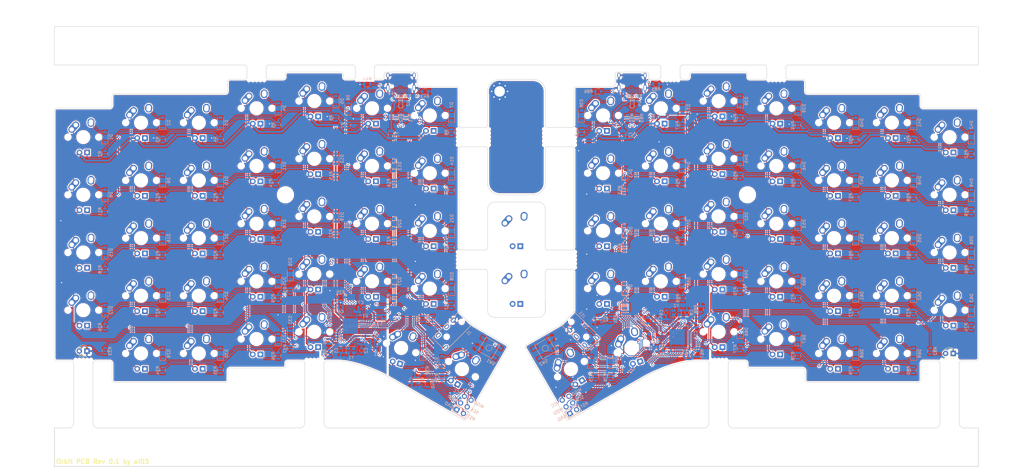
<source format=kicad_pcb>
(kicad_pcb (version 20171130) (host pcbnew "(5.0.0)")
  (layers (0 F.Cu signal) (31 B.Cu signal) (34 B.Paste user) (35 F.Paste user) (36 B.SilkS user) (37 F.SilkS user) (38 B.Mask user) (39 F.Mask user) (44 Edge.Cuts user))
  (net 0 "")
  (net 1 GND)
  (net 2 "Net-(C1-Pad1)")
  (net 3 "Net-(C2-Pad1)")
  (net 4 "Net-(C3-Pad1)")
  (net 5 +5V)
  (net 6 ROW0)
  (net 7 "Net-(D1-Pad2)")
  (net 8 "Net-(D2-Pad2)")
  (net 9 "Net-(D3-Pad2)")
  (net 10 "Net-(D4-Pad2)")
  (net 11 "Net-(D5-Pad2)")
  (net 12 "Net-(D6-Pad2)")
  (net 13 "Net-(D7-Pad2)")
  (net 14 "Net-(D8-Pad2)")
  (net 15 ROW1)
  (net 16 "Net-(D9-Pad2)")
  (net 17 "Net-(D10-Pad2)")
  (net 18 "Net-(D11-Pad2)")
  (net 19 "Net-(D12-Pad2)")
  (net 20 "Net-(D13-Pad2)")
  (net 21 "Net-(D14-Pad2)")
  (net 22 "Net-(D15-Pad2)")
  (net 23 ROW2)
  (net 24 "Net-(D16-Pad2)")
  (net 25 "Net-(D17-Pad2)")
  (net 26 "Net-(D18-Pad2)")
  (net 27 "Net-(D19-Pad2)")
  (net 28 "Net-(D20-Pad2)")
  (net 29 "Net-(D21-Pad2)")
  (net 30 ROW3)
  (net 31 "Net-(D22-Pad2)")
  (net 32 "Net-(D23-Pad2)")
  (net 33 "Net-(D24-Pad2)")
  (net 34 "Net-(D25-Pad2)")
  (net 35 "Net-(D26-Pad2)")
  (net 36 "Net-(D27-Pad2)")
  (net 37 "Net-(D28-Pad2)")
  (net 38 "Net-(D29-Pad2)")
  (net 39 ROW4)
  (net 40 "Net-(D30-Pad2)")
  (net 41 "Net-(D31-Pad2)")
  (net 42 "Net-(D32-Pad2)")
  (net 43 "Net-(D33-Pad2)")
  (net 44 "Net-(D34-Pad2)")
  (net 45 "Net-(D35-Pad2)")
  (net 46 VCC)
  (net 47 SCL)
  (net 48 SDA)
  (net 49 COL0)
  (net 50 "Net-(MX1-Pad4)")
  (net 51 "Net-(MX2-Pad4)")
  (net 52 COL1)
  (net 53 COL2)
  (net 54 "Net-(MX3-Pad4)")
  (net 55 COL3)
  (net 56 "Net-(MX4-Pad4)")
  (net 57 "Net-(MX5-Pad4)")
  (net 58 COL4)
  (net 59 "Net-(MX6-Pad4)")
  (net 60 COL5)
  (net 61 "Net-(MX7-Pad4)")
  (net 62 COL6)
  (net 63 "Net-(MX8-Pad4)")
  (net 64 "Net-(MX9-Pad4)")
  (net 65 "Net-(MX10-Pad4)")
  (net 66 "Net-(MX11-Pad4)")
  (net 67 "Net-(MX12-Pad4)")
  (net 68 "Net-(MX13-Pad4)")
  (net 69 "Net-(MX14-Pad4)")
  (net 70 "Net-(MX15-Pad4)")
  (net 71 "Net-(MX16-Pad4)")
  (net 72 "Net-(MX17-Pad4)")
  (net 73 "Net-(MX18-Pad4)")
  (net 74 "Net-(MX19-Pad4)")
  (net 75 "Net-(MX20-Pad4)")
  (net 76 "Net-(MX21-Pad4)")
  (net 77 "Net-(MX22-Pad4)")
  (net 78 "Net-(MX23-Pad4)")
  (net 79 "Net-(MX24-Pad4)")
  (net 80 "Net-(MX25-Pad4)")
  (net 81 "Net-(MX26-Pad4)")
  (net 82 "Net-(MX27-Pad4)")
  (net 83 "Net-(MX28-Pad4)")
  (net 84 "Net-(MX29-Pad4)")
  (net 85 "Net-(MX30-Pad4)")
  (net 86 "Net-(MX31-Pad4)")
  (net 87 "Net-(MX32-Pad4)")
  (net 88 "Net-(MX33-Pad4)")
  (net 89 "Net-(MX34-Pad4)")
  (net 90 "Net-(MX35-Pad4)")
  (net 91 RESET)
  (net 92 LEDGND)
  (net 93 "Net-(R25-Pad2)")
  (net 94 "Net-(Q1-Pad1)")
  (net 95 LEDPWM)
  (net 96 D+)
  (net 97 "Net-(R42-Pad2)")
  (net 98 D-)
  (net 99 "Net-(R43-Pad1)")
  (net 100 "Net-(R44-Pad1)")
  (net 101 "Net-(U1-Pad42)")
  (net 102 "Net-(U1-Pad41)")
  (net 103 "Net-(U1-Pad21)")
  (net 104 "Net-(U1-Pad20)")
  (net 105 MISO)
  (net 106 MOSI)
  (net 107 SCK)
  (net 108 "Net-(U1-Pad8)")
  (net 109 "Net-(U1-Pad1)")
  (net 110 "Net-(USB1-Pad9)")
  (net 111 "Net-(USB1-Pad3)")
  (net 112 "Net-(R41-Pad2)")
  (net 113 LEDIND)
  (net 114 "Net-(C8-Pad1)")
  (net 115 GNDA)
  (net 116 "Net-(C9-Pad1)")
  (net 117 "Net-(C10-Pad1)")
  (net 118 +5VA)
  (net 119 "Net-(D36-Pad2)")
  (net 120 ROW0-R)
  (net 121 "Net-(D37-Pad2)")
  (net 122 "Net-(D38-Pad2)")
  (net 123 "Net-(D39-Pad2)")
  (net 124 "Net-(D40-Pad2)")
  (net 125 "Net-(D41-Pad2)")
  (net 126 "Net-(D42-Pad2)")
  (net 127 "Net-(D43-Pad2)")
  (net 128 ROW1-R)
  (net 129 "Net-(D44-Pad2)")
  (net 130 "Net-(D45-Pad2)")
  (net 131 "Net-(D46-Pad2)")
  (net 132 "Net-(D47-Pad2)")
  (net 133 "Net-(D48-Pad2)")
  (net 134 "Net-(D49-Pad2)")
  (net 135 "Net-(D50-Pad2)")
  (net 136 ROW2-R)
  (net 137 "Net-(D51-Pad2)")
  (net 138 "Net-(D52-Pad2)")
  (net 139 "Net-(D53-Pad2)")
  (net 140 "Net-(D54-Pad2)")
  (net 141 "Net-(D55-Pad2)")
  (net 142 "Net-(D56-Pad2)")
  (net 143 ROW3-R)
  (net 144 "Net-(D57-Pad2)")
  (net 145 "Net-(D58-Pad2)")
  (net 146 "Net-(D59-Pad2)")
  (net 147 "Net-(D60-Pad2)")
  (net 148 "Net-(D61-Pad2)")
  (net 149 "Net-(D62-Pad2)")
  (net 150 "Net-(D63-Pad2)")
  (net 151 ROW4-R)
  (net 152 "Net-(D64-Pad2)")
  (net 153 "Net-(D65-Pad2)")
  (net 154 "Net-(D66-Pad2)")
  (net 155 "Net-(D67-Pad2)")
  (net 156 "Net-(D68-Pad2)")
  (net 157 "Net-(D69-Pad2)")
  (net 158 "Net-(D70-Pad2)")
  (net 159 VDD)
  (net 160 SCL-R)
  (net 161 SDA-R)
  (net 162 MISO-R)
  (net 163 SCK-R)
  (net 164 MOSI-R)
  (net 165 RESET-R)
  (net 166 COL0-R)
  (net 167 COL1-R)
  (net 168 "Net-(MX36-Pad4)")
  (net 169 COL2-R)
  (net 170 "Net-(MX37-Pad4)")
  (net 171 "Net-(MX38-Pad4)")
  (net 172 COL3-R)
  (net 173 "Net-(MX39-Pad4)")
  (net 174 COL4-R)
  (net 175 COL5-R)
  (net 176 "Net-(MX40-Pad4)")
  (net 177 "Net-(MX41-Pad4)")
  (net 178 COL6-R)
  (net 179 "Net-(MX42-Pad4)")
  (net 180 "Net-(MX43-Pad4)")
  (net 181 "Net-(MX44-Pad4)")
  (net 182 "Net-(MX45-Pad4)")
  (net 183 "Net-(MX46-Pad4)")
  (net 184 "Net-(MX47-Pad4)")
  (net 185 "Net-(MX48-Pad4)")
  (net 186 "Net-(MX49-Pad4)")
  (net 187 "Net-(MX50-Pad4)")
  (net 188 "Net-(MX51-Pad4)")
  (net 189 "Net-(MX52-Pad4)")
  (net 190 "Net-(MX53-Pad4)")
  (net 191 "Net-(MX54-Pad4)")
  (net 192 "Net-(MX55-Pad4)")
  (net 193 "Net-(MX56-Pad4)")
  (net 194 "Net-(MX57-Pad4)")
  (net 195 "Net-(MX58-Pad4)")
  (net 196 "Net-(MX59-Pad4)")
  (net 197 "Net-(MX60-Pad4)")
  (net 198 "Net-(MX61-Pad4)")
  (net 199 "Net-(MX62-Pad4)")
  (net 200 "Net-(MX63-Pad4)")
  (net 201 "Net-(MX64-Pad4)")
  (net 202 "Net-(MX65-Pad4)")
  (net 203 "Net-(MX66-Pad4)")
  (net 204 "Net-(MX67-Pad4)")
  (net 205 "Net-(MX68-Pad4)")
  (net 206 LEDGND-R)
  (net 207 "Net-(Q2-Pad1)")
  (net 208 "Net-(R67-Pad2)")
  (net 209 LEDPWM-R)
  (net 210 LEDIND-R)
  (net 211 D+-R)
  (net 212 "Net-(R83-Pad2)")
  (net 213 "Net-(R84-Pad2)")
  (net 214 D--R)
  (net 215 "Net-(R85-Pad1)")
  (net 216 "Net-(R86-Pad1)")
  (net 217 "Net-(U3-Pad42)")
  (net 218 "Net-(U3-Pad41)")
  (net 219 "Net-(U3-Pad21)")
  (net 220 "Net-(U3-Pad20)")
  (net 221 "Net-(U3-Pad8)")
  (net 222 "Net-(U3-Pad1)")
  (net 223 "Net-(USB2-Pad9)")
  (net 224 "Net-(USB2-Pad3)")
  (net 225 GNDS)
  (net 226 "Net-(MH1-Pad1)")
  (net 227 "Net-(MH2-Pad1)")
  (net 228 HDETECT)
  (net 229 HDETECT-R)
  (module locallib:icon-4.8 (layer B.Cu) (at 33.3375 120.65 180)
    (fp_text reference G*** hide)
    (fp_text value LOGO hide)
  )
  (module MX_Alps_Hybrid:MX-1U (layer F.Cu) (at 153.9875 42.8625)
    (fp_text reference MX7)
    (fp_text value MX-1U)
    (pad "" np_thru_hole circle (at 5.08 0 48.0996) (size 1.75 1.75) (drill 1.75) (layers *.Cu *.Mask))
    (pad "" np_thru_hole circle (at -5.08 0 48.0996) (size 1.75 1.75) (drill 1.75) (layers *.Cu *.Mask))
    (pad 4 thru_hole rect (at 1.27 5.08) (size 1.905 1.905) (drill 1.04) (layers *.Cu B.Mask) (net 61 "Net-(MX7-Pad4)"))
    (pad 3 thru_hole circle (at -1.27 5.08) (size 1.905 1.905) (drill 1.04) (layers *.Cu B.Mask) (net 5 +5V))
    (pad 1 thru_hole circle (at -2.5 -4) (size 2.25 2.25) (drill 1.47) (layers *.Cu B.Mask) (net 62 COL6))
    (pad "" np_thru_hole circle (at 0 0) (size 3.9878 3.9878) (drill 3.9878) (layers *.Cu *.Mask))
    (pad 1 thru_hole oval (at -3.81 -2.54 48.0996) (size 4.211556 2.25) (drill 1.47 (offset 0.980778 0)) (layers *.Cu B.Mask) (net 62 COL6))
    (pad 2 thru_hole circle (at 2.54 -5.08) (size 2.25 2.25) (drill 1.47) (layers *.Cu B.Mask) (net 13 "Net-(D7-Pad2)"))
    (pad 2 thru_hole oval (at 2.5 -4.5 86.0548) (size 2.831378 2.25) (drill 1.47 (offset 0.290689 0)) (layers *.Cu B.Mask) (net 13 "Net-(D7-Pad2)"))
  )
  (module locallib:SOT143B (layer B.Cu) (at 220.726 38.89375 270)
    (fp_text reference U4 (at 0 -2.45 270) (layer B.SilkS) (effects (justify mirror)))
    (fp_text value PRTR5V0U2X)
    (pad 3 smd rect (at 0.95 1 270) (size 0.6 0.7) (layers B.Cu B.Paste B.Mask) (net 213 "Net-(R84-Pad2)"))
    (pad 2 smd rect (at 0.95 -1 270) (size 0.6 0.7) (layers B.Cu B.Paste B.Mask) (net 212 "Net-(R83-Pad2)"))
    (pad 4 smd rect (at -0.95 1 270) (size 0.6 0.7) (layers B.Cu B.Paste B.Mask) (net 159 VDD))
    (pad 1 smd rect (at -0.75 -1 270) (size 1 0.7) (layers B.Cu B.Paste B.Mask) (net 115 GNDA))
  )
  (module MX_Alps_Hybrid:MX-1U (layer F.Cu) (at 230.1875 40.48125)
    (fp_text reference MX36)
    (fp_text value MX-1U)
    (pad 2 thru_hole oval (at 2.5 -4.5 86.0548) (size 2.831378 2.25) (drill 1.47 (offset 0.290689 0)) (layers *.Cu B.Mask) (net 121 "Net-(D37-Pad2)"))
    (pad 2 thru_hole circle (at 2.54 -5.08) (size 2.25 2.25) (drill 1.47) (layers *.Cu B.Mask) (net 121 "Net-(D37-Pad2)"))
    (pad 1 thru_hole oval (at -3.81 -2.54 48.0996) (size 4.211556 2.25) (drill 1.47 (offset 0.980778 0)) (layers *.Cu B.Mask) (net 167 COL1-R))
    (pad "" np_thru_hole circle (at 0 0) (size 3.9878 3.9878) (drill 3.9878) (layers *.Cu *.Mask))
    (pad 1 thru_hole circle (at -2.5 -4) (size 2.25 2.25) (drill 1.47) (layers *.Cu B.Mask) (net 167 COL1-R))
    (pad 3 thru_hole circle (at -1.27 5.08) (size 1.905 1.905) (drill 1.04) (layers *.Cu B.Mask) (net 118 +5VA))
    (pad 4 thru_hole rect (at 1.27 5.08) (size 1.905 1.905) (drill 1.04) (layers *.Cu B.Mask) (net 168 "Net-(MX36-Pad4)"))
    (pad "" np_thru_hole circle (at -5.08 0 48.0996) (size 1.75 1.75) (drill 1.75) (layers *.Cu *.Mask))
    (pad "" np_thru_hole circle (at 5.08 0 48.0996) (size 1.75 1.75) (drill 1.75) (layers *.Cu *.Mask))
  )
  (module locallib:PJ-3200B-4A (layer B.Cu) (at 165.608 109.855 225)
    (fp_text reference J1 (at 2.5 -4.25 225) (layer B.SilkS) (effects (justify mirror)))
    (fp_text value PJ-3200B-4A)
    (pad 1 thru_hole oval (at 3.2 2.3 225) (size 1.8 1.2) (drill oval 1.2 0.6) (layers *.Cu *.Mask) (net 1 GND))
    (pad 2 thru_hole oval (at 6.2 2.299999 225) (size 1.8 1.2) (drill oval 1.2 0.6) (layers *.Cu *.Mask) (net 47 SCL))
    (pad 3 thru_hole oval (at 10.2 2.3 225) (size 1.8 1.2) (drill oval 1.2 0.6) (layers *.Cu *.Mask) (net 48 SDA))
    (pad 4 thru_hole oval (at 11.3 -2.3 225) (size 1.8 1.2) (drill oval 1.2 0.6) (layers *.Cu *.Mask) (net 5 +5V))
    (pad "" np_thru_hole circle (at 1.6 0 225) (size 1.5 1.5) (drill 1.5) (layers *.Cu *.Mask))
    (pad "" np_thru_hole circle (at 8.6 0 225) (size 1.5 1.5) (drill 1.5) (layers *.Cu *.Mask))
  )
  (module Diodes_SMD:D_SOD-123 (layer B.Cu) (at 46.83125 50.00625 90)
    (fp_text reference D1 (at 0 2 90) (layer B.SilkS) (effects (justify mirror)))
    (fp_text value SOD-123)
    (pad 1 smd rect (at -1.65 0 90) (size 0.9 1.2) (layers B.Cu B.Paste B.Mask) (net 6 ROW0))
    (pad 2 smd rect (at 1.65 0 90) (size 0.9 1.2) (layers B.Cu B.Paste B.Mask) (net 7 "Net-(D1-Pad2)"))
  )
  (module Diodes_SMD:D_SOD-123 (layer B.Cu) (at 65.88125 45.24375 90)
    (fp_text reference D2 (at 0 2 90) (layer B.SilkS) (effects (justify mirror)))
    (fp_text value SOD-123)
    (pad 1 smd rect (at -1.65 0 90) (size 0.9 1.2) (layers B.Cu B.Paste B.Mask) (net 6 ROW0))
    (pad 2 smd rect (at 1.65 0 90) (size 0.9 1.2) (layers B.Cu B.Paste B.Mask) (net 8 "Net-(D2-Pad2)"))
  )
  (module Diodes_SMD:D_SOD-123 (layer B.Cu) (at 84.93125 45.24375 90)
    (fp_text reference D3 (at 0 2 90) (layer B.SilkS) (effects (justify mirror)))
    (fp_text value SOD-123)
    (pad 1 smd rect (at -1.65 0 90) (size 0.9 1.2) (layers B.Cu B.Paste B.Mask) (net 6 ROW0))
    (pad 2 smd rect (at 1.65 0 90) (size 0.9 1.2) (layers B.Cu B.Paste B.Mask) (net 9 "Net-(D3-Pad2)"))
  )
  (module Diodes_SMD:D_SOD-123 (layer B.Cu) (at 103.98125 40.48125 90)
    (fp_text reference D4 (at 0 2 90) (layer B.SilkS) (effects (justify mirror)))
    (fp_text value SOD-123)
    (pad 1 smd rect (at -1.65 0 90) (size 0.9 1.2) (layers B.Cu B.Paste B.Mask) (net 6 ROW0))
    (pad 2 smd rect (at 1.65 0 90) (size 0.9 1.2) (layers B.Cu B.Paste B.Mask) (net 10 "Net-(D4-Pad2)"))
  )
  (module Diodes_SMD:D_SOD-123 (layer B.Cu) (at 123.03125 38.1 90)
    (fp_text reference D5 (at 0 2 90) (layer B.SilkS) (effects (justify mirror)))
    (fp_text value SOD-123)
    (pad 1 smd rect (at -1.65 0 90) (size 0.9 1.2) (layers B.Cu B.Paste B.Mask) (net 6 ROW0))
    (pad 2 smd rect (at 1.65 0 90) (size 0.9 1.2) (layers B.Cu B.Paste B.Mask) (net 11 "Net-(D5-Pad2)"))
  )
  (module Diodes_SMD:D_SOD-123 (layer B.Cu) (at 127 40.48125 90)
    (fp_text reference D6 (at 3.52425 0 90) (layer B.SilkS) (effects (justify mirror)))
    (fp_text value SOD-123)
    (pad 2 smd rect (at 1.65 0 90) (size 0.9 1.2) (layers B.Cu B.Paste B.Mask) (net 12 "Net-(D6-Pad2)"))
    (pad 1 smd rect (at -1.65 0 90) (size 0.9 1.2) (layers B.Cu B.Paste B.Mask) (net 6 ROW0))
  )
  (module Diodes_SMD:D_SOD-123 (layer B.Cu) (at 161.13125 42.8625 90)
    (fp_text reference D7 (at 3.4925 0.03175 90) (layer B.SilkS) (effects (justify mirror)))
    (fp_text value SOD-123)
    (pad 2 smd rect (at 1.65 0 90) (size 0.9 1.2) (layers B.Cu B.Paste B.Mask) (net 13 "Net-(D7-Pad2)"))
    (pad 1 smd rect (at -1.65 0 90) (size 0.9 1.2) (layers B.Cu B.Paste B.Mask) (net 6 ROW0))
  )
  (module Diodes_SMD:D_SOD-123 (layer B.Cu) (at 46.83125 69.05625 90)
    (fp_text reference D8 (at 0 2 90) (layer B.SilkS) (effects (justify mirror)))
    (fp_text value SOD-123)
    (pad 2 smd rect (at 1.65 0 90) (size 0.9 1.2) (layers B.Cu B.Paste B.Mask) (net 14 "Net-(D8-Pad2)"))
    (pad 1 smd rect (at -1.65 0 90) (size 0.9 1.2) (layers B.Cu B.Paste B.Mask) (net 15 ROW1))
  )
  (module Diodes_SMD:D_SOD-123 (layer B.Cu) (at 65.88125 64.29375 90)
    (fp_text reference D9 (at 0 2 90) (layer B.SilkS) (effects (justify mirror)))
    (fp_text value SOD-123)
    (pad 1 smd rect (at -1.65 0 90) (size 0.9 1.2) (layers B.Cu B.Paste B.Mask) (net 15 ROW1))
    (pad 2 smd rect (at 1.65 0 90) (size 0.9 1.2) (layers B.Cu B.Paste B.Mask) (net 16 "Net-(D9-Pad2)"))
  )
  (module Diodes_SMD:D_SOD-123 (layer B.Cu) (at 84.93125 64.29375 90)
    (fp_text reference D10 (at 0 2 90) (layer B.SilkS) (effects (justify mirror)))
    (fp_text value SOD-123)
    (pad 1 smd rect (at -1.65 0 90) (size 0.9 1.2) (layers B.Cu B.Paste B.Mask) (net 15 ROW1))
    (pad 2 smd rect (at 1.65 0 90) (size 0.9 1.2) (layers B.Cu B.Paste B.Mask) (net 17 "Net-(D10-Pad2)"))
  )
  (module Diodes_SMD:D_SOD-123 (layer B.Cu) (at 103.98125 59.53125 90)
    (fp_text reference D11 (at 0 2 90) (layer B.SilkS) (effects (justify mirror)))
    (fp_text value SOD-123)
    (pad 1 smd rect (at -1.65 0 90) (size 0.9 1.2) (layers B.Cu B.Paste B.Mask) (net 15 ROW1))
    (pad 2 smd rect (at 1.65 0 90) (size 0.9 1.2) (layers B.Cu B.Paste B.Mask) (net 18 "Net-(D11-Pad2)"))
  )
  (module Diodes_SMD:D_SOD-123 (layer B.Cu) (at 123.03125 57.15 90)
    (fp_text reference D12 (at 0 2 90) (layer B.SilkS) (effects (justify mirror)))
    (fp_text value SOD-123)
    (pad 1 smd rect (at -1.65 0 90) (size 0.9 1.2) (layers B.Cu B.Paste B.Mask) (net 15 ROW1))
    (pad 2 smd rect (at 1.65 0 90) (size 0.9 1.2) (layers B.Cu B.Paste B.Mask) (net 19 "Net-(D12-Pad2)"))
  )
  (module Diodes_SMD:D_SOD-123 (layer B.Cu) (at 142.08125 59.53125 90)
    (fp_text reference D13 (at 0 2 90) (layer B.SilkS) (effects (justify mirror)))
    (fp_text value SOD-123)
    (pad 1 smd rect (at -1.65 0 90) (size 0.9 1.2) (layers B.Cu B.Paste B.Mask) (net 15 ROW1))
    (pad 2 smd rect (at 1.65 0 90) (size 0.9 1.2) (layers B.Cu B.Paste B.Mask) (net 20 "Net-(D13-Pad2)"))
  )
  (module Diodes_SMD:D_SOD-123 (layer B.Cu) (at 161.13125 61.9125 90)
    (fp_text reference D14 (at 4.064 0.095 90) (layer B.SilkS) (effects (justify mirror)))
    (fp_text value SOD-123)
    (pad 2 smd rect (at 1.65 0 90) (size 0.9 1.2) (layers B.Cu B.Paste B.Mask) (net 21 "Net-(D14-Pad2)"))
    (pad 1 smd rect (at -1.65 0 90) (size 0.9 1.2) (layers B.Cu B.Paste B.Mask) (net 15 ROW1))
  )
  (module Diodes_SMD:D_SOD-123 (layer B.Cu) (at 46.83125 88.10625 90)
    (fp_text reference D15 (at 0 2 90) (layer B.SilkS) (effects (justify mirror)))
    (fp_text value SOD-123)
    (pad 2 smd rect (at 1.65 0 90) (size 0.9 1.2) (layers B.Cu B.Paste B.Mask) (net 22 "Net-(D15-Pad2)"))
    (pad 1 smd rect (at -1.65 0 90) (size 0.9 1.2) (layers B.Cu B.Paste B.Mask) (net 23 ROW2))
  )
  (module Diodes_SMD:D_SOD-123 (layer B.Cu) (at 65.88125 83.34375 90)
    (fp_text reference D16 (at 0 2 90) (layer B.SilkS) (effects (justify mirror)))
    (fp_text value SOD-123)
    (pad 1 smd rect (at -1.65 0 90) (size 0.9 1.2) (layers B.Cu B.Paste B.Mask) (net 23 ROW2))
    (pad 2 smd rect (at 1.65 0 90) (size 0.9 1.2) (layers B.Cu B.Paste B.Mask) (net 24 "Net-(D16-Pad2)"))
  )
  (module Diodes_SMD:D_SOD-123 (layer B.Cu) (at 84.93125 83.34375 90)
    (fp_text reference D17 (at 0 2 90) (layer B.SilkS) (effects (justify mirror)))
    (fp_text value SOD-123)
    (pad 1 smd rect (at -1.65 0 90) (size 0.9 1.2) (layers B.Cu B.Paste B.Mask) (net 23 ROW2))
    (pad 2 smd rect (at 1.65 0 90) (size 0.9 1.2) (layers B.Cu B.Paste B.Mask) (net 25 "Net-(D17-Pad2)"))
  )
  (module Diodes_SMD:D_SOD-123 (layer B.Cu) (at 103.98125 78.58125 90)
    (fp_text reference D18 (at 0 2 90) (layer B.SilkS) (effects (justify mirror)))
    (fp_text value SOD-123)
    (pad 2 smd rect (at 1.65 0 90) (size 0.9 1.2) (layers B.Cu B.Paste B.Mask) (net 26 "Net-(D18-Pad2)"))
    (pad 1 smd rect (at -1.65 0 90) (size 0.9 1.2) (layers B.Cu B.Paste B.Mask) (net 23 ROW2))
  )
  (module Diodes_SMD:D_SOD-123 (layer B.Cu) (at 123.03125 76.2 90)
    (fp_text reference D19 (at 0 2 90) (layer B.SilkS) (effects (justify mirror)))
    (fp_text value SOD-123)
    (pad 2 smd rect (at 1.65 0 90) (size 0.9 1.2) (layers B.Cu B.Paste B.Mask) (net 27 "Net-(D19-Pad2)"))
    (pad 1 smd rect (at -1.65 0 90) (size 0.9 1.2) (layers B.Cu B.Paste B.Mask) (net 23 ROW2))
  )
  (module Diodes_SMD:D_SOD-123 (layer B.Cu) (at 142.08125 78.58125 90)
    (fp_text reference D20 (at 0 2 90) (layer B.SilkS) (effects (justify mirror)))
    (fp_text value SOD-123)
    (pad 2 smd rect (at 1.65 0 90) (size 0.9 1.2) (layers B.Cu B.Paste B.Mask) (net 28 "Net-(D20-Pad2)"))
    (pad 1 smd rect (at -1.65 0 90) (size 0.9 1.2) (layers B.Cu B.Paste B.Mask) (net 23 ROW2))
  )
  (module Diodes_SMD:D_SOD-123 (layer B.Cu) (at 161.13125 80.9625 90)
    (fp_text reference D21 (at 4.064 0.095 90) (layer B.SilkS) (effects (justify mirror)))
    (fp_text value SOD-123)
    (pad 1 smd rect (at -1.65 0 90) (size 0.9 1.2) (layers B.Cu B.Paste B.Mask) (net 23 ROW2))
    (pad 2 smd rect (at 1.65 0 90) (size 0.9 1.2) (layers B.Cu B.Paste B.Mask) (net 29 "Net-(D21-Pad2)"))
  )
  (module Diodes_SMD:D_SOD-123 (layer B.Cu) (at 46.83125 107.15625 90)
    (fp_text reference D22 (at 0 2 90) (layer B.SilkS) (effects (justify mirror)))
    (fp_text value SOD-123)
    (pad 1 smd rect (at -1.65 0 90) (size 0.9 1.2) (layers B.Cu B.Paste B.Mask) (net 30 ROW3))
    (pad 2 smd rect (at 1.65 0 90) (size 0.9 1.2) (layers B.Cu B.Paste B.Mask) (net 31 "Net-(D22-Pad2)"))
  )
  (module Diodes_SMD:D_SOD-123 (layer B.Cu) (at 65.88125 102.39375 90)
    (fp_text reference D23 (at 0 2 90) (layer B.SilkS) (effects (justify mirror)))
    (fp_text value SOD-123)
    (pad 2 smd rect (at 1.65 0 90) (size 0.9 1.2) (layers B.Cu B.Paste B.Mask) (net 32 "Net-(D23-Pad2)"))
    (pad 1 smd rect (at -1.65 0 90) (size 0.9 1.2) (layers B.Cu B.Paste B.Mask) (net 30 ROW3))
  )
  (module Diodes_SMD:D_SOD-123 (layer B.Cu) (at 84.93125 102.39375 90)
    (fp_text reference D24 (at 0 2 90) (layer B.SilkS) (effects (justify mirror)))
    (fp_text value SOD-123)
    (pad 1 smd rect (at -1.65 0 90) (size 0.9 1.2) (layers B.Cu B.Paste B.Mask) (net 30 ROW3))
    (pad 2 smd rect (at 1.65 0 90) (size 0.9 1.2) (layers B.Cu B.Paste B.Mask) (net 33 "Net-(D24-Pad2)"))
  )
  (module Diodes_SMD:D_SOD-123 (layer B.Cu) (at 103.98125 97.63125 90)
    (fp_text reference D25 (at 0 2 90) (layer B.SilkS) (effects (justify mirror)))
    (fp_text value SOD-123)
    (pad 2 smd rect (at 1.65 0 90) (size 0.9 1.2) (layers B.Cu B.Paste B.Mask) (net 34 "Net-(D25-Pad2)"))
    (pad 1 smd rect (at -1.65 0 90) (size 0.9 1.2) (layers B.Cu B.Paste B.Mask) (net 30 ROW3))
  )
  (module Diodes_SMD:D_SOD-123 (layer B.Cu) (at 107.95 95.25 90)
    (fp_text reference D26 (at 4.064 0 90) (layer B.SilkS) (effects (justify mirror)))
    (fp_text value SOD-123)
    (pad 2 smd rect (at 1.65 0 90) (size 0.9 1.2) (layers B.Cu B.Paste B.Mask) (net 35 "Net-(D26-Pad2)"))
    (pad 1 smd rect (at -1.65 0 90) (size 0.9 1.2) (layers B.Cu B.Paste B.Mask) (net 30 ROW3))
  )
  (module Diodes_SMD:D_SOD-123 (layer B.Cu) (at 142.08125 97.63125 90)
    (fp_text reference D27 (at 0 2 90) (layer B.SilkS) (effects (justify mirror)))
    (fp_text value SOD-123)
    (pad 2 smd rect (at 1.65 0 90) (size 0.9 1.2) (layers B.Cu B.Paste B.Mask) (net 36 "Net-(D27-Pad2)"))
    (pad 1 smd rect (at -1.65 0 90) (size 0.9 1.2) (layers B.Cu B.Paste B.Mask) (net 30 ROW3))
  )
  (module Diodes_SMD:D_SOD-123 (layer B.Cu) (at 161.13125 100.0125 90)
    (fp_text reference D28 (at 4.064 0.095 90) (layer B.SilkS) (effects (justify mirror)))
    (fp_text value SOD-123)
    (pad 1 smd rect (at -1.65 0 90) (size 0.9 1.2) (layers B.Cu B.Paste B.Mask) (net 30 ROW3))
    (pad 2 smd rect (at 1.65 0 90) (size 0.9 1.2) (layers B.Cu B.Paste B.Mask) (net 37 "Net-(D28-Pad2)"))
  )
  (module Diodes_SMD:D_SOD-123 (layer B.Cu) (at 65.88125 121.44375 90)
    (fp_text reference D29 (at 0 2 90) (layer B.SilkS) (effects (justify mirror)))
    (fp_text value SOD-123)
    (pad 2 smd rect (at 1.65 0 90) (size 0.9 1.2) (layers B.Cu B.Paste B.Mask) (net 38 "Net-(D29-Pad2)"))
    (pad 1 smd rect (at -1.65 0 90) (size 0.9 1.2) (layers B.Cu B.Paste B.Mask) (net 39 ROW4))
  )
  (module Diodes_SMD:D_SOD-123 (layer B.Cu) (at 84.93125 121.44375 90)
    (fp_text reference D30 (at 0 2 90) (layer B.SilkS) (effects (justify mirror)))
    (fp_text value SOD-123)
    (pad 2 smd rect (at 1.65 0 90) (size 0.9 1.2) (layers B.Cu B.Paste B.Mask) (net 40 "Net-(D30-Pad2)"))
    (pad 1 smd rect (at -1.65 0 90) (size 0.9 1.2) (layers B.Cu B.Paste B.Mask) (net 39 ROW4))
  )
  (module Diodes_SMD:D_SOD-123 (layer B.Cu) (at 103.98125 116.68125 90)
    (fp_text reference D31 (at 0 2 90) (layer B.SilkS) (effects (justify mirror)))
    (fp_text value SOD-123)
    (pad 2 smd rect (at 1.65 0 90) (size 0.9 1.2) (layers B.Cu B.Paste B.Mask) (net 41 "Net-(D31-Pad2)"))
    (pad 1 smd rect (at -1.65 0 90) (size 0.9 1.2) (layers B.Cu B.Paste B.Mask) (net 39 ROW4))
  )
  (module Diodes_SMD:D_SOD-123 (layer B.Cu) (at 107.95 114.3 90)
    (fp_text reference D32 (at 3.937 0 90) (layer B.SilkS) (effects (justify mirror)))
    (fp_text value SOD-123)
    (pad 2 smd rect (at 1.65 0 90) (size 0.9 1.2) (layers B.Cu B.Paste B.Mask) (net 42 "Net-(D32-Pad2)"))
    (pad 1 smd rect (at -1.65 0 90) (size 0.9 1.2) (layers B.Cu B.Paste B.Mask) (net 39 ROW4))
  )
  (module Diodes_SMD:D_SOD-123 (layer B.Cu) (at 151.60625 121.44375 90)
    (fp_text reference D33 (at 0 2 90) (layer B.SilkS) (effects (justify mirror)))
    (fp_text value SOD-123)
    (pad 1 smd rect (at -1.65 0 90) (size 0.9 1.2) (layers B.Cu B.Paste B.Mask) (net 39 ROW4))
    (pad 2 smd rect (at 1.65 0 90) (size 0.9 1.2) (layers B.Cu B.Paste B.Mask) (net 43 "Net-(D33-Pad2)"))
  )
  (module Diodes_SMD:D_SOD-123 (layer B.Cu) (at 157.988 124.079 90)
    (fp_text reference D34 (at 0 -1.905 90) (layer B.SilkS) (effects (justify mirror)))
    (fp_text value SOD-123)
    (pad 2 smd rect (at 1.65 0 90) (size 0.9 1.2) (layers B.Cu B.Paste B.Mask) (net 44 "Net-(D34-Pad2)"))
    (pad 1 smd rect (at -1.65 0 90) (size 0.9 1.2) (layers B.Cu B.Paste B.Mask) (net 39 ROW4))
  )
  (module Fuse_Holders_and_Fuses:Fuse_SMD1206_Reflow (layer B.Cu) (at 141.2875 49.2125 90)
    (fp_text reference F1 (at -0.0635 2.06375 90) (layer B.SilkS) (effects (justify mirror)))
    (fp_text value 500mA)
    (pad 2 smd rect (at 1.2 0) (size 2.03 1.14) (layers B.Cu B.Paste B.Mask) (net 46 VCC))
    (pad 1 smd rect (at -1.2 0) (size 2.03 1.14) (layers B.Cu B.Paste B.Mask) (net 5 +5V))
  )
  (module MX_Alps_Hybrid:MX-1U (layer F.Cu) (at 39.6875 50.00625)
    (fp_text reference MX1)
    (fp_text value MX-1U)
    (pad 2 thru_hole oval (at 2.5 -4.5 86.0548) (size 2.831378 2.25) (drill 1.47 (offset 0.290689 0)) (layers *.Cu B.Mask) (net 7 "Net-(D1-Pad2)"))
    (pad 2 thru_hole circle (at 2.54 -5.08) (size 2.25 2.25) (drill 1.47) (layers *.Cu B.Mask) (net 7 "Net-(D1-Pad2)"))
    (pad 1 thru_hole oval (at -3.81 -2.54 48.0996) (size 4.211556 2.25) (drill 1.47 (offset 0.980778 0)) (layers *.Cu B.Mask) (net 49 COL0))
    (pad "" np_thru_hole circle (at 0 0) (size 3.9878 3.9878) (drill 3.9878) (layers *.Cu *.Mask))
    (pad 1 thru_hole circle (at -2.5 -4) (size 2.25 2.25) (drill 1.47) (layers *.Cu B.Mask) (net 49 COL0))
    (pad 3 thru_hole circle (at -1.27 5.08) (size 1.905 1.905) (drill 1.04) (layers *.Cu B.Mask) (net 5 +5V))
    (pad 4 thru_hole rect (at 1.27 5.08) (size 1.905 1.905) (drill 1.04) (layers *.Cu B.Mask) (net 50 "Net-(MX1-Pad4)"))
    (pad "" np_thru_hole circle (at -5.08 0 48.0996) (size 1.75 1.75) (drill 1.75) (layers *.Cu *.Mask))
    (pad "" np_thru_hole circle (at 5.08 0 48.0996) (size 1.75 1.75) (drill 1.75) (layers *.Cu *.Mask))
  )
  (module MX_Alps_Hybrid:MX-1U (layer F.Cu) (at 58.7375 45.24375)
    (fp_text reference MX2)
    (fp_text value MX-1U)
    (pad "" np_thru_hole circle (at 5.08 0 48.0996) (size 1.75 1.75) (drill 1.75) (layers *.Cu *.Mask))
    (pad "" np_thru_hole circle (at -5.08 0 48.0996) (size 1.75 1.75) (drill 1.75) (layers *.Cu *.Mask))
    (pad 4 thru_hole rect (at 1.27 5.08) (size 1.905 1.905) (drill 1.04) (layers *.Cu B.Mask) (net 51 "Net-(MX2-Pad4)"))
    (pad 3 thru_hole circle (at -1.27 5.08) (size 1.905 1.905) (drill 1.04) (layers *.Cu B.Mask) (net 5 +5V))
    (pad 1 thru_hole circle (at -2.5 -4) (size 2.25 2.25) (drill 1.47) (layers *.Cu B.Mask) (net 52 COL1))
    (pad "" np_thru_hole circle (at 0 0) (size 3.9878 3.9878) (drill 3.9878) (layers *.Cu *.Mask))
    (pad 1 thru_hole oval (at -3.81 -2.54 48.0996) (size 4.211556 2.25) (drill 1.47 (offset 0.980778 0)) (layers *.Cu B.Mask) (net 52 COL1))
    (pad 2 thru_hole circle (at 2.54 -5.08) (size 2.25 2.25) (drill 1.47) (layers *.Cu B.Mask) (net 8 "Net-(D2-Pad2)"))
    (pad 2 thru_hole oval (at 2.5 -4.5 86.0548) (size 2.831378 2.25) (drill 1.47 (offset 0.290689 0)) (layers *.Cu B.Mask) (net 8 "Net-(D2-Pad2)"))
  )
  (module MX_Alps_Hybrid:MX-1U (layer F.Cu) (at 77.7875 45.24375)
    (fp_text reference MX3)
    (fp_text value MX-1U)
    (pad 2 thru_hole oval (at 2.5 -4.5 86.0548) (size 2.831378 2.25) (drill 1.47 (offset 0.290689 0)) (layers *.Cu B.Mask) (net 9 "Net-(D3-Pad2)"))
    (pad 2 thru_hole circle (at 2.54 -5.08) (size 2.25 2.25) (drill 1.47) (layers *.Cu B.Mask) (net 9 "Net-(D3-Pad2)"))
    (pad 1 thru_hole oval (at -3.81 -2.54 48.0996) (size 4.211556 2.25) (drill 1.47 (offset 0.980778 0)) (layers *.Cu B.Mask) (net 53 COL2))
    (pad "" np_thru_hole circle (at 0 0) (size 3.9878 3.9878) (drill 3.9878) (layers *.Cu *.Mask))
    (pad 1 thru_hole circle (at -2.5 -4) (size 2.25 2.25) (drill 1.47) (layers *.Cu B.Mask) (net 53 COL2))
    (pad 3 thru_hole circle (at -1.27 5.08) (size 1.905 1.905) (drill 1.04) (layers *.Cu B.Mask) (net 5 +5V))
    (pad 4 thru_hole rect (at 1.27 5.08) (size 1.905 1.905) (drill 1.04) (layers *.Cu B.Mask) (net 54 "Net-(MX3-Pad4)"))
    (pad "" np_thru_hole circle (at -5.08 0 48.0996) (size 1.75 1.75) (drill 1.75) (layers *.Cu *.Mask))
    (pad "" np_thru_hole circle (at 5.08 0 48.0996) (size 1.75 1.75) (drill 1.75) (layers *.Cu *.Mask))
  )
  (module MX_Alps_Hybrid:MX-1U (layer F.Cu) (at 96.8375 40.48125)
    (fp_text reference MX4)
    (fp_text value MX-1U)
    (pad 2 thru_hole oval (at 2.5 -4.5 86.0548) (size 2.831378 2.25) (drill 1.47 (offset 0.290689 0)) (layers *.Cu B.Mask) (net 10 "Net-(D4-Pad2)"))
    (pad 2 thru_hole circle (at 2.54 -5.08) (size 2.25 2.25) (drill 1.47) (layers *.Cu B.Mask) (net 10 "Net-(D4-Pad2)"))
    (pad 1 thru_hole oval (at -3.81 -2.54 48.0996) (size 4.211556 2.25) (drill 1.47 (offset 0.980778 0)) (layers *.Cu B.Mask) (net 55 COL3))
    (pad "" np_thru_hole circle (at 0 0) (size 3.9878 3.9878) (drill 3.9878) (layers *.Cu *.Mask))
    (pad 1 thru_hole circle (at -2.5 -4) (size 2.25 2.25) (drill 1.47) (layers *.Cu B.Mask) (net 55 COL3))
    (pad 3 thru_hole circle (at -1.27 5.08) (size 1.905 1.905) (drill 1.04) (layers *.Cu B.Mask) (net 5 +5V))
    (pad 4 thru_hole rect (at 1.27 5.08) (size 1.905 1.905) (drill 1.04) (layers *.Cu B.Mask) (net 56 "Net-(MX4-Pad4)"))
    (pad "" np_thru_hole circle (at -5.08 0 48.0996) (size 1.75 1.75) (drill 1.75) (layers *.Cu *.Mask))
    (pad "" np_thru_hole circle (at 5.08 0 48.0996) (size 1.75 1.75) (drill 1.75) (layers *.Cu *.Mask))
  )
  (module MX_Alps_Hybrid:MX-1U (layer F.Cu) (at 115.8875 38.1)
    (fp_text reference MX5)
    (fp_text value MX-1U)
    (pad "" np_thru_hole circle (at 5.08 0 48.0996) (size 1.75 1.75) (drill 1.75) (layers *.Cu *.Mask))
    (pad "" np_thru_hole circle (at -5.08 0 48.0996) (size 1.75 1.75) (drill 1.75) (layers *.Cu *.Mask))
    (pad 4 thru_hole rect (at 1.27 5.08) (size 1.905 1.905) (drill 1.04) (layers *.Cu B.Mask) (net 57 "Net-(MX5-Pad4)"))
    (pad 3 thru_hole circle (at -1.27 5.08) (size 1.905 1.905) (drill 1.04) (layers *.Cu B.Mask) (net 5 +5V))
    (pad 1 thru_hole circle (at -2.5 -4) (size 2.25 2.25) (drill 1.47) (layers *.Cu B.Mask) (net 58 COL4))
    (pad "" np_thru_hole circle (at 0 0) (size 3.9878 3.9878) (drill 3.9878) (layers *.Cu *.Mask))
    (pad 1 thru_hole oval (at -3.81 -2.54 48.0996) (size 4.211556 2.25) (drill 1.47 (offset 0.980778 0)) (layers *.Cu B.Mask) (net 58 COL4))
    (pad 2 thru_hole circle (at 2.54 -5.08) (size 2.25 2.25) (drill 1.47) (layers *.Cu B.Mask) (net 11 "Net-(D5-Pad2)"))
    (pad 2 thru_hole oval (at 2.5 -4.5 86.0548) (size 2.831378 2.25) (drill 1.47 (offset 0.290689 0)) (layers *.Cu B.Mask) (net 11 "Net-(D5-Pad2)"))
  )
  (module MX_Alps_Hybrid:MX-1U (layer F.Cu) (at 134.9375 40.48125)
    (fp_text reference MX6)
    (fp_text value MX-1U)
    (pad "" np_thru_hole circle (at 5.08 0 48.0996) (size 1.75 1.75) (drill 1.75) (layers *.Cu *.Mask))
    (pad "" np_thru_hole circle (at -5.08 0 48.0996) (size 1.75 1.75) (drill 1.75) (layers *.Cu *.Mask))
    (pad 4 thru_hole rect (at 1.27 5.08) (size 1.905 1.905) (drill 1.04) (layers *.Cu B.Mask) (net 59 "Net-(MX6-Pad4)"))
    (pad 3 thru_hole circle (at -1.27 5.08) (size 1.905 1.905) (drill 1.04) (layers *.Cu B.Mask) (net 5 +5V))
    (pad 1 thru_hole circle (at -2.5 -4) (size 2.25 2.25) (drill 1.47) (layers *.Cu B.Mask) (net 60 COL5))
    (pad "" np_thru_hole circle (at 0 0) (size 3.9878 3.9878) (drill 3.9878) (layers *.Cu *.Mask))
    (pad 1 thru_hole oval (at -3.81 -2.54 48.0996) (size 4.211556 2.25) (drill 1.47 (offset 0.980778 0)) (layers *.Cu B.Mask) (net 60 COL5))
    (pad 2 thru_hole circle (at 2.54 -5.08) (size 2.25 2.25) (drill 1.47) (layers *.Cu B.Mask) (net 12 "Net-(D6-Pad2)"))
    (pad 2 thru_hole oval (at 2.5 -4.5 86.0548) (size 2.831378 2.25) (drill 1.47 (offset 0.290689 0)) (layers *.Cu B.Mask) (net 12 "Net-(D6-Pad2)"))
  )
  (module MX_Alps_Hybrid:MX-1U (layer F.Cu) (at 39.6875 69.05625)
    (fp_text reference MX8)
    (fp_text value MX-1U)
    (pad 2 thru_hole oval (at 2.5 -4.5 86.0548) (size 2.831378 2.25) (drill 1.47 (offset 0.290689 0)) (layers *.Cu B.Mask) (net 14 "Net-(D8-Pad2)"))
    (pad 2 thru_hole circle (at 2.54 -5.08) (size 2.25 2.25) (drill 1.47) (layers *.Cu B.Mask) (net 14 "Net-(D8-Pad2)"))
    (pad 1 thru_hole oval (at -3.81 -2.54 48.0996) (size 4.211556 2.25) (drill 1.47 (offset 0.980778 0)) (layers *.Cu B.Mask) (net 49 COL0))
    (pad "" np_thru_hole circle (at 0 0) (size 3.9878 3.9878) (drill 3.9878) (layers *.Cu *.Mask))
    (pad 1 thru_hole circle (at -2.5 -4) (size 2.25 2.25) (drill 1.47) (layers *.Cu B.Mask) (net 49 COL0))
    (pad 3 thru_hole circle (at -1.27 5.08) (size 1.905 1.905) (drill 1.04) (layers *.Cu B.Mask) (net 5 +5V))
    (pad 4 thru_hole rect (at 1.27 5.08) (size 1.905 1.905) (drill 1.04) (layers *.Cu B.Mask) (net 63 "Net-(MX8-Pad4)"))
    (pad "" np_thru_hole circle (at -5.08 0 48.0996) (size 1.75 1.75) (drill 1.75) (layers *.Cu *.Mask))
    (pad "" np_thru_hole circle (at 5.08 0 48.0996) (size 1.75 1.75) (drill 1.75) (layers *.Cu *.Mask))
  )
  (module MX_Alps_Hybrid:MX-1U (layer F.Cu) (at 58.7375 64.29375)
    (fp_text reference MX9)
    (fp_text value MX-1U)
    (pad "" np_thru_hole circle (at 5.08 0 48.0996) (size 1.75 1.75) (drill 1.75) (layers *.Cu *.Mask))
    (pad "" np_thru_hole circle (at -5.08 0 48.0996) (size 1.75 1.75) (drill 1.75) (layers *.Cu *.Mask))
    (pad 4 thru_hole rect (at 1.27 5.08) (size 1.905 1.905) (drill 1.04) (layers *.Cu B.Mask) (net 64 "Net-(MX9-Pad4)"))
    (pad 3 thru_hole circle (at -1.27 5.08) (size 1.905 1.905) (drill 1.04) (layers *.Cu B.Mask) (net 5 +5V))
    (pad 1 thru_hole circle (at -2.5 -4) (size 2.25 2.25) (drill 1.47) (layers *.Cu B.Mask) (net 52 COL1))
    (pad "" np_thru_hole circle (at 0 0) (size 3.9878 3.9878) (drill 3.9878) (layers *.Cu *.Mask))
    (pad 1 thru_hole oval (at -3.81 -2.54 48.0996) (size 4.211556 2.25) (drill 1.47 (offset 0.980778 0)) (layers *.Cu B.Mask) (net 52 COL1))
    (pad 2 thru_hole circle (at 2.54 -5.08) (size 2.25 2.25) (drill 1.47) (layers *.Cu B.Mask) (net 16 "Net-(D9-Pad2)"))
    (pad 2 thru_hole oval (at 2.5 -4.5 86.0548) (size 2.831378 2.25) (drill 1.47 (offset 0.290689 0)) (layers *.Cu B.Mask) (net 16 "Net-(D9-Pad2)"))
  )
  (module MX_Alps_Hybrid:MX-1U (layer F.Cu) (at 77.7875 64.29375)
    (fp_text reference MX10)
    (fp_text value MX-1U)
    (pad 2 thru_hole oval (at 2.5 -4.5 86.0548) (size 2.831378 2.25) (drill 1.47 (offset 0.290689 0)) (layers *.Cu B.Mask) (net 17 "Net-(D10-Pad2)"))
    (pad 2 thru_hole circle (at 2.54 -5.08) (size 2.25 2.25) (drill 1.47) (layers *.Cu B.Mask) (net 17 "Net-(D10-Pad2)"))
    (pad 1 thru_hole oval (at -3.81 -2.54 48.0996) (size 4.211556 2.25) (drill 1.47 (offset 0.980778 0)) (layers *.Cu B.Mask) (net 53 COL2))
    (pad "" np_thru_hole circle (at 0 0) (size 3.9878 3.9878) (drill 3.9878) (layers *.Cu *.Mask))
    (pad 1 thru_hole circle (at -2.5 -4) (size 2.25 2.25) (drill 1.47) (layers *.Cu B.Mask) (net 53 COL2))
    (pad 3 thru_hole circle (at -1.27 5.08) (size 1.905 1.905) (drill 1.04) (layers *.Cu B.Mask) (net 5 +5V))
    (pad 4 thru_hole rect (at 1.27 5.08) (size 1.905 1.905) (drill 1.04) (layers *.Cu B.Mask) (net 65 "Net-(MX10-Pad4)"))
    (pad "" np_thru_hole circle (at -5.08 0 48.0996) (size 1.75 1.75) (drill 1.75) (layers *.Cu *.Mask))
    (pad "" np_thru_hole circle (at 5.08 0 48.0996) (size 1.75 1.75) (drill 1.75) (layers *.Cu *.Mask))
  )
  (module MX_Alps_Hybrid:MX-1U (layer F.Cu) (at 96.8375 59.53125)
    (fp_text reference MX11)
    (fp_text value MX-1U)
    (pad "" np_thru_hole circle (at 5.08 0 48.0996) (size 1.75 1.75) (drill 1.75) (layers *.Cu *.Mask))
    (pad "" np_thru_hole circle (at -5.08 0 48.0996) (size 1.75 1.75) (drill 1.75) (layers *.Cu *.Mask))
    (pad 4 thru_hole rect (at 1.27 5.08) (size 1.905 1.905) (drill 1.04) (layers *.Cu B.Mask) (net 66 "Net-(MX11-Pad4)"))
    (pad 3 thru_hole circle (at -1.27 5.08) (size 1.905 1.905) (drill 1.04) (layers *.Cu B.Mask) (net 5 +5V))
    (pad 1 thru_hole circle (at -2.5 -4) (size 2.25 2.25) (drill 1.47) (layers *.Cu B.Mask) (net 55 COL3))
    (pad "" np_thru_hole circle (at 0 0) (size 3.9878 3.9878) (drill 3.9878) (layers *.Cu *.Mask))
    (pad 1 thru_hole oval (at -3.81 -2.54 48.0996) (size 4.211556 2.25) (drill 1.47 (offset 0.980778 0)) (layers *.Cu B.Mask) (net 55 COL3))
    (pad 2 thru_hole circle (at 2.54 -5.08) (size 2.25 2.25) (drill 1.47) (layers *.Cu B.Mask) (net 18 "Net-(D11-Pad2)"))
    (pad 2 thru_hole oval (at 2.5 -4.5 86.0548) (size 2.831378 2.25) (drill 1.47 (offset 0.290689 0)) (layers *.Cu B.Mask) (net 18 "Net-(D11-Pad2)"))
  )
  (module MX_Alps_Hybrid:MX-1U (layer F.Cu) (at 115.8875 57.15)
    (fp_text reference MX12)
    (fp_text value MX-1U)
    (pad 2 thru_hole oval (at 2.5 -4.5 86.0548) (size 2.831378 2.25) (drill 1.47 (offset 0.290689 0)) (layers *.Cu B.Mask) (net 19 "Net-(D12-Pad2)"))
    (pad 2 thru_hole circle (at 2.54 -5.08) (size 2.25 2.25) (drill 1.47) (layers *.Cu B.Mask) (net 19 "Net-(D12-Pad2)"))
    (pad 1 thru_hole oval (at -3.81 -2.54 48.0996) (size 4.211556 2.25) (drill 1.47 (offset 0.980778 0)) (layers *.Cu B.Mask) (net 58 COL4))
    (pad "" np_thru_hole circle (at 0 0) (size 3.9878 3.9878) (drill 3.9878) (layers *.Cu *.Mask))
    (pad 1 thru_hole circle (at -2.5 -4) (size 2.25 2.25) (drill 1.47) (layers *.Cu B.Mask) (net 58 COL4))
    (pad 3 thru_hole circle (at -1.27 5.08) (size 1.905 1.905) (drill 1.04) (layers *.Cu B.Mask) (net 5 +5V))
    (pad 4 thru_hole rect (at 1.27 5.08) (size 1.905 1.905) (drill 1.04) (layers *.Cu B.Mask) (net 67 "Net-(MX12-Pad4)"))
    (pad "" np_thru_hole circle (at -5.08 0 48.0996) (size 1.75 1.75) (drill 1.75) (layers *.Cu *.Mask))
    (pad "" np_thru_hole circle (at 5.08 0 48.0996) (size 1.75 1.75) (drill 1.75) (layers *.Cu *.Mask))
  )
  (module MX_Alps_Hybrid:MX-1U (layer F.Cu) (at 134.9375 59.53125)
    (fp_text reference MX13)
    (fp_text value MX-1U)
    (pad 2 thru_hole oval (at 2.5 -4.5 86.0548) (size 2.831378 2.25) (drill 1.47 (offset 0.290689 0)) (layers *.Cu B.Mask) (net 20 "Net-(D13-Pad2)"))
    (pad 2 thru_hole circle (at 2.54 -5.08) (size 2.25 2.25) (drill 1.47) (layers *.Cu B.Mask) (net 20 "Net-(D13-Pad2)"))
    (pad 1 thru_hole oval (at -3.81 -2.54 48.0996) (size 4.211556 2.25) (drill 1.47 (offset 0.980778 0)) (layers *.Cu B.Mask) (net 60 COL5))
    (pad "" np_thru_hole circle (at 0 0) (size 3.9878 3.9878) (drill 3.9878) (layers *.Cu *.Mask))
    (pad 1 thru_hole circle (at -2.5 -4) (size 2.25 2.25) (drill 1.47) (layers *.Cu B.Mask) (net 60 COL5))
    (pad 3 thru_hole circle (at -1.27 5.08) (size 1.905 1.905) (drill 1.04) (layers *.Cu B.Mask) (net 5 +5V))
    (pad 4 thru_hole rect (at 1.27 5.08) (size 1.905 1.905) (drill 1.04) (layers *.Cu B.Mask) (net 68 "Net-(MX13-Pad4)"))
    (pad "" np_thru_hole circle (at -5.08 0 48.0996) (size 1.75 1.75) (drill 1.75) (layers *.Cu *.Mask))
    (pad "" np_thru_hole circle (at 5.08 0 48.0996) (size 1.75 1.75) (drill 1.75) (layers *.Cu *.Mask))
  )
  (module MX_Alps_Hybrid:MX-1U (layer F.Cu) (at 153.9875 61.9125)
    (fp_text reference MX14)
    (fp_text value MX-1U)
    (pad "" np_thru_hole circle (at 5.08 0 48.0996) (size 1.75 1.75) (drill 1.75) (layers *.Cu *.Mask))
    (pad "" np_thru_hole circle (at -5.08 0 48.0996) (size 1.75 1.75) (drill 1.75) (layers *.Cu *.Mask))
    (pad 4 thru_hole rect (at 1.27 5.08) (size 1.905 1.905) (drill 1.04) (layers *.Cu B.Mask) (net 69 "Net-(MX14-Pad4)"))
    (pad 3 thru_hole circle (at -1.27 5.08) (size 1.905 1.905) (drill 1.04) (layers *.Cu B.Mask) (net 5 +5V))
    (pad 1 thru_hole circle (at -2.5 -4) (size 2.25 2.25) (drill 1.47) (layers *.Cu B.Mask) (net 62 COL6))
    (pad "" np_thru_hole circle (at 0 0) (size 3.9878 3.9878) (drill 3.9878) (layers *.Cu *.Mask))
    (pad 1 thru_hole oval (at -3.81 -2.54 48.0996) (size 4.211556 2.25) (drill 1.47 (offset 0.980778 0)) (layers *.Cu B.Mask) (net 62 COL6))
    (pad 2 thru_hole circle (at 2.54 -5.08) (size 2.25 2.25) (drill 1.47) (layers *.Cu B.Mask) (net 21 "Net-(D14-Pad2)"))
    (pad 2 thru_hole oval (at 2.5 -4.5 86.0548) (size 2.831378 2.25) (drill 1.47 (offset 0.290689 0)) (layers *.Cu B.Mask) (net 21 "Net-(D14-Pad2)"))
  )
  (module MX_Alps_Hybrid:MX-1U (layer F.Cu) (at 39.6875 88.10625)
    (fp_text reference MX15)
    (fp_text value MX-1U)
    (pad "" np_thru_hole circle (at 5.08 0 48.0996) (size 1.75 1.75) (drill 1.75) (layers *.Cu *.Mask))
    (pad "" np_thru_hole circle (at -5.08 0 48.0996) (size 1.75 1.75) (drill 1.75) (layers *.Cu *.Mask))
    (pad 4 thru_hole rect (at 1.27 5.08) (size 1.905 1.905) (drill 1.04) (layers *.Cu B.Mask) (net 70 "Net-(MX15-Pad4)"))
    (pad 3 thru_hole circle (at -1.27 5.08) (size 1.905 1.905) (drill 1.04) (layers *.Cu B.Mask) (net 5 +5V))
    (pad 1 thru_hole circle (at -2.5 -4) (size 2.25 2.25) (drill 1.47) (layers *.Cu B.Mask) (net 49 COL0))
    (pad "" np_thru_hole circle (at 0 0) (size 3.9878 3.9878) (drill 3.9878) (layers *.Cu *.Mask))
    (pad 1 thru_hole oval (at -3.81 -2.54 48.0996) (size 4.211556 2.25) (drill 1.47 (offset 0.980778 0)) (layers *.Cu B.Mask) (net 49 COL0))
    (pad 2 thru_hole circle (at 2.54 -5.08) (size 2.25 2.25) (drill 1.47) (layers *.Cu B.Mask) (net 22 "Net-(D15-Pad2)"))
    (pad 2 thru_hole oval (at 2.5 -4.5 86.0548) (size 2.831378 2.25) (drill 1.47 (offset 0.290689 0)) (layers *.Cu B.Mask) (net 22 "Net-(D15-Pad2)"))
  )
  (module MX_Alps_Hybrid:MX-1U (layer F.Cu) (at 58.7375 83.34375)
    (fp_text reference MX16)
    (fp_text value MX-1U)
    (pad 2 thru_hole oval (at 2.5 -4.5 86.0548) (size 2.831378 2.25) (drill 1.47 (offset 0.290689 0)) (layers *.Cu B.Mask) (net 24 "Net-(D16-Pad2)"))
    (pad 2 thru_hole circle (at 2.54 -5.08) (size 2.25 2.25) (drill 1.47) (layers *.Cu B.Mask) (net 24 "Net-(D16-Pad2)"))
    (pad 1 thru_hole oval (at -3.81 -2.54 48.0996) (size 4.211556 2.25) (drill 1.47 (offset 0.980778 0)) (layers *.Cu B.Mask) (net 52 COL1))
    (pad "" np_thru_hole circle (at 0 0) (size 3.9878 3.9878) (drill 3.9878) (layers *.Cu *.Mask))
    (pad 1 thru_hole circle (at -2.5 -4) (size 2.25 2.25) (drill 1.47) (layers *.Cu B.Mask) (net 52 COL1))
    (pad 3 thru_hole circle (at -1.27 5.08) (size 1.905 1.905) (drill 1.04) (layers *.Cu B.Mask) (net 5 +5V))
    (pad 4 thru_hole rect (at 1.27 5.08) (size 1.905 1.905) (drill 1.04) (layers *.Cu B.Mask) (net 71 "Net-(MX16-Pad4)"))
    (pad "" np_thru_hole circle (at -5.08 0 48.0996) (size 1.75 1.75) (drill 1.75) (layers *.Cu *.Mask))
    (pad "" np_thru_hole circle (at 5.08 0 48.0996) (size 1.75 1.75) (drill 1.75) (layers *.Cu *.Mask))
  )
  (module MX_Alps_Hybrid:MX-1U (layer F.Cu) (at 77.7875 83.34375)
    (fp_text reference MX17)
    (fp_text value MX-1U)
    (pad 2 thru_hole oval (at 2.5 -4.5 86.0548) (size 2.831378 2.25) (drill 1.47 (offset 0.290689 0)) (layers *.Cu B.Mask) (net 25 "Net-(D17-Pad2)"))
    (pad 2 thru_hole circle (at 2.54 -5.08) (size 2.25 2.25) (drill 1.47) (layers *.Cu B.Mask) (net 25 "Net-(D17-Pad2)"))
    (pad 1 thru_hole oval (at -3.81 -2.54 48.0996) (size 4.211556 2.25) (drill 1.47 (offset 0.980778 0)) (layers *.Cu B.Mask) (net 53 COL2))
    (pad "" np_thru_hole circle (at 0 0) (size 3.9878 3.9878) (drill 3.9878) (layers *.Cu *.Mask))
    (pad 1 thru_hole circle (at -2.5 -4) (size 2.25 2.25) (drill 1.47) (layers *.Cu B.Mask) (net 53 COL2))
    (pad 3 thru_hole circle (at -1.27 5.08) (size 1.905 1.905) (drill 1.04) (layers *.Cu B.Mask) (net 5 +5V))
    (pad 4 thru_hole rect (at 1.27 5.08) (size 1.905 1.905) (drill 1.04) (layers *.Cu B.Mask) (net 72 "Net-(MX17-Pad4)"))
    (pad "" np_thru_hole circle (at -5.08 0 48.0996) (size 1.75 1.75) (drill 1.75) (layers *.Cu *.Mask))
    (pad "" np_thru_hole circle (at 5.08 0 48.0996) (size 1.75 1.75) (drill 1.75) (layers *.Cu *.Mask))
  )
  (module MX_Alps_Hybrid:MX-1U (layer F.Cu) (at 96.8375 78.58125)
    (fp_text reference MX18)
    (fp_text value MX-1U)
    (pad 2 thru_hole oval (at 2.5 -4.5 86.0548) (size 2.831378 2.25) (drill 1.47 (offset 0.290689 0)) (layers *.Cu B.Mask) (net 26 "Net-(D18-Pad2)"))
    (pad 2 thru_hole circle (at 2.54 -5.08) (size 2.25 2.25) (drill 1.47) (layers *.Cu B.Mask) (net 26 "Net-(D18-Pad2)"))
    (pad 1 thru_hole oval (at -3.81 -2.54 48.0996) (size 4.211556 2.25) (drill 1.47 (offset 0.980778 0)) (layers *.Cu B.Mask) (net 55 COL3))
    (pad "" np_thru_hole circle (at 0 0) (size 3.9878 3.9878) (drill 3.9878) (layers *.Cu *.Mask))
    (pad 1 thru_hole circle (at -2.5 -4) (size 2.25 2.25) (drill 1.47) (layers *.Cu B.Mask) (net 55 COL3))
    (pad 3 thru_hole circle (at -1.27 5.08) (size 1.905 1.905) (drill 1.04) (layers *.Cu B.Mask) (net 5 +5V))
    (pad 4 thru_hole rect (at 1.27 5.08) (size 1.905 1.905) (drill 1.04) (layers *.Cu B.Mask) (net 73 "Net-(MX18-Pad4)"))
    (pad "" np_thru_hole circle (at -5.08 0 48.0996) (size 1.75 1.75) (drill 1.75) (layers *.Cu *.Mask))
    (pad "" np_thru_hole circle (at 5.08 0 48.0996) (size 1.75 1.75) (drill 1.75) (layers *.Cu *.Mask))
  )
  (module MX_Alps_Hybrid:MX-1U (layer F.Cu) (at 115.8875 76.2)
    (fp_text reference MX19)
    (fp_text value MX-1U)
    (pad "" np_thru_hole circle (at 5.08 0 48.0996) (size 1.75 1.75) (drill 1.75) (layers *.Cu *.Mask))
    (pad "" np_thru_hole circle (at -5.08 0 48.0996) (size 1.75 1.75) (drill 1.75) (layers *.Cu *.Mask))
    (pad 4 thru_hole rect (at 1.27 5.08) (size 1.905 1.905) (drill 1.04) (layers *.Cu B.Mask) (net 74 "Net-(MX19-Pad4)"))
    (pad 3 thru_hole circle (at -1.27 5.08) (size 1.905 1.905) (drill 1.04) (layers *.Cu B.Mask) (net 5 +5V))
    (pad 1 thru_hole circle (at -2.5 -4) (size 2.25 2.25) (drill 1.47) (layers *.Cu B.Mask) (net 58 COL4))
    (pad "" np_thru_hole circle (at 0 0) (size 3.9878 3.9878) (drill 3.9878) (layers *.Cu *.Mask))
    (pad 1 thru_hole oval (at -3.81 -2.54 48.0996) (size 4.211556 2.25) (drill 1.47 (offset 0.980778 0)) (layers *.Cu B.Mask) (net 58 COL4))
    (pad 2 thru_hole circle (at 2.54 -5.08) (size 2.25 2.25) (drill 1.47) (layers *.Cu B.Mask) (net 27 "Net-(D19-Pad2)"))
    (pad 2 thru_hole oval (at 2.5 -4.5 86.0548) (size 2.831378 2.25) (drill 1.47 (offset 0.290689 0)) (layers *.Cu B.Mask) (net 27 "Net-(D19-Pad2)"))
  )
  (module MX_Alps_Hybrid:MX-1U (layer F.Cu) (at 134.9375 78.58125)
    (fp_text reference MX20)
    (fp_text value MX-1U)
    (pad "" np_thru_hole circle (at 5.08 0 48.0996) (size 1.75 1.75) (drill 1.75) (layers *.Cu *.Mask))
    (pad "" np_thru_hole circle (at -5.08 0 48.0996) (size 1.75 1.75) (drill 1.75) (layers *.Cu *.Mask))
    (pad 4 thru_hole rect (at 1.27 5.08) (size 1.905 1.905) (drill 1.04) (layers *.Cu B.Mask) (net 75 "Net-(MX20-Pad4)"))
    (pad 3 thru_hole circle (at -1.27 5.08) (size 1.905 1.905) (drill 1.04) (layers *.Cu B.Mask) (net 5 +5V))
    (pad 1 thru_hole circle (at -2.5 -4) (size 2.25 2.25) (drill 1.47) (layers *.Cu B.Mask) (net 60 COL5))
    (pad "" np_thru_hole circle (at 0 0) (size 3.9878 3.9878) (drill 3.9878) (layers *.Cu *.Mask))
    (pad 1 thru_hole oval (at -3.81 -2.54 48.0996) (size 4.211556 2.25) (drill 1.47 (offset 0.980778 0)) (layers *.Cu B.Mask) (net 60 COL5))
    (pad 2 thru_hole circle (at 2.54 -5.08) (size 2.25 2.25) (drill 1.47) (layers *.Cu B.Mask) (net 28 "Net-(D20-Pad2)"))
    (pad 2 thru_hole oval (at 2.5 -4.5 86.0548) (size 2.831378 2.25) (drill 1.47 (offset 0.290689 0)) (layers *.Cu B.Mask) (net 28 "Net-(D20-Pad2)"))
  )
  (module MX_Alps_Hybrid:MX-1U (layer F.Cu) (at 153.9875 80.9625)
    (fp_text reference MX21)
    (fp_text value MX-1U)
    (pad 2 thru_hole oval (at 2.5 -4.5 86.0548) (size 2.831378 2.25) (drill 1.47 (offset 0.290689 0)) (layers *.Cu B.Mask) (net 29 "Net-(D21-Pad2)"))
    (pad 2 thru_hole circle (at 2.54 -5.08) (size 2.25 2.25) (drill 1.47) (layers *.Cu B.Mask) (net 29 "Net-(D21-Pad2)"))
    (pad 1 thru_hole oval (at -3.81 -2.54 48.0996) (size 4.211556 2.25) (drill 1.47 (offset 0.980778 0)) (layers *.Cu B.Mask) (net 62 COL6))
    (pad "" np_thru_hole circle (at 0 0) (size 3.9878 3.9878) (drill 3.9878) (layers *.Cu *.Mask))
    (pad 1 thru_hole circle (at -2.5 -4) (size 2.25 2.25) (drill 1.47) (layers *.Cu B.Mask) (net 62 COL6))
    (pad 3 thru_hole circle (at -1.27 5.08) (size 1.905 1.905) (drill 1.04) (layers *.Cu B.Mask) (net 5 +5V))
    (pad 4 thru_hole rect (at 1.27 5.08) (size 1.905 1.905) (drill 1.04) (layers *.Cu B.Mask) (net 76 "Net-(MX21-Pad4)"))
    (pad "" np_thru_hole circle (at -5.08 0 48.0996) (size 1.75 1.75) (drill 1.75) (layers *.Cu *.Mask))
    (pad "" np_thru_hole circle (at 5.08 0 48.0996) (size 1.75 1.75) (drill 1.75) (layers *.Cu *.Mask))
  )
  (module MX_Alps_Hybrid:MX-1U (layer F.Cu) (at 39.6875 107.15625)
    (fp_text reference MX22)
    (fp_text value MX-1U)
    (pad 2 thru_hole oval (at 2.5 -4.5 86.0548) (size 2.831378 2.25) (drill 1.47 (offset 0.290689 0)) (layers *.Cu B.Mask) (net 31 "Net-(D22-Pad2)"))
    (pad 2 thru_hole circle (at 2.54 -5.08) (size 2.25 2.25) (drill 1.47) (layers *.Cu B.Mask) (net 31 "Net-(D22-Pad2)"))
    (pad 1 thru_hole oval (at -3.81 -2.54 48.0996) (size 4.211556 2.25) (drill 1.47 (offset 0.980778 0)) (layers *.Cu B.Mask) (net 49 COL0))
    (pad "" np_thru_hole circle (at 0 0) (size 3.9878 3.9878) (drill 3.9878) (layers *.Cu *.Mask))
    (pad 1 thru_hole circle (at -2.5 -4) (size 2.25 2.25) (drill 1.47) (layers *.Cu B.Mask) (net 49 COL0))
    (pad 3 thru_hole circle (at -1.27 5.08) (size 1.905 1.905) (drill 1.04) (layers *.Cu B.Mask) (net 5 +5V))
    (pad 4 thru_hole rect (at 1.27 5.08) (size 1.905 1.905) (drill 1.04) (layers *.Cu B.Mask) (net 77 "Net-(MX22-Pad4)"))
    (pad "" np_thru_hole circle (at -5.08 0 48.0996) (size 1.75 1.75) (drill 1.75) (layers *.Cu *.Mask))
    (pad "" np_thru_hole circle (at 5.08 0 48.0996) (size 1.75 1.75) (drill 1.75) (layers *.Cu *.Mask))
  )
  (module MX_Alps_Hybrid:MX-1U (layer F.Cu) (at 58.7375 102.39375)
    (fp_text reference MX23)
    (fp_text value MX-1U)
    (pad 2 thru_hole oval (at 2.5 -4.5 86.0548) (size 2.831378 2.25) (drill 1.47 (offset 0.290689 0)) (layers *.Cu B.Mask) (net 32 "Net-(D23-Pad2)"))
    (pad 2 thru_hole circle (at 2.54 -5.08) (size 2.25 2.25) (drill 1.47) (layers *.Cu B.Mask) (net 32 "Net-(D23-Pad2)"))
    (pad 1 thru_hole oval (at -3.81 -2.54 48.0996) (size 4.211556 2.25) (drill 1.47 (offset 0.980778 0)) (layers *.Cu B.Mask) (net 52 COL1))
    (pad "" np_thru_hole circle (at 0 0) (size 3.9878 3.9878) (drill 3.9878) (layers *.Cu *.Mask))
    (pad 1 thru_hole circle (at -2.5 -4) (size 2.25 2.25) (drill 1.47) (layers *.Cu B.Mask) (net 52 COL1))
    (pad 3 thru_hole circle (at -1.27 5.08) (size 1.905 1.905) (drill 1.04) (layers *.Cu B.Mask) (net 5 +5V))
    (pad 4 thru_hole rect (at 1.27 5.08) (size 1.905 1.905) (drill 1.04) (layers *.Cu B.Mask) (net 78 "Net-(MX23-Pad4)"))
    (pad "" np_thru_hole circle (at -5.08 0 48.0996) (size 1.75 1.75) (drill 1.75) (layers *.Cu *.Mask))
    (pad "" np_thru_hole circle (at 5.08 0 48.0996) (size 1.75 1.75) (drill 1.75) (layers *.Cu *.Mask))
  )
  (module MX_Alps_Hybrid:MX-1U (layer F.Cu) (at 77.7875 102.39375)
    (fp_text reference MX24)
    (fp_text value MX-1U)
    (pad 2 thru_hole oval (at 2.5 -4.5 86.0548) (size 2.831378 2.25) (drill 1.47 (offset 0.290689 0)) (layers *.Cu B.Mask) (net 33 "Net-(D24-Pad2)"))
    (pad 2 thru_hole circle (at 2.54 -5.08) (size 2.25 2.25) (drill 1.47) (layers *.Cu B.Mask) (net 33 "Net-(D24-Pad2)"))
    (pad 1 thru_hole oval (at -3.81 -2.54 48.0996) (size 4.211556 2.25) (drill 1.47 (offset 0.980778 0)) (layers *.Cu B.Mask) (net 53 COL2))
    (pad "" np_thru_hole circle (at 0 0) (size 3.9878 3.9878) (drill 3.9878) (layers *.Cu *.Mask))
    (pad 1 thru_hole circle (at -2.5 -4) (size 2.25 2.25) (drill 1.47) (layers *.Cu B.Mask) (net 53 COL2))
    (pad 3 thru_hole circle (at -1.27 5.08) (size 1.905 1.905) (drill 1.04) (layers *.Cu B.Mask) (net 5 +5V))
    (pad 4 thru_hole rect (at 1.27 5.08) (size 1.905 1.905) (drill 1.04) (layers *.Cu B.Mask) (net 79 "Net-(MX24-Pad4)"))
    (pad "" np_thru_hole circle (at -5.08 0 48.0996) (size 1.75 1.75) (drill 1.75) (layers *.Cu *.Mask))
    (pad "" np_thru_hole circle (at 5.08 0 48.0996) (size 1.75 1.75) (drill 1.75) (layers *.Cu *.Mask))
  )
  (module MX_Alps_Hybrid:MX-1U (layer F.Cu) (at 96.8375 97.63125)
    (fp_text reference MX25)
    (fp_text value MX-1U)
    (pad "" np_thru_hole circle (at 5.08 0 48.0996) (size 1.75 1.75) (drill 1.75) (layers *.Cu *.Mask))
    (pad "" np_thru_hole circle (at -5.08 0 48.0996) (size 1.75 1.75) (drill 1.75) (layers *.Cu *.Mask))
    (pad 4 thru_hole rect (at 1.27 5.08) (size 1.905 1.905) (drill 1.04) (layers *.Cu B.Mask) (net 80 "Net-(MX25-Pad4)"))
    (pad 3 thru_hole circle (at -1.27 5.08) (size 1.905 1.905) (drill 1.04) (layers *.Cu B.Mask) (net 5 +5V))
    (pad 1 thru_hole circle (at -2.5 -4) (size 2.25 2.25) (drill 1.47) (layers *.Cu B.Mask) (net 55 COL3))
    (pad "" np_thru_hole circle (at 0 0) (size 3.9878 3.9878) (drill 3.9878) (layers *.Cu *.Mask))
    (pad 1 thru_hole oval (at -3.81 -2.54 48.0996) (size 4.211556 2.25) (drill 1.47 (offset 0.980778 0)) (layers *.Cu B.Mask) (net 55 COL3))
    (pad 2 thru_hole circle (at 2.54 -5.08) (size 2.25 2.25) (drill 1.47) (layers *.Cu B.Mask) (net 34 "Net-(D25-Pad2)"))
    (pad 2 thru_hole oval (at 2.5 -4.5 86.0548) (size 2.831378 2.25) (drill 1.47 (offset 0.290689 0)) (layers *.Cu B.Mask) (net 34 "Net-(D25-Pad2)"))
  )
  (module MX_Alps_Hybrid:MX-1U (layer F.Cu) (at 115.8875 95.25)
    (fp_text reference MX26)
    (fp_text value MX-1U)
    (pad 2 thru_hole oval (at 2.5 -4.5 86.0548) (size 2.831378 2.25) (drill 1.47 (offset 0.290689 0)) (layers *.Cu B.Mask) (net 35 "Net-(D26-Pad2)"))
    (pad 2 thru_hole circle (at 2.54 -5.08) (size 2.25 2.25) (drill 1.47) (layers *.Cu B.Mask) (net 35 "Net-(D26-Pad2)"))
    (pad 1 thru_hole oval (at -3.81 -2.54 48.0996) (size 4.211556 2.25) (drill 1.47 (offset 0.980778 0)) (layers *.Cu B.Mask) (net 58 COL4))
    (pad "" np_thru_hole circle (at 0 0) (size 3.9878 3.9878) (drill 3.9878) (layers *.Cu *.Mask))
    (pad 1 thru_hole circle (at -2.5 -4) (size 2.25 2.25) (drill 1.47) (layers *.Cu B.Mask) (net 58 COL4))
    (pad 3 thru_hole circle (at -1.27 5.08) (size 1.905 1.905) (drill 1.04) (layers *.Cu B.Mask) (net 5 +5V))
    (pad 4 thru_hole rect (at 1.27 5.08) (size 1.905 1.905) (drill 1.04) (layers *.Cu B.Mask) (net 81 "Net-(MX26-Pad4)"))
    (pad "" np_thru_hole circle (at -5.08 0 48.0996) (size 1.75 1.75) (drill 1.75) (layers *.Cu *.Mask))
    (pad "" np_thru_hole circle (at 5.08 0 48.0996) (size 1.75 1.75) (drill 1.75) (layers *.Cu *.Mask))
  )
  (module MX_Alps_Hybrid:MX-1U (layer F.Cu) (at 134.9375 97.63125)
    (fp_text reference MX27)
    (fp_text value MX-1U)
    (pad "" np_thru_hole circle (at 5.08 0 48.0996) (size 1.75 1.75) (drill 1.75) (layers *.Cu *.Mask))
    (pad "" np_thru_hole circle (at -5.08 0 48.0996) (size 1.75 1.75) (drill 1.75) (layers *.Cu *.Mask))
    (pad 4 thru_hole rect (at 1.27 5.08) (size 1.905 1.905) (drill 1.04) (layers *.Cu B.Mask) (net 82 "Net-(MX27-Pad4)"))
    (pad 3 thru_hole circle (at -1.27 5.08) (size 1.905 1.905) (drill 1.04) (layers *.Cu B.Mask) (net 5 +5V))
    (pad 1 thru_hole circle (at -2.5 -4) (size 2.25 2.25) (drill 1.47) (layers *.Cu B.Mask) (net 60 COL5))
    (pad "" np_thru_hole circle (at 0 0) (size 3.9878 3.9878) (drill 3.9878) (layers *.Cu *.Mask))
    (pad 1 thru_hole oval (at -3.81 -2.54 48.0996) (size 4.211556 2.25) (drill 1.47 (offset 0.980778 0)) (layers *.Cu B.Mask) (net 60 COL5))
    (pad 2 thru_hole circle (at 2.54 -5.08) (size 2.25 2.25) (drill 1.47) (layers *.Cu B.Mask) (net 36 "Net-(D27-Pad2)"))
    (pad 2 thru_hole oval (at 2.5 -4.5 86.0548) (size 2.831378 2.25) (drill 1.47 (offset 0.290689 0)) (layers *.Cu B.Mask) (net 36 "Net-(D27-Pad2)"))
  )
  (module MX_Alps_Hybrid:MX-1U (layer F.Cu) (at 153.9875 100.0125)
    (fp_text reference MX28)
    (fp_text value MX-1U)
    (pad "" np_thru_hole circle (at 5.08 0 48.0996) (size 1.75 1.75) (drill 1.75) (layers *.Cu *.Mask))
    (pad "" np_thru_hole circle (at -5.08 0 48.0996) (size 1.75 1.75) (drill 1.75) (layers *.Cu *.Mask))
    (pad 4 thru_hole rect (at 1.27 5.08) (size 1.905 1.905) (drill 1.04) (layers *.Cu B.Mask) (net 83 "Net-(MX28-Pad4)"))
    (pad 3 thru_hole circle (at -1.27 5.08) (size 1.905 1.905) (drill 1.04) (layers *.Cu B.Mask) (net 5 +5V))
    (pad 1 thru_hole circle (at -2.5 -4) (size 2.25 2.25) (drill 1.47) (layers *.Cu B.Mask) (net 62 COL6))
    (pad "" np_thru_hole circle (at 0 0) (size 3.9878 3.9878) (drill 3.9878) (layers *.Cu *.Mask))
    (pad 1 thru_hole oval (at -3.81 -2.54 48.0996) (size 4.211556 2.25) (drill 1.47 (offset 0.980778 0)) (layers *.Cu B.Mask) (net 62 COL6))
    (pad 2 thru_hole circle (at 2.54 -5.08) (size 2.25 2.25) (drill 1.47) (layers *.Cu B.Mask) (net 37 "Net-(D28-Pad2)"))
    (pad 2 thru_hole oval (at 2.5 -4.5 86.0548) (size 2.831378 2.25) (drill 1.47 (offset 0.290689 0)) (layers *.Cu B.Mask) (net 37 "Net-(D28-Pad2)"))
  )
  (module MX_Alps_Hybrid:MX-1U (layer F.Cu) (at 58.7375 121.44375)
    (fp_text reference MX29)
    (fp_text value MX-1U)
    (pad 2 thru_hole oval (at 2.5 -4.5 86.0548) (size 2.831378 2.25) (drill 1.47 (offset 0.290689 0)) (layers *.Cu B.Mask) (net 38 "Net-(D29-Pad2)"))
    (pad 2 thru_hole circle (at 2.54 -5.08) (size 2.25 2.25) (drill 1.47) (layers *.Cu B.Mask) (net 38 "Net-(D29-Pad2)"))
    (pad 1 thru_hole oval (at -3.81 -2.54 48.0996) (size 4.211556 2.25) (drill 1.47 (offset 0.980778 0)) (layers *.Cu B.Mask) (net 52 COL1))
    (pad "" np_thru_hole circle (at 0 0) (size 3.9878 3.9878) (drill 3.9878) (layers *.Cu *.Mask))
    (pad 1 thru_hole circle (at -2.5 -4) (size 2.25 2.25) (drill 1.47) (layers *.Cu B.Mask) (net 52 COL1))
    (pad 3 thru_hole circle (at -1.27 5.08) (size 1.905 1.905) (drill 1.04) (layers *.Cu B.Mask) (net 5 +5V))
    (pad 4 thru_hole rect (at 1.27 5.08) (size 1.905 1.905) (drill 1.04) (layers *.Cu B.Mask) (net 84 "Net-(MX29-Pad4)"))
    (pad "" np_thru_hole circle (at -5.08 0 48.0996) (size 1.75 1.75) (drill 1.75) (layers *.Cu *.Mask))
    (pad "" np_thru_hole circle (at 5.08 0 48.0996) (size 1.75 1.75) (drill 1.75) (layers *.Cu *.Mask))
  )
  (module MX_Alps_Hybrid:MX-1U (layer F.Cu) (at 77.7875 121.44375)
    (fp_text reference MX30)
    (fp_text value MX-1U)
    (pad "" np_thru_hole circle (at 5.08 0 48.0996) (size 1.75 1.75) (drill 1.75) (layers *.Cu *.Mask))
    (pad "" np_thru_hole circle (at -5.08 0 48.0996) (size 1.75 1.75) (drill 1.75) (layers *.Cu *.Mask))
    (pad 4 thru_hole rect (at 1.27 5.08) (size 1.905 1.905) (drill 1.04) (layers *.Cu B.Mask) (net 85 "Net-(MX30-Pad4)"))
    (pad 3 thru_hole circle (at -1.27 5.08) (size 1.905 1.905) (drill 1.04) (layers *.Cu B.Mask) (net 5 +5V))
    (pad 1 thru_hole circle (at -2.5 -4) (size 2.25 2.25) (drill 1.47) (layers *.Cu B.Mask) (net 53 COL2))
    (pad "" np_thru_hole circle (at 0 0) (size 3.9878 3.9878) (drill 3.9878) (layers *.Cu *.Mask))
    (pad 1 thru_hole oval (at -3.81 -2.54 48.0996) (size 4.211556 2.25) (drill 1.47 (offset 0.980778 0)) (layers *.Cu B.Mask) (net 53 COL2))
    (pad 2 thru_hole circle (at 2.54 -5.08) (size 2.25 2.25) (drill 1.47) (layers *.Cu B.Mask) (net 40 "Net-(D30-Pad2)"))
    (pad 2 thru_hole oval (at 2.5 -4.5 86.0548) (size 2.831378 2.25) (drill 1.47 (offset 0.290689 0)) (layers *.Cu B.Mask) (net 40 "Net-(D30-Pad2)"))
  )
  (module MX_Alps_Hybrid:MX-1U (layer F.Cu) (at 96.8375 116.68125)
    (fp_text reference MX31)
    (fp_text value MX-1U)
    (pad 2 thru_hole oval (at 2.5 -4.5 86.0548) (size 2.831378 2.25) (drill 1.47 (offset 0.290689 0)) (layers *.Cu B.Mask) (net 41 "Net-(D31-Pad2)"))
    (pad 2 thru_hole circle (at 2.54 -5.08) (size 2.25 2.25) (drill 1.47) (layers *.Cu B.Mask) (net 41 "Net-(D31-Pad2)"))
    (pad 1 thru_hole oval (at -3.81 -2.54 48.0996) (size 4.211556 2.25) (drill 1.47 (offset 0.980778 0)) (layers *.Cu B.Mask) (net 55 COL3))
    (pad "" np_thru_hole circle (at 0 0) (size 3.9878 3.9878) (drill 3.9878) (layers *.Cu *.Mask))
    (pad 1 thru_hole circle (at -2.5 -4) (size 2.25 2.25) (drill 1.47) (layers *.Cu B.Mask) (net 55 COL3))
    (pad 3 thru_hole circle (at -1.27 5.08) (size 1.905 1.905) (drill 1.04) (layers *.Cu B.Mask) (net 5 +5V))
    (pad 4 thru_hole rect (at 1.27 5.08) (size 1.905 1.905) (drill 1.04) (layers *.Cu B.Mask) (net 86 "Net-(MX31-Pad4)"))
    (pad "" np_thru_hole circle (at -5.08 0 48.0996) (size 1.75 1.75) (drill 1.75) (layers *.Cu *.Mask))
    (pad "" np_thru_hole circle (at 5.08 0 48.0996) (size 1.75 1.75) (drill 1.75) (layers *.Cu *.Mask))
  )
  (module MX_Alps_Hybrid:MX-1U (layer F.Cu) (at 115.8875 114.3)
    (fp_text reference MX32)
    (fp_text value MX-1U)
    (pad "" np_thru_hole circle (at 5.08 0 48.0996) (size 1.75 1.75) (drill 1.75) (layers *.Cu *.Mask))
    (pad "" np_thru_hole circle (at -5.08 0 48.0996) (size 1.75 1.75) (drill 1.75) (layers *.Cu *.Mask))
    (pad 4 thru_hole rect (at 1.27 5.08) (size 1.905 1.905) (drill 1.04) (layers *.Cu B.Mask) (net 87 "Net-(MX32-Pad4)"))
    (pad 3 thru_hole circle (at -1.27 5.08) (size 1.905 1.905) (drill 1.04) (layers *.Cu B.Mask) (net 5 +5V))
    (pad 1 thru_hole circle (at -2.5 -4) (size 2.25 2.25) (drill 1.47) (layers *.Cu B.Mask) (net 58 COL4))
    (pad "" np_thru_hole circle (at 0 0) (size 3.9878 3.9878) (drill 3.9878) (layers *.Cu *.Mask))
    (pad 1 thru_hole oval (at -3.81 -2.54 48.0996) (size 4.211556 2.25) (drill 1.47 (offset 0.980778 0)) (layers *.Cu B.Mask) (net 58 COL4))
    (pad 2 thru_hole circle (at 2.54 -5.08) (size 2.25 2.25) (drill 1.47) (layers *.Cu B.Mask) (net 42 "Net-(D32-Pad2)"))
    (pad 2 thru_hole oval (at 2.5 -4.5 86.0548) (size 2.831378 2.25) (drill 1.47 (offset 0.290689 0)) (layers *.Cu B.Mask) (net 42 "Net-(D32-Pad2)"))
  )
  (module MX_Alps_Hybrid:MX-1U (layer F.Cu) (at 144.526 119.634 342)
    (fp_text reference MX33)
    (fp_text value MX-1U)
    (pad "" np_thru_hole circle (at 5.08 0 30.0996) (size 1.75 1.75) (drill 1.75) (layers *.Cu *.Mask))
    (pad "" np_thru_hole circle (at -5.08 0 30.0996) (size 1.75 1.75) (drill 1.75) (layers *.Cu *.Mask))
    (pad 4 thru_hole rect (at 1.27 5.08 342) (size 1.905 1.905) (drill 1.04) (layers *.Cu B.Mask) (net 88 "Net-(MX33-Pad4)"))
    (pad 3 thru_hole circle (at -1.27 5.08 342) (size 1.905 1.905) (drill 1.04) (layers *.Cu B.Mask) (net 5 +5V))
    (pad 1 thru_hole circle (at -2.5 -4.000001 342) (size 2.25 2.25) (drill 1.47) (layers *.Cu B.Mask) (net 60 COL5))
    (pad "" np_thru_hole circle (at 0 0 342) (size 3.9878 3.9878) (drill 3.9878) (layers *.Cu *.Mask))
    (pad 1 thru_hole oval (at -3.81 -2.54 30.0996) (size 4.211556 2.25) (drill 1.47 (offset 0.980778 0)) (layers *.Cu B.Mask) (net 60 COL5))
    (pad 2 thru_hole circle (at 2.54 -5.08 342) (size 2.25 2.25) (drill 1.47) (layers *.Cu B.Mask) (net 43 "Net-(D33-Pad2)"))
    (pad 2 thru_hole oval (at 2.5 -4.5 68.0548) (size 2.831378 2.25) (drill 1.47 (offset 0.290689 0)) (layers *.Cu B.Mask) (net 43 "Net-(D33-Pad2)"))
  )
  (module Resistors_SMD:R_0805 (layer B.Cu) (at 136.525 120.015)
    (fp_text reference R1 (at 0 1.65) (layer B.SilkS) (effects (justify mirror)))
    (fp_text value 10k)
    (pad 1 smd rect (at -0.95 0) (size 0.7 1.3) (layers B.Cu B.Paste B.Mask) (net 5 +5V))
    (pad 2 smd rect (at 0.95 0) (size 0.7 1.3) (layers B.Cu B.Paste B.Mask) (net 91 RESET))
  )
  (module Resistors_SMD:R_0805 (layer B.Cu) (at 46.83125 55.5625 270)
    (fp_text reference R2 (at 0 1.65 270) (layer B.SilkS) (effects (justify mirror)))
    (fp_text value 470)
    (pad 1 smd rect (at -0.95 0 270) (size 0.7 1.3) (layers B.Cu B.Paste B.Mask) (net 92 LEDGND))
    (pad 2 smd rect (at 0.95 0 270) (size 0.7 1.3) (layers B.Cu B.Paste B.Mask) (net 50 "Net-(MX1-Pad4)"))
  )
  (module Resistors_SMD:R_0805 (layer B.Cu) (at 65.88125 50.8 270)
    (fp_text reference R3 (at 0 1.65 270) (layer B.SilkS) (effects (justify mirror)))
    (fp_text value 470)
    (pad 1 smd rect (at -0.95 0 270) (size 0.7 1.3) (layers B.Cu B.Paste B.Mask) (net 92 LEDGND))
    (pad 2 smd rect (at 0.95 0 270) (size 0.7 1.3) (layers B.Cu B.Paste B.Mask) (net 51 "Net-(MX2-Pad4)"))
  )
  (module Resistors_SMD:R_0805 (layer B.Cu) (at 84.93125 50.8 270)
    (fp_text reference R4 (at 0 1.65 270) (layer B.SilkS) (effects (justify mirror)))
    (fp_text value 470)
    (pad 2 smd rect (at 0.95 0 270) (size 0.7 1.3) (layers B.Cu B.Paste B.Mask) (net 54 "Net-(MX3-Pad4)"))
    (pad 1 smd rect (at -0.95 0 270) (size 0.7 1.3) (layers B.Cu B.Paste B.Mask) (net 92 LEDGND))
  )
  (module Resistors_SMD:R_0805 (layer B.Cu) (at 103.98125 46.0375 270)
    (fp_text reference R5 (at 0 1.65 270) (layer B.SilkS) (effects (justify mirror)))
    (fp_text value 470)
    (pad 1 smd rect (at -0.95 0 270) (size 0.7 1.3) (layers B.Cu B.Paste B.Mask) (net 92 LEDGND))
    (pad 2 smd rect (at 0.95 0 270) (size 0.7 1.3) (layers B.Cu B.Paste B.Mask) (net 56 "Net-(MX4-Pad4)"))
  )
  (module Resistors_SMD:R_0805 (layer B.Cu) (at 123.03125 43.65625 270)
    (fp_text reference R6 (at 0 1.65 270) (layer B.SilkS) (effects (justify mirror)))
    (fp_text value 470)
    (pad 2 smd rect (at 0.95 0 270) (size 0.7 1.3) (layers B.Cu B.Paste B.Mask) (net 57 "Net-(MX5-Pad4)"))
    (pad 1 smd rect (at -0.95 0 270) (size 0.7 1.3) (layers B.Cu B.Paste B.Mask) (net 92 LEDGND))
  )
  (module Resistors_SMD:R_0805 (layer B.Cu) (at 127 46.0375 270)
    (fp_text reference R7 (at 0 1.65 270) (layer B.SilkS) (effects (justify mirror)))
    (fp_text value 470)
    (pad 1 smd rect (at -0.95 0 270) (size 0.7 1.3) (layers B.Cu B.Paste B.Mask) (net 92 LEDGND))
    (pad 2 smd rect (at 0.95 0 270) (size 0.7 1.3) (layers B.Cu B.Paste B.Mask) (net 59 "Net-(MX6-Pad4)"))
  )
  (module Resistors_SMD:R_0805 (layer B.Cu) (at 161.13125 48.41875 270)
    (fp_text reference R8 (at 0 1.65 270) (layer B.SilkS) (effects (justify mirror)))
    (fp_text value 470)
    (pad 2 smd rect (at 0.95 0 270) (size 0.7 1.3) (layers B.Cu B.Paste B.Mask) (net 61 "Net-(MX7-Pad4)"))
    (pad 1 smd rect (at -0.95 0 270) (size 0.7 1.3) (layers B.Cu B.Paste B.Mask) (net 92 LEDGND))
  )
  (module Resistors_SMD:R_0805 (layer B.Cu) (at 151.638 109.982 270)
    (fp_text reference R9 (at 0 1.65 270) (layer B.SilkS) (effects (justify mirror)))
    (fp_text value 4.7k)
    (pad 2 smd rect (at 0.95 0 270) (size 0.7 1.3) (layers B.Cu B.Paste B.Mask) (net 48 SDA))
    (pad 1 smd rect (at -0.95 0 270) (size 0.7 1.3) (layers B.Cu B.Paste B.Mask) (net 5 +5V))
  )
  (module Resistors_SMD:R_0805 (layer B.Cu) (at 154.94 109.982 270)
    (fp_text reference R10 (at 0 1.65 270) (layer B.SilkS) (effects (justify mirror)))
    (fp_text value 4.7k)
    (pad 2 smd rect (at 0.95 0 270) (size 0.7 1.3) (layers B.Cu B.Paste B.Mask) (net 47 SCL))
    (pad 1 smd rect (at -0.95 0 270) (size 0.7 1.3) (layers B.Cu B.Paste B.Mask) (net 5 +5V))
  )
  (module Resistors_SMD:R_0805 (layer B.Cu) (at 46.83125 74.6125 270)
    (fp_text reference R11 (at 0 1.65 270) (layer B.SilkS) (effects (justify mirror)))
    (fp_text value 470)
    (pad 1 smd rect (at -0.95 0 270) (size 0.7 1.3) (layers B.Cu B.Paste B.Mask) (net 92 LEDGND))
    (pad 2 smd rect (at 0.95 0 270) (size 0.7 1.3) (layers B.Cu B.Paste B.Mask) (net 63 "Net-(MX8-Pad4)"))
  )
  (module Resistors_SMD:R_0805 (layer B.Cu) (at 65.88125 69.85 270)
    (fp_text reference R12 (at 0 1.65 270) (layer B.SilkS) (effects (justify mirror)))
    (fp_text value 470)
    (pad 2 smd rect (at 0.95 0 270) (size 0.7 1.3) (layers B.Cu B.Paste B.Mask) (net 64 "Net-(MX9-Pad4)"))
    (pad 1 smd rect (at -0.95 0 270) (size 0.7 1.3) (layers B.Cu B.Paste B.Mask) (net 92 LEDGND))
  )
  (module Resistors_SMD:R_0805 (layer B.Cu) (at 84.93125 69.85 270)
    (fp_text reference R13 (at 0 1.65 270) (layer B.SilkS) (effects (justify mirror)))
    (fp_text value 470)
    (pad 1 smd rect (at -0.95 0 270) (size 0.7 1.3) (layers B.Cu B.Paste B.Mask) (net 92 LEDGND))
    (pad 2 smd rect (at 0.95 0 270) (size 0.7 1.3) (layers B.Cu B.Paste B.Mask) (net 65 "Net-(MX10-Pad4)"))
  )
  (module Resistors_SMD:R_0805 (layer B.Cu) (at 103.1875 65.0875 270)
    (fp_text reference R14 (at 0 1.65 270) (layer B.SilkS) (effects (justify mirror)))
    (fp_text value 470)
    (pad 2 smd rect (at 0.95 0 270) (size 0.7 1.3) (layers B.Cu B.Paste B.Mask) (net 66 "Net-(MX11-Pad4)"))
    (pad 1 smd rect (at -0.95 0 270) (size 0.7 1.3) (layers B.Cu B.Paste B.Mask) (net 92 LEDGND))
  )
  (module Resistors_SMD:R_0805 (layer B.Cu) (at 123.03125 62.70625 270)
    (fp_text reference R15 (at 0 1.65 270) (layer B.SilkS) (effects (justify mirror)))
    (fp_text value 470)
    (pad 2 smd rect (at 0.95 0 270) (size 0.7 1.3) (layers B.Cu B.Paste B.Mask) (net 67 "Net-(MX12-Pad4)"))
    (pad 1 smd rect (at -0.95 0 270) (size 0.7 1.3) (layers B.Cu B.Paste B.Mask) (net 92 LEDGND))
  )
  (module Resistors_SMD:R_0805 (layer B.Cu) (at 142.08125 65.0875 270)
    (fp_text reference R16 (at 0 1.65 270) (layer B.SilkS) (effects (justify mirror)))
    (fp_text value 470)
    (pad 2 smd rect (at 0.95 0 270) (size 0.7 1.3) (layers B.Cu B.Paste B.Mask) (net 68 "Net-(MX13-Pad4)"))
    (pad 1 smd rect (at -0.95 0 270) (size 0.7 1.3) (layers B.Cu B.Paste B.Mask) (net 92 LEDGND))
  )
  (module Resistors_SMD:R_0805 (layer B.Cu) (at 161.13125 67.46875 270)
    (fp_text reference R17 (at 0 1.65 270) (layer B.SilkS) (effects (justify mirror)))
    (fp_text value 470)
    (pad 1 smd rect (at -0.95 0 270) (size 0.7 1.3) (layers B.Cu B.Paste B.Mask) (net 92 LEDGND))
    (pad 2 smd rect (at 0.95 0 270) (size 0.7 1.3) (layers B.Cu B.Paste B.Mask) (net 69 "Net-(MX14-Pad4)"))
  )
  (module Resistors_SMD:R_0805 (layer B.Cu) (at 46.83125 93.6625 270)
    (fp_text reference R18 (at 0 1.65 270) (layer B.SilkS) (effects (justify mirror)))
    (fp_text value 470)
    (pad 2 smd rect (at 0.95 0 270) (size 0.7 1.3) (layers B.Cu B.Paste B.Mask) (net 70 "Net-(MX15-Pad4)"))
    (pad 1 smd rect (at -0.95 0 270) (size 0.7 1.3) (layers B.Cu B.Paste B.Mask) (net 92 LEDGND))
  )
  (module Resistors_SMD:R_0805 (layer B.Cu) (at 65.88125 88.9 270)
    (fp_text reference R19 (at 0 1.65 270) (layer B.SilkS) (effects (justify mirror)))
    (fp_text value 470)
    (pad 1 smd rect (at -0.95 0 270) (size 0.7 1.3) (layers B.Cu B.Paste B.Mask) (net 92 LEDGND))
    (pad 2 smd rect (at 0.95 0 270) (size 0.7 1.3) (layers B.Cu B.Paste B.Mask) (net 71 "Net-(MX16-Pad4)"))
  )
  (module Resistors_SMD:R_0805 (layer B.Cu) (at 84.93125 88.9 270)
    (fp_text reference R20 (at 0 1.65 270) (layer B.SilkS) (effects (justify mirror)))
    (fp_text value 470)
    (pad 2 smd rect (at 0.95 0 270) (size 0.7 1.3) (layers B.Cu B.Paste B.Mask) (net 72 "Net-(MX17-Pad4)"))
    (pad 1 smd rect (at -0.95 0 270) (size 0.7 1.3) (layers B.Cu B.Paste B.Mask) (net 92 LEDGND))
  )
  (module Resistors_SMD:R_0805 (layer B.Cu) (at 103.98125 84.1375 270)
    (fp_text reference R21 (at 0 1.65 270) (layer B.SilkS) (effects (justify mirror)))
    (fp_text value 470)
    (pad 1 smd rect (at -0.95 0 270) (size 0.7 1.3) (layers B.Cu B.Paste B.Mask) (net 92 LEDGND))
    (pad 2 smd rect (at 0.95 0 270) (size 0.7 1.3) (layers B.Cu B.Paste B.Mask) (net 73 "Net-(MX18-Pad4)"))
  )
  (module Resistors_SMD:R_0805 (layer B.Cu) (at 123.03125 81.75625 270)
    (fp_text reference R22 (at 0 1.65 270) (layer B.SilkS) (effects (justify mirror)))
    (fp_text value 470)
    (pad 1 smd rect (at -0.95 0 270) (size 0.7 1.3) (layers B.Cu B.Paste B.Mask) (net 92 LEDGND))
    (pad 2 smd rect (at 0.95 0 270) (size 0.7 1.3) (layers B.Cu B.Paste B.Mask) (net 74 "Net-(MX19-Pad4)"))
  )
  (module Resistors_SMD:R_0805 (layer B.Cu) (at 142.08125 84.1375 270)
    (fp_text reference R23 (at 0 1.65 270) (layer B.SilkS) (effects (justify mirror)))
    (fp_text value 470)
    (pad 2 smd rect (at 0.95 0 270) (size 0.7 1.3) (layers B.Cu B.Paste B.Mask) (net 75 "Net-(MX20-Pad4)"))
    (pad 1 smd rect (at -0.95 0 270) (size 0.7 1.3) (layers B.Cu B.Paste B.Mask) (net 92 LEDGND))
  )
  (module Resistors_SMD:R_0805 (layer B.Cu) (at 161.13125 86.51875 270)
    (fp_text reference R24 (at 0 1.65 270) (layer B.SilkS) (effects (justify mirror)))
    (fp_text value 470)
    (pad 1 smd rect (at -0.95 0 270) (size 0.7 1.3) (layers B.Cu B.Paste B.Mask) (net 92 LEDGND))
    (pad 2 smd rect (at 0.95 0 270) (size 0.7 1.3) (layers B.Cu B.Paste B.Mask) (net 76 "Net-(MX21-Pad4)"))
  )
  (module Resistors_SMD:R_0805 (layer B.Cu) (at 124.587 102.87 180)
    (fp_text reference R25 (at 0 1.65 180) (layer B.SilkS) (effects (justify mirror)))
    (fp_text value 10k)
    (pad 1 smd rect (at -0.95 0 180) (size 0.7 1.3) (layers B.Cu B.Paste B.Mask) (net 1 GND))
    (pad 2 smd rect (at 0.95 0 180) (size 0.7 1.3) (layers B.Cu B.Paste B.Mask) (net 93 "Net-(R25-Pad2)"))
  )
  (module Resistors_SMD:R_0805 (layer B.Cu) (at 46.83125 112.7125 270)
    (fp_text reference R26 (at 0 1.65 270) (layer B.SilkS) (effects (justify mirror)))
    (fp_text value 470)
    (pad 2 smd rect (at 0.95 0 270) (size 0.7 1.3) (layers B.Cu B.Paste B.Mask) (net 77 "Net-(MX22-Pad4)"))
    (pad 1 smd rect (at -0.95 0 270) (size 0.7 1.3) (layers B.Cu B.Paste B.Mask) (net 92 LEDGND))
  )
  (module Resistors_SMD:R_0805 (layer B.Cu) (at 65.88125 107.95 270)
    (fp_text reference R27 (at 0 1.65 270) (layer B.SilkS) (effects (justify mirror)))
    (fp_text value 470)
    (pad 1 smd rect (at -0.95 0 270) (size 0.7 1.3) (layers B.Cu B.Paste B.Mask) (net 92 LEDGND))
    (pad 2 smd rect (at 0.95 0 270) (size 0.7 1.3) (layers B.Cu B.Paste B.Mask) (net 78 "Net-(MX23-Pad4)"))
  )
  (module Resistors_SMD:R_0805 (layer B.Cu) (at 84.93125 107.95 270)
    (fp_text reference R28 (at 0 1.65 270) (layer B.SilkS) (effects (justify mirror)))
    (fp_text value 470)
    (pad 2 smd rect (at 0.95 0 270) (size 0.7 1.3) (layers B.Cu B.Paste B.Mask) (net 79 "Net-(MX24-Pad4)"))
    (pad 1 smd rect (at -0.95 0 270) (size 0.7 1.3) (layers B.Cu B.Paste B.Mask) (net 92 LEDGND))
  )
  (module Resistors_SMD:R_0805 (layer B.Cu) (at 103.98125 103.1875 270)
    (fp_text reference R29 (at 0 1.65 270) (layer B.SilkS) (effects (justify mirror)))
    (fp_text value 470)
    (pad 1 smd rect (at -0.95 0 270) (size 0.7 1.3) (layers B.Cu B.Paste B.Mask) (net 92 LEDGND))
    (pad 2 smd rect (at 0.95 0 270) (size 0.7 1.3) (layers B.Cu B.Paste B.Mask) (net 80 "Net-(MX25-Pad4)"))
  )
  (module Resistors_SMD:R_0805 (layer B.Cu) (at 107.95 100.80625 270)
    (fp_text reference R30 (at 0 1.65 270) (layer B.SilkS) (effects (justify mirror)))
    (fp_text value 470)
    (pad 2 smd rect (at 0.95 0 270) (size 0.7 1.3) (layers B.Cu B.Paste B.Mask) (net 81 "Net-(MX26-Pad4)"))
    (pad 1 smd rect (at -0.95 0 270) (size 0.7 1.3) (layers B.Cu B.Paste B.Mask) (net 92 LEDGND))
  )
  (module Resistors_SMD:R_0805 (layer B.Cu) (at 142.08125 103.1875 270)
    (fp_text reference R31 (at 0 1.65 270) (layer B.SilkS) (effects (justify mirror)))
    (fp_text value 470)
    (pad 2 smd rect (at 0.95 0 270) (size 0.7 1.3) (layers B.Cu B.Paste B.Mask) (net 82 "Net-(MX27-Pad4)"))
    (pad 1 smd rect (at -0.95 0 270) (size 0.7 1.3) (layers B.Cu B.Paste B.Mask) (net 92 LEDGND))
  )
  (module Resistors_SMD:R_0805 (layer B.Cu) (at 161.13125 105.56875 270)
    (fp_text reference R32 (at 0 1.65 270) (layer B.SilkS) (effects (justify mirror)))
    (fp_text value 470)
    (pad 2 smd rect (at 0.95 0 270) (size 0.7 1.3) (layers B.Cu B.Paste B.Mask) (net 83 "Net-(MX28-Pad4)"))
    (pad 1 smd rect (at -0.95 0 270) (size 0.7 1.3) (layers B.Cu B.Paste B.Mask) (net 92 LEDGND))
  )
  (module Resistors_SMD:R_0805 (layer B.Cu) (at 65.88125 127 270)
    (fp_text reference R34 (at 0 1.65 270) (layer B.SilkS) (effects (justify mirror)))
    (fp_text value 470)
    (pad 2 smd rect (at 0.95 0 270) (size 0.7 1.3) (layers B.Cu B.Paste B.Mask) (net 84 "Net-(MX29-Pad4)"))
    (pad 1 smd rect (at -0.95 0 270) (size 0.7 1.3) (layers B.Cu B.Paste B.Mask) (net 92 LEDGND))
  )
  (module Resistors_SMD:R_0805 (layer B.Cu) (at 84.93125 127 270)
    (fp_text reference R35 (at 0 1.65 270) (layer B.SilkS) (effects (justify mirror)))
    (fp_text value 470)
    (pad 1 smd rect (at -0.95 0 270) (size 0.7 1.3) (layers B.Cu B.Paste B.Mask) (net 92 LEDGND))
    (pad 2 smd rect (at 0.95 0 270) (size 0.7 1.3) (layers B.Cu B.Paste B.Mask) (net 85 "Net-(MX30-Pad4)"))
  )
  (module Resistors_SMD:R_0805 (layer B.Cu) (at 103.98125 122.2375 270)
    (fp_text reference R36 (at 0 1.65 270) (layer B.SilkS) (effects (justify mirror)))
    (fp_text value 470)
    (pad 2 smd rect (at 0.95 0 270) (size 0.7 1.3) (layers B.Cu B.Paste B.Mask) (net 86 "Net-(MX31-Pad4)"))
    (pad 1 smd rect (at -0.95 0 270) (size 0.7 1.3) (layers B.Cu B.Paste B.Mask) (net 92 LEDGND))
  )
  (module Resistors_SMD:R_0805 (layer B.Cu) (at 107.95 119.85625 270)
    (fp_text reference R37 (at 0 1.65 270) (layer B.SilkS) (effects (justify mirror)))
    (fp_text value 470)
    (pad 1 smd rect (at -0.95 0 270) (size 0.7 1.3) (layers B.Cu B.Paste B.Mask) (net 92 LEDGND))
    (pad 2 smd rect (at 0.95 0 270) (size 0.7 1.3) (layers B.Cu B.Paste B.Mask) (net 87 "Net-(MX32-Pad4)"))
  )
  (module Resistors_SMD:R_0805 (layer B.Cu) (at 151.60625 127 90)
    (fp_text reference R38 (at 0 1.65 90) (layer B.SilkS) (effects (justify mirror)))
    (fp_text value 470)
    (pad 2 smd rect (at 0.95 0 90) (size 0.7 1.3) (layers B.Cu B.Paste B.Mask) (net 88 "Net-(MX33-Pad4)"))
    (pad 1 smd rect (at -0.95 0 90) (size 0.7 1.3) (layers B.Cu B.Paste B.Mask) (net 92 LEDGND))
  )
  (module Resistors_SMD:R_0805 (layer B.Cu) (at 157.95625 129.38125 270)
    (fp_text reference R39 (at 0 1.65 270) (layer B.SilkS) (effects (justify mirror)))
    (fp_text value 470)
    (pad 1 smd rect (at -0.95 0 270) (size 0.7 1.3) (layers B.Cu B.Paste B.Mask) (net 92 LEDGND))
    (pad 2 smd rect (at 0.95 0 270) (size 0.7 1.3) (layers B.Cu B.Paste B.Mask) (net 89 "Net-(MX34-Pad4)"))
  )
  (module Resistors_SMD:R_0805 (layer B.Cu) (at 153.416 131.572 90)
    (fp_text reference R40 (at 0 1.65 90) (layer B.SilkS) (effects (justify mirror)))
    (fp_text value 1k)
    (pad 1 smd rect (at -0.95 0 90) (size 0.7 1.3) (layers B.Cu B.Paste B.Mask) (net 94 "Net-(Q1-Pad1)"))
    (pad 2 smd rect (at 0.95 0 90) (size 0.7 1.3) (layers B.Cu B.Paste B.Mask) (net 95 LEDPWM))
  )
  (module Resistors_SMD:R_0805 (layer B.Cu) (at 146.05 43.65625 90)
    (fp_text reference R41 (at 0 1.65 90) (layer B.SilkS) (effects (justify mirror)))
    (fp_text value 22)
    (pad 1 smd rect (at -0.95 0 90) (size 0.7 1.3) (layers B.Cu B.Paste B.Mask) (net 96 D+))
    (pad 2 smd rect (at 0.95 0 90) (size 0.7 1.3) (layers B.Cu B.Paste B.Mask) (net 112 "Net-(R41-Pad2)"))
  )
  (module Resistors_SMD:R_0805 (layer B.Cu) (at 142.875 43.65625 90)
    (fp_text reference R42 (at 0 1.65 90) (layer B.SilkS) (effects (justify mirror)))
    (fp_text value 22)
    (pad 2 smd rect (at 0.95 0 90) (size 0.7 1.3) (layers B.Cu B.Paste B.Mask) (net 97 "Net-(R42-Pad2)"))
    (pad 1 smd rect (at -0.95 0 90) (size 0.7 1.3) (layers B.Cu B.Paste B.Mask) (net 98 D-))
  )
  (module Resistors_SMD:R_0805 (layer B.Cu) (at 152.4 34.925)
    (fp_text reference R43 (at 0 1.65) (layer B.SilkS) (effects (justify mirror)))
    (fp_text value 5.1k)
    (pad 2 smd rect (at 0.95 0) (size 0.7 1.3) (layers B.Cu B.Paste B.Mask) (net 1 GND))
    (pad 1 smd rect (at -0.95 0) (size 0.7 1.3) (layers B.Cu B.Paste B.Mask) (net 99 "Net-(R43-Pad1)"))
  )
  (module Resistors_SMD:R_0805 (layer B.Cu) (at 133.35 32.54375 180)
    (fp_text reference R44 (at 0 1.65 180) (layer B.SilkS) (effects (justify mirror)))
    (fp_text value 5.1k)
    (pad 1 smd rect (at -0.95 0 180) (size 0.7 1.3) (layers B.Cu B.Paste B.Mask) (net 100 "Net-(R44-Pad1)"))
    (pad 2 smd rect (at 0.95 0 180) (size 0.7 1.3) (layers B.Cu B.Paste B.Mask) (net 1 GND))
  )
  (module locallib:SOT143B (layer B.Cu) (at 144.399 38.89375 270)
    (fp_text reference U2 (at 0 -2.45 270) (layer B.SilkS) (effects (justify mirror)))
    (fp_text value PRTR5V0U2X)
    (pad 3 smd rect (at 0.95 1 270) (size 0.6 0.7) (layers B.Cu B.Paste B.Mask) (net 97 "Net-(R42-Pad2)"))
    (pad 2 smd rect (at 0.95 -1 270) (size 0.6 0.7) (layers B.Cu B.Paste B.Mask) (net 112 "Net-(R41-Pad2)"))
    (pad 4 smd rect (at -0.95 1 270) (size 0.6 0.7) (layers B.Cu B.Paste B.Mask) (net 46 VCC))
    (pad 1 smd rect (at -0.75 -1 270) (size 1 0.7) (layers B.Cu B.Paste B.Mask) (net 1 GND))
  )
  (module Type-C:HRO-TYPE-C-31-M-12-Assembly (layer B.Cu) (at 144.4625 26.9875)
    (fp_text reference USB1 (at 0 9.62025) (layer B.SilkS) (effects (justify mirror)))
    (fp_text value HRO-TYPE-C-31-M-12)
    (pad 13 thru_hole oval (at 4.32 2.6) (size 1 1.6) (drill oval 0.6 1.2) (layers *.Cu *.Mask) (net 1 GND))
    (pad 13 thru_hole oval (at -4.32 2.6) (size 1 1.6) (drill oval 0.6 1.2) (layers *.Cu *.Mask) (net 1 GND))
    (pad 13 thru_hole oval (at 4.32 6.78) (size 1 2.1) (drill oval 0.6 1.7) (layers *.Cu *.Mask) (net 1 GND))
    (pad 13 thru_hole oval (at -4.32 6.78) (size 1 2.1) (drill oval 0.6 1.7) (layers *.Cu *.Mask) (net 1 GND))
    (pad "" np_thru_hole circle (at -2.89 6.25) (size 0.65 0.65) (drill 0.65) (layers *.Cu *.Mask))
    (pad "" np_thru_hole circle (at 2.89 6.25) (size 0.65 0.65) (drill 0.65) (layers *.Cu *.Mask))
    (pad 6 smd rect (at -0.25 7.694999) (size 0.3 1.45) (layers B.Cu B.Paste B.Mask) (net 112 "Net-(R41-Pad2)"))
    (pad 7 smd rect (at 0.249999 7.695) (size 0.3 1.45) (layers B.Cu B.Paste B.Mask) (net 97 "Net-(R42-Pad2)"))
    (pad 8 smd rect (at 0.75 7.695) (size 0.3 1.45) (layers B.Cu B.Paste B.Mask) (net 112 "Net-(R41-Pad2)"))
    (pad 5 smd rect (at -0.75 7.695) (size 0.3 1.45) (layers B.Cu B.Paste B.Mask) (net 97 "Net-(R42-Pad2)"))
    (pad 9 smd rect (at 1.25 7.694999) (size 0.3 1.45) (layers B.Cu B.Paste B.Mask) (net 110 "Net-(USB1-Pad9)"))
    (pad 4 smd rect (at -1.25 7.695) (size 0.3 1.45) (layers B.Cu B.Paste B.Mask) (net 100 "Net-(R44-Pad1)"))
    (pad 10 smd rect (at 1.749999 7.695) (size 0.3 1.45) (layers B.Cu B.Paste B.Mask) (net 99 "Net-(R43-Pad1)"))
    (pad 3 smd rect (at -1.75 7.694999) (size 0.3 1.45) (layers B.Cu B.Paste B.Mask) (net 111 "Net-(USB1-Pad3)"))
    (pad 2 smd rect (at -2.45 7.694999) (size 0.6 1.45) (layers B.Cu B.Paste B.Mask) (net 46 VCC))
    (pad 11 smd rect (at 2.45 7.695) (size 0.6 1.45) (layers B.Cu B.Paste B.Mask) (net 46 VCC))
    (pad 1 smd rect (at -3.225 7.695) (size 0.6 1.45) (layers B.Cu B.Paste B.Mask) (net 1 GND))
    (pad 12 smd rect (at 3.225 7.695) (size 0.6 1.45) (layers B.Cu B.Paste B.Mask) (net 1 GND))
  )
  (module Molex-0548190589:Reset_Pretty-Mask (layer B.Cu) (at 165.227 138.43 150)
    (fp_text reference J2)
    (fp_text value AVR-ISP-6)
    (fp_text user GND (at 4.25 -2.5 150) (layer B.SilkS) (effects (justify mirror)))
    (fp_text user RST (at -4.25 -2.5 150) (layer B.SilkS) (effects (justify mirror)))
    (fp_text user MOSI (at 4.25 0 150) (layer B.SilkS) (effects (justify mirror)))
    (fp_text user SCK (at -4 0 150) (layer B.SilkS) (effects (justify mirror)))
    (fp_text user VCC (at 4 2.5 150) (layer B.SilkS) (effects (justify mirror)))
    (fp_text user MISO (at -4.25 2.5 150) (layer B.SilkS) (effects (justify mirror)))
    (pad 1 thru_hole circle (at -1.27 2.54 150) (size 1.7 1.7) (drill 1) (layers *.Cu B.Mask) (net 105 MISO))
    (pad 2 thru_hole circle (at 1.27 2.54 150) (size 1.7 1.7) (drill 1) (layers *.Cu B.Mask) (net 5 +5V))
    (pad 3 thru_hole circle (at -1.27 0 150) (size 1.7 1.7) (drill 1) (layers *.Cu B.Mask) (net 107 SCK))
    (pad 4 thru_hole circle (at 1.27 0 150) (size 1.7 1.7) (drill 1) (layers *.Cu B.Mask) (net 106 MOSI))
    (pad 5 thru_hole circle (at -1.27 -2.54 150) (size 1.7 1.7) (drill 1) (layers *.Cu B.Mask) (net 91 RESET))
    (pad 6 thru_hole rect (at 1.27 -2.54 150) (size 1.7 1.7) (drill 1) (layers *.Cu B.Mask) (net 1 GND))
  )
  (module TO_SOT_Packages_SMD:SOT-23 (layer B.Cu) (at 148.971 130.302 90)
    (fp_text reference Q1 (at 0 2.5 90) (layer B.SilkS) (effects (justify mirror)))
    (fp_text value 2N7002)
    (pad 3 smd rect (at 1 0 90) (size 0.9 0.8) (layers B.Cu B.Paste B.Mask) (net 92 LEDGND))
    (pad 2 smd rect (at -1 -0.95 90) (size 0.9 0.8) (layers B.Cu B.Paste B.Mask) (net 1 GND))
    (pad 1 smd rect (at -1 0.95 90) (size 0.9 0.8) (layers B.Cu B.Paste B.Mask) (net 94 "Net-(Q1-Pad1)"))
  )
  (module MX_Alps_Hybrid:MX-1.5U-Vertical (layer F.Cu) (at 164.592 126.619 330)
    (fp_text reference MX34)
    (fp_text value MX-1.5U)
    (pad "" np_thru_hole circle (at 5.08 0 18.0996) (size 1.75 1.75) (drill 1.75) (layers *.Cu *.Mask))
    (pad "" np_thru_hole circle (at -5.08 0 18.0996) (size 1.75 1.75) (drill 1.75) (layers *.Cu *.Mask))
    (pad 4 thru_hole rect (at 1.27 5.08 330) (size 1.905 1.905) (drill 1.04) (layers *.Cu B.Mask) (net 89 "Net-(MX34-Pad4)"))
    (pad 3 thru_hole circle (at -1.27 5.08 330) (size 1.905 1.905) (drill 1.04) (layers *.Cu B.Mask) (net 5 +5V))
    (pad 1 thru_hole circle (at -2.500001 -4 330) (size 2.25 2.25) (drill 1.47) (layers *.Cu B.Mask) (net 62 COL6))
    (pad "" np_thru_hole circle (at 0 0 330) (size 3.9878 3.9878) (drill 3.9878) (layers *.Cu *.Mask))
    (pad 1 thru_hole oval (at -3.81 -2.54 18.0996) (size 4.211556 2.25) (drill 1.47 (offset 0.980778 0)) (layers *.Cu B.Mask) (net 62 COL6))
    (pad 2 thru_hole circle (at 2.54 -5.08 330) (size 2.25 2.25) (drill 1.47) (layers *.Cu B.Mask) (net 44 "Net-(D34-Pad2)"))
    (pad 2 thru_hole oval (at 2.500001 -4.5 56.0548) (size 2.831378 2.25) (drill 1.47 (offset 0.290689 0)) (layers *.Cu B.Mask) (net 44 "Net-(D34-Pad2)"))
  )
  (module Housings_DFN_QFN:QFN-44-1EP_7x7mm_Pitch0.5mm (layer B.Cu) (at 127.762 112.395 180)
    (fp_text reference U1 (at -4.953 3.429 180) (layer B.SilkS) (effects (justify mirror)))
    (fp_text value ATmega32U4-MU)
    (pad 45 smd rect (at -1.93125 1.93125 180) (size 1.2875 1.2875) (layers B.Cu B.Paste B.Mask))
    (pad 45 smd rect (at -1.93125 0.64375 180) (size 1.2875 1.2875) (layers B.Cu B.Paste B.Mask))
    (pad 45 smd rect (at -1.93125 -0.64375 180) (size 1.2875 1.2875) (layers B.Cu B.Paste B.Mask))
    (pad 45 smd rect (at -1.93125 -1.93125 180) (size 1.2875 1.2875) (layers B.Cu B.Paste B.Mask))
    (pad 45 smd rect (at -0.64375 1.93125 180) (size 1.2875 1.2875) (layers B.Cu B.Paste B.Mask))
    (pad 45 smd rect (at -0.64375 0.64375 180) (size 1.2875 1.2875) (layers B.Cu B.Paste B.Mask))
    (pad 45 smd rect (at -0.64375 -0.64375 180) (size 1.2875 1.2875) (layers B.Cu B.Paste B.Mask))
    (pad 45 smd rect (at -0.64375 -1.93125 180) (size 1.2875 1.2875) (layers B.Cu B.Paste B.Mask))
    (pad 45 smd rect (at 0.64375 1.93125 180) (size 1.2875 1.2875) (layers B.Cu B.Paste B.Mask))
    (pad 45 smd rect (at 0.64375 0.64375 180) (size 1.2875 1.2875) (layers B.Cu B.Paste B.Mask))
    (pad 45 smd rect (at 0.64375 -0.64375 180) (size 1.2875 1.2875) (layers B.Cu B.Paste B.Mask))
    (pad 45 smd rect (at 0.64375 -1.93125 180) (size 1.2875 1.2875) (layers B.Cu B.Paste B.Mask))
    (pad 45 smd rect (at 1.93125 1.93125 180) (size 1.2875 1.2875) (layers B.Cu B.Paste B.Mask))
    (pad 45 smd rect (at 1.93125 0.64375 180) (size 1.2875 1.2875) (layers B.Cu B.Paste B.Mask))
    (pad 45 smd rect (at 1.93125 -0.64375 180) (size 1.2875 1.2875) (layers B.Cu B.Paste B.Mask))
    (pad 45 smd rect (at 1.93125 -1.93125 180) (size 1.2875 1.2875) (layers B.Cu B.Paste B.Mask))
    (pad 44 smd rect (at -2.5 3.4 90) (size 0.7 0.25) (layers B.Cu B.Paste B.Mask) (net 5 +5V))
    (pad 43 smd rect (at -2 3.4 90) (size 0.7 0.25) (layers B.Cu B.Paste B.Mask) (net 1 GND))
    (pad 42 smd rect (at -1.5 3.4 90) (size 0.7 0.25) (layers B.Cu B.Paste B.Mask) (net 101 "Net-(U1-Pad42)"))
    (pad 41 smd rect (at -1 3.4 90) (size 0.7 0.25) (layers B.Cu B.Paste B.Mask) (net 102 "Net-(U1-Pad41)"))
    (pad 40 smd rect (at -0.5 3.4 90) (size 0.7 0.25) (layers B.Cu B.Paste B.Mask) (net 39 ROW4))
    (pad 39 smd rect (at 0 3.4 90) (size 0.7 0.25) (layers B.Cu B.Paste B.Mask) (net 30 ROW3))
    (pad 38 smd rect (at 0.5 3.4 90) (size 0.7 0.25) (layers B.Cu B.Paste B.Mask) (net 23 ROW2))
    (pad 37 smd rect (at 1 3.4 90) (size 0.7 0.25) (layers B.Cu B.Paste B.Mask) (net 15 ROW1))
    (pad 36 smd rect (at 1.5 3.4 90) (size 0.7 0.25) (layers B.Cu B.Paste B.Mask) (net 6 ROW0))
    (pad 35 smd rect (at 2 3.4 90) (size 0.7 0.25) (layers B.Cu B.Paste B.Mask) (net 1 GND))
    (pad 34 smd rect (at 2.5 3.4 90) (size 0.7 0.25) (layers B.Cu B.Paste B.Mask) (net 5 +5V))
    (pad 33 smd rect (at 3.4 2.5 180) (size 0.7 0.25) (layers B.Cu B.Paste B.Mask) (net 93 "Net-(R25-Pad2)"))
    (pad 32 smd rect (at 3.4 2 180) (size 0.7 0.25) (layers B.Cu B.Paste B.Mask) (net 58 COL4))
    (pad 31 smd rect (at 3.4 1.5 180) (size 0.7 0.25) (layers B.Cu B.Paste B.Mask) (net 55 COL3))
    (pad 30 smd rect (at 3.4 1 180) (size 0.7 0.25) (layers B.Cu B.Paste B.Mask) (net 53 COL2))
    (pad 29 smd rect (at 3.4 0.5 180) (size 0.7 0.25) (layers B.Cu B.Paste B.Mask) (net 52 COL1))
    (pad 28 smd rect (at 3.4 0 180) (size 0.7 0.25) (layers B.Cu B.Paste B.Mask) (net 49 COL0))
    (pad 27 smd rect (at 3.4 -0.5 180) (size 0.7 0.25) (layers B.Cu B.Paste B.Mask) (net 60 COL5))
    (pad 26 smd rect (at 3.4 -1 180) (size 0.7 0.25) (layers B.Cu B.Paste B.Mask) (net 62 COL6))
    (pad 25 smd rect (at 3.4 -1.5 180) (size 0.7 0.25) (layers B.Cu B.Paste B.Mask) (net 113 LEDIND))
    (pad 24 smd rect (at 3.4 -2 180) (size 0.7 0.25) (layers B.Cu B.Paste B.Mask) (net 5 +5V))
    (pad 23 smd rect (at 3.4 -2.5 180) (size 0.7 0.25) (layers B.Cu B.Paste B.Mask) (net 1 GND))
    (pad 22 smd rect (at 2.5 -3.4 90) (size 0.7 0.25) (layers B.Cu B.Paste B.Mask) (net 228 HDETECT))
    (pad 21 smd rect (at 2 -3.4 90) (size 0.7 0.25) (layers B.Cu B.Paste B.Mask) (net 103 "Net-(U1-Pad21)"))
    (pad 20 smd rect (at 1.5 -3.4 90) (size 0.7 0.25) (layers B.Cu B.Paste B.Mask) (net 104 "Net-(U1-Pad20)"))
    (pad 19 smd rect (at 1 -3.4 90) (size 0.7 0.25) (layers B.Cu B.Paste B.Mask) (net 48 SDA))
    (pad 18 smd rect (at 0.5 -3.4 90) (size 0.7 0.25) (layers B.Cu B.Paste B.Mask) (net 47 SCL))
    (pad 17 smd rect (at 0 -3.4 90) (size 0.7 0.25) (layers B.Cu B.Paste B.Mask) (net 2 "Net-(C1-Pad1)"))
    (pad 16 smd rect (at -0.5 -3.4 90) (size 0.7 0.25) (layers B.Cu B.Paste B.Mask) (net 3 "Net-(C2-Pad1)"))
    (pad 15 smd rect (at -1 -3.4 90) (size 0.7 0.25) (layers B.Cu B.Paste B.Mask) (net 1 GND))
    (pad 14 smd rect (at -1.5 -3.4 90) (size 0.7 0.25) (layers B.Cu B.Paste B.Mask) (net 5 +5V))
    (pad 13 smd rect (at -2 -3.4 90) (size 0.7 0.25) (layers B.Cu B.Paste B.Mask) (net 91 RESET))
    (pad 12 smd rect (at -2.5 -3.4 90) (size 0.7 0.25) (layers B.Cu B.Paste B.Mask) (net 95 LEDPWM))
    (pad 11 smd rect (at -3.4 -2.5 180) (size 0.7 0.25) (layers B.Cu B.Paste B.Mask) (net 105 MISO))
    (pad 10 smd rect (at -3.4 -2 180) (size 0.7 0.25) (layers B.Cu B.Paste B.Mask) (net 106 MOSI))
    (pad 9 smd rect (at -3.4 -1.5 180) (size 0.7 0.25) (layers B.Cu B.Paste B.Mask) (net 107 SCK))
    (pad 8 smd rect (at -3.4 -1 180) (size 0.7 0.25) (layers B.Cu B.Paste B.Mask) (net 108 "Net-(U1-Pad8)"))
    (pad 7 smd rect (at -3.4 -0.5 180) (size 0.7 0.25) (layers B.Cu B.Paste B.Mask) (net 5 +5V))
    (pad 6 smd rect (at -3.4 0 180) (size 0.7 0.25) (layers B.Cu B.Paste B.Mask) (net 4 "Net-(C3-Pad1)"))
    (pad 5 smd rect (at -3.4 0.5 180) (size 0.7 0.25) (layers B.Cu B.Paste B.Mask) (net 1 GND))
    (pad 4 smd rect (at -3.4 1 180) (size 0.7 0.25) (layers B.Cu B.Paste B.Mask) (net 96 D+))
    (pad 3 smd rect (at -3.4 1.5 180) (size 0.7 0.25) (layers B.Cu B.Paste B.Mask) (net 98 D-))
    (pad 2 smd rect (at -3.4 2 180) (size 0.7 0.25) (layers B.Cu B.Paste B.Mask) (net 5 +5V))
    (pad 1 smd rect (at -3.4 2.5 180) (size 0.7 0.25) (layers B.Cu B.Paste B.Mask) (net 109 "Net-(U1-Pad1)"))
  )
  (module Capacitors_SMD:C_0603 (layer B.Cu) (at 131.445 120.523 90)
    (fp_text reference C2 (at 0 1.5 90) (layer B.SilkS) (effects (justify mirror)))
    (fp_text value 22pF)
    (pad 1 smd rect (at -0.75 0 90) (size 0.8 0.75) (layers B.Cu B.Paste B.Mask) (net 3 "Net-(C2-Pad1)"))
    (pad 2 smd rect (at 0.75 0 90) (size 0.8 0.75) (layers B.Cu B.Paste B.Mask) (net 1 GND))
  )
  (module Capacitors_SMD:C_0603 (layer B.Cu) (at 137.414 109.982)
    (fp_text reference C3 (at 0 1.5) (layer B.SilkS) (effects (justify mirror)))
    (fp_text value 1uF)
    (pad 2 smd rect (at 0.75 0) (size 0.8 0.75) (layers B.Cu B.Paste B.Mask) (net 1 GND))
    (pad 1 smd rect (at -0.75 0) (size 0.8 0.75) (layers B.Cu B.Paste B.Mask) (net 4 "Net-(C3-Pad1)"))
  )
  (module Capacitors_SMD:C_0603 (layer B.Cu) (at 135.128 117.094 180)
    (fp_text reference C4 (at 0 1.5 180) (layer B.SilkS) (effects (justify mirror)))
    (fp_text value 0.1uF)
    (pad 1 smd rect (at -0.75 0 180) (size 0.8 0.75) (layers B.Cu B.Paste B.Mask) (net 5 +5V))
    (pad 2 smd rect (at 0.75 0 180) (size 0.8 0.75) (layers B.Cu B.Paste B.Mask) (net 1 GND))
  )
  (module Capacitors_SMD:C_0603 (layer B.Cu) (at 120.904 117.475 270)
    (fp_text reference C5 (at 0 1.5 270) (layer B.SilkS) (effects (justify mirror)))
    (fp_text value 0.1uF)
    (pad 2 smd rect (at 0.75 0 270) (size 0.8 0.75) (layers B.Cu B.Paste B.Mask) (net 1 GND))
    (pad 1 smd rect (at -0.75 0 270) (size 0.8 0.75) (layers B.Cu B.Paste B.Mask) (net 5 +5V))
  )
  (module Capacitors_SMD:C_0603 (layer B.Cu) (at 124.587 106.172)
    (fp_text reference C6 (at 0 1.5) (layer B.SilkS) (effects (justify mirror)))
    (fp_text value 0.1uF)
    (pad 1 smd rect (at -0.75 0) (size 0.8 0.75) (layers B.Cu B.Paste B.Mask) (net 5 +5V))
    (pad 2 smd rect (at 0.75 0) (size 0.8 0.75) (layers B.Cu B.Paste B.Mask) (net 1 GND))
  )
  (module Capacitors_SMD:C_0603 (layer B.Cu) (at 131.191 106.172 180)
    (fp_text reference C7 (at 0 1.5 180) (layer B.SilkS) (effects (justify mirror)))
    (fp_text value 10uF)
    (pad 2 smd rect (at 0.75 0 180) (size 0.8 0.75) (layers B.Cu B.Paste B.Mask) (net 1 GND))
    (pad 1 smd rect (at -0.75 0 180) (size 0.8 0.75) (layers B.Cu B.Paste B.Mask) (net 5 +5V))
  )
  (module LEDs:LED_D3.0mm (layer F.Cu) (at 40.894 120.65 180)
    (fp_text reference D35)
    (fp_text value LED_1.8mm)
    (pad 2 thru_hole circle (at 2.54 0 180) (size 1.8 1.8) (drill 0.9) (layers *.Cu *.Mask) (net 45 "Net-(D35-Pad2)"))
    (pad 1 thru_hole rect (at 0 0 180) (size 1.8 1.8) (drill 0.9) (layers *.Cu *.Mask) (net 1 GND))
  )
  (module Resistors_SMD:R_0805 (layer B.Cu) (at 46.83125 120.65 90)
    (fp_text reference R33 (at 0 1.65 90) (layer B.SilkS) (effects (justify mirror)))
    (fp_text value 1k)
    (pad 2 smd rect (at 0.95 0 90) (size 0.7 1.3) (layers B.Cu B.Paste B.Mask) (net 113 LEDIND))
    (pad 1 smd rect (at -0.95 0 90) (size 0.7 1.3) (layers B.Cu B.Paste B.Mask) (net 45 "Net-(D35-Pad2)"))
  )
  (module Molex-0548190589:SKQG-1155865 (layer B.Cu) (at 173.482 119.634 150)
    (fp_text reference SW1 (at -2.899426 -3.751953 150) (layer B.SilkS) (effects (justify mirror)))
    (fp_text value SW_Push)
    (pad 1 smd rect (at 3.1 -1.85 150) (size 1.8 1.1) (layers B.Cu B.Paste B.Mask) (net 1 GND))
    (pad 2 smd rect (at -3.1 1.85 150) (size 1.8 1.1) (layers B.Cu B.Paste B.Mask) (net 91 RESET))
    (pad 3 smd rect (at 3.1 1.85 150) (size 1.8 1.1) (layers B.Cu B.Paste B.Mask))
    (pad 4 smd rect (at -3.1 -1.85 150) (size 1.8 1.1) (layers B.Cu B.Paste B.Mask))
  )
  (module locallib:breakaway-mousebites (layer F.Cu) (at 163.5125 50.00625 90)
    (fp_text reference J3)
    (fp_text value Breakaway_Tabs)
    (pad "" np_thru_hole circle (at -2.54 -0.254 90) (size 0.7874 0.7874) (drill 0.7874) (layers *.Cu *.Mask))
    (pad "" np_thru_hole circle (at -1.27 -0.254 90) (size 0.7874 0.7874) (drill 0.7874) (layers *.Cu *.Mask))
    (pad "" np_thru_hole circle (at 2.54 -0.254 90) (size 0.7874 0.7874) (drill 0.7874) (layers *.Cu *.Mask))
    (pad "" np_thru_hole circle (at 1.27 -0.254 90) (size 0.7874 0.7874) (drill 0.7874) (layers *.Cu *.Mask))
    (pad "" np_thru_hole circle (at 0 -0.254 90) (size 0.7874 0.7874) (drill 0.7874) (layers *.Cu *.Mask))
  )
  (module locallib:breakaway-mousebites (layer F.Cu) (at 163.5125 90.4875 90)
    (fp_text reference J4)
    (fp_text value Breakaway_Tabs)
    (pad "" np_thru_hole circle (at 0 -0.254 90) (size 0.7874 0.7874) (drill 0.7874) (layers *.Cu *.Mask))
    (pad "" np_thru_hole circle (at 1.27 -0.254 90) (size 0.7874 0.7874) (drill 0.7874) (layers *.Cu *.Mask))
    (pad "" np_thru_hole circle (at 2.54 -0.254 90) (size 0.7874 0.7874) (drill 0.7874) (layers *.Cu *.Mask))
    (pad "" np_thru_hole circle (at -1.27 -0.254 90) (size 0.7874 0.7874) (drill 0.7874) (layers *.Cu *.Mask))
    (pad "" np_thru_hole circle (at -2.54 -0.254 90) (size 0.7874 0.7874) (drill 0.7874) (layers *.Cu *.Mask))
  )
  (module locallib:breakaway-mousebites (layer F.Cu) (at 132.55625 30.95625 180)
    (fp_text reference J5)
    (fp_text value Breakaway_Tabs)
    (pad "" np_thru_hole circle (at -2.54 -0.254 180) (size 0.7874 0.7874) (drill 0.7874) (layers *.Cu *.Mask))
    (pad "" np_thru_hole circle (at -1.27 -0.254 180) (size 0.7874 0.7874) (drill 0.7874) (layers *.Cu *.Mask))
    (pad "" np_thru_hole circle (at 2.54 -0.254 180) (size 0.7874 0.7874) (drill 0.7874) (layers *.Cu *.Mask))
    (pad "" np_thru_hole circle (at 1.27 -0.254 180) (size 0.7874 0.7874) (drill 0.7874) (layers *.Cu *.Mask))
    (pad "" np_thru_hole circle (at 0 -0.254 180) (size 0.7874 0.7874) (drill 0.7874) (layers *.Cu *.Mask))
  )
  (module locallib:breakaway-mousebites (layer F.Cu) (at 39.6875 123.825)
    (fp_text reference J6)
    (fp_text value Breakaway_Tabs)
    (pad "" np_thru_hole circle (at 0 -0.254) (size 0.7874 0.7874) (drill 0.7874) (layers *.Cu *.Mask))
    (pad "" np_thru_hole circle (at 1.27 -0.254) (size 0.7874 0.7874) (drill 0.7874) (layers *.Cu *.Mask))
    (pad "" np_thru_hole circle (at 2.54 -0.254) (size 0.7874 0.7874) (drill 0.7874) (layers *.Cu *.Mask))
    (pad "" np_thru_hole circle (at -1.27 -0.254) (size 0.7874 0.7874) (drill 0.7874) (layers *.Cu *.Mask))
    (pad "" np_thru_hole circle (at -2.54 -0.254) (size 0.7874 0.7874) (drill 0.7874) (layers *.Cu *.Mask))
  )
  (module locallib:breakaway-mousebites (layer F.Cu) (at 173.0375 50.00625 270)
    (fp_text reference J7)
    (fp_text value Breakaway_Tabs)
    (pad "" np_thru_hole circle (at -2.54 -0.254 270) (size 0.7874 0.7874) (drill 0.7874) (layers *.Cu *.Mask))
    (pad "" np_thru_hole circle (at -1.27 -0.254 270) (size 0.7874 0.7874) (drill 0.7874) (layers *.Cu *.Mask))
    (pad "" np_thru_hole circle (at 2.54 -0.254 270) (size 0.7874 0.7874) (drill 0.7874) (layers *.Cu *.Mask))
    (pad "" np_thru_hole circle (at 1.27 -0.254 270) (size 0.7874 0.7874) (drill 0.7874) (layers *.Cu *.Mask))
    (pad "" np_thru_hole circle (at 0 -0.254 270) (size 0.7874 0.7874) (drill 0.7874) (layers *.Cu *.Mask))
  )
  (module locallib:breakaway-mousebites (layer F.Cu) (at 173.0375 90.4875 270)
    (fp_text reference J8)
    (fp_text value Breakaway_Tabs)
    (pad "" np_thru_hole circle (at 0 -0.254 270) (size 0.7874 0.7874) (drill 0.7874) (layers *.Cu *.Mask))
    (pad "" np_thru_hole circle (at 1.27 -0.254 270) (size 0.7874 0.7874) (drill 0.7874) (layers *.Cu *.Mask))
    (pad "" np_thru_hole circle (at 2.54 -0.254 270) (size 0.7874 0.7874) (drill 0.7874) (layers *.Cu *.Mask))
    (pad "" np_thru_hole circle (at -1.27 -0.254 270) (size 0.7874 0.7874) (drill 0.7874) (layers *.Cu *.Mask))
    (pad "" np_thru_hole circle (at -2.54 -0.254 270) (size 0.7874 0.7874) (drill 0.7874) (layers *.Cu *.Mask))
  )
  (module locallib:breakaway-mousebites (layer F.Cu) (at 96.8375 30.95625 180)
    (fp_text reference J9)
    (fp_text value Breakaway_Tabs)
    (pad "" np_thru_hole circle (at -2.54 -0.254 180) (size 0.7874 0.7874) (drill 0.7874) (layers *.Cu *.Mask))
    (pad "" np_thru_hole circle (at -1.27 -0.254 180) (size 0.7874 0.7874) (drill 0.7874) (layers *.Cu *.Mask))
    (pad "" np_thru_hole circle (at 2.54 -0.254 180) (size 0.7874 0.7874) (drill 0.7874) (layers *.Cu *.Mask))
    (pad "" np_thru_hole circle (at 1.27 -0.254 180) (size 0.7874 0.7874) (drill 0.7874) (layers *.Cu *.Mask))
    (pad "" np_thru_hole circle (at 0 -0.254 180) (size 0.7874 0.7874) (drill 0.7874) (layers *.Cu *.Mask))
  )
  (module locallib:breakaway-mousebites (layer F.Cu) (at 115.8875 123.825)
    (fp_text reference J10)
    (fp_text value Breakaway_Tabs)
    (pad "" np_thru_hole circle (at 0 -0.254) (size 0.7874 0.7874) (drill 0.7874) (layers *.Cu *.Mask))
    (pad "" np_thru_hole circle (at 1.27 -0.254) (size 0.7874 0.7874) (drill 0.7874) (layers *.Cu *.Mask))
    (pad "" np_thru_hole circle (at 2.54 -0.254) (size 0.7874 0.7874) (drill 0.7874) (layers *.Cu *.Mask))
    (pad "" np_thru_hole circle (at -1.27 -0.254) (size 0.7874 0.7874) (drill 0.7874) (layers *.Cu *.Mask))
    (pad "" np_thru_hole circle (at -2.54 -0.254) (size 0.7874 0.7874) (drill 0.7874) (layers *.Cu *.Mask))
  )
  (module Capacitors_SMD:C_0603 (layer B.Cu) (at 238.76 107.95 90)
    (fp_text reference C8 (at 0 1.5 90) (layer B.SilkS) (effects (justify mirror)))
    (fp_text value 22pF)
    (pad 2 smd rect (at 0.75 0 90) (size 0.8 0.75) (layers B.Cu B.Paste B.Mask) (net 115 GNDA))
    (pad 1 smd rect (at -0.75 0 90) (size 0.8 0.75) (layers B.Cu B.Paste B.Mask) (net 114 "Net-(C8-Pad1)"))
  )
  (module Capacitors_SMD:C_0603 (layer B.Cu) (at 231.902 107.95 270)
    (fp_text reference C9 (at 0 1.5 270) (layer B.SilkS) (effects (justify mirror)))
    (fp_text value 22pF)
    (pad 1 smd rect (at -0.75 0 270) (size 0.8 0.75) (layers B.Cu B.Paste B.Mask) (net 116 "Net-(C9-Pad1)"))
    (pad 2 smd rect (at 0.75 0 270) (size 0.8 0.75) (layers B.Cu B.Paste B.Mask) (net 115 GNDA))
  )
  (module Capacitors_SMD:C_0603 (layer B.Cu) (at 228.219 116.10975)
    (fp_text reference C10 (at 0 1.5) (layer B.SilkS) (effects (justify mirror)))
    (fp_text value 1uF)
    (pad 2 smd rect (at 0.75 0) (size 0.8 0.75) (layers B.Cu B.Paste B.Mask) (net 115 GNDA))
    (pad 1 smd rect (at -0.75 0) (size 0.8 0.75) (layers B.Cu B.Paste B.Mask) (net 117 "Net-(C10-Pad1)"))
  )
  (module Capacitors_SMD:C_0603 (layer B.Cu) (at 238.53775 122.45975 180)
    (fp_text reference C11 (at 0 1.5 180) (layer B.SilkS) (effects (justify mirror)))
    (fp_text value 0.1uF)
    (pad 1 smd rect (at -0.75 0 180) (size 0.8 0.75) (layers B.Cu B.Paste B.Mask) (net 118 +5VA))
    (pad 2 smd rect (at 0.75 0 180) (size 0.8 0.75) (layers B.Cu B.Paste B.Mask) (net 115 GNDA))
  )
  (module Capacitors_SMD:C_0603 (layer B.Cu) (at 228.473 110.5535 90)
    (fp_text reference C12 (at 0 1.5 90) (layer B.SilkS) (effects (justify mirror)))
    (fp_text value 0.1uF)
    (pad 2 smd rect (at 0.75 0 90) (size 0.8 0.75) (layers B.Cu B.Paste B.Mask) (net 115 GNDA))
    (pad 1 smd rect (at -0.75 0 90) (size 0.8 0.75) (layers B.Cu B.Paste B.Mask) (net 118 +5VA))
  )
  (module Capacitors_SMD:C_0603 (layer B.Cu) (at 241.71275 112.141 90)
    (fp_text reference C13 (at -3.175 -0.03175 90) (layer B.SilkS) (effects (justify mirror)))
    (fp_text value 0.1uF)
    (pad 1 smd rect (at -0.75 0 90) (size 0.8 0.75) (layers B.Cu B.Paste B.Mask) (net 118 +5VA))
    (pad 2 smd rect (at 0.75 0 90) (size 0.8 0.75) (layers B.Cu B.Paste B.Mask) (net 115 GNDA))
  )
  (module Capacitors_SMD:C_0603 (layer B.Cu) (at 230.124 120.65 180)
    (fp_text reference C14 (at 0 -1.524 180) (layer B.SilkS) (effects (justify mirror)))
    (fp_text value 10uF)
    (pad 1 smd rect (at -0.75 0 180) (size 0.8 0.75) (layers B.Cu B.Paste B.Mask) (net 118 +5VA))
    (pad 2 smd rect (at 0.75 0 180) (size 0.8 0.75) (layers B.Cu B.Paste B.Mask) (net 115 GNDA))
  )
  (module Diodes_SMD:D_SOD-123 (layer B.Cu) (at 203.99375 42.8625 90)
    (fp_text reference D36 (at 4.0005 -0.03175 90) (layer B.SilkS) (effects (justify mirror)))
    (fp_text value SOD-123)
    (pad 2 smd rect (at 1.65 0 90) (size 0.9 1.2) (layers B.Cu B.Paste B.Mask) (net 119 "Net-(D36-Pad2)"))
    (pad 1 smd rect (at -1.65 0 90) (size 0.9 1.2) (layers B.Cu B.Paste B.Mask) (net 120 ROW0-R))
  )
  (module Diodes_SMD:D_SOD-123 (layer B.Cu) (at 237.33125 40.48125 90)
    (fp_text reference D37 (at 0 2 90) (layer B.SilkS) (effects (justify mirror)))
    (fp_text value SOD-123)
    (pad 1 smd rect (at -1.65 0 90) (size 0.9 1.2) (layers B.Cu B.Paste B.Mask) (net 120 ROW0-R))
    (pad 2 smd rect (at 1.65 0 90) (size 0.9 1.2) (layers B.Cu B.Paste B.Mask) (net 121 "Net-(D37-Pad2)"))
  )
  (module Diodes_SMD:D_SOD-123 (layer B.Cu) (at 256.38125 38.1 90)
    (fp_text reference D38 (at 0 2 90) (layer B.SilkS) (effects (justify mirror)))
    (fp_text value SOD-123)
    (pad 2 smd rect (at 1.65 0 90) (size 0.9 1.2) (layers B.Cu B.Paste B.Mask) (net 122 "Net-(D38-Pad2)"))
    (pad 1 smd rect (at -1.65 0 90) (size 0.9 1.2) (layers B.Cu B.Paste B.Mask) (net 120 ROW0-R))
  )
  (module Diodes_SMD:D_SOD-123 (layer B.Cu) (at 275.43125 40.48125 90)
    (fp_text reference D39 (at 0 2 90) (layer B.SilkS) (effects (justify mirror)))
    (fp_text value SOD-123)
    (pad 1 smd rect (at -1.65 0 90) (size 0.9 1.2) (layers B.Cu B.Paste B.Mask) (net 120 ROW0-R))
    (pad 2 smd rect (at 1.65 0 90) (size 0.9 1.2) (layers B.Cu B.Paste B.Mask) (net 123 "Net-(D39-Pad2)"))
  )
  (module Diodes_SMD:D_SOD-123 (layer B.Cu) (at 294.48125 45.24375 90)
    (fp_text reference D40 (at 0 2 90) (layer B.SilkS) (effects (justify mirror)))
    (fp_text value SOD-123)
    (pad 1 smd rect (at -1.65 0 90) (size 0.9 1.2) (layers B.Cu B.Paste B.Mask) (net 120 ROW0-R))
    (pad 2 smd rect (at 1.65 0 90) (size 0.9 1.2) (layers B.Cu B.Paste B.Mask) (net 124 "Net-(D40-Pad2)"))
  )
  (module Diodes_SMD:D_SOD-123 (layer B.Cu) (at 313.53125 45.24375 90)
    (fp_text reference D41 (at 0 2 90) (layer B.SilkS) (effects (justify mirror)))
    (fp_text value SOD-123)
    (pad 2 smd rect (at 1.65 0 90) (size 0.9 1.2) (layers B.Cu B.Paste B.Mask) (net 125 "Net-(D41-Pad2)"))
    (pad 1 smd rect (at -1.65 0 90) (size 0.9 1.2) (layers B.Cu B.Paste B.Mask) (net 120 ROW0-R))
  )
  (module Diodes_SMD:D_SOD-123 (layer B.Cu) (at 332.58125 50.00625 90)
    (fp_text reference D42 (at 4.03225 0.06325 90) (layer B.SilkS) (effects (justify mirror)))
    (fp_text value SOD-123)
    (pad 1 smd rect (at -1.65 0 90) (size 0.9 1.2) (layers B.Cu B.Paste B.Mask) (net 120 ROW0-R))
    (pad 2 smd rect (at 1.65 0 90) (size 0.9 1.2) (layers B.Cu B.Paste B.Mask) (net 126 "Net-(D42-Pad2)"))
  )
  (module Diodes_SMD:D_SOD-123 (layer B.Cu) (at 218.28125 61.9125 90)
    (fp_text reference D43 (at 0 2 90) (layer B.SilkS) (effects (justify mirror)))
    (fp_text value SOD-123)
    (pad 2 smd rect (at 1.65 0 90) (size 0.9 1.2) (layers B.Cu B.Paste B.Mask) (net 127 "Net-(D43-Pad2)"))
    (pad 1 smd rect (at -1.65 0 90) (size 0.9 1.2) (layers B.Cu B.Paste B.Mask) (net 128 ROW1-R))
  )
  (module Diodes_SMD:D_SOD-123 (layer B.Cu) (at 237.33125 59.53125 90)
    (fp_text reference D44 (at 0 2 90) (layer B.SilkS) (effects (justify mirror)))
    (fp_text value SOD-123)
    (pad 1 smd rect (at -1.65 0 90) (size 0.9 1.2) (layers B.Cu B.Paste B.Mask) (net 128 ROW1-R))
    (pad 2 smd rect (at 1.65 0 90) (size 0.9 1.2) (layers B.Cu B.Paste B.Mask) (net 129 "Net-(D44-Pad2)"))
  )
  (module Diodes_SMD:D_SOD-123 (layer B.Cu) (at 256.38125 57.15 90)
    (fp_text reference D45 (at 0 2 90) (layer B.SilkS) (effects (justify mirror)))
    (fp_text value SOD-123)
    (pad 2 smd rect (at 1.65 0 90) (size 0.9 1.2) (layers B.Cu B.Paste B.Mask) (net 130 "Net-(D45-Pad2)"))
    (pad 1 smd rect (at -1.65 0 90) (size 0.9 1.2) (layers B.Cu B.Paste B.Mask) (net 128 ROW1-R))
  )
  (module Diodes_SMD:D_SOD-123 (layer B.Cu) (at 275.43125 59.53125 90)
    (fp_text reference D46 (at 0 2 90) (layer B.SilkS) (effects (justify mirror)))
    (fp_text value SOD-123)
    (pad 1 smd rect (at -1.65 0 90) (size 0.9 1.2) (layers B.Cu B.Paste B.Mask) (net 128 ROW1-R))
    (pad 2 smd rect (at 1.65 0 90) (size 0.9 1.2) (layers B.Cu B.Paste B.Mask) (net 131 "Net-(D46-Pad2)"))
  )
  (module Diodes_SMD:D_SOD-123 (layer B.Cu) (at 294.48125 64.29375 90)
    (fp_text reference D47 (at 0 2 90) (layer B.SilkS) (effects (justify mirror)))
    (fp_text value SOD-123)
    (pad 1 smd rect (at -1.65 0 90) (size 0.9 1.2) (layers B.Cu B.Paste B.Mask) (net 128 ROW1-R))
    (pad 2 smd rect (at 1.65 0 90) (size 0.9 1.2) (layers B.Cu B.Paste B.Mask) (net 132 "Net-(D47-Pad2)"))
  )
  (module Diodes_SMD:D_SOD-123 (layer B.Cu) (at 313.53125 64.29375 90)
    (fp_text reference D48 (at 0 2 90) (layer B.SilkS) (effects (justify mirror)))
    (fp_text value SOD-123)
    (pad 2 smd rect (at 1.65 0 90) (size 0.9 1.2) (layers B.Cu B.Paste B.Mask) (net 133 "Net-(D48-Pad2)"))
    (pad 1 smd rect (at -1.65 0 90) (size 0.9 1.2) (layers B.Cu B.Paste B.Mask) (net 128 ROW1-R))
  )
  (module Diodes_SMD:D_SOD-123 (layer B.Cu) (at 332.58125 69.05625 90)
    (fp_text reference D49 (at 4.03225 0.06325 90) (layer B.SilkS) (effects (justify mirror)))
    (fp_text value SOD-123)
    (pad 1 smd rect (at -1.65 0 90) (size 0.9 1.2) (layers B.Cu B.Paste B.Mask) (net 128 ROW1-R))
    (pad 2 smd rect (at 1.65 0 90) (size 0.9 1.2) (layers B.Cu B.Paste B.Mask) (net 134 "Net-(D49-Pad2)"))
  )
  (module Diodes_SMD:D_SOD-123 (layer B.Cu) (at 218.28125 80.9625 90)
    (fp_text reference D50 (at 0 2 90) (layer B.SilkS) (effects (justify mirror)))
    (fp_text value SOD-123)
    (pad 2 smd rect (at 1.65 0 90) (size 0.9 1.2) (layers B.Cu B.Paste B.Mask) (net 135 "Net-(D50-Pad2)"))
    (pad 1 smd rect (at -1.65 0 90) (size 0.9 1.2) (layers B.Cu B.Paste B.Mask) (net 136 ROW2-R))
  )
  (module Diodes_SMD:D_SOD-123 (layer B.Cu) (at 237.33125 78.58125 90)
    (fp_text reference D51 (at 0 2 90) (layer B.SilkS) (effects (justify mirror)))
    (fp_text value SOD-123)
    (pad 1 smd rect (at -1.65 0 90) (size 0.9 1.2) (layers B.Cu B.Paste B.Mask) (net 136 ROW2-R))
    (pad 2 smd rect (at 1.65 0 90) (size 0.9 1.2) (layers B.Cu B.Paste B.Mask) (net 137 "Net-(D51-Pad2)"))
  )
  (module Diodes_SMD:D_SOD-123 (layer B.Cu) (at 256.38125 76.2 90)
    (fp_text reference D52 (at 0 2 90) (layer B.SilkS) (effects (justify mirror)))
    (fp_text value SOD-123)
    (pad 2 smd rect (at 1.65 0 90) (size 0.9 1.2) (layers B.Cu B.Paste B.Mask) (net 138 "Net-(D52-Pad2)"))
    (pad 1 smd rect (at -1.65 0 90) (size 0.9 1.2) (layers B.Cu B.Paste B.Mask) (net 136 ROW2-R))
  )
  (module Diodes_SMD:D_SOD-123 (layer B.Cu) (at 275.43125 78.58125 90)
    (fp_text reference D53 (at 0 2 90) (layer B.SilkS) (effects (justify mirror)))
    (fp_text value SOD-123)
    (pad 1 smd rect (at -1.65 0 90) (size 0.9 1.2) (layers B.Cu B.Paste B.Mask) (net 136 ROW2-R))
    (pad 2 smd rect (at 1.65 0 90) (size 0.9 1.2) (layers B.Cu B.Paste B.Mask) (net 139 "Net-(D53-Pad2)"))
  )
  (module Diodes_SMD:D_SOD-123 (layer B.Cu) (at 294.48125 83.34375 90)
    (fp_text reference D54 (at 0 2 90) (layer B.SilkS) (effects (justify mirror)))
    (fp_text value SOD-123)
    (pad 2 smd rect (at 1.65 0 90) (size 0.9 1.2) (layers B.Cu B.Paste B.Mask) (net 140 "Net-(D54-Pad2)"))
    (pad 1 smd rect (at -1.65 0 90) (size 0.9 1.2) (layers B.Cu B.Paste B.Mask) (net 136 ROW2-R))
  )
  (module Diodes_SMD:D_SOD-123 (layer B.Cu) (at 313.53125 83.34375 90)
    (fp_text reference D55 (at 0 2 90) (layer B.SilkS) (effects (justify mirror)))
    (fp_text value SOD-123)
    (pad 2 smd rect (at 1.65 0 90) (size 0.9 1.2) (layers B.Cu B.Paste B.Mask) (net 141 "Net-(D55-Pad2)"))
    (pad 1 smd rect (at -1.65 0 90) (size 0.9 1.2) (layers B.Cu B.Paste B.Mask) (net 136 ROW2-R))
  )
  (module Diodes_SMD:D_SOD-123 (layer B.Cu) (at 332.58125 88.10625 90)
    (fp_text reference D56 (at 4.03225 0.06325 90) (layer B.SilkS) (effects (justify mirror)))
    (fp_text value SOD-123)
    (pad 2 smd rect (at 1.65 0 90) (size 0.9 1.2) (layers B.Cu B.Paste B.Mask) (net 142 "Net-(D56-Pad2)"))
    (pad 1 smd rect (at -1.65 0 90) (size 0.9 1.2) (layers B.Cu B.Paste B.Mask) (net 136 ROW2-R))
  )
  (module Diodes_SMD:D_SOD-123 (layer B.Cu) (at 218.28125 100.0125 90)
    (fp_text reference D57 (at 0 2 90) (layer B.SilkS) (effects (justify mirror)))
    (fp_text value SOD-123)
    (pad 1 smd rect (at -1.65 0 90) (size 0.9 1.2) (layers B.Cu B.Paste B.Mask) (net 143 ROW3-R))
    (pad 2 smd rect (at 1.65 0 90) (size 0.9 1.2) (layers B.Cu B.Paste B.Mask) (net 144 "Net-(D57-Pad2)"))
  )
  (module Diodes_SMD:D_SOD-123 (layer B.Cu) (at 237.45825 97.63125 90)
    (fp_text reference D58 (at 0 2 90) (layer B.SilkS) (effects (justify mirror)))
    (fp_text value SOD-123)
    (pad 1 smd rect (at -1.65 0 90) (size 0.9 1.2) (layers B.Cu B.Paste B.Mask) (net 143 ROW3-R))
    (pad 2 smd rect (at 1.65 0 90) (size 0.9 1.2) (layers B.Cu B.Paste B.Mask) (net 145 "Net-(D58-Pad2)"))
  )
  (module Diodes_SMD:D_SOD-123 (layer B.Cu) (at 256.38125 95.25 90)
    (fp_text reference D59 (at 0 2 90) (layer B.SilkS) (effects (justify mirror)))
    (fp_text value SOD-123)
    (pad 1 smd rect (at -1.65 0 90) (size 0.9 1.2) (layers B.Cu B.Paste B.Mask) (net 143 ROW3-R))
    (pad 2 smd rect (at 1.65 0 90) (size 0.9 1.2) (layers B.Cu B.Paste B.Mask) (net 146 "Net-(D59-Pad2)"))
  )
  (module Diodes_SMD:D_SOD-123 (layer B.Cu) (at 275.43125 97.63125 90)
    (fp_text reference D60 (at 0 2 90) (layer B.SilkS) (effects (justify mirror)))
    (fp_text value SOD-123)
    (pad 2 smd rect (at 1.65 0 90) (size 0.9 1.2) (layers B.Cu B.Paste B.Mask) (net 147 "Net-(D60-Pad2)"))
    (pad 1 smd rect (at -1.65 0 90) (size 0.9 1.2) (layers B.Cu B.Paste B.Mask) (net 143 ROW3-R))
  )
  (module Diodes_SMD:D_SOD-123 (layer B.Cu) (at 294.48125 102.39375 90)
    (fp_text reference D61 (at 0 2 90) (layer B.SilkS) (effects (justify mirror)))
    (fp_text value SOD-123)
    (pad 2 smd rect (at 1.65 0 90) (size 0.9 1.2) (layers B.Cu B.Paste B.Mask) (net 148 "Net-(D61-Pad2)"))
    (pad 1 smd rect (at -1.65 0 90) (size 0.9 1.2) (layers B.Cu B.Paste B.Mask) (net 143 ROW3-R))
  )
  (module Diodes_SMD:D_SOD-123 (layer B.Cu) (at 313.53125 102.39375 90)
    (fp_text reference D62 (at 0 2 90) (layer B.SilkS) (effects (justify mirror)))
    (fp_text value SOD-123)
    (pad 1 smd rect (at -1.65 0 90) (size 0.9 1.2) (layers B.Cu B.Paste B.Mask) (net 143 ROW3-R))
    (pad 2 smd rect (at 1.65 0 90) (size 0.9 1.2) (layers B.Cu B.Paste B.Mask) (net 149 "Net-(D62-Pad2)"))
  )
  (module Diodes_SMD:D_SOD-123 (layer B.Cu) (at 332.58125 107.15625 90)
    (fp_text reference D63 (at 4.03225 0.06325 90) (layer B.SilkS) (effects (justify mirror)))
    (fp_text value SOD-123)
    (pad 2 smd rect (at 1.65 0 90) (size 0.9 1.2) (layers B.Cu B.Paste B.Mask) (net 150 "Net-(D63-Pad2)"))
    (pad 1 smd rect (at -1.65 0 90) (size 0.9 1.2) (layers B.Cu B.Paste B.Mask) (net 143 ROW3-R))
  )
  (module Diodes_SMD:D_SOD-123 (layer B.Cu) (at 207.137 124.079 90)
    (fp_text reference D64 (at 0 2 90) (layer B.SilkS) (effects (justify mirror)))
    (fp_text value SOD-123)
    (pad 1 smd rect (at -1.65 0 90) (size 0.9 1.2) (layers B.Cu B.Paste B.Mask) (net 151 ROW4-R))
    (pad 2 smd rect (at 1.65 0 90) (size 0.9 1.2) (layers B.Cu B.Paste B.Mask) (net 152 "Net-(D64-Pad2)"))
  )
  (module Diodes_SMD:D_SOD-123 (layer B.Cu) (at 213.487 124.079 90)
    (fp_text reference D65 (at 0 2 90) (layer B.SilkS) (effects (justify mirror)))
    (fp_text value SOD-123)
    (pad 2 smd rect (at 1.65 0 90) (size 0.9 1.2) (layers B.Cu B.Paste B.Mask) (net 153 "Net-(D65-Pad2)"))
    (pad 1 smd rect (at -1.65 0 90) (size 0.9 1.2) (layers B.Cu B.Paste B.Mask) (net 151 ROW4-R))
  )
  (module Diodes_SMD:D_SOD-123 (layer B.Cu) (at 256.38125 114.3 90)
    (fp_text reference D66 (at 0 2 90) (layer B.SilkS) (effects (justify mirror)))
    (fp_text value SOD-123)
    (pad 2 smd rect (at 1.65 0 90) (size 0.9 1.2) (layers B.Cu B.Paste B.Mask) (net 154 "Net-(D66-Pad2)"))
    (pad 1 smd rect (at -1.65 0 90) (size 0.9 1.2) (layers B.Cu B.Paste B.Mask) (net 151 ROW4-R))
  )
  (module Diodes_SMD:D_SOD-123 (layer B.Cu) (at 275.43125 116.68125 90)
    (fp_text reference D67 (at 0 2 90) (layer B.SilkS) (effects (justify mirror)))
    (fp_text value SOD-123)
    (pad 1 smd rect (at -1.65 0 90) (size 0.9 1.2) (layers B.Cu B.Paste B.Mask) (net 151 ROW4-R))
    (pad 2 smd rect (at 1.65 0 90) (size 0.9 1.2) (layers B.Cu B.Paste B.Mask) (net 155 "Net-(D67-Pad2)"))
  )
  (module Diodes_SMD:D_SOD-123 (layer B.Cu) (at 294.48125 121.44375 90)
    (fp_text reference D68 (at 0 2 90) (layer B.SilkS) (effects (justify mirror)))
    (fp_text value SOD-123)
    (pad 2 smd rect (at 1.65 0 90) (size 0.9 1.2) (layers B.Cu B.Paste B.Mask) (net 156 "Net-(D68-Pad2)"))
    (pad 1 smd rect (at -1.65 0 90) (size 0.9 1.2) (layers B.Cu B.Paste B.Mask) (net 151 ROW4-R))
  )
  (module Diodes_SMD:D_SOD-123 (layer B.Cu) (at 313.53125 121.44375 90)
    (fp_text reference D69 (at 0 2 90) (layer B.SilkS) (effects (justify mirror)))
    (fp_text value SOD-123)
    (pad 1 smd rect (at -1.65 0 90) (size 0.9 1.2) (layers B.Cu B.Paste B.Mask) (net 151 ROW4-R))
    (pad 2 smd rect (at 1.65 0 90) (size 0.9 1.2) (layers B.Cu B.Paste B.Mask) (net 157 "Net-(D69-Pad2)"))
  )
  (module LEDs:LED_D3.0mm (layer F.Cu) (at 326.644 121.44375 180)
    (fp_text reference D70)
    (fp_text value LED_1.8mm)
    (pad 2 thru_hole circle (at 2.54 0 180) (size 1.8 1.8) (drill 0.9) (layers *.Cu *.Mask) (net 158 "Net-(D70-Pad2)"))
    (pad 1 thru_hole rect (at 0 0 180) (size 1.8 1.8) (drill 0.9) (layers *.Cu *.Mask) (net 115 GNDA))
  )
  (module Fuse_Holders_and_Fuses:Fuse_SMD1206_Reflow (layer B.Cu) (at 217.4875 49.2125 90)
    (fp_text reference F2 (at -0.1 2.75 90) (layer B.SilkS) (effects (justify mirror)))
    (fp_text value 500mA)
    (pad 2 smd rect (at 1.2 0) (size 2.03 1.14) (layers B.Cu B.Paste B.Mask) (net 159 VDD))
    (pad 1 smd rect (at -1.2 0) (size 2.03 1.14) (layers B.Cu B.Paste B.Mask) (net 118 +5VA))
  )
  (module locallib:PJ-3200B-4A (layer B.Cu) (at 199.517 109.855 315)
    (fp_text reference J11 (at 2.5 -4.25 315) (layer B.SilkS) (effects (justify mirror)))
    (fp_text value PJ-3200B-4A)
    (pad 1 thru_hole oval (at 3.2 2.3 315) (size 1.8 1.2) (drill oval 1.2 0.6) (layers *.Cu *.Mask) (net 115 GNDA))
    (pad 2 thru_hole oval (at 6.2 2.300001 315) (size 1.8 1.2) (drill oval 1.2 0.6) (layers *.Cu *.Mask) (net 160 SCL-R))
    (pad 3 thru_hole oval (at 10.2 2.3 315) (size 1.8 1.2) (drill oval 1.2 0.6) (layers *.Cu *.Mask) (net 161 SDA-R))
    (pad 4 thru_hole oval (at 11.3 -2.3 315) (size 1.8 1.2) (drill oval 1.2 0.6) (layers *.Cu *.Mask) (net 118 +5VA))
    (pad "" np_thru_hole circle (at 1.6 0 315) (size 1.5 1.5) (drill 1.5) (layers *.Cu *.Mask))
    (pad "" np_thru_hole circle (at 8.6 0 315) (size 1.5 1.5) (drill 1.5) (layers *.Cu *.Mask))
  )
  (module Molex-0548190589:Reset_Pretty-Mask (layer B.Cu) (at 200.025 138.43 210)
    (fp_text reference J12)
    (fp_text value AVR-ISP-6)
    (fp_text user GND (at 4.25 -2.5 210) (layer B.SilkS) (effects (justify mirror)))
    (fp_text user RST (at -4.25 -2.5 210) (layer B.SilkS) (effects (justify mirror)))
    (fp_text user MOSI (at 4.25 0 210) (layer B.SilkS) (effects (justify mirror)))
    (fp_text user SCK (at -4 0 210) (layer B.SilkS) (effects (justify mirror)))
    (fp_text user VCC (at 4 2.5 210) (layer B.SilkS) (effects (justify mirror)))
    (fp_text user MISO (at -4.25 2.5 210) (layer B.SilkS) (effects (justify mirror)))
    (pad 1 thru_hole circle (at -1.27 2.54 210) (size 1.7 1.7) (drill 1) (layers *.Cu B.Mask) (net 162 MISO-R))
    (pad 2 thru_hole circle (at 1.27 2.54 210) (size 1.7 1.7) (drill 1) (layers *.Cu B.Mask) (net 118 +5VA))
    (pad 3 thru_hole circle (at -1.27 0 210) (size 1.7 1.7) (drill 1) (layers *.Cu B.Mask) (net 163 SCK-R))
    (pad 4 thru_hole circle (at 1.27 0 210) (size 1.7 1.7) (drill 1) (layers *.Cu B.Mask) (net 164 MOSI-R))
    (pad 5 thru_hole circle (at -1.27 -2.54 210) (size 1.7 1.7) (drill 1) (layers *.Cu B.Mask) (net 165 RESET-R))
    (pad 6 thru_hole rect (at 1.27 -2.54 210) (size 1.7 1.7) (drill 1) (layers *.Cu B.Mask) (net 115 GNDA))
  )
  (module locallib:breakaway-mousebites (layer F.Cu) (at 201.6125 50.00625 270)
    (fp_text reference J13)
    (fp_text value Breakaway_Tabs)
    (pad "" np_thru_hole circle (at -2.54 -0.254 270) (size 0.7874 0.7874) (drill 0.7874) (layers *.Cu *.Mask))
    (pad "" np_thru_hole circle (at -1.27 -0.254 270) (size 0.7874 0.7874) (drill 0.7874) (layers *.Cu *.Mask))
    (pad "" np_thru_hole circle (at 2.54 -0.254 270) (size 0.7874 0.7874) (drill 0.7874) (layers *.Cu *.Mask))
    (pad "" np_thru_hole circle (at 1.27 -0.254 270) (size 0.7874 0.7874) (drill 0.7874) (layers *.Cu *.Mask))
    (pad "" np_thru_hole circle (at 0 -0.254 270) (size 0.7874 0.7874) (drill 0.7874) (layers *.Cu *.Mask))
  )
  (module locallib:breakaway-mousebites (layer F.Cu) (at 192.0875 50.00625 90)
    (fp_text reference J14)
    (fp_text value Breakaway_Tabs)
    (pad "" np_thru_hole circle (at -2.54 -0.254 90) (size 0.7874 0.7874) (drill 0.7874) (layers *.Cu *.Mask))
    (pad "" np_thru_hole circle (at -1.27 -0.254 90) (size 0.7874 0.7874) (drill 0.7874) (layers *.Cu *.Mask))
    (pad "" np_thru_hole circle (at 2.54 -0.254 90) (size 0.7874 0.7874) (drill 0.7874) (layers *.Cu *.Mask))
    (pad "" np_thru_hole circle (at 1.27 -0.254 90) (size 0.7874 0.7874) (drill 0.7874) (layers *.Cu *.Mask))
    (pad "" np_thru_hole circle (at 0 -0.254 90) (size 0.7874 0.7874) (drill 0.7874) (layers *.Cu *.Mask))
  )
  (module locallib:breakaway-mousebites (layer F.Cu) (at 201.6125 90.4875 270)
    (fp_text reference J15)
    (fp_text value Breakaway_Tabs)
    (pad "" np_thru_hole circle (at 0 -0.254 270) (size 0.7874 0.7874) (drill 0.7874) (layers *.Cu *.Mask))
    (pad "" np_thru_hole circle (at 1.27 -0.254 270) (size 0.7874 0.7874) (drill 0.7874) (layers *.Cu *.Mask))
    (pad "" np_thru_hole circle (at 2.54 -0.254 270) (size 0.7874 0.7874) (drill 0.7874) (layers *.Cu *.Mask))
    (pad "" np_thru_hole circle (at -1.27 -0.254 270) (size 0.7874 0.7874) (drill 0.7874) (layers *.Cu *.Mask))
    (pad "" np_thru_hole circle (at -2.54 -0.254 270) (size 0.7874 0.7874) (drill 0.7874) (layers *.Cu *.Mask))
  )
  (module locallib:breakaway-mousebites (layer F.Cu) (at 192.0875 90.4875 90)
    (fp_text reference J16)
    (fp_text value Breakaway_Tabs)
    (pad "" np_thru_hole circle (at 0 -0.254 90) (size 0.7874 0.7874) (drill 0.7874) (layers *.Cu *.Mask))
    (pad "" np_thru_hole circle (at 1.27 -0.254 90) (size 0.7874 0.7874) (drill 0.7874) (layers *.Cu *.Mask))
    (pad "" np_thru_hole circle (at 2.54 -0.254 90) (size 0.7874 0.7874) (drill 0.7874) (layers *.Cu *.Mask))
    (pad "" np_thru_hole circle (at -1.27 -0.254 90) (size 0.7874 0.7874) (drill 0.7874) (layers *.Cu *.Mask))
    (pad "" np_thru_hole circle (at -2.54 -0.254 90) (size 0.7874 0.7874) (drill 0.7874) (layers *.Cu *.Mask))
  )
  (module locallib:breakaway-mousebites (layer F.Cu) (at 233.3625 30.95625 180)
    (fp_text reference J17)
    (fp_text value Breakaway_Tabs)
    (pad "" np_thru_hole circle (at -2.54 -0.254 180) (size 0.7874 0.7874) (drill 0.7874) (layers *.Cu *.Mask))
    (pad "" np_thru_hole circle (at -1.27 -0.254 180) (size 0.7874 0.7874) (drill 0.7874) (layers *.Cu *.Mask))
    (pad "" np_thru_hole circle (at 2.54 -0.254 180) (size 0.7874 0.7874) (drill 0.7874) (layers *.Cu *.Mask))
    (pad "" np_thru_hole circle (at 1.27 -0.254 180) (size 0.7874 0.7874) (drill 0.7874) (layers *.Cu *.Mask))
    (pad "" np_thru_hole circle (at 0 -0.254 180) (size 0.7874 0.7874) (drill 0.7874) (layers *.Cu *.Mask))
  )
  (module locallib:breakaway-mousebites (layer F.Cu) (at 249.2375 123.825)
    (fp_text reference J18)
    (fp_text value Breakaway_Tabs)
    (pad "" np_thru_hole circle (at -2.54 -0.254) (size 0.7874 0.7874) (drill 0.7874) (layers *.Cu *.Mask))
    (pad "" np_thru_hole circle (at -1.27 -0.254) (size 0.7874 0.7874) (drill 0.7874) (layers *.Cu *.Mask))
    (pad "" np_thru_hole circle (at 2.54 -0.254) (size 0.7874 0.7874) (drill 0.7874) (layers *.Cu *.Mask))
    (pad "" np_thru_hole circle (at 1.27 -0.254) (size 0.7874 0.7874) (drill 0.7874) (layers *.Cu *.Mask))
    (pad "" np_thru_hole circle (at 0 -0.254) (size 0.7874 0.7874) (drill 0.7874) (layers *.Cu *.Mask))
  )
  (module locallib:breakaway-mousebites (layer F.Cu) (at 268.2875 30.95625 180)
    (fp_text reference J19)
    (fp_text value Breakaway_Tabs)
    (pad "" np_thru_hole circle (at 0 -0.254 180) (size 0.7874 0.7874) (drill 0.7874) (layers *.Cu *.Mask))
    (pad "" np_thru_hole circle (at 1.27 -0.254 180) (size 0.7874 0.7874) (drill 0.7874) (layers *.Cu *.Mask))
    (pad "" np_thru_hole circle (at 2.54 -0.254 180) (size 0.7874 0.7874) (drill 0.7874) (layers *.Cu *.Mask))
    (pad "" np_thru_hole circle (at -1.27 -0.254 180) (size 0.7874 0.7874) (drill 0.7874) (layers *.Cu *.Mask))
    (pad "" np_thru_hole circle (at -2.54 -0.254 180) (size 0.7874 0.7874) (drill 0.7874) (layers *.Cu *.Mask))
  )
  (module locallib:breakaway-mousebites (layer F.Cu) (at 325.4375 123.825)
    (fp_text reference J20)
    (fp_text value Breakaway_Tabs)
    (pad "" np_thru_hole circle (at 0 -0.254) (size 0.7874 0.7874) (drill 0.7874) (layers *.Cu *.Mask))
    (pad "" np_thru_hole circle (at 1.27 -0.254) (size 0.7874 0.7874) (drill 0.7874) (layers *.Cu *.Mask))
    (pad "" np_thru_hole circle (at 2.54 -0.254) (size 0.7874 0.7874) (drill 0.7874) (layers *.Cu *.Mask))
    (pad "" np_thru_hole circle (at -1.27 -0.254) (size 0.7874 0.7874) (drill 0.7874) (layers *.Cu *.Mask))
    (pad "" np_thru_hole circle (at -2.54 -0.254) (size 0.7874 0.7874) (drill 0.7874) (layers *.Cu *.Mask))
  )
  (module MX_Alps_Hybrid:MX-1U (layer F.Cu) (at 211.1375 42.8625)
    (fp_text reference MX35)
    (fp_text value MX-1U)
    (pad "" np_thru_hole circle (at 5.08 0 48.0996) (size 1.75 1.75) (drill 1.75) (layers *.Cu *.Mask))
    (pad "" np_thru_hole circle (at -5.08 0 48.0996) (size 1.75 1.75) (drill 1.75) (layers *.Cu *.Mask))
    (pad 4 thru_hole rect (at 1.27 5.08) (size 1.905 1.905) (drill 1.04) (layers *.Cu B.Mask) (net 90 "Net-(MX35-Pad4)"))
    (pad 3 thru_hole circle (at -1.27 5.08) (size 1.905 1.905) (drill 1.04) (layers *.Cu B.Mask) (net 118 +5VA))
    (pad 1 thru_hole circle (at -2.5 -4) (size 2.25 2.25) (drill 1.47) (layers *.Cu B.Mask) (net 166 COL0-R))
    (pad "" np_thru_hole circle (at 0 0) (size 3.9878 3.9878) (drill 3.9878) (layers *.Cu *.Mask))
    (pad 1 thru_hole oval (at -3.81 -2.54 48.0996) (size 4.211556 2.25) (drill 1.47 (offset 0.980778 0)) (layers *.Cu B.Mask) (net 166 COL0-R))
    (pad 2 thru_hole circle (at 2.54 -5.08) (size 2.25 2.25) (drill 1.47) (layers *.Cu B.Mask) (net 119 "Net-(D36-Pad2)"))
    (pad 2 thru_hole oval (at 2.5 -4.5 86.0548) (size 2.831378 2.25) (drill 1.47 (offset 0.290689 0)) (layers *.Cu B.Mask) (net 119 "Net-(D36-Pad2)"))
  )
  (module MX_Alps_Hybrid:MX-1U (layer F.Cu) (at 249.2375 38.1)
    (fp_text reference MX37)
    (fp_text value MX-1U)
    (pad 2 thru_hole oval (at 2.5 -4.5 86.0548) (size 2.831378 2.25) (drill 1.47 (offset 0.290689 0)) (layers *.Cu B.Mask) (net 122 "Net-(D38-Pad2)"))
    (pad 2 thru_hole circle (at 2.54 -5.08) (size 2.25 2.25) (drill 1.47) (layers *.Cu B.Mask) (net 122 "Net-(D38-Pad2)"))
    (pad 1 thru_hole oval (at -3.81 -2.54 48.0996) (size 4.211556 2.25) (drill 1.47 (offset 0.980778 0)) (layers *.Cu B.Mask) (net 169 COL2-R))
    (pad "" np_thru_hole circle (at 0 0) (size 3.9878 3.9878) (drill 3.9878) (layers *.Cu *.Mask))
    (pad 1 thru_hole circle (at -2.5 -4) (size 2.25 2.25) (drill 1.47) (layers *.Cu B.Mask) (net 169 COL2-R))
    (pad 3 thru_hole circle (at -1.27 5.08) (size 1.905 1.905) (drill 1.04) (layers *.Cu B.Mask) (net 118 +5VA))
    (pad 4 thru_hole rect (at 1.27 5.08) (size 1.905 1.905) (drill 1.04) (layers *.Cu B.Mask) (net 170 "Net-(MX37-Pad4)"))
    (pad "" np_thru_hole circle (at -5.08 0 48.0996) (size 1.75 1.75) (drill 1.75) (layers *.Cu *.Mask))
    (pad "" np_thru_hole circle (at 5.08 0 48.0996) (size 1.75 1.75) (drill 1.75) (layers *.Cu *.Mask))
  )
  (module MX_Alps_Hybrid:MX-1U (layer F.Cu) (at 268.2875 40.48125)
    (fp_text reference MX38)
    (fp_text value MX-1U)
    (pad "" np_thru_hole circle (at 5.08 0 48.0996) (size 1.75 1.75) (drill 1.75) (layers *.Cu *.Mask))
    (pad "" np_thru_hole circle (at -5.08 0 48.0996) (size 1.75 1.75) (drill 1.75) (layers *.Cu *.Mask))
    (pad 4 thru_hole rect (at 1.27 5.08) (size 1.905 1.905) (drill 1.04) (layers *.Cu B.Mask) (net 171 "Net-(MX38-Pad4)"))
    (pad 3 thru_hole circle (at -1.27 5.08) (size 1.905 1.905) (drill 1.04) (layers *.Cu B.Mask) (net 118 +5VA))
    (pad 1 thru_hole circle (at -2.5 -4) (size 2.25 2.25) (drill 1.47) (layers *.Cu B.Mask) (net 172 COL3-R))
    (pad "" np_thru_hole circle (at 0 0) (size 3.9878 3.9878) (drill 3.9878) (layers *.Cu *.Mask))
    (pad 1 thru_hole oval (at -3.81 -2.54 48.0996) (size 4.211556 2.25) (drill 1.47 (offset 0.980778 0)) (layers *.Cu B.Mask) (net 172 COL3-R))
    (pad 2 thru_hole circle (at 2.54 -5.08) (size 2.25 2.25) (drill 1.47) (layers *.Cu B.Mask) (net 123 "Net-(D39-Pad2)"))
    (pad 2 thru_hole oval (at 2.5 -4.5 86.0548) (size 2.831378 2.25) (drill 1.47 (offset 0.290689 0)) (layers *.Cu B.Mask) (net 123 "Net-(D39-Pad2)"))
  )
  (module MX_Alps_Hybrid:MX-1U (layer F.Cu) (at 287.3375 45.24375)
    (fp_text reference MX39)
    (fp_text value MX-1U)
    (pad "" np_thru_hole circle (at 5.08 0 48.0996) (size 1.75 1.75) (drill 1.75) (layers *.Cu *.Mask))
    (pad "" np_thru_hole circle (at -5.08 0 48.0996) (size 1.75 1.75) (drill 1.75) (layers *.Cu *.Mask))
    (pad 4 thru_hole rect (at 1.27 5.08) (size 1.905 1.905) (drill 1.04) (layers *.Cu B.Mask) (net 173 "Net-(MX39-Pad4)"))
    (pad 3 thru_hole circle (at -1.27 5.08) (size 1.905 1.905) (drill 1.04) (layers *.Cu B.Mask) (net 118 +5VA))
    (pad 1 thru_hole circle (at -2.5 -4) (size 2.25 2.25) (drill 1.47) (layers *.Cu B.Mask) (net 174 COL4-R))
    (pad "" np_thru_hole circle (at 0 0) (size 3.9878 3.9878) (drill 3.9878) (layers *.Cu *.Mask))
    (pad 1 thru_hole oval (at -3.81 -2.54 48.0996) (size 4.211556 2.25) (drill 1.47 (offset 0.980778 0)) (layers *.Cu B.Mask) (net 174 COL4-R))
    (pad 2 thru_hole circle (at 2.54 -5.08) (size 2.25 2.25) (drill 1.47) (layers *.Cu B.Mask) (net 124 "Net-(D40-Pad2)"))
    (pad 2 thru_hole oval (at 2.5 -4.5 86.0548) (size 2.831378 2.25) (drill 1.47 (offset 0.290689 0)) (layers *.Cu B.Mask) (net 124 "Net-(D40-Pad2)"))
  )
  (module MX_Alps_Hybrid:MX-1U (layer F.Cu) (at 306.3875 45.24375)
    (fp_text reference MX40)
    (fp_text value MX-1U)
    (pad 2 thru_hole oval (at 2.5 -4.5 86.0548) (size 2.831378 2.25) (drill 1.47 (offset 0.290689 0)) (layers *.Cu B.Mask) (net 125 "Net-(D41-Pad2)"))
    (pad 2 thru_hole circle (at 2.54 -5.08) (size 2.25 2.25) (drill 1.47) (layers *.Cu B.Mask) (net 125 "Net-(D41-Pad2)"))
    (pad 1 thru_hole oval (at -3.81 -2.54 48.0996) (size 4.211556 2.25) (drill 1.47 (offset 0.980778 0)) (layers *.Cu B.Mask) (net 175 COL5-R))
    (pad "" np_thru_hole circle (at 0 0) (size 3.9878 3.9878) (drill 3.9878) (layers *.Cu *.Mask))
    (pad 1 thru_hole circle (at -2.5 -4) (size 2.25 2.25) (drill 1.47) (layers *.Cu B.Mask) (net 175 COL5-R))
    (pad 3 thru_hole circle (at -1.27 5.08) (size 1.905 1.905) (drill 1.04) (layers *.Cu B.Mask) (net 118 +5VA))
    (pad 4 thru_hole rect (at 1.27 5.08) (size 1.905 1.905) (drill 1.04) (layers *.Cu B.Mask) (net 176 "Net-(MX40-Pad4)"))
    (pad "" np_thru_hole circle (at -5.08 0 48.0996) (size 1.75 1.75) (drill 1.75) (layers *.Cu *.Mask))
    (pad "" np_thru_hole circle (at 5.08 0 48.0996) (size 1.75 1.75) (drill 1.75) (layers *.Cu *.Mask))
  )
  (module MX_Alps_Hybrid:MX-1U (layer F.Cu) (at 325.4375 50.00625)
    (fp_text reference MX41)
    (fp_text value MX-1U)
    (pad "" np_thru_hole circle (at 5.08 0 48.0996) (size 1.75 1.75) (drill 1.75) (layers *.Cu *.Mask))
    (pad "" np_thru_hole circle (at -5.08 0 48.0996) (size 1.75 1.75) (drill 1.75) (layers *.Cu *.Mask))
    (pad 4 thru_hole rect (at 1.27 5.08) (size 1.905 1.905) (drill 1.04) (layers *.Cu B.Mask) (net 177 "Net-(MX41-Pad4)"))
    (pad 3 thru_hole circle (at -1.27 5.08) (size 1.905 1.905) (drill 1.04) (layers *.Cu B.Mask) (net 118 +5VA))
    (pad 1 thru_hole circle (at -2.5 -4) (size 2.25 2.25) (drill 1.47) (layers *.Cu B.Mask) (net 178 COL6-R))
    (pad "" np_thru_hole circle (at 0 0) (size 3.9878 3.9878) (drill 3.9878) (layers *.Cu *.Mask))
    (pad 1 thru_hole oval (at -3.81 -2.54 48.0996) (size 4.211556 2.25) (drill 1.47 (offset 0.980778 0)) (layers *.Cu B.Mask) (net 178 COL6-R))
    (pad 2 thru_hole circle (at 2.54 -5.08) (size 2.25 2.25) (drill 1.47) (layers *.Cu B.Mask) (net 126 "Net-(D42-Pad2)"))
    (pad 2 thru_hole oval (at 2.5 -4.5 86.0548) (size 2.831378 2.25) (drill 1.47 (offset 0.290689 0)) (layers *.Cu B.Mask) (net 126 "Net-(D42-Pad2)"))
  )
  (module MX_Alps_Hybrid:MX-1U (layer F.Cu) (at 211.1375 61.9125)
    (fp_text reference MX42)
    (fp_text value MX-1U)
    (pad 2 thru_hole oval (at 2.5 -4.5 86.0548) (size 2.831378 2.25) (drill 1.47 (offset 0.290689 0)) (layers *.Cu B.Mask) (net 127 "Net-(D43-Pad2)"))
    (pad 2 thru_hole circle (at 2.54 -5.08) (size 2.25 2.25) (drill 1.47) (layers *.Cu B.Mask) (net 127 "Net-(D43-Pad2)"))
    (pad 1 thru_hole oval (at -3.81 -2.54 48.0996) (size 4.211556 2.25) (drill 1.47 (offset 0.980778 0)) (layers *.Cu B.Mask) (net 166 COL0-R))
    (pad "" np_thru_hole circle (at 0 0) (size 3.9878 3.9878) (drill 3.9878) (layers *.Cu *.Mask))
    (pad 1 thru_hole circle (at -2.5 -4) (size 2.25 2.25) (drill 1.47) (layers *.Cu B.Mask) (net 166 COL0-R))
    (pad 3 thru_hole circle (at -1.27 5.08) (size 1.905 1.905) (drill 1.04) (layers *.Cu B.Mask) (net 118 +5VA))
    (pad 4 thru_hole rect (at 1.27 5.08) (size 1.905 1.905) (drill 1.04) (layers *.Cu B.Mask) (net 179 "Net-(MX42-Pad4)"))
    (pad "" np_thru_hole circle (at -5.08 0 48.0996) (size 1.75 1.75) (drill 1.75) (layers *.Cu *.Mask))
    (pad "" np_thru_hole circle (at 5.08 0 48.0996) (size 1.75 1.75) (drill 1.75) (layers *.Cu *.Mask))
  )
  (module MX_Alps_Hybrid:MX-1U (layer F.Cu) (at 230.1875 59.53125)
    (fp_text reference MX43)
    (fp_text value MX-1U)
    (pad "" np_thru_hole circle (at 5.08 0 48.0996) (size 1.75 1.75) (drill 1.75) (layers *.Cu *.Mask))
    (pad "" np_thru_hole circle (at -5.08 0 48.0996) (size 1.75 1.75) (drill 1.75) (layers *.Cu *.Mask))
    (pad 4 thru_hole rect (at 1.27 5.08) (size 1.905 1.905) (drill 1.04) (layers *.Cu B.Mask) (net 180 "Net-(MX43-Pad4)"))
    (pad 3 thru_hole circle (at -1.27 5.08) (size 1.905 1.905) (drill 1.04) (layers *.Cu B.Mask) (net 118 +5VA))
    (pad 1 thru_hole circle (at -2.5 -4) (size 2.25 2.25) (drill 1.47) (layers *.Cu B.Mask) (net 167 COL1-R))
    (pad "" np_thru_hole circle (at 0 0) (size 3.9878 3.9878) (drill 3.9878) (layers *.Cu *.Mask))
    (pad 1 thru_hole oval (at -3.81 -2.54 48.0996) (size 4.211556 2.25) (drill 1.47 (offset 0.980778 0)) (layers *.Cu B.Mask) (net 167 COL1-R))
    (pad 2 thru_hole circle (at 2.54 -5.08) (size 2.25 2.25) (drill 1.47) (layers *.Cu B.Mask) (net 129 "Net-(D44-Pad2)"))
    (pad 2 thru_hole oval (at 2.5 -4.5 86.0548) (size 2.831378 2.25) (drill 1.47 (offset 0.290689 0)) (layers *.Cu B.Mask) (net 129 "Net-(D44-Pad2)"))
  )
  (module MX_Alps_Hybrid:MX-1U (layer F.Cu) (at 249.2375 57.15)
    (fp_text reference MX44)
    (fp_text value MX-1U)
    (pad "" np_thru_hole circle (at 5.08 0 48.0996) (size 1.75 1.75) (drill 1.75) (layers *.Cu *.Mask))
    (pad "" np_thru_hole circle (at -5.08 0 48.0996) (size 1.75 1.75) (drill 1.75) (layers *.Cu *.Mask))
    (pad 4 thru_hole rect (at 1.27 5.08) (size 1.905 1.905) (drill 1.04) (layers *.Cu B.Mask) (net 181 "Net-(MX44-Pad4)"))
    (pad 3 thru_hole circle (at -1.27 5.08) (size 1.905 1.905) (drill 1.04) (layers *.Cu B.Mask) (net 118 +5VA))
    (pad 1 thru_hole circle (at -2.5 -4) (size 2.25 2.25) (drill 1.47) (layers *.Cu B.Mask) (net 169 COL2-R))
    (pad "" np_thru_hole circle (at 0 0) (size 3.9878 3.9878) (drill 3.9878) (layers *.Cu *.Mask))
    (pad 1 thru_hole oval (at -3.81 -2.54 48.0996) (size 4.211556 2.25) (drill 1.47 (offset 0.980778 0)) (layers *.Cu B.Mask) (net 169 COL2-R))
    (pad 2 thru_hole circle (at 2.54 -5.08) (size 2.25 2.25) (drill 1.47) (layers *.Cu B.Mask) (net 130 "Net-(D45-Pad2)"))
    (pad 2 thru_hole oval (at 2.5 -4.5 86.0548) (size 2.831378 2.25) (drill 1.47 (offset 0.290689 0)) (layers *.Cu B.Mask) (net 130 "Net-(D45-Pad2)"))
  )
  (module MX_Alps_Hybrid:MX-1U (layer F.Cu) (at 268.2875 59.53125)
    (fp_text reference MX45)
    (fp_text value MX-1U)
    (pad 2 thru_hole oval (at 2.5 -4.5 86.0548) (size 2.831378 2.25) (drill 1.47 (offset 0.290689 0)) (layers *.Cu B.Mask) (net 131 "Net-(D46-Pad2)"))
    (pad 2 thru_hole circle (at 2.54 -5.08) (size 2.25 2.25) (drill 1.47) (layers *.Cu B.Mask) (net 131 "Net-(D46-Pad2)"))
    (pad 1 thru_hole oval (at -3.81 -2.54 48.0996) (size 4.211556 2.25) (drill 1.47 (offset 0.980778 0)) (layers *.Cu B.Mask) (net 172 COL3-R))
    (pad "" np_thru_hole circle (at 0 0) (size 3.9878 3.9878) (drill 3.9878) (layers *.Cu *.Mask))
    (pad 1 thru_hole circle (at -2.5 -4) (size 2.25 2.25) (drill 1.47) (layers *.Cu B.Mask) (net 172 COL3-R))
    (pad 3 thru_hole circle (at -1.27 5.08) (size 1.905 1.905) (drill 1.04) (layers *.Cu B.Mask) (net 118 +5VA))
    (pad 4 thru_hole rect (at 1.27 5.08) (size 1.905 1.905) (drill 1.04) (layers *.Cu B.Mask) (net 182 "Net-(MX45-Pad4)"))
    (pad "" np_thru_hole circle (at -5.08 0 48.0996) (size 1.75 1.75) (drill 1.75) (layers *.Cu *.Mask))
    (pad "" np_thru_hole circle (at 5.08 0 48.0996) (size 1.75 1.75) (drill 1.75) (layers *.Cu *.Mask))
  )
  (module MX_Alps_Hybrid:MX-1U (layer F.Cu) (at 287.3375 64.29375)
    (fp_text reference MX46)
    (fp_text value MX-1U)
    (pad "" np_thru_hole circle (at 5.08 0 48.0996) (size 1.75 1.75) (drill 1.75) (layers *.Cu *.Mask))
    (pad "" np_thru_hole circle (at -5.08 0 48.0996) (size 1.75 1.75) (drill 1.75) (layers *.Cu *.Mask))
    (pad 4 thru_hole rect (at 1.27 5.08) (size 1.905 1.905) (drill 1.04) (layers *.Cu B.Mask) (net 183 "Net-(MX46-Pad4)"))
    (pad 3 thru_hole circle (at -1.27 5.08) (size 1.905 1.905) (drill 1.04) (layers *.Cu B.Mask) (net 118 +5VA))
    (pad 1 thru_hole circle (at -2.5 -4) (size 2.25 2.25) (drill 1.47) (layers *.Cu B.Mask) (net 174 COL4-R))
    (pad "" np_thru_hole circle (at 0 0) (size 3.9878 3.9878) (drill 3.9878) (layers *.Cu *.Mask))
    (pad 1 thru_hole oval (at -3.81 -2.54 48.0996) (size 4.211556 2.25) (drill 1.47 (offset 0.980778 0)) (layers *.Cu B.Mask) (net 174 COL4-R))
    (pad 2 thru_hole circle (at 2.54 -5.08) (size 2.25 2.25) (drill 1.47) (layers *.Cu B.Mask) (net 132 "Net-(D47-Pad2)"))
    (pad 2 thru_hole oval (at 2.5 -4.5 86.0548) (size 2.831378 2.25) (drill 1.47 (offset 0.290689 0)) (layers *.Cu B.Mask) (net 132 "Net-(D47-Pad2)"))
  )
  (module MX_Alps_Hybrid:MX-1U (layer F.Cu) (at 306.3875 64.29375)
    (fp_text reference MX47)
    (fp_text value MX-1U)
    (pad 2 thru_hole oval (at 2.5 -4.5 86.0548) (size 2.831378 2.25) (drill 1.47 (offset 0.290689 0)) (layers *.Cu B.Mask) (net 133 "Net-(D48-Pad2)"))
    (pad 2 thru_hole circle (at 2.54 -5.08) (size 2.25 2.25) (drill 1.47) (layers *.Cu B.Mask) (net 133 "Net-(D48-Pad2)"))
    (pad 1 thru_hole oval (at -3.81 -2.54 48.0996) (size 4.211556 2.25) (drill 1.47 (offset 0.980778 0)) (layers *.Cu B.Mask) (net 175 COL5-R))
    (pad "" np_thru_hole circle (at 0 0) (size 3.9878 3.9878) (drill 3.9878) (layers *.Cu *.Mask))
    (pad 1 thru_hole circle (at -2.5 -4) (size 2.25 2.25) (drill 1.47) (layers *.Cu B.Mask) (net 175 COL5-R))
    (pad 3 thru_hole circle (at -1.27 5.08) (size 1.905 1.905) (drill 1.04) (layers *.Cu B.Mask) (net 118 +5VA))
    (pad 4 thru_hole rect (at 1.27 5.08) (size 1.905 1.905) (drill 1.04) (layers *.Cu B.Mask) (net 184 "Net-(MX47-Pad4)"))
    (pad "" np_thru_hole circle (at -5.08 0 48.0996) (size 1.75 1.75) (drill 1.75) (layers *.Cu *.Mask))
    (pad "" np_thru_hole circle (at 5.08 0 48.0996) (size 1.75 1.75) (drill 1.75) (layers *.Cu *.Mask))
  )
  (module MX_Alps_Hybrid:MX-1U (layer F.Cu) (at 325.4375 69.05625)
    (fp_text reference MX48)
    (fp_text value MX-1U)
    (pad "" np_thru_hole circle (at 5.08 0 48.0996) (size 1.75 1.75) (drill 1.75) (layers *.Cu *.Mask))
    (pad "" np_thru_hole circle (at -5.08 0 48.0996) (size 1.75 1.75) (drill 1.75) (layers *.Cu *.Mask))
    (pad 4 thru_hole rect (at 1.27 5.08) (size 1.905 1.905) (drill 1.04) (layers *.Cu B.Mask) (net 185 "Net-(MX48-Pad4)"))
    (pad 3 thru_hole circle (at -1.27 5.08) (size 1.905 1.905) (drill 1.04) (layers *.Cu B.Mask) (net 118 +5VA))
    (pad 1 thru_hole circle (at -2.5 -4) (size 2.25 2.25) (drill 1.47) (layers *.Cu B.Mask) (net 178 COL6-R))
    (pad "" np_thru_hole circle (at 0 0) (size 3.9878 3.9878) (drill 3.9878) (layers *.Cu *.Mask))
    (pad 1 thru_hole oval (at -3.81 -2.54 48.0996) (size 4.211556 2.25) (drill 1.47 (offset 0.980778 0)) (layers *.Cu B.Mask) (net 178 COL6-R))
    (pad 2 thru_hole circle (at 2.54 -5.08) (size 2.25 2.25) (drill 1.47) (layers *.Cu B.Mask) (net 134 "Net-(D49-Pad2)"))
    (pad 2 thru_hole oval (at 2.5 -4.5 86.0548) (size 2.831378 2.25) (drill 1.47 (offset 0.290689 0)) (layers *.Cu B.Mask) (net 134 "Net-(D49-Pad2)"))
  )
  (module MX_Alps_Hybrid:MX-1U (layer F.Cu) (at 211.1375 80.9625)
    (fp_text reference MX49)
    (fp_text value MX-1U)
    (pad 2 thru_hole oval (at 2.5 -4.5 86.0548) (size 2.831378 2.25) (drill 1.47 (offset 0.290689 0)) (layers *.Cu B.Mask) (net 135 "Net-(D50-Pad2)"))
    (pad 2 thru_hole circle (at 2.54 -5.08) (size 2.25 2.25) (drill 1.47) (layers *.Cu B.Mask) (net 135 "Net-(D50-Pad2)"))
    (pad 1 thru_hole oval (at -3.81 -2.54 48.0996) (size 4.211556 2.25) (drill 1.47 (offset 0.980778 0)) (layers *.Cu B.Mask) (net 166 COL0-R))
    (pad "" np_thru_hole circle (at 0 0) (size 3.9878 3.9878) (drill 3.9878) (layers *.Cu *.Mask))
    (pad 1 thru_hole circle (at -2.5 -4) (size 2.25 2.25) (drill 1.47) (layers *.Cu B.Mask) (net 166 COL0-R))
    (pad 3 thru_hole circle (at -1.27 5.08) (size 1.905 1.905) (drill 1.04) (layers *.Cu B.Mask) (net 118 +5VA))
    (pad 4 thru_hole rect (at 1.27 5.08) (size 1.905 1.905) (drill 1.04) (layers *.Cu B.Mask) (net 186 "Net-(MX49-Pad4)"))
    (pad "" np_thru_hole circle (at -5.08 0 48.0996) (size 1.75 1.75) (drill 1.75) (layers *.Cu *.Mask))
    (pad "" np_thru_hole circle (at 5.08 0 48.0996) (size 1.75 1.75) (drill 1.75) (layers *.Cu *.Mask))
  )
  (module MX_Alps_Hybrid:MX-1U (layer F.Cu) (at 230.1875 78.58125)
    (fp_text reference MX50)
    (fp_text value MX-1U)
    (pad 2 thru_hole oval (at 2.5 -4.5 86.0548) (size 2.831378 2.25) (drill 1.47 (offset 0.290689 0)) (layers *.Cu B.Mask) (net 137 "Net-(D51-Pad2)"))
    (pad 2 thru_hole circle (at 2.54 -5.08) (size 2.25 2.25) (drill 1.47) (layers *.Cu B.Mask) (net 137 "Net-(D51-Pad2)"))
    (pad 1 thru_hole oval (at -3.81 -2.54 48.0996) (size 4.211556 2.25) (drill 1.47 (offset 0.980778 0)) (layers *.Cu B.Mask) (net 167 COL1-R))
    (pad "" np_thru_hole circle (at 0 0) (size 3.9878 3.9878) (drill 3.9878) (layers *.Cu *.Mask))
    (pad 1 thru_hole circle (at -2.5 -4) (size 2.25 2.25) (drill 1.47) (layers *.Cu B.Mask) (net 167 COL1-R))
    (pad 3 thru_hole circle (at -1.27 5.08) (size 1.905 1.905) (drill 1.04) (layers *.Cu B.Mask) (net 118 +5VA))
    (pad 4 thru_hole rect (at 1.27 5.08) (size 1.905 1.905) (drill 1.04) (layers *.Cu B.Mask) (net 187 "Net-(MX50-Pad4)"))
    (pad "" np_thru_hole circle (at -5.08 0 48.0996) (size 1.75 1.75) (drill 1.75) (layers *.Cu *.Mask))
    (pad "" np_thru_hole circle (at 5.08 0 48.0996) (size 1.75 1.75) (drill 1.75) (layers *.Cu *.Mask))
  )
  (module MX_Alps_Hybrid:MX-1U (layer F.Cu) (at 249.2375 76.2)
    (fp_text reference MX51)
    (fp_text value MX-1U)
    (pad "" np_thru_hole circle (at 5.08 0 48.0996) (size 1.75 1.75) (drill 1.75) (layers *.Cu *.Mask))
    (pad "" np_thru_hole circle (at -5.08 0 48.0996) (size 1.75 1.75) (drill 1.75) (layers *.Cu *.Mask))
    (pad 4 thru_hole rect (at 1.27 5.08) (size 1.905 1.905) (drill 1.04) (layers *.Cu B.Mask) (net 188 "Net-(MX51-Pad4)"))
    (pad 3 thru_hole circle (at -1.27 5.08) (size 1.905 1.905) (drill 1.04) (layers *.Cu B.Mask) (net 118 +5VA))
    (pad 1 thru_hole circle (at -2.5 -4) (size 2.25 2.25) (drill 1.47) (layers *.Cu B.Mask) (net 169 COL2-R))
    (pad "" np_thru_hole circle (at 0 0) (size 3.9878 3.9878) (drill 3.9878) (layers *.Cu *.Mask))
    (pad 1 thru_hole oval (at -3.81 -2.54 48.0996) (size 4.211556 2.25) (drill 1.47 (offset 0.980778 0)) (layers *.Cu B.Mask) (net 169 COL2-R))
    (pad 2 thru_hole circle (at 2.54 -5.08) (size 2.25 2.25) (drill 1.47) (layers *.Cu B.Mask) (net 138 "Net-(D52-Pad2)"))
    (pad 2 thru_hole oval (at 2.5 -4.5 86.0548) (size 2.831378 2.25) (drill 1.47 (offset 0.290689 0)) (layers *.Cu B.Mask) (net 138 "Net-(D52-Pad2)"))
  )
  (module MX_Alps_Hybrid:MX-1U (layer F.Cu) (at 268.2875 78.58125)
    (fp_text reference MX52)
    (fp_text value MX-1U)
    (pad 2 thru_hole oval (at 2.5 -4.5 86.0548) (size 2.831378 2.25) (drill 1.47 (offset 0.290689 0)) (layers *.Cu B.Mask) (net 139 "Net-(D53-Pad2)"))
    (pad 2 thru_hole circle (at 2.54 -5.08) (size 2.25 2.25) (drill 1.47) (layers *.Cu B.Mask) (net 139 "Net-(D53-Pad2)"))
    (pad 1 thru_hole oval (at -3.81 -2.54 48.0996) (size 4.211556 2.25) (drill 1.47 (offset 0.980778 0)) (layers *.Cu B.Mask) (net 172 COL3-R))
    (pad "" np_thru_hole circle (at 0 0) (size 3.9878 3.9878) (drill 3.9878) (layers *.Cu *.Mask))
    (pad 1 thru_hole circle (at -2.5 -4) (size 2.25 2.25) (drill 1.47) (layers *.Cu B.Mask) (net 172 COL3-R))
    (pad 3 thru_hole circle (at -1.27 5.08) (size 1.905 1.905) (drill 1.04) (layers *.Cu B.Mask) (net 118 +5VA))
    (pad 4 thru_hole rect (at 1.27 5.08) (size 1.905 1.905) (drill 1.04) (layers *.Cu B.Mask) (net 189 "Net-(MX52-Pad4)"))
    (pad "" np_thru_hole circle (at -5.08 0 48.0996) (size 1.75 1.75) (drill 1.75) (layers *.Cu *.Mask))
    (pad "" np_thru_hole circle (at 5.08 0 48.0996) (size 1.75 1.75) (drill 1.75) (layers *.Cu *.Mask))
  )
  (module MX_Alps_Hybrid:MX-1U (layer F.Cu) (at 287.3375 83.34375)
    (fp_text reference MX53)
    (fp_text value MX-1U)
    (pad 2 thru_hole oval (at 2.5 -4.5 86.0548) (size 2.831378 2.25) (drill 1.47 (offset 0.290689 0)) (layers *.Cu B.Mask) (net 140 "Net-(D54-Pad2)"))
    (pad 2 thru_hole circle (at 2.54 -5.08) (size 2.25 2.25) (drill 1.47) (layers *.Cu B.Mask) (net 140 "Net-(D54-Pad2)"))
    (pad 1 thru_hole oval (at -3.81 -2.54 48.0996) (size 4.211556 2.25) (drill 1.47 (offset 0.980778 0)) (layers *.Cu B.Mask) (net 174 COL4-R))
    (pad "" np_thru_hole circle (at 0 0) (size 3.9878 3.9878) (drill 3.9878) (layers *.Cu *.Mask))
    (pad 1 thru_hole circle (at -2.5 -4) (size 2.25 2.25) (drill 1.47) (layers *.Cu B.Mask) (net 174 COL4-R))
    (pad 3 thru_hole circle (at -1.27 5.08) (size 1.905 1.905) (drill 1.04) (layers *.Cu B.Mask) (net 118 +5VA))
    (pad 4 thru_hole rect (at 1.27 5.08) (size 1.905 1.905) (drill 1.04) (layers *.Cu B.Mask) (net 190 "Net-(MX53-Pad4)"))
    (pad "" np_thru_hole circle (at -5.08 0 48.0996) (size 1.75 1.75) (drill 1.75) (layers *.Cu *.Mask))
    (pad "" np_thru_hole circle (at 5.08 0 48.0996) (size 1.75 1.75) (drill 1.75) (layers *.Cu *.Mask))
  )
  (module MX_Alps_Hybrid:MX-1U (layer F.Cu) (at 306.3875 83.34375)
    (fp_text reference MX54)
    (fp_text value MX-1U)
    (pad "" np_thru_hole circle (at 5.08 0 48.0996) (size 1.75 1.75) (drill 1.75) (layers *.Cu *.Mask))
    (pad "" np_thru_hole circle (at -5.08 0 48.0996) (size 1.75 1.75) (drill 1.75) (layers *.Cu *.Mask))
    (pad 4 thru_hole rect (at 1.27 5.08) (size 1.905 1.905) (drill 1.04) (layers *.Cu B.Mask) (net 191 "Net-(MX54-Pad4)"))
    (pad 3 thru_hole circle (at -1.27 5.08) (size 1.905 1.905) (drill 1.04) (layers *.Cu B.Mask) (net 118 +5VA))
    (pad 1 thru_hole circle (at -2.5 -4) (size 2.25 2.25) (drill 1.47) (layers *.Cu B.Mask) (net 175 COL5-R))
    (pad "" np_thru_hole circle (at 0 0) (size 3.9878 3.9878) (drill 3.9878) (layers *.Cu *.Mask))
    (pad 1 thru_hole oval (at -3.81 -2.54 48.0996) (size 4.211556 2.25) (drill 1.47 (offset 0.980778 0)) (layers *.Cu B.Mask) (net 175 COL5-R))
    (pad 2 thru_hole circle (at 2.54 -5.08) (size 2.25 2.25) (drill 1.47) (layers *.Cu B.Mask) (net 141 "Net-(D55-Pad2)"))
    (pad 2 thru_hole oval (at 2.5 -4.5 86.0548) (size 2.831378 2.25) (drill 1.47 (offset 0.290689 0)) (layers *.Cu B.Mask) (net 141 "Net-(D55-Pad2)"))
  )
  (module MX_Alps_Hybrid:MX-1U (layer F.Cu) (at 325.4375 88.10625)
    (fp_text reference MX55)
    (fp_text value MX-1U)
    (pad 2 thru_hole oval (at 2.5 -4.5 86.0548) (size 2.831378 2.25) (drill 1.47 (offset 0.290689 0)) (layers *.Cu B.Mask) (net 142 "Net-(D56-Pad2)"))
    (pad 2 thru_hole circle (at 2.54 -5.08) (size 2.25 2.25) (drill 1.47) (layers *.Cu B.Mask) (net 142 "Net-(D56-Pad2)"))
    (pad 1 thru_hole oval (at -3.81 -2.54 48.0996) (size 4.211556 2.25) (drill 1.47 (offset 0.980778 0)) (layers *.Cu B.Mask) (net 178 COL6-R))
    (pad "" np_thru_hole circle (at 0 0) (size 3.9878 3.9878) (drill 3.9878) (layers *.Cu *.Mask))
    (pad 1 thru_hole circle (at -2.5 -4) (size 2.25 2.25) (drill 1.47) (layers *.Cu B.Mask) (net 178 COL6-R))
    (pad 3 thru_hole circle (at -1.27 5.08) (size 1.905 1.905) (drill 1.04) (layers *.Cu B.Mask) (net 118 +5VA))
    (pad 4 thru_hole rect (at 1.27 5.08) (size 1.905 1.905) (drill 1.04) (layers *.Cu B.Mask) (net 192 "Net-(MX55-Pad4)"))
    (pad "" np_thru_hole circle (at -5.08 0 48.0996) (size 1.75 1.75) (drill 1.75) (layers *.Cu *.Mask))
    (pad "" np_thru_hole circle (at 5.08 0 48.0996) (size 1.75 1.75) (drill 1.75) (layers *.Cu *.Mask))
  )
  (module MX_Alps_Hybrid:MX-1U (layer F.Cu) (at 211.1375 100.0125)
    (fp_text reference MX56)
    (fp_text value MX-1U)
    (pad "" np_thru_hole circle (at 5.08 0 48.0996) (size 1.75 1.75) (drill 1.75) (layers *.Cu *.Mask))
    (pad "" np_thru_hole circle (at -5.08 0 48.0996) (size 1.75 1.75) (drill 1.75) (layers *.Cu *.Mask))
    (pad 4 thru_hole rect (at 1.27 5.08) (size 1.905 1.905) (drill 1.04) (layers *.Cu B.Mask) (net 193 "Net-(MX56-Pad4)"))
    (pad 3 thru_hole circle (at -1.27 5.08) (size 1.905 1.905) (drill 1.04) (layers *.Cu B.Mask) (net 118 +5VA))
    (pad 1 thru_hole circle (at -2.5 -4) (size 2.25 2.25) (drill 1.47) (layers *.Cu B.Mask) (net 166 COL0-R))
    (pad "" np_thru_hole circle (at 0 0) (size 3.9878 3.9878) (drill 3.9878) (layers *.Cu *.Mask))
    (pad 1 thru_hole oval (at -3.81 -2.54 48.0996) (size 4.211556 2.25) (drill 1.47 (offset 0.980778 0)) (layers *.Cu B.Mask) (net 166 COL0-R))
    (pad 2 thru_hole circle (at 2.54 -5.08) (size 2.25 2.25) (drill 1.47) (layers *.Cu B.Mask) (net 144 "Net-(D57-Pad2)"))
    (pad 2 thru_hole oval (at 2.5 -4.5 86.0548) (size 2.831378 2.25) (drill 1.47 (offset 0.290689 0)) (layers *.Cu B.Mask) (net 144 "Net-(D57-Pad2)"))
  )
  (module MX_Alps_Hybrid:MX-1U (layer F.Cu) (at 230.1875 97.63125)
    (fp_text reference MX57)
    (fp_text value MX-1U)
    (pad 2 thru_hole oval (at 2.5 -4.5 86.0548) (size 2.831378 2.25) (drill 1.47 (offset 0.290689 0)) (layers *.Cu B.Mask) (net 145 "Net-(D58-Pad2)"))
    (pad 2 thru_hole circle (at 2.54 -5.08) (size 2.25 2.25) (drill 1.47) (layers *.Cu B.Mask) (net 145 "Net-(D58-Pad2)"))
    (pad 1 thru_hole oval (at -3.81 -2.54 48.0996) (size 4.211556 2.25) (drill 1.47 (offset 0.980778 0)) (layers *.Cu B.Mask) (net 167 COL1-R))
    (pad "" np_thru_hole circle (at 0 0) (size 3.9878 3.9878) (drill 3.9878) (layers *.Cu *.Mask))
    (pad 1 thru_hole circle (at -2.5 -4) (size 2.25 2.25) (drill 1.47) (layers *.Cu B.Mask) (net 167 COL1-R))
    (pad 3 thru_hole circle (at -1.27 5.08) (size 1.905 1.905) (drill 1.04) (layers *.Cu B.Mask) (net 118 +5VA))
    (pad 4 thru_hole rect (at 1.27 5.08) (size 1.905 1.905) (drill 1.04) (layers *.Cu B.Mask) (net 194 "Net-(MX57-Pad4)"))
    (pad "" np_thru_hole circle (at -5.08 0 48.0996) (size 1.75 1.75) (drill 1.75) (layers *.Cu *.Mask))
    (pad "" np_thru_hole circle (at 5.08 0 48.0996) (size 1.75 1.75) (drill 1.75) (layers *.Cu *.Mask))
  )
  (module MX_Alps_Hybrid:MX-1U (layer F.Cu) (at 249.2375 95.25)
    (fp_text reference MX58)
    (fp_text value MX-1U)
    (pad "" np_thru_hole circle (at 5.08 0 48.0996) (size 1.75 1.75) (drill 1.75) (layers *.Cu *.Mask))
    (pad "" np_thru_hole circle (at -5.08 0 48.0996) (size 1.75 1.75) (drill 1.75) (layers *.Cu *.Mask))
    (pad 4 thru_hole rect (at 1.27 5.08) (size 1.905 1.905) (drill 1.04) (layers *.Cu B.Mask) (net 195 "Net-(MX58-Pad4)"))
    (pad 3 thru_hole circle (at -1.27 5.08) (size 1.905 1.905) (drill 1.04) (layers *.Cu B.Mask) (net 118 +5VA))
    (pad 1 thru_hole circle (at -2.5 -4) (size 2.25 2.25) (drill 1.47) (layers *.Cu B.Mask) (net 169 COL2-R))
    (pad "" np_thru_hole circle (at 0 0) (size 3.9878 3.9878) (drill 3.9878) (layers *.Cu *.Mask))
    (pad 1 thru_hole oval (at -3.81 -2.54 48.0996) (size 4.211556 2.25) (drill 1.47 (offset 0.980778 0)) (layers *.Cu B.Mask) (net 169 COL2-R))
    (pad 2 thru_hole circle (at 2.54 -5.08) (size 2.25 2.25) (drill 1.47) (layers *.Cu B.Mask) (net 146 "Net-(D59-Pad2)"))
    (pad 2 thru_hole oval (at 2.5 -4.5 86.0548) (size 2.831378 2.25) (drill 1.47 (offset 0.290689 0)) (layers *.Cu B.Mask) (net 146 "Net-(D59-Pad2)"))
  )
  (module MX_Alps_Hybrid:MX-1U (layer F.Cu) (at 268.2875 97.63125)
    (fp_text reference MX59)
    (fp_text value MX-1U)
    (pad 2 thru_hole oval (at 2.5 -4.5 86.0548) (size 2.831378 2.25) (drill 1.47 (offset 0.290689 0)) (layers *.Cu B.Mask) (net 147 "Net-(D60-Pad2)"))
    (pad 2 thru_hole circle (at 2.54 -5.08) (size 2.25 2.25) (drill 1.47) (layers *.Cu B.Mask) (net 147 "Net-(D60-Pad2)"))
    (pad 1 thru_hole oval (at -3.81 -2.54 48.0996) (size 4.211556 2.25) (drill 1.47 (offset 0.980778 0)) (layers *.Cu B.Mask) (net 172 COL3-R))
    (pad "" np_thru_hole circle (at 0 0) (size 3.9878 3.9878) (drill 3.9878) (layers *.Cu *.Mask))
    (pad 1 thru_hole circle (at -2.5 -4) (size 2.25 2.25) (drill 1.47) (layers *.Cu B.Mask) (net 172 COL3-R))
    (pad 3 thru_hole circle (at -1.27 5.08) (size 1.905 1.905) (drill 1.04) (layers *.Cu B.Mask) (net 118 +5VA))
    (pad 4 thru_hole rect (at 1.27 5.08) (size 1.905 1.905) (drill 1.04) (layers *.Cu B.Mask) (net 196 "Net-(MX59-Pad4)"))
    (pad "" np_thru_hole circle (at -5.08 0 48.0996) (size 1.75 1.75) (drill 1.75) (layers *.Cu *.Mask))
    (pad "" np_thru_hole circle (at 5.08 0 48.0996) (size 1.75 1.75) (drill 1.75) (layers *.Cu *.Mask))
  )
  (module MX_Alps_Hybrid:MX-1U (layer F.Cu) (at 287.3375 102.39375)
    (fp_text reference MX60)
    (fp_text value MX-1U)
    (pad "" np_thru_hole circle (at 5.08 0 48.0996) (size 1.75 1.75) (drill 1.75) (layers *.Cu *.Mask))
    (pad "" np_thru_hole circle (at -5.08 0 48.0996) (size 1.75 1.75) (drill 1.75) (layers *.Cu *.Mask))
    (pad 4 thru_hole rect (at 1.27 5.08) (size 1.905 1.905) (drill 1.04) (layers *.Cu B.Mask) (net 197 "Net-(MX60-Pad4)"))
    (pad 3 thru_hole circle (at -1.27 5.08) (size 1.905 1.905) (drill 1.04) (layers *.Cu B.Mask) (net 118 +5VA))
    (pad 1 thru_hole circle (at -2.5 -4) (size 2.25 2.25) (drill 1.47) (layers *.Cu B.Mask) (net 174 COL4-R))
    (pad "" np_thru_hole circle (at 0 0) (size 3.9878 3.9878) (drill 3.9878) (layers *.Cu *.Mask))
    (pad 1 thru_hole oval (at -3.81 -2.54 48.0996) (size 4.211556 2.25) (drill 1.47 (offset 0.980778 0)) (layers *.Cu B.Mask) (net 174 COL4-R))
    (pad 2 thru_hole circle (at 2.54 -5.08) (size 2.25 2.25) (drill 1.47) (layers *.Cu B.Mask) (net 148 "Net-(D61-Pad2)"))
    (pad 2 thru_hole oval (at 2.5 -4.5 86.0548) (size 2.831378 2.25) (drill 1.47 (offset 0.290689 0)) (layers *.Cu B.Mask) (net 148 "Net-(D61-Pad2)"))
  )
  (module MX_Alps_Hybrid:MX-1U (layer F.Cu) (at 306.3875 102.39375)
    (fp_text reference MX61)
    (fp_text value MX-1U)
    (pad 2 thru_hole oval (at 2.5 -4.5 86.0548) (size 2.831378 2.25) (drill 1.47 (offset 0.290689 0)) (layers *.Cu B.Mask) (net 149 "Net-(D62-Pad2)"))
    (pad 2 thru_hole circle (at 2.54 -5.08) (size 2.25 2.25) (drill 1.47) (layers *.Cu B.Mask) (net 149 "Net-(D62-Pad2)"))
    (pad 1 thru_hole oval (at -3.81 -2.54 48.0996) (size 4.211556 2.25) (drill 1.47 (offset 0.980778 0)) (layers *.Cu B.Mask) (net 175 COL5-R))
    (pad "" np_thru_hole circle (at 0 0) (size 3.9878 3.9878) (drill 3.9878) (layers *.Cu *.Mask))
    (pad 1 thru_hole circle (at -2.5 -4) (size 2.25 2.25) (drill 1.47) (layers *.Cu B.Mask) (net 175 COL5-R))
    (pad 3 thru_hole circle (at -1.27 5.08) (size 1.905 1.905) (drill 1.04) (layers *.Cu B.Mask) (net 118 +5VA))
    (pad 4 thru_hole rect (at 1.27 5.08) (size 1.905 1.905) (drill 1.04) (layers *.Cu B.Mask) (net 198 "Net-(MX61-Pad4)"))
    (pad "" np_thru_hole circle (at -5.08 0 48.0996) (size 1.75 1.75) (drill 1.75) (layers *.Cu *.Mask))
    (pad "" np_thru_hole circle (at 5.08 0 48.0996) (size 1.75 1.75) (drill 1.75) (layers *.Cu *.Mask))
  )
  (module MX_Alps_Hybrid:MX-1U (layer F.Cu) (at 325.4375 107.15625)
    (fp_text reference MX62)
    (fp_text value MX-1U)
    (pad "" np_thru_hole circle (at 5.08 0 48.0996) (size 1.75 1.75) (drill 1.75) (layers *.Cu *.Mask))
    (pad "" np_thru_hole circle (at -5.08 0 48.0996) (size 1.75 1.75) (drill 1.75) (layers *.Cu *.Mask))
    (pad 4 thru_hole rect (at 1.27 5.08) (size 1.905 1.905) (drill 1.04) (layers *.Cu B.Mask) (net 199 "Net-(MX62-Pad4)"))
    (pad 3 thru_hole circle (at -1.27 5.08) (size 1.905 1.905) (drill 1.04) (layers *.Cu B.Mask) (net 118 +5VA))
    (pad 1 thru_hole circle (at -2.5 -4) (size 2.25 2.25) (drill 1.47) (layers *.Cu B.Mask) (net 178 COL6-R))
    (pad "" np_thru_hole circle (at 0 0) (size 3.9878 3.9878) (drill 3.9878) (layers *.Cu *.Mask))
    (pad 1 thru_hole oval (at -3.81 -2.54 48.0996) (size 4.211556 2.25) (drill 1.47 (offset 0.980778 0)) (layers *.Cu B.Mask) (net 178 COL6-R))
    (pad 2 thru_hole circle (at 2.54 -5.08) (size 2.25 2.25) (drill 1.47) (layers *.Cu B.Mask) (net 150 "Net-(D63-Pad2)"))
    (pad 2 thru_hole oval (at 2.5 -4.5 86.0548) (size 2.831378 2.25) (drill 1.47 (offset 0.290689 0)) (layers *.Cu B.Mask) (net 150 "Net-(D63-Pad2)"))
  )
  (module MX_Alps_Hybrid:MX-1U (layer F.Cu) (at 220.599 119.634 18)
    (fp_text reference MX64)
    (fp_text value MX-1U)
    (pad "" np_thru_hole circle (at 5.08 0 66.0996) (size 1.75 1.75) (drill 1.75) (layers *.Cu *.Mask))
    (pad "" np_thru_hole circle (at -5.08 0 66.0996) (size 1.75 1.75) (drill 1.75) (layers *.Cu *.Mask))
    (pad 4 thru_hole rect (at 1.27 5.08 18) (size 1.905 1.905) (drill 1.04) (layers *.Cu B.Mask) (net 201 "Net-(MX64-Pad4)"))
    (pad 3 thru_hole circle (at -1.27 5.08 18) (size 1.905 1.905) (drill 1.04) (layers *.Cu B.Mask) (net 118 +5VA))
    (pad 1 thru_hole circle (at -2.5 -4 18) (size 2.25 2.25) (drill 1.47) (layers *.Cu B.Mask) (net 167 COL1-R))
    (pad "" np_thru_hole circle (at 0 0 18) (size 3.9878 3.9878) (drill 3.9878) (layers *.Cu *.Mask))
    (pad 1 thru_hole oval (at -3.81 -2.54 66.0996) (size 4.211556 2.25) (drill 1.47 (offset 0.980778 0)) (layers *.Cu B.Mask) (net 167 COL1-R))
    (pad 2 thru_hole circle (at 2.54 -5.08 18) (size 2.25 2.25) (drill 1.47) (layers *.Cu B.Mask) (net 153 "Net-(D65-Pad2)"))
    (pad 2 thru_hole oval (at 2.5 -4.5 104.0548) (size 2.831378 2.25) (drill 1.47 (offset 0.290689 0)) (layers *.Cu B.Mask) (net 153 "Net-(D65-Pad2)"))
  )
  (module MX_Alps_Hybrid:MX-1U (layer F.Cu) (at 249.2375 114.3)
    (fp_text reference MX65)
    (fp_text value MX-1U)
    (pad "" np_thru_hole circle (at 5.08 0 48.0996) (size 1.75 1.75) (drill 1.75) (layers *.Cu *.Mask))
    (pad "" np_thru_hole circle (at -5.08 0 48.0996) (size 1.75 1.75) (drill 1.75) (layers *.Cu *.Mask))
    (pad 4 thru_hole rect (at 1.27 5.08) (size 1.905 1.905) (drill 1.04) (layers *.Cu B.Mask) (net 202 "Net-(MX65-Pad4)"))
    (pad 3 thru_hole circle (at -1.27 5.08) (size 1.905 1.905) (drill 1.04) (layers *.Cu B.Mask) (net 118 +5VA))
    (pad 1 thru_hole circle (at -2.5 -4) (size 2.25 2.25) (drill 1.47) (layers *.Cu B.Mask) (net 169 COL2-R))
    (pad "" np_thru_hole circle (at 0 0) (size 3.9878 3.9878) (drill 3.9878) (layers *.Cu *.Mask))
    (pad 1 thru_hole oval (at -3.81 -2.54 48.0996) (size 4.211556 2.25) (drill 1.47 (offset 0.980778 0)) (layers *.Cu B.Mask) (net 169 COL2-R))
    (pad 2 thru_hole circle (at 2.54 -5.08) (size 2.25 2.25) (drill 1.47) (layers *.Cu B.Mask) (net 154 "Net-(D66-Pad2)"))
    (pad 2 thru_hole oval (at 2.5 -4.5 86.0548) (size 2.831378 2.25) (drill 1.47 (offset 0.290689 0)) (layers *.Cu B.Mask) (net 154 "Net-(D66-Pad2)"))
  )
  (module MX_Alps_Hybrid:MX-1U (layer F.Cu) (at 268.2875 116.68125)
    (fp_text reference MX66)
    (fp_text value MX-1U)
    (pad 2 thru_hole oval (at 2.5 -4.5 86.0548) (size 2.831378 2.25) (drill 1.47 (offset 0.290689 0)) (layers *.Cu B.Mask) (net 155 "Net-(D67-Pad2)"))
    (pad 2 thru_hole circle (at 2.54 -5.08) (size 2.25 2.25) (drill 1.47) (layers *.Cu B.Mask) (net 155 "Net-(D67-Pad2)"))
    (pad 1 thru_hole oval (at -3.81 -2.54 48.0996) (size 4.211556 2.25) (drill 1.47 (offset 0.980778 0)) (layers *.Cu B.Mask) (net 172 COL3-R))
    (pad "" np_thru_hole circle (at 0 0) (size 3.9878 3.9878) (drill 3.9878) (layers *.Cu *.Mask))
    (pad 1 thru_hole circle (at -2.5 -4) (size 2.25 2.25) (drill 1.47) (layers *.Cu B.Mask) (net 172 COL3-R))
    (pad 3 thru_hole circle (at -1.27 5.08) (size 1.905 1.905) (drill 1.04) (layers *.Cu B.Mask) (net 118 +5VA))
    (pad 4 thru_hole rect (at 1.27 5.08) (size 1.905 1.905) (drill 1.04) (layers *.Cu B.Mask) (net 203 "Net-(MX66-Pad4)"))
    (pad "" np_thru_hole circle (at -5.08 0 48.0996) (size 1.75 1.75) (drill 1.75) (layers *.Cu *.Mask))
    (pad "" np_thru_hole circle (at 5.08 0 48.0996) (size 1.75 1.75) (drill 1.75) (layers *.Cu *.Mask))
  )
  (module MX_Alps_Hybrid:MX-1U (layer F.Cu) (at 287.3375 121.44375)
    (fp_text reference MX67)
    (fp_text value MX-1U)
    (pad 2 thru_hole oval (at 2.5 -4.5 86.0548) (size 2.831378 2.25) (drill 1.47 (offset 0.290689 0)) (layers *.Cu B.Mask) (net 156 "Net-(D68-Pad2)"))
    (pad 2 thru_hole circle (at 2.54 -5.08) (size 2.25 2.25) (drill 1.47) (layers *.Cu B.Mask) (net 156 "Net-(D68-Pad2)"))
    (pad 1 thru_hole oval (at -3.81 -2.54 48.0996) (size 4.211556 2.25) (drill 1.47 (offset 0.980778 0)) (layers *.Cu B.Mask) (net 174 COL4-R))
    (pad "" np_thru_hole circle (at 0 0) (size 3.9878 3.9878) (drill 3.9878) (layers *.Cu *.Mask))
    (pad 1 thru_hole circle (at -2.5 -4) (size 2.25 2.25) (drill 1.47) (layers *.Cu B.Mask) (net 174 COL4-R))
    (pad 3 thru_hole circle (at -1.27 5.08) (size 1.905 1.905) (drill 1.04) (layers *.Cu B.Mask) (net 118 +5VA))
    (pad 4 thru_hole rect (at 1.27 5.08) (size 1.905 1.905) (drill 1.04) (layers *.Cu B.Mask) (net 204 "Net-(MX67-Pad4)"))
    (pad "" np_thru_hole circle (at -5.08 0 48.0996) (size 1.75 1.75) (drill 1.75) (layers *.Cu *.Mask))
    (pad "" np_thru_hole circle (at 5.08 0 48.0996) (size 1.75 1.75) (drill 1.75) (layers *.Cu *.Mask))
  )
  (module TO_SOT_Packages_SMD:SOT-23 (layer B.Cu) (at 209.55 110.109 90)
    (fp_text reference Q2 (at 0 2.5 90) (layer B.SilkS) (effects (justify mirror)))
    (fp_text value 2N7002)
    (pad 3 smd rect (at 1 0 90) (size 0.9 0.8) (layers B.Cu B.Paste B.Mask) (net 206 LEDGND-R))
    (pad 2 smd rect (at -1 -0.95 90) (size 0.9 0.8) (layers B.Cu B.Paste B.Mask) (net 115 GNDA))
    (pad 1 smd rect (at -1 0.95 90) (size 0.9 0.8) (layers B.Cu B.Paste B.Mask) (net 207 "Net-(Q2-Pad1)"))
  )
  (module Resistors_SMD:R_0805 (layer B.Cu) (at 225.83775 110.5535 270)
    (fp_text reference R45 (at 0 1.65 270) (layer B.SilkS) (effects (justify mirror)))
    (fp_text value 10k)
    (pad 1 smd rect (at -0.95 0 270) (size 0.7 1.3) (layers B.Cu B.Paste B.Mask) (net 118 +5VA))
    (pad 2 smd rect (at 0.95 0 270) (size 0.7 1.3) (layers B.Cu B.Paste B.Mask) (net 165 RESET-R))
  )
  (module Resistors_SMD:R_0805 (layer B.Cu) (at 203.99375 48.41875 270)
    (fp_text reference R46 (at 0 1.65 270) (layer B.SilkS) (effects (justify mirror)))
    (fp_text value 470)
    (pad 2 smd rect (at 0.95 0 270) (size 0.7 1.3) (layers B.Cu B.Paste B.Mask) (net 90 "Net-(MX35-Pad4)"))
    (pad 1 smd rect (at -0.95 0 270) (size 0.7 1.3) (layers B.Cu B.Paste B.Mask) (net 206 LEDGND-R))
  )
  (module Resistors_SMD:R_0805 (layer B.Cu) (at 237.33125 46.0375 270)
    (fp_text reference R47 (at 0 1.65 270) (layer B.SilkS) (effects (justify mirror)))
    (fp_text value 470)
    (pad 2 smd rect (at 0.95 0 270) (size 0.7 1.3) (layers B.Cu B.Paste B.Mask) (net 168 "Net-(MX36-Pad4)"))
    (pad 1 smd rect (at -0.95 0 270) (size 0.7 1.3) (layers B.Cu B.Paste B.Mask) (net 206 LEDGND-R))
  )
  (module Resistors_SMD:R_0805 (layer B.Cu) (at 256.38125 43.65625 270)
    (fp_text reference R48 (at 0 1.65 270) (layer B.SilkS) (effects (justify mirror)))
    (fp_text value 470)
    (pad 1 smd rect (at -0.95 0 270) (size 0.7 1.3) (layers B.Cu B.Paste B.Mask) (net 206 LEDGND-R))
    (pad 2 smd rect (at 0.95 0 270) (size 0.7 1.3) (layers B.Cu B.Paste B.Mask) (net 170 "Net-(MX37-Pad4)"))
  )
  (module Resistors_SMD:R_0805 (layer B.Cu) (at 275.43125 46.0375 270)
    (fp_text reference R49 (at 0 1.65 270) (layer B.SilkS) (effects (justify mirror)))
    (fp_text value 470)
    (pad 2 smd rect (at 0.95 0 270) (size 0.7 1.3) (layers B.Cu B.Paste B.Mask) (net 171 "Net-(MX38-Pad4)"))
    (pad 1 smd rect (at -0.95 0 270) (size 0.7 1.3) (layers B.Cu B.Paste B.Mask) (net 206 LEDGND-R))
  )
  (module Resistors_SMD:R_0805 (layer B.Cu) (at 294.48125 50.8 270)
    (fp_text reference R50 (at 0 1.65 270) (layer B.SilkS) (effects (justify mirror)))
    (fp_text value 470)
    (pad 1 smd rect (at -0.95 0 270) (size 0.7 1.3) (layers B.Cu B.Paste B.Mask) (net 206 LEDGND-R))
    (pad 2 smd rect (at 0.95 0 270) (size 0.7 1.3) (layers B.Cu B.Paste B.Mask) (net 173 "Net-(MX39-Pad4)"))
  )
  (module Resistors_SMD:R_0805 (layer B.Cu) (at 313.53125 50.8 270)
    (fp_text reference R51 (at 0 1.65 270) (layer B.SilkS) (effects (justify mirror)))
    (fp_text value 470)
    (pad 1 smd rect (at -0.95 0 270) (size 0.7 1.3) (layers B.Cu B.Paste B.Mask) (net 206 LEDGND-R))
    (pad 2 smd rect (at 0.95 0 270) (size 0.7 1.3) (layers B.Cu B.Paste B.Mask) (net 176 "Net-(MX40-Pad4)"))
  )
  (module Resistors_SMD:R_0805 (layer B.Cu) (at 332.58125 55.5625 270)
    (fp_text reference R52 (at 0 1.65 270) (layer B.SilkS) (effects (justify mirror)))
    (fp_text value 470)
    (pad 1 smd rect (at -0.95 0 270) (size 0.7 1.3) (layers B.Cu B.Paste B.Mask) (net 206 LEDGND-R))
    (pad 2 smd rect (at 0.95 0 270) (size 0.7 1.3) (layers B.Cu B.Paste B.Mask) (net 177 "Net-(MX41-Pad4)"))
  )
  (module Resistors_SMD:R_0805 (layer B.Cu) (at 218.28125 67.46875 270)
    (fp_text reference R53 (at 0 1.65 270) (layer B.SilkS) (effects (justify mirror)))
    (fp_text value 470)
    (pad 2 smd rect (at 0.95 0 270) (size 0.7 1.3) (layers B.Cu B.Paste B.Mask) (net 179 "Net-(MX42-Pad4)"))
    (pad 1 smd rect (at -0.95 0 270) (size 0.7 1.3) (layers B.Cu B.Paste B.Mask) (net 206 LEDGND-R))
  )
  (module Resistors_SMD:R_0805 (layer B.Cu) (at 237.33125 65.0875 270)
    (fp_text reference R54 (at 0 1.65 270) (layer B.SilkS) (effects (justify mirror)))
    (fp_text value 470)
    (pad 1 smd rect (at -0.95 0 270) (size 0.7 1.3) (layers B.Cu B.Paste B.Mask) (net 206 LEDGND-R))
    (pad 2 smd rect (at 0.95 0 270) (size 0.7 1.3) (layers B.Cu B.Paste B.Mask) (net 180 "Net-(MX43-Pad4)"))
  )
  (module Resistors_SMD:R_0805 (layer B.Cu) (at 256.38125 62.70625 270)
    (fp_text reference R55 (at 0 1.65 270) (layer B.SilkS) (effects (justify mirror)))
    (fp_text value 470)
    (pad 2 smd rect (at 0.95 0 270) (size 0.7 1.3) (layers B.Cu B.Paste B.Mask) (net 181 "Net-(MX44-Pad4)"))
    (pad 1 smd rect (at -0.95 0 270) (size 0.7 1.3) (layers B.Cu B.Paste B.Mask) (net 206 LEDGND-R))
  )
  (module Resistors_SMD:R_0805 (layer B.Cu) (at 275.43125 65.0875 270)
    (fp_text reference R56 (at 0 1.65 270) (layer B.SilkS) (effects (justify mirror)))
    (fp_text value 470)
    (pad 1 smd rect (at -0.95 0 270) (size 0.7 1.3) (layers B.Cu B.Paste B.Mask) (net 206 LEDGND-R))
    (pad 2 smd rect (at 0.95 0 270) (size 0.7 1.3) (layers B.Cu B.Paste B.Mask) (net 182 "Net-(MX45-Pad4)"))
  )
  (module Resistors_SMD:R_0805 (layer B.Cu) (at 294.48125 69.85 270)
    (fp_text reference R57 (at 0 1.65 270) (layer B.SilkS) (effects (justify mirror)))
    (fp_text value 470)
    (pad 2 smd rect (at 0.95 0 270) (size 0.7 1.3) (layers B.Cu B.Paste B.Mask) (net 183 "Net-(MX46-Pad4)"))
    (pad 1 smd rect (at -0.95 0 270) (size 0.7 1.3) (layers B.Cu B.Paste B.Mask) (net 206 LEDGND-R))
  )
  (module Resistors_SMD:R_0805 (layer B.Cu) (at 313.53125 69.85 270)
    (fp_text reference R58 (at 0 1.65 270) (layer B.SilkS) (effects (justify mirror)))
    (fp_text value 470)
    (pad 1 smd rect (at -0.95 0 270) (size 0.7 1.3) (layers B.Cu B.Paste B.Mask) (net 206 LEDGND-R))
    (pad 2 smd rect (at 0.95 0 270) (size 0.7 1.3) (layers B.Cu B.Paste B.Mask) (net 184 "Net-(MX47-Pad4)"))
  )
  (module Resistors_SMD:R_0805 (layer B.Cu) (at 332.58125 74.6125 270)
    (fp_text reference R59 (at 0 1.65 270) (layer B.SilkS) (effects (justify mirror)))
    (fp_text value 470)
    (pad 2 smd rect (at 0.95 0 270) (size 0.7 1.3) (layers B.Cu B.Paste B.Mask) (net 185 "Net-(MX48-Pad4)"))
    (pad 1 smd rect (at -0.95 0 270) (size 0.7 1.3) (layers B.Cu B.Paste B.Mask) (net 206 LEDGND-R))
  )
  (module Resistors_SMD:R_0805 (layer B.Cu) (at 218.28125 86.51875 270)
    (fp_text reference R60 (at 0 1.65 270) (layer B.SilkS) (effects (justify mirror)))
    (fp_text value 470)
    (pad 1 smd rect (at -0.95 0 270) (size 0.7 1.3) (layers B.Cu B.Paste B.Mask) (net 206 LEDGND-R))
    (pad 2 smd rect (at 0.95 0 270) (size 0.7 1.3) (layers B.Cu B.Paste B.Mask) (net 186 "Net-(MX49-Pad4)"))
  )
  (module Resistors_SMD:R_0805 (layer B.Cu) (at 237.33125 84.1375 270)
    (fp_text reference R61 (at 0 1.65 270) (layer B.SilkS) (effects (justify mirror)))
    (fp_text value 470)
    (pad 2 smd rect (at 0.95 0 270) (size 0.7 1.3) (layers B.Cu B.Paste B.Mask) (net 187 "Net-(MX50-Pad4)"))
    (pad 1 smd rect (at -0.95 0 270) (size 0.7 1.3) (layers B.Cu B.Paste B.Mask) (net 206 LEDGND-R))
  )
  (module Resistors_SMD:R_0805 (layer B.Cu) (at 256.38125 81.75625 270)
    (fp_text reference R62 (at 0 1.65 270) (layer B.SilkS) (effects (justify mirror)))
    (fp_text value 470)
    (pad 1 smd rect (at -0.95 0 270) (size 0.7 1.3) (layers B.Cu B.Paste B.Mask) (net 206 LEDGND-R))
    (pad 2 smd rect (at 0.95 0 270) (size 0.7 1.3) (layers B.Cu B.Paste B.Mask) (net 188 "Net-(MX51-Pad4)"))
  )
  (module Resistors_SMD:R_0805 (layer B.Cu) (at 275.43125 84.1375 270)
    (fp_text reference R63 (at 0 1.65 270) (layer B.SilkS) (effects (justify mirror)))
    (fp_text value 470)
    (pad 2 smd rect (at 0.95 0 270) (size 0.7 1.3) (layers B.Cu B.Paste B.Mask) (net 189 "Net-(MX52-Pad4)"))
    (pad 1 smd rect (at -0.95 0 270) (size 0.7 1.3) (layers B.Cu B.Paste B.Mask) (net 206 LEDGND-R))
  )
  (module Resistors_SMD:R_0805 (layer B.Cu) (at 294.48125 88.9 270)
    (fp_text reference R64 (at 0 1.65 270) (layer B.SilkS) (effects (justify mirror)))
    (fp_text value 470)
    (pad 1 smd rect (at -0.95 0 270) (size 0.7 1.3) (layers B.Cu B.Paste B.Mask) (net 206 LEDGND-R))
    (pad 2 smd rect (at 0.95 0 270) (size 0.7 1.3) (layers B.Cu B.Paste B.Mask) (net 190 "Net-(MX53-Pad4)"))
  )
  (module Resistors_SMD:R_0805 (layer B.Cu) (at 313.53125 88.9 270)
    (fp_text reference R65 (at 0 1.65 270) (layer B.SilkS) (effects (justify mirror)))
    (fp_text value 470)
    (pad 2 smd rect (at 0.95 0 270) (size 0.7 1.3) (layers B.Cu B.Paste B.Mask) (net 191 "Net-(MX54-Pad4)"))
    (pad 1 smd rect (at -0.95 0 270) (size 0.7 1.3) (layers B.Cu B.Paste B.Mask) (net 206 LEDGND-R))
  )
  (module Resistors_SMD:R_0805 (layer B.Cu) (at 332.58125 93.6625 270)
    (fp_text reference R66 (at 0 1.65 270) (layer B.SilkS) (effects (justify mirror)))
    (fp_text value 470)
    (pad 1 smd rect (at -0.95 0 270) (size 0.7 1.3) (layers B.Cu B.Paste B.Mask) (net 206 LEDGND-R))
    (pad 2 smd rect (at 0.95 0 270) (size 0.7 1.3) (layers B.Cu B.Paste B.Mask) (net 192 "Net-(MX55-Pad4)"))
  )
  (module Resistors_SMD:R_0805 (layer B.Cu) (at 242.189 121.539 90)
    (fp_text reference R67 (at 0 1.65 90) (layer B.SilkS) (effects (justify mirror)))
    (fp_text value 10k)
    (pad 1 smd rect (at -0.95 0 90) (size 0.7 1.3) (layers B.Cu B.Paste B.Mask) (net 115 GNDA))
    (pad 2 smd rect (at 0.95 0 90) (size 0.7 1.3) (layers B.Cu B.Paste B.Mask) (net 208 "Net-(R67-Pad2)"))
  )
  (module Resistors_SMD:R_0805 (layer B.Cu) (at 218.28125 105.56875 270)
    (fp_text reference R68 (at 0 1.65 270) (layer B.SilkS) (effects (justify mirror)))
    (fp_text value 470)
    (pad 1 smd rect (at -0.95 0 270) (size 0.7 1.3) (layers B.Cu B.Paste B.Mask) (net 206 LEDGND-R))
    (pad 2 smd rect (at 0.95 0 270) (size 0.7 1.3) (layers B.Cu B.Paste B.Mask) (net 193 "Net-(MX56-Pad4)"))
  )
  (module Resistors_SMD:R_0805 (layer B.Cu) (at 237.45825 103.1875 270)
    (fp_text reference R69 (at 0 1.65 270) (layer B.SilkS) (effects (justify mirror)))
    (fp_text value 470)
    (pad 2 smd rect (at 0.95 0 270) (size 0.7 1.3) (layers B.Cu B.Paste B.Mask) (net 194 "Net-(MX57-Pad4)"))
    (pad 1 smd rect (at -0.95 0 270) (size 0.7 1.3) (layers B.Cu B.Paste B.Mask) (net 206 LEDGND-R))
  )
  (module Resistors_SMD:R_0805 (layer B.Cu) (at 256.38125 100.80625 270)
    (fp_text reference R70 (at 0 1.65 270) (layer B.SilkS) (effects (justify mirror)))
    (fp_text value 470)
    (pad 1 smd rect (at -0.95 0 270) (size 0.7 1.3) (layers B.Cu B.Paste B.Mask) (net 206 LEDGND-R))
    (pad 2 smd rect (at 0.95 0 270) (size 0.7 1.3) (layers B.Cu B.Paste B.Mask) (net 195 "Net-(MX58-Pad4)"))
  )
  (module Resistors_SMD:R_0805 (layer B.Cu) (at 275.43125 103.1875 270)
    (fp_text reference R71 (at 0 1.65 270) (layer B.SilkS) (effects (justify mirror)))
    (fp_text value 470)
    (pad 2 smd rect (at 0.95 0 270) (size 0.7 1.3) (layers B.Cu B.Paste B.Mask) (net 196 "Net-(MX59-Pad4)"))
    (pad 1 smd rect (at -0.95 0 270) (size 0.7 1.3) (layers B.Cu B.Paste B.Mask) (net 206 LEDGND-R))
  )
  (module Resistors_SMD:R_0805 (layer B.Cu) (at 294.48125 107.95 270)
    (fp_text reference R72 (at 0 1.65 270) (layer B.SilkS) (effects (justify mirror)))
    (fp_text value 470)
    (pad 1 smd rect (at -0.95 0 270) (size 0.7 1.3) (layers B.Cu B.Paste B.Mask) (net 206 LEDGND-R))
    (pad 2 smd rect (at 0.95 0 270) (size 0.7 1.3) (layers B.Cu B.Paste B.Mask) (net 197 "Net-(MX60-Pad4)"))
  )
  (module Resistors_SMD:R_0805 (layer B.Cu) (at 313.53125 107.95 270)
    (fp_text reference R73 (at 0 1.65 270) (layer B.SilkS) (effects (justify mirror)))
    (fp_text value 470)
    (pad 2 smd rect (at 0.95 0 270) (size 0.7 1.3) (layers B.Cu B.Paste B.Mask) (net 198 "Net-(MX61-Pad4)"))
    (pad 1 smd rect (at -0.95 0 270) (size 0.7 1.3) (layers B.Cu B.Paste B.Mask) (net 206 LEDGND-R))
  )
  (module Resistors_SMD:R_0805 (layer B.Cu) (at 332.58125 112.7125 270)
    (fp_text reference R74 (at 0 1.65 270) (layer B.SilkS) (effects (justify mirror)))
    (fp_text value 470)
    (pad 1 smd rect (at -0.95 0 270) (size 0.7 1.3) (layers B.Cu B.Paste B.Mask) (net 206 LEDGND-R))
    (pad 2 smd rect (at 0.95 0 270) (size 0.7 1.3) (layers B.Cu B.Paste B.Mask) (net 199 "Net-(MX62-Pad4)"))
  )
  (module Resistors_SMD:R_0805 (layer B.Cu) (at 208.75625 129.38125 270)
    (fp_text reference R75 (at 0 1.65 270) (layer B.SilkS) (effects (justify mirror)))
    (fp_text value 470)
    (pad 2 smd rect (at 0.95 0 270) (size 0.7 1.3) (layers B.Cu B.Paste B.Mask) (net 200 "Net-(MX63-Pad4)"))
    (pad 1 smd rect (at -0.95 0 270) (size 0.7 1.3) (layers B.Cu B.Paste B.Mask) (net 206 LEDGND-R))
  )
  (module Resistors_SMD:R_0805 (layer B.Cu) (at 213.51875 129.38125 270)
    (fp_text reference R76 (at 0 1.65 270) (layer B.SilkS) (effects (justify mirror)))
    (fp_text value 470)
    (pad 2 smd rect (at 0.95 0 270) (size 0.7 1.3) (layers B.Cu B.Paste B.Mask) (net 201 "Net-(MX64-Pad4)"))
    (pad 1 smd rect (at -0.95 0 270) (size 0.7 1.3) (layers B.Cu B.Paste B.Mask) (net 206 LEDGND-R))
  )
  (module Resistors_SMD:R_0805 (layer B.Cu) (at 256.38125 119.85625 270)
    (fp_text reference R77 (at 0 1.65 270) (layer B.SilkS) (effects (justify mirror)))
    (fp_text value 470)
    (pad 2 smd rect (at 0.95 0 270) (size 0.7 1.3) (layers B.Cu B.Paste B.Mask) (net 202 "Net-(MX65-Pad4)"))
    (pad 1 smd rect (at -0.95 0 270) (size 0.7 1.3) (layers B.Cu B.Paste B.Mask) (net 206 LEDGND-R))
  )
  (module Resistors_SMD:R_0805 (layer B.Cu) (at 275.43125 122.2375 270)
    (fp_text reference R78 (at 0 1.65 270) (layer B.SilkS) (effects (justify mirror)))
    (fp_text value 470)
    (pad 1 smd rect (at -0.95 0 270) (size 0.7 1.3) (layers B.Cu B.Paste B.Mask) (net 206 LEDGND-R))
    (pad 2 smd rect (at 0.95 0 270) (size 0.7 1.3) (layers B.Cu B.Paste B.Mask) (net 203 "Net-(MX66-Pad4)"))
  )
  (module Resistors_SMD:R_0805 (layer B.Cu) (at 294.48125 127 270)
    (fp_text reference R79 (at 0 1.65 270) (layer B.SilkS) (effects (justify mirror)))
    (fp_text value 470)
    (pad 2 smd rect (at 0.95 0 270) (size 0.7 1.3) (layers B.Cu B.Paste B.Mask) (net 204 "Net-(MX67-Pad4)"))
    (pad 1 smd rect (at -0.95 0 270) (size 0.7 1.3) (layers B.Cu B.Paste B.Mask) (net 206 LEDGND-R))
  )
  (module Resistors_SMD:R_0805 (layer B.Cu) (at 313.53125 127 270)
    (fp_text reference R80 (at 0 1.65 270) (layer B.SilkS) (effects (justify mirror)))
    (fp_text value 470)
    (pad 1 smd rect (at -0.95 0 270) (size 0.7 1.3) (layers B.Cu B.Paste B.Mask) (net 206 LEDGND-R))
    (pad 2 smd rect (at 0.95 0 270) (size 0.7 1.3) (layers B.Cu B.Paste B.Mask) (net 205 "Net-(MX68-Pad4)"))
  )
  (module Resistors_SMD:R_0805 (layer B.Cu) (at 213.614 110.109 90)
    (fp_text reference R81 (at 0 1.65 90) (layer B.SilkS) (effects (justify mirror)))
    (fp_text value 1k)
    (pad 1 smd rect (at -0.95 0 90) (size 0.7 1.3) (layers B.Cu B.Paste B.Mask) (net 207 "Net-(Q2-Pad1)"))
    (pad 2 smd rect (at 0.95 0 90) (size 0.7 1.3) (layers B.Cu B.Paste B.Mask) (net 209 LEDPWM-R))
  )
  (module Resistors_SMD:R_0805 (layer B.Cu) (at 319.0875 120.65 90)
    (fp_text reference R82 (at 0 1.65 90) (layer B.SilkS) (effects (justify mirror)))
    (fp_text value 1k)
    (pad 2 smd rect (at 0.95 0 90) (size 0.7 1.3) (layers B.Cu B.Paste B.Mask) (net 210 LEDIND-R))
    (pad 1 smd rect (at -0.95 0 90) (size 0.7 1.3) (layers B.Cu B.Paste B.Mask) (net 158 "Net-(D70-Pad2)"))
  )
  (module Resistors_SMD:R_0805 (layer B.Cu) (at 222.25 43.65625 90)
    (fp_text reference R83 (at 0 1.65 90) (layer B.SilkS) (effects (justify mirror)))
    (fp_text value 22)
    (pad 1 smd rect (at -0.95 0 90) (size 0.7 1.3) (layers B.Cu B.Paste B.Mask) (net 211 D+-R))
    (pad 2 smd rect (at 0.95 0 90) (size 0.7 1.3) (layers B.Cu B.Paste B.Mask) (net 212 "Net-(R83-Pad2)"))
  )
  (module Resistors_SMD:R_0805 (layer B.Cu) (at 219.075 43.65625 90)
    (fp_text reference R84 (at 0 1.65 90) (layer B.SilkS) (effects (justify mirror)))
    (fp_text value 22)
    (pad 2 smd rect (at 0.95 0 90) (size 0.7 1.3) (layers B.Cu B.Paste B.Mask) (net 213 "Net-(R84-Pad2)"))
    (pad 1 smd rect (at -0.95 0 90) (size 0.7 1.3) (layers B.Cu B.Paste B.Mask) (net 214 D--R))
  )
  (module Resistors_SMD:R_0805 (layer B.Cu) (at 228.6 32.54375)
    (fp_text reference R85 (at 0 1.65) (layer B.SilkS) (effects (justify mirror)))
    (fp_text value 5.1k)
    (pad 1 smd rect (at -0.95 0) (size 0.7 1.3) (layers B.Cu B.Paste B.Mask) (net 215 "Net-(R85-Pad1)"))
    (pad 2 smd rect (at 0.95 0) (size 0.7 1.3) (layers B.Cu B.Paste B.Mask) (net 115 GNDA))
  )
  (module Resistors_SMD:R_0805 (layer B.Cu) (at 209.55 34.925 180)
    (fp_text reference R86 (at 3.2385 0 180) (layer B.SilkS) (effects (justify mirror)))
    (fp_text value 5.1k)
    (pad 2 smd rect (at 0.95 0 180) (size 0.7 1.3) (layers B.Cu B.Paste B.Mask) (net 115 GNDA))
    (pad 1 smd rect (at -0.95 0 180) (size 0.7 1.3) (layers B.Cu B.Paste B.Mask) (net 216 "Net-(R86-Pad1)"))
  )
  (module Molex-0548190589:SKQG-1155865 (layer B.Cu) (at 192.0875 119.761 30)
    (fp_text reference SW2 (at -2.844434 3.783703 30) (layer B.SilkS) (effects (justify mirror)))
    (fp_text value SW_Push)
    (pad 1 smd rect (at 3.1 -1.85 30) (size 1.8 1.1) (layers B.Cu B.Paste B.Mask) (net 115 GNDA))
    (pad 2 smd rect (at -3.1 1.85 30) (size 1.8 1.1) (layers B.Cu B.Paste B.Mask) (net 165 RESET-R))
    (pad 3 smd rect (at 3.1 1.85 30) (size 1.8 1.1) (layers B.Cu B.Paste B.Mask))
    (pad 4 smd rect (at -3.1 -1.85 30) (size 1.8 1.1) (layers B.Cu B.Paste B.Mask))
  )
  (module Housings_DFN_QFN:QFN-44-1EP_7x7mm_Pitch0.5mm (layer B.Cu) (at 235.5445 115.95975)
    (fp_text reference U3 (at -5.0395 3.16625) (layer B.SilkS) (effects (justify mirror)))
    (fp_text value ATmega32U4-MU)
    (pad 1 smd rect (at -3.4 2.5) (size 0.7 0.25) (layers B.Cu B.Paste B.Mask) (net 222 "Net-(U3-Pad1)"))
    (pad 2 smd rect (at -3.4 2) (size 0.7 0.25) (layers B.Cu B.Paste B.Mask) (net 118 +5VA))
    (pad 3 smd rect (at -3.4 1.5) (size 0.7 0.25) (layers B.Cu B.Paste B.Mask) (net 214 D--R))
    (pad 4 smd rect (at -3.4 1) (size 0.7 0.25) (layers B.Cu B.Paste B.Mask) (net 211 D+-R))
    (pad 5 smd rect (at -3.4 0.5) (size 0.7 0.25) (layers B.Cu B.Paste B.Mask) (net 115 GNDA))
    (pad 6 smd rect (at -3.4 0) (size 0.7 0.25) (layers B.Cu B.Paste B.Mask) (net 117 "Net-(C10-Pad1)"))
    (pad 7 smd rect (at -3.4 -0.5) (size 0.7 0.25) (layers B.Cu B.Paste B.Mask) (net 118 +5VA))
    (pad 8 smd rect (at -3.4 -1) (size 0.7 0.25) (layers B.Cu B.Paste B.Mask) (net 221 "Net-(U3-Pad8)"))
    (pad 9 smd rect (at -3.4 -1.5) (size 0.7 0.25) (layers B.Cu B.Paste B.Mask) (net 163 SCK-R))
    (pad 10 smd rect (at -3.4 -2) (size 0.7 0.25) (layers B.Cu B.Paste B.Mask) (net 164 MOSI-R))
    (pad 11 smd rect (at -3.4 -2.5) (size 0.7 0.25) (layers B.Cu B.Paste B.Mask) (net 162 MISO-R))
    (pad 12 smd rect (at -2.5 -3.4 270) (size 0.7 0.25) (layers B.Cu B.Paste B.Mask) (net 209 LEDPWM-R))
    (pad 13 smd rect (at -2 -3.4 270) (size 0.7 0.25) (layers B.Cu B.Paste B.Mask) (net 165 RESET-R))
    (pad 14 smd rect (at -1.5 -3.4 270) (size 0.7 0.25) (layers B.Cu B.Paste B.Mask) (net 118 +5VA))
    (pad 15 smd rect (at -1 -3.4 270) (size 0.7 0.25) (layers B.Cu B.Paste B.Mask) (net 115 GNDA))
    (pad 16 smd rect (at -0.5 -3.4 270) (size 0.7 0.25) (layers B.Cu B.Paste B.Mask) (net 116 "Net-(C9-Pad1)"))
    (pad 17 smd rect (at 0 -3.4 270) (size 0.7 0.25) (layers B.Cu B.Paste B.Mask) (net 114 "Net-(C8-Pad1)"))
    (pad 18 smd rect (at 0.5 -3.4 270) (size 0.7 0.25) (layers B.Cu B.Paste B.Mask) (net 160 SCL-R))
    (pad 19 smd rect (at 1 -3.4 270) (size 0.7 0.25) (layers B.Cu B.Paste B.Mask) (net 161 SDA-R))
    (pad 20 smd rect (at 1.5 -3.4 270) (size 0.7 0.25) (layers B.Cu B.Paste B.Mask) (net 220 "Net-(U3-Pad20)"))
    (pad 21 smd rect (at 2 -3.4 270) (size 0.7 0.25) (layers B.Cu B.Paste B.Mask) (net 219 "Net-(U3-Pad21)"))
    (pad 22 smd rect (at 2.5 -3.4 270) (size 0.7 0.25) (layers B.Cu B.Paste B.Mask) (net 229 HDETECT-R))
    (pad 23 smd rect (at 3.4 -2.5) (size 0.7 0.25) (layers B.Cu B.Paste B.Mask) (net 115 GNDA))
    (pad 24 smd rect (at 3.4 -2) (size 0.7 0.25) (layers B.Cu B.Paste B.Mask) (net 118 +5VA))
    (pad 25 smd rect (at 3.4 -1.5) (size 0.7 0.25) (layers B.Cu B.Paste B.Mask) (net 210 LEDIND-R))
    (pad 26 smd rect (at 3.4 -1) (size 0.7 0.25) (layers B.Cu B.Paste B.Mask) (net 178 COL6-R))
    (pad 27 smd rect (at 3.4 -0.5) (size 0.7 0.25) (layers B.Cu B.Paste B.Mask) (net 175 COL5-R))
    (pad 28 smd rect (at 3.4 0) (size 0.7 0.25) (layers B.Cu B.Paste B.Mask) (net 166 COL0-R))
    (pad 29 smd rect (at 3.4 0.5) (size 0.7 0.25) (layers B.Cu B.Paste B.Mask) (net 167 COL1-R))
    (pad 30 smd rect (at 3.4 1) (size 0.7 0.25) (layers B.Cu B.Paste B.Mask) (net 169 COL2-R))
    (pad 31 smd rect (at 3.4 1.5) (size 0.7 0.25) (layers B.Cu B.Paste B.Mask) (net 172 COL3-R))
    (pad 32 smd rect (at 3.4 2) (size 0.7 0.25) (layers B.Cu B.Paste B.Mask) (net 174 COL4-R))
    (pad 33 smd rect (at 3.4 2.5) (size 0.7 0.25) (layers B.Cu B.Paste B.Mask) (net 208 "Net-(R67-Pad2)"))
    (pad 34 smd rect (at 2.5 3.4 270) (size 0.7 0.25) (layers B.Cu B.Paste B.Mask) (net 118 +5VA))
    (pad 35 smd rect (at 2 3.4 270) (size 0.7 0.25) (layers B.Cu B.Paste B.Mask) (net 115 GNDA))
    (pad 36 smd rect (at 1.5 3.4 270) (size 0.7 0.25) (layers B.Cu B.Paste B.Mask) (net 120 ROW0-R))
    (pad 37 smd rect (at 1 3.4 270) (size 0.7 0.25) (layers B.Cu B.Paste B.Mask) (net 128 ROW1-R))
    (pad 38 smd rect (at 0.5 3.4 270) (size 0.7 0.25) (layers B.Cu B.Paste B.Mask) (net 136 ROW2-R))
    (pad 39 smd rect (at 0 3.4 270) (size 0.7 0.25) (layers B.Cu B.Paste B.Mask) (net 143 ROW3-R))
    (pad 40 smd rect (at -0.5 3.4 270) (size 0.7 0.25) (layers B.Cu B.Paste B.Mask) (net 151 ROW4-R))
    (pad 41 smd rect (at -1 3.4 270) (size 0.7 0.25) (layers B.Cu B.Paste B.Mask) (net 218 "Net-(U3-Pad41)"))
    (pad 42 smd rect (at -1.5 3.4 270) (size 0.7 0.25) (layers B.Cu B.Paste B.Mask) (net 217 "Net-(U3-Pad42)"))
    (pad 43 smd rect (at -2 3.4 270) (size 0.7 0.25) (layers B.Cu B.Paste B.Mask) (net 115 GNDA))
    (pad 44 smd rect (at -2.5 3.4 270) (size 0.7 0.25) (layers B.Cu B.Paste B.Mask) (net 118 +5VA))
    (pad 45 smd rect (at 1.93125 -1.93125) (size 1.2875 1.2875) (layers B.Cu B.Paste B.Mask))
    (pad 45 smd rect (at 1.93125 -0.64375) (size 1.2875 1.2875) (layers B.Cu B.Paste B.Mask))
    (pad 45 smd rect (at 1.93125 0.64375) (size 1.2875 1.2875) (layers B.Cu B.Paste B.Mask))
    (pad 45 smd rect (at 1.93125 1.93125) (size 1.2875 1.2875) (layers B.Cu B.Paste B.Mask))
    (pad 45 smd rect (at 0.64375 -1.93125) (size 1.2875 1.2875) (layers B.Cu B.Paste B.Mask))
    (pad 45 smd rect (at 0.64375 -0.64375) (size 1.2875 1.2875) (layers B.Cu B.Paste B.Mask))
    (pad 45 smd rect (at 0.64375 0.64375) (size 1.2875 1.2875) (layers B.Cu B.Paste B.Mask))
    (pad 45 smd rect (at 0.64375 1.93125) (size 1.2875 1.2875) (layers B.Cu B.Paste B.Mask))
    (pad 45 smd rect (at -0.64375 -1.93125) (size 1.2875 1.2875) (layers B.Cu B.Paste B.Mask))
    (pad 45 smd rect (at -0.64375 -0.64375) (size 1.2875 1.2875) (layers B.Cu B.Paste B.Mask))
    (pad 45 smd rect (at -0.64375 0.64375) (size 1.2875 1.2875) (layers B.Cu B.Paste B.Mask))
    (pad 45 smd rect (at -0.64375 1.93125) (size 1.2875 1.2875) (layers B.Cu B.Paste B.Mask))
    (pad 45 smd rect (at -1.93125 -1.93125) (size 1.2875 1.2875) (layers B.Cu B.Paste B.Mask))
    (pad 45 smd rect (at -1.93125 -0.64375) (size 1.2875 1.2875) (layers B.Cu B.Paste B.Mask))
    (pad 45 smd rect (at -1.93125 0.64375) (size 1.2875 1.2875) (layers B.Cu B.Paste B.Mask))
    (pad 45 smd rect (at -1.93125 1.93125) (size 1.2875 1.2875) (layers B.Cu B.Paste B.Mask))
  )
  (module Type-C:HRO-TYPE-C-31-M-12-Assembly (layer B.Cu) (at 220.6625 26.9875)
    (fp_text reference USB2 (at 0 9.525) (layer B.SilkS) (effects (justify mirror)))
    (fp_text value HRO-TYPE-C-31-M-12)
    (pad 13 thru_hole oval (at 4.32 2.6) (size 1 1.6) (drill oval 0.6 1.2) (layers *.Cu *.Mask) (net 115 GNDA))
    (pad 13 thru_hole oval (at -4.32 2.6) (size 1 1.6) (drill oval 0.6 1.2) (layers *.Cu *.Mask) (net 115 GNDA))
    (pad 13 thru_hole oval (at 4.32 6.78) (size 1 2.1) (drill oval 0.6 1.7) (layers *.Cu *.Mask) (net 115 GNDA))
    (pad 13 thru_hole oval (at -4.32 6.78) (size 1 2.1) (drill oval 0.6 1.7) (layers *.Cu *.Mask) (net 115 GNDA))
    (pad "" np_thru_hole circle (at -2.89 6.25) (size 0.65 0.65) (drill 0.65) (layers *.Cu *.Mask))
    (pad "" np_thru_hole circle (at 2.89 6.25) (size 0.65 0.65) (drill 0.65) (layers *.Cu *.Mask))
    (pad 6 smd rect (at -0.25 7.695) (size 0.3 1.45) (layers B.Cu B.Paste B.Mask) (net 212 "Net-(R83-Pad2)"))
    (pad 7 smd rect (at 0.25 7.695) (size 0.3 1.45) (layers B.Cu B.Paste B.Mask) (net 213 "Net-(R84-Pad2)"))
    (pad 8 smd rect (at 0.75 7.695) (size 0.3 1.45) (layers B.Cu B.Paste B.Mask) (net 212 "Net-(R83-Pad2)"))
    (pad 5 smd rect (at -0.75 7.695) (size 0.3 1.45) (layers B.Cu B.Paste B.Mask) (net 213 "Net-(R84-Pad2)"))
    (pad 9 smd rect (at 1.25 7.695) (size 0.3 1.45) (layers B.Cu B.Paste B.Mask) (net 223 "Net-(USB2-Pad9)"))
    (pad 4 smd rect (at -1.25 7.695) (size 0.3 1.45) (layers B.Cu B.Paste B.Mask) (net 216 "Net-(R86-Pad1)"))
    (pad 10 smd rect (at 1.75 7.695) (size 0.3 1.45) (layers B.Cu B.Paste B.Mask) (net 215 "Net-(R85-Pad1)"))
    (pad 3 smd rect (at -1.75 7.695) (size 0.3 1.45) (layers B.Cu B.Paste B.Mask) (net 224 "Net-(USB2-Pad3)"))
    (pad 2 smd rect (at -2.45 7.695) (size 0.6 1.45) (layers B.Cu B.Paste B.Mask) (net 159 VDD))
    (pad 11 smd rect (at 2.45 7.695) (size 0.6 1.45) (layers B.Cu B.Paste B.Mask) (net 159 VDD))
    (pad 1 smd rect (at -3.225 7.695) (size 0.6 1.45) (layers B.Cu B.Paste B.Mask) (net 115 GNDA))
    (pad 12 smd rect (at 3.225 7.695) (size 0.6 1.45) (layers B.Cu B.Paste B.Mask) (net 115 GNDA))
  )
  (module MX_Alps_Hybrid:MX-1.5U-Vertical (layer F.Cu) (at 200.533 126.619 30)
    (fp_text reference MX63)
    (fp_text value MX-1.5U)
    (pad "" np_thru_hole circle (at 5.08 0 78.0996) (size 1.75 1.75) (drill 1.75) (layers *.Cu *.Mask))
    (pad "" np_thru_hole circle (at -5.08 0 78.0996) (size 1.75 1.75) (drill 1.75) (layers *.Cu *.Mask))
    (pad 4 thru_hole rect (at 1.27 5.08 30) (size 1.905 1.905) (drill 1.04) (layers *.Cu B.Mask) (net 200 "Net-(MX63-Pad4)"))
    (pad 3 thru_hole circle (at -1.27 5.08 30) (size 1.905 1.905) (drill 1.04) (layers *.Cu B.Mask) (net 118 +5VA))
    (pad 1 thru_hole circle (at -2.5 -4 30) (size 2.25 2.25) (drill 1.47) (layers *.Cu B.Mask) (net 166 COL0-R))
    (pad "" np_thru_hole circle (at 0 0 30) (size 3.9878 3.9878) (drill 3.9878) (layers *.Cu *.Mask))
    (pad 1 thru_hole oval (at -3.81 -2.54 78.0996) (size 4.211556 2.25) (drill 1.47 (offset 0.980778 0)) (layers *.Cu B.Mask) (net 166 COL0-R))
    (pad 2 thru_hole circle (at 2.54 -5.08 30) (size 2.25 2.25) (drill 1.47) (layers *.Cu B.Mask) (net 152 "Net-(D64-Pad2)"))
    (pad 2 thru_hole oval (at 2.5 -4.5 116.0548) (size 2.831378 2.25) (drill 1.47 (offset 0.290689 0)) (layers *.Cu B.Mask) (net 152 "Net-(D64-Pad2)"))
  )
  (module MX_Alps_Hybrid:MX-1U (layer F.Cu) (at 306.3875 121.44375)
    (fp_text reference MX68)
    (fp_text value MX-1U)
    (pad 2 thru_hole oval (at 2.5 -4.5 86.0548) (size 2.831378 2.25) (drill 1.47 (offset 0.290689 0)) (layers *.Cu B.Mask) (net 157 "Net-(D69-Pad2)"))
    (pad 2 thru_hole circle (at 2.54 -5.08) (size 2.25 2.25) (drill 1.47) (layers *.Cu B.Mask) (net 157 "Net-(D69-Pad2)"))
    (pad 1 thru_hole oval (at -3.81 -2.54 48.0996) (size 4.211556 2.25) (drill 1.47 (offset 0.980778 0)) (layers *.Cu B.Mask) (net 175 COL5-R))
    (pad "" np_thru_hole circle (at 0 0) (size 3.9878 3.9878) (drill 3.9878) (layers *.Cu *.Mask))
    (pad 1 thru_hole circle (at -2.5 -4) (size 2.25 2.25) (drill 1.47) (layers *.Cu B.Mask) (net 175 COL5-R))
    (pad 3 thru_hole circle (at -1.27 5.08) (size 1.905 1.905) (drill 1.04) (layers *.Cu B.Mask) (net 118 +5VA))
    (pad 4 thru_hole rect (at 1.27 5.08) (size 1.905 1.905) (drill 1.04) (layers *.Cu B.Mask) (net 205 "Net-(MX68-Pad4)"))
    (pad "" np_thru_hole circle (at -5.08 0 48.0996) (size 1.75 1.75) (drill 1.75) (layers *.Cu *.Mask))
    (pad "" np_thru_hole circle (at 5.08 0 48.0996) (size 1.75 1.75) (drill 1.75) (layers *.Cu *.Mask))
  )
  (module Crystals:Crystal_SMD_2520-4pin_2.5x2.0mm (layer B.Cu) (at 128.016 120.523)
    (fp_text reference Y1 (at 0 2.2) (layer B.SilkS) (effects (justify mirror)))
    (fp_text value 16MHz)
    (pad 4 smd rect (at -0.875 0.7) (size 1.15 1) (layers B.Cu B.Paste B.Mask) (net 1 GND))
    (pad 3 smd rect (at 0.875 0.7) (size 1.15 1) (layers B.Cu B.Paste B.Mask) (net 3 "Net-(C2-Pad1)"))
    (pad 2 smd rect (at 0.875 -0.7) (size 1.15 1) (layers B.Cu B.Paste B.Mask) (net 1 GND))
    (pad 1 smd rect (at -0.875 -0.7) (size 1.15 1) (layers B.Cu B.Paste B.Mask) (net 2 "Net-(C1-Pad1)"))
  )
  (module Crystals:Crystal_SMD_2520-4pin_2.5x2.0mm (layer B.Cu) (at 235.29925 107.95 180)
    (fp_text reference Y2 (at 0 2.2 180) (layer B.SilkS) (effects (justify mirror)))
    (fp_text value 16MHz)
    (pad 4 smd rect (at -0.875 0.7 180) (size 1.15 1) (layers B.Cu B.Paste B.Mask) (net 115 GNDA))
    (pad 3 smd rect (at 0.875 0.7 180) (size 1.15 1) (layers B.Cu B.Paste B.Mask) (net 116 "Net-(C9-Pad1)"))
    (pad 2 smd rect (at 0.875 -0.7 180) (size 1.15 1) (layers B.Cu B.Paste B.Mask) (net 115 GNDA))
    (pad 1 smd rect (at -0.875 -0.7 180) (size 1.15 1) (layers B.Cu B.Paste B.Mask) (net 114 "Net-(C8-Pad1)"))
  )
  (module Capacitors_SMD:C_0603 (layer B.Cu) (at 124.587 120.523 270)
    (fp_text reference C1 (at 0 1.5 270) (layer B.SilkS) (effects (justify mirror)))
    (fp_text value 22pF)
    (pad 1 smd rect (at -0.75 0 270) (size 0.8 0.75) (layers B.Cu B.Paste B.Mask) (net 2 "Net-(C1-Pad1)"))
    (pad 2 smd rect (at 0.75 0 270) (size 0.8 0.75) (layers B.Cu B.Paste B.Mask) (net 1 GND))
  )
  (module MX_Alps_Hybrid:MX-1U (layer F.Cu) (at 182.5625 80.9625)
    (fp_text reference REF**)
    (fp_text value 1U)
    (pad "" np_thru_hole circle (at 5.08 0 48.0996) (size 1.75 1.75) (drill 1.75) (layers *.Cu *.Mask))
    (pad "" np_thru_hole circle (at -5.08 0 48.0996) (size 1.75 1.75) (drill 1.75) (layers *.Cu *.Mask))
    (pad 4 thru_hole rect (at 1.27 5.08) (size 1.905 1.905) (drill 1.04) (layers *.Cu B.Mask))
    (pad 3 thru_hole circle (at -1.27 5.08) (size 1.905 1.905) (drill 1.04) (layers *.Cu B.Mask))
    (pad 1 thru_hole circle (at -2.5 -4) (size 2.25 2.25) (drill 1.47) (layers *.Cu B.Mask))
    (pad "" np_thru_hole circle (at 0 0) (size 3.9878 3.9878) (drill 3.9878) (layers *.Cu *.Mask))
    (pad 1 thru_hole oval (at -3.81 -2.54 48.0996) (size 4.211556 2.25) (drill 1.47 (offset 0.980778 0)) (layers *.Cu B.Mask))
    (pad 2 thru_hole circle (at 2.54 -5.08) (size 2.25 2.25) (drill 1.47) (layers *.Cu B.Mask))
    (pad 2 thru_hole oval (at 2.5 -4.5 86.0548) (size 2.831378 2.25) (drill 1.47 (offset 0.290689 0)) (layers *.Cu B.Mask))
  )
  (module MX_Alps_Hybrid:MX-1U (layer F.Cu) (at 182.5625 100.0125)
    (fp_text reference REF**)
    (fp_text value 1U)
    (pad "" np_thru_hole circle (at 5.08 0 48.0996) (size 1.75 1.75) (drill 1.75) (layers *.Cu *.Mask))
    (pad "" np_thru_hole circle (at -5.08 0 48.0996) (size 1.75 1.75) (drill 1.75) (layers *.Cu *.Mask))
    (pad 4 thru_hole rect (at 1.27 5.08) (size 1.905 1.905) (drill 1.04) (layers *.Cu B.Mask))
    (pad 3 thru_hole circle (at -1.27 5.08) (size 1.905 1.905) (drill 1.04) (layers *.Cu B.Mask))
    (pad 1 thru_hole circle (at -2.5 -4) (size 2.25 2.25) (drill 1.47) (layers *.Cu B.Mask))
    (pad "" np_thru_hole circle (at 0 0) (size 3.9878 3.9878) (drill 3.9878) (layers *.Cu *.Mask))
    (pad 1 thru_hole oval (at -3.81 -2.54 48.0996) (size 4.211556 2.25) (drill 1.47 (offset 0.980778 0)) (layers *.Cu B.Mask))
    (pad 2 thru_hole circle (at 2.54 -5.08) (size 2.25 2.25) (drill 1.47) (layers *.Cu B.Mask))
    (pad 2 thru_hole oval (at 2.5 -4.5 86.0548) (size 2.831378 2.25) (drill 1.47 (offset 0.290689 0)) (layers *.Cu B.Mask))
  )
  (module Mounting_Holes:MountingHole_3.5mm_Pad_Via (layer F.Cu) (at 177.00625 34.925)
    (fp_text reference J21)
    (fp_text value Conn_01x01)
    (pad 1 thru_hole circle (at 1.856155 -1.856155) (size 0.8 0.8) (drill 0.5) (layers *.Cu *.Mask) (net 225 GNDS))
    (pad 1 thru_hole circle (at 0 -2.625) (size 0.8 0.8) (drill 0.5) (layers *.Cu *.Mask) (net 225 GNDS))
    (pad 1 thru_hole circle (at -1.856155 -1.856155) (size 0.8 0.8) (drill 0.5) (layers *.Cu *.Mask) (net 225 GNDS))
    (pad 1 thru_hole circle (at -2.625 0) (size 0.8 0.8) (drill 0.5) (layers *.Cu *.Mask) (net 225 GNDS))
    (pad 1 thru_hole circle (at -1.856155 1.856155) (size 0.8 0.8) (drill 0.5) (layers *.Cu *.Mask) (net 225 GNDS))
    (pad 1 thru_hole circle (at 0 2.625) (size 0.8 0.8) (drill 0.5) (layers *.Cu *.Mask) (net 225 GNDS))
    (pad 1 thru_hole circle (at 1.856155 1.856155) (size 0.8 0.8) (drill 0.5) (layers *.Cu *.Mask) (net 225 GNDS))
    (pad 1 thru_hole circle (at 2.625 0) (size 0.8 0.8) (drill 0.5) (layers *.Cu *.Mask) (net 225 GNDS))
    (pad 1 thru_hole circle (at 0 0) (size 7 7) (drill 3.5) (layers *.Cu *.Mask) (net 225 GNDS))
  )
  (module Mounting_Holes:MountingHole_5mm (layer F.Cu) (at 106.3625 69.05625)
    (fp_text reference MH1)
    (fp_text value HOLE)
    (pad 1 np_thru_hole circle (at 0 0) (size 5 5) (drill 5) (layers *.Cu *.Mask) (net 226 "Net-(MH1-Pad1)"))
  )
  (module Mounting_Holes:MountingHole_5mm (layer F.Cu) (at 258.7625 69.05625)
    (fp_text reference MH2)
    (fp_text value HOLE)
    (pad 1 np_thru_hole circle (at 0 0) (size 5 5) (drill 5) (layers *.Cu *.Mask) (net 227 "Net-(MH2-Pad1)"))
  )
  (module locallib:ai-4.8-mask (layer F.Cu) (at 47.625 117.475)
    (fp_text reference G*** hide)
    (fp_text value LOGO hide)
  )
  (module locallib:ai-4.8-mask (layer F.Cu) (at 317.5 117.475)
    (fp_text reference G*** hide)
    (fp_text value LOGO hide)
  )
  (module locallib:icon-4.8 (layer B.Cu) (at 331.7875 120.65 180)
    (fp_text reference G*** hide)
    (fp_text value LOGO hide)
  )
  (module Resistors_SMD:R_0805 (layer B.Cu) (at 120.904 121.412 90)
    (fp_text reference R87 (at 0 -1.651 90) (layer B.SilkS) (effects (justify mirror)))
    (fp_text value 10k)
    (pad 2 smd rect (at 0.95 0 90) (size 0.7 1.3) (layers B.Cu B.Paste B.Mask) (net 228 HDETECT))
    (pad 1 smd rect (at -0.95 0 90) (size 0.7 1.3) (layers B.Cu B.Paste B.Mask) (net 5 +5V))
  )
  (module Resistors_SMD:R_0805 (layer B.Cu) (at 243.332 106.807 270)
    (fp_text reference R88 (at 0 1.65 270) (layer B.SilkS) (effects (justify mirror)))
    (fp_text value 10k)
    (pad 1 smd rect (at -0.95 0 270) (size 0.7 1.3) (layers B.Cu B.Paste B.Mask) (net 115 GNDA))
    (pad 2 smd rect (at 0.95 0 270) (size 0.7 1.3) (layers B.Cu B.Paste B.Mask) (net 229 HDETECT-R))
  )
  (gr_line (start 205.9305 120.5865) (end 197.358 112.014) (layer B.SilkS) (width 0.2))
  (gr_line (start 210.2485 116.2685) (end 205.9305 120.5865) (layer B.SilkS) (width 0.2))
  (gr_line (start 201.676 107.696) (end 210.2485 116.2685) (layer B.SilkS) (width 0.2))
  (gr_text "Orbit PCB Rev 0.1 by ai03" (at 46.0375 157.1625) (layer F.SilkS) (effects (font (size 1.5 1.5) (thickness 0.3))))
  (gr_arc (start 35.71875 124.61875) (end 36.5125 124.61875) (angle -90) (layer Edge.Cuts) (width 0.15))
  (gr_arc (start 43.65625 124.61875) (end 43.65625 123.825) (angle -90) (layer Edge.Cuts) (width 0.15))
  (gr_arc (start 44.45 144.4625) (end 42.8625 144.4625) (angle -90) (layer Edge.Cuts) (width 0.15))
  (gr_arc (start 34.925 144.4625) (end 34.925 146.05) (angle -90) (layer Edge.Cuts) (width 0.15))
  (gr_arc (start 120.65 144.4625) (end 119.0625 144.4625) (angle -90) (layer Edge.Cuts) (width 0.15))
  (gr_arc (start 111.125 144.4625) (end 111.125 146.05) (angle -90) (layer Edge.Cuts) (width 0.15))
  (gr_arc (start 119.85625 124.61875) (end 119.85625 123.825) (angle -90) (layer Edge.Cuts) (width 0.15))
  (gr_arc (start 111.91875 124.61875) (end 112.7125 124.61875) (angle -90) (layer Edge.Cuts) (width 0.15))
  (gr_arc (start 254 144.4625) (end 252.4125 144.4625) (angle -90) (layer Edge.Cuts) (width 0.15))
  (gr_arc (start 244.475 144.4625) (end 244.475 146.05) (angle -90) (layer Edge.Cuts) (width 0.15))
  (gr_arc (start 245.26875 124.61875) (end 246.0625 124.61875) (angle -90) (layer Edge.Cuts) (width 0.15))
  (gr_arc (start 253.20625 124.61875) (end 253.20625 123.825) (angle -90) (layer Edge.Cuts) (width 0.15))
  (gr_arc (start 330.2 144.4625) (end 328.6125 144.4625) (angle -90) (layer Edge.Cuts) (width 0.15))
  (gr_arc (start 320.675 144.4625) (end 320.675 146.05) (angle -90) (layer Edge.Cuts) (width 0.15))
  (gr_arc (start 329.40625 124.61875) (end 329.40625 123.825) (angle -90) (layer Edge.Cuts) (width 0.15))
  (gr_arc (start 321.46875 124.61875) (end 322.2625 124.61875) (angle -90) (layer Edge.Cuts) (width 0.15))
  (gr_arc (start 272.25625 26.9875) (end 272.25625 26.19375) (angle -90) (layer Edge.Cuts) (width 0.15))
  (gr_arc (start 272.25625 30.1625) (end 271.4625 30.1625) (angle -90) (layer Edge.Cuts) (width 0.15))
  (gr_arc (start 264.31875 30.1625) (end 264.31875 30.95625) (angle -90) (layer Edge.Cuts) (width 0.15))
  (gr_arc (start 264.31875 26.9875) (end 265.1125 26.9875) (angle -90) (layer Edge.Cuts) (width 0.15))
  (gr_arc (start 237.33125 30.1625) (end 236.5375 30.1625) (angle -90) (layer Edge.Cuts) (width 0.15))
  (gr_arc (start 237.33125 26.9875) (end 237.33125 26.19375) (angle -90) (layer Edge.Cuts) (width 0.15))
  (gr_arc (start 229.39375 26.9875) (end 230.1875 26.9875) (angle -90) (layer Edge.Cuts) (width 0.15))
  (gr_arc (start 229.39375 30.1625) (end 229.39375 30.95625) (angle -90) (layer Edge.Cuts) (width 0.15))
  (gr_arc (start 100.80625 26.9875) (end 100.80625 26.19375) (angle -90) (layer Edge.Cuts) (width 0.15))
  (gr_arc (start 100.80625 30.1625) (end 100.0125 30.1625) (angle -90) (layer Edge.Cuts) (width 0.15))
  (gr_arc (start 92.86875 30.1625) (end 92.86875 30.95625) (angle -90) (layer Edge.Cuts) (width 0.15))
  (gr_arc (start 92.86875 26.9875) (end 93.6625 26.9875) (angle -90) (layer Edge.Cuts) (width 0.15))
  (gr_arc (start 136.525 30.1625) (end 135.73125 30.1625) (angle -90) (layer Edge.Cuts) (width 0.15))
  (gr_arc (start 136.525 26.9875) (end 136.525 26.19375) (angle -90) (layer Edge.Cuts) (width 0.15))
  (gr_arc (start 128.5875 26.9875) (end 129.38125 26.9875) (angle -90) (layer Edge.Cuts) (width 0.15))
  (gr_arc (start 128.5875 30.1625) (end 128.5875 30.95625) (angle -90) (layer Edge.Cuts) (width 0.15))
  (gr_line (start 254 146.05) (end 320.675 146.05) (layer Edge.Cuts) (width 0.15))
  (gr_line (start 253.20625 123.825) (end 257.96875 123.825) (layer Edge.Cuts) (width 0.15))
  (gr_line (start 246.0625 144.4625) (end 246.0625 124.61875) (layer Edge.Cuts) (width 0.15))
  (gr_line (start 252.4125 124.61875) (end 252.4125 144.4625) (layer Edge.Cuts) (width 0.15))
  (gr_line (start 330.2 146.05) (end 334.9625 146.05) (layer Edge.Cuts) (width 0.15))
  (gr_line (start 321.46875 123.825) (end 316.70625 123.825) (layer Edge.Cuts) (width 0.15))
  (gr_line (start 322.2625 124.61875) (end 322.2625 144.4625) (layer Edge.Cuts) (width 0.15))
  (gr_line (start 328.6125 124.61875) (end 328.6125 144.4625) (layer Edge.Cuts) (width 0.15))
  (gr_line (start 111.91875 123.825) (end 107.15625 123.825) (layer Edge.Cuts) (width 0.15))
  (gr_line (start 48.41875 123.825) (end 43.65625 123.825) (layer Edge.Cuts) (width 0.15))
  (gr_line (start 34.925 146.05) (end 30.1625 146.05) (layer Edge.Cuts) (width 0.15))
  (gr_line (start 36.5125 124.61875) (end 36.5125 144.4625) (layer Edge.Cuts) (width 0.15))
  (gr_line (start 42.8625 144.4625) (end 42.8625 124.61875) (layer Edge.Cuts) (width 0.15))
  (gr_line (start 111.125 146.05) (end 44.45 146.05) (layer Edge.Cuts) (width 0.15))
  (gr_line (start 112.7125 124.61875) (end 112.7125 144.4625) (layer Edge.Cuts) (width 0.15))
  (gr_line (start 119.0625 124.61875) (end 119.0625 144.4625) (layer Edge.Cuts) (width 0.15))
  (gr_line (start 272.25625 30.95625) (end 277.01875 30.95625) (layer Edge.Cuts) (width 0.15))
  (gr_line (start 264.31875 26.19375) (end 237.33125 26.19375) (layer Edge.Cuts) (width 0.15))
  (gr_line (start 265.1125 26.9875) (end 265.1125 30.1625) (layer Edge.Cuts) (width 0.15))
  (gr_line (start 271.4625 30.1625) (end 271.4625 26.9875) (layer Edge.Cuts) (width 0.15))
  (gr_line (start 100.80625 30.95625) (end 105.56875 30.95625) (layer Edge.Cuts) (width 0.15))
  (gr_line (start 100.80625 26.19375) (end 128.5875 26.19375) (layer Edge.Cuts) (width 0.15))
  (gr_line (start 93.6625 30.1625) (end 93.6625 26.9875) (layer Edge.Cuts) (width 0.15))
  (gr_line (start 100.0125 26.9875) (end 100.0125 30.1625) (layer Edge.Cuts) (width 0.15))
  (gr_line (start 136.525 30.95625) (end 138.1125 30.95625) (layer Edge.Cuts) (width 0.15))
  (gr_line (start 237.33125 30.95625) (end 238.91875 30.95625) (layer Edge.Cuts) (width 0.15))
  (gr_line (start 236.5375 26.9875) (end 236.5375 30.1625) (layer Edge.Cuts) (width 0.15))
  (gr_line (start 229.39375 26.19375) (end 136.525 26.19375) (layer Edge.Cuts) (width 0.15))
  (gr_line (start 230.1875 30.1625) (end 230.1875 26.9875) (layer Edge.Cuts) (width 0.15))
  (gr_line (start 257.96875 28.575) (end 253.20625 28.575) (layer Edge.Cuts) (width 0.15))
  (gr_line (start 92.86875 26.19375) (end 30.1625 26.19375) (layer Edge.Cuts) (width 0.15))
  (gr_line (start 129.38125 30.1625) (end 129.38125 26.9875) (layer Edge.Cuts) (width 0.15))
  (gr_line (start 107.15625 28.575) (end 112.7125 28.575) (layer Edge.Cuts) (width 0.15))
  (gr_line (start 135.73125 30.1625) (end 135.73125 26.9875) (layer Edge.Cuts) (width 0.15))
  (gr_line (start 334.9625 158.75) (end 334.9625 146.05) (layer Edge.Cuts) (width 0.2))
  (gr_line (start 30.1625 158.75) (end 334.9625 158.75) (layer Edge.Cuts) (width 0.2))
  (gr_line (start 30.1625 146.05) (end 30.1625 158.75) (layer Edge.Cuts) (width 0.2))
  (gr_line (start 244.475 146.05) (end 120.65 146.05) (layer Edge.Cuts) (width 0.15))
  (gr_line (start 30.1625 26.19375) (end 30.1625 13.49375) (layer Edge.Cuts) (width 0.15))
  (gr_line (start 334.9625 13.49375) (end 30.1625 13.49375) (layer Edge.Cuts) (width 0.15))
  (gr_line (start 334.9625 26.19375) (end 334.9625 13.49375) (layer Edge.Cuts) (width 0.15))
  (gr_line (start 334.9625 26.19375) (end 272.25625 26.19375) (layer Edge.Cuts) (width 0.15))
  (gr_line (start 139.7 28.575) (end 149.225 28.575) (layer Edge.Cuts) (width 0.15))
  (gr_line (start 138.90625 29.36875) (end 138.90625 30.1625) (layer Edge.Cuts) (width 0.15))
  (gr_arc (start 139.7 29.36875) (end 139.7 28.575) (angle -90) (layer Edge.Cuts) (width 0.15))
  (gr_arc (start 138.1125 30.1625) (end 138.1125 30.95625) (angle -90) (layer Edge.Cuts) (width 0.15))
  (gr_line (start 226.21875 29.36875) (end 226.21875 30.1625) (layer Edge.Cuts) (width 0.15))
  (gr_line (start 225.425 28.575) (end 215.9 28.575) (layer Edge.Cuts) (width 0.15))
  (gr_arc (start 225.425 29.36875) (end 226.21875 29.36875) (angle -90) (layer Edge.Cuts) (width 0.15))
  (gr_arc (start 227.0125 30.1625) (end 226.21875 30.1625) (angle -90) (layer Edge.Cuts) (width 0.15))
  (gr_arc (start 192.88125 94.45625) (end 192.88125 93.6625) (angle -90) (layer Edge.Cuts) (width 0.15))
  (gr_arc (start 200.81875 94.45625) (end 201.6125 94.45625) (angle -90) (layer Edge.Cuts) (width 0.15))
  (gr_arc (start 200.81875 86.51875) (end 200.81875 87.3125) (angle -90) (layer Edge.Cuts) (width 0.15))
  (gr_arc (start 192.88125 86.51875) (end 192.0875 86.51875) (angle -90) (layer Edge.Cuts) (width 0.15))
  (gr_arc (start 200.81875 53.975) (end 201.6125 53.975) (angle -90) (layer Edge.Cuts) (width 0.15))
  (gr_arc (start 192.88125 53.975) (end 192.88125 53.18125) (angle -90) (layer Edge.Cuts) (width 0.15))
  (gr_arc (start 200.81875 46.0375) (end 200.81875 46.83125) (angle -90) (layer Edge.Cuts) (width 0.15))
  (gr_arc (start 192.88125 46.0375) (end 192.0875 46.0375) (angle -90) (layer Edge.Cuts) (width 0.15))
  (gr_line (start 192.0875 34.925) (end 192.0875 46.0375) (layer Edge.Cuts) (width 0.15))
  (gr_line (start 201.6125 46.0375) (end 201.6125 34.13125) (layer Edge.Cuts) (width 0.15))
  (gr_line (start 192.88125 46.83125) (end 200.81875 46.83125) (layer Edge.Cuts) (width 0.15))
  (gr_line (start 201.6125 53.975) (end 201.6125 65.88125) (layer Edge.Cuts) (width 0.15))
  (gr_line (start 192.88125 53.18125) (end 200.81875 53.18125) (layer Edge.Cuts) (width 0.15))
  (gr_line (start 192.0875 65.0875) (end 192.0875 53.975) (layer Edge.Cuts) (width 0.15))
  (gr_line (start 201.6125 86.51875) (end 201.6125 65.88125) (layer Edge.Cuts) (width 0.15))
  (gr_line (start 192.88125 87.3125) (end 200.81875 87.3125) (layer Edge.Cuts) (width 0.15))
  (gr_line (start 192.0875 86.51875) (end 192.0875 73.81875) (layer Edge.Cuts) (width 0.15))
  (gr_line (start 200.81875 93.6625) (end 192.88125 93.6625) (layer Edge.Cuts) (width 0.15))
  (gr_line (start 201.6125 94.45625) (end 201.6125 103.98125) (layer Edge.Cuts) (width 0.15))
  (gr_line (start 192.0875 103.98125) (end 192.0875 94.45625) (layer Edge.Cuts) (width 0.15))
  (gr_line (start 192.0875 107.15625) (end 192.0875 103.98125) (layer Edge.Cuts) (width 0.2))
  (gr_line (start 173.0375 46.0375) (end 173.0375 34.925) (layer Edge.Cuts) (width 0.15))
  (gr_arc (start 172.24375 86.51875) (end 172.24375 87.3125) (angle -90) (layer Edge.Cuts) (width 0.15))
  (gr_arc (start 164.30625 86.51875) (end 163.5125 86.51875) (angle -90) (layer Edge.Cuts) (width 0.15))
  (gr_line (start 173.0375 84.93125) (end 173.0375 73.81875) (layer Edge.Cuts) (width 0.15))
  (gr_line (start 173.0375 86.51875) (end 173.0375 84.93125) (layer Edge.Cuts) (width 0.15))
  (gr_line (start 173.0375 107.15625) (end 173.0375 94.45625) (layer Edge.Cuts) (width 0.15))
  (gr_arc (start 172.24375 94.45625) (end 173.0375 94.45625) (angle -90) (layer Edge.Cuts) (width 0.15))
  (gr_arc (start 164.30625 94.45625) (end 164.30625 93.6625) (angle -90) (layer Edge.Cuts) (width 0.15))
  (gr_line (start 163.5125 107.442) (end 163.5125 94.45625) (layer Edge.Cuts) (width 0.15))
  (gr_line (start 172.24375 93.6625) (end 164.30625 93.6625) (layer Edge.Cuts) (width 0.15))
  (gr_line (start 164.30625 87.3125) (end 172.24375 87.3125) (layer Edge.Cuts) (width 0.15))
  (gr_line (start 163.5125 76.99375) (end 163.5125 86.51875) (layer Edge.Cuts) (width 0.15))
  (gr_line (start 163.5125 57.94375) (end 163.5125 76.99375) (layer Edge.Cuts) (width 0.15))
  (gr_line (start 173.0375 53.975) (end 173.0375 65.0875) (layer Edge.Cuts) (width 0.15))
  (gr_line (start 163.5125 57.94375) (end 163.5125 53.975) (layer Edge.Cuts) (width 0.15))
  (gr_arc (start 172.24375 53.975) (end 173.0375 53.975) (angle -90) (layer Edge.Cuts) (width 0.15))
  (gr_arc (start 172.24375 46.0375) (end 172.24375 46.83125) (angle -90) (layer Edge.Cuts) (width 0.15))
  (gr_line (start 163.5125 46.0375) (end 163.5125 34.13125) (layer Edge.Cuts) (width 0.15))
  (gr_arc (start 164.30625 46.0375) (end 163.5125 46.0375) (angle -90) (layer Edge.Cuts) (width 0.15))
  (gr_arc (start 164.30625 53.975) (end 164.30625 53.18125) (angle -90) (layer Edge.Cuts) (width 0.15))
  (gr_line (start 172.24375 53.18125) (end 164.30625 53.18125) (layer Edge.Cuts) (width 0.15))
  (gr_line (start 164.30625 46.83125) (end 172.24375 46.83125) (layer Edge.Cuts) (width 0.15))
  (gr_arc (start 189.70625 107.15625) (end 189.70625 109.5375) (angle -90) (layer Edge.Cuts) (width 0.15))
  (gr_arc (start 175.41875 107.15625) (end 173.0375 107.15625) (angle -90) (layer Edge.Cuts) (width 0.15))
  (gr_arc (start 175.41875 73.81875) (end 175.41875 71.4375) (angle -90) (layer Edge.Cuts) (width 0.15))
  (gr_arc (start 189.70625 73.81875) (end 192.0875 73.81875) (angle -90) (layer Edge.Cuts) (width 0.15))
  (gr_line (start 175.41875 71.4375) (end 189.70625 71.4375) (layer Edge.Cuts) (width 0.15))
  (gr_line (start 189.70625 109.5375) (end 175.41875 109.5375) (layer Edge.Cuts) (width 0.15))
  (gr_line (start 177.00625 30.95625) (end 188.11875 30.95625) (layer Edge.Cuts) (width 0.15))
  (gr_line (start 188.11875 69.05625) (end 177.00625 69.05625) (layer Edge.Cuts) (width 0.15))
  (gr_arc (start 188.11875 65.0875) (end 188.11875 69.05625) (angle -90) (layer Edge.Cuts) (width 0.15))
  (gr_arc (start 177.00625 65.0875) (end 173.0375 65.0875) (angle -90) (layer Edge.Cuts) (width 0.15))
  (gr_arc (start 177.00625 34.925) (end 177.00625 30.95625) (angle -90) (layer Edge.Cuts) (width 0.15))
  (gr_arc (start 188.11875 34.925) (end 192.0875 34.925) (angle -90) (layer Edge.Cuts) (width 0.15))
  (gr_arc (start 30.95625 41.275) (end 30.95625 40.48125) (angle -90) (layer Edge.Cuts) (width 0.15))
  (gr_arc (start 334.16875 41.275) (end 334.9625 41.275) (angle -90) (layer Edge.Cuts) (width 0.15))
  (gr_arc (start 199.7202 142.6464) (end 200.075799 143.357599) (angle 86.82016988) (layer Edge.Cuts) (width 0.15))
  (gr_line (start 239.7125 29.36875) (end 239.7125 30.1625) (layer Edge.Cuts) (width 0.15))
  (gr_line (start 277.8125 31.75) (end 277.8125 34.925) (layer Edge.Cuts) (width 0.15))
  (gr_line (start 258.7625 30.1625) (end 258.7625 29.36875) (layer Edge.Cuts) (width 0.15))
  (gr_line (start 215.10625 32.54375) (end 215.10625 29.36875) (layer Edge.Cuts) (width 0.15))
  (gr_line (start 231.267 126.1745) (end 228.0285 127.508) (layer Edge.Cuts) (width 0.15))
  (gr_line (start 228.0285 127.508) (end 225.679 128.651) (layer Edge.Cuts) (width 0.15))
  (gr_arc (start 186.258199 119.278401) (end 185.547 119.634) (angle 90) (layer Edge.Cuts) (width 0.15))
  (gr_arc (start 278.60625 130.175) (end 278.60625 130.96875) (angle 90) (layer Edge.Cuts) (width 0.15))
  (gr_arc (start 277.01875 127) (end 277.01875 126.20625) (angle 90) (layer Edge.Cuts) (width 0.15))
  (gr_line (start 241.3 123.825) (end 238.887 124.0536) (layer Edge.Cuts) (width 0.15))
  (gr_arc (start 259.55625 125.4125) (end 259.55625 126.20625) (angle 90) (layer Edge.Cuts) (width 0.15))
  (gr_line (start 236.601 124.5235) (end 233.9975 125.222) (layer Edge.Cuts) (width 0.15))
  (gr_arc (start 257.96875 124.61875) (end 257.96875 123.825) (angle 90) (layer Edge.Cuts) (width 0.15))
  (gr_line (start 214.3125 33.3375) (end 202.40625 33.3375) (layer Edge.Cuts) (width 0.15))
  (gr_line (start 315.9125 36.5125) (end 315.9125 39.6875) (layer Edge.Cuts) (width 0.15))
  (gr_line (start 227.0125 30.95625) (end 229.39375 30.95625) (layer Edge.Cuts) (width 0.15))
  (gr_arc (start 257.96875 29.36875) (end 257.96875 28.575) (angle 90) (layer Edge.Cuts) (width 0.15))
  (gr_arc (start 278.60625 34.925) (end 278.60625 35.71875) (angle 90) (layer Edge.Cuts) (width 0.15))
  (gr_arc (start 259.55625 30.1625) (end 259.55625 30.95625) (angle 90) (layer Edge.Cuts) (width 0.15))
  (gr_arc (start 277.01875 31.75) (end 277.01875 30.95625) (angle 90) (layer Edge.Cuts) (width 0.15))
  (gr_arc (start 214.3125 32.54375) (end 215.10625 32.54375) (angle 90) (layer Edge.Cuts) (width 0.15))
  (gr_line (start 197.358 111.9505) (end 197.6755 111.6965) (layer Edge.Cuts) (width 0.15))
  (gr_line (start 201.422 107.95) (end 201.549 107.696) (layer Edge.Cuts) (width 0.15))
  (gr_line (start 334.16875 123.825) (end 329.40625 123.825) (layer Edge.Cuts) (width 0.15))
  (gr_line (start 258.7625 124.61875) (end 258.7625 125.4125) (layer Edge.Cuts) (width 0.15))
  (gr_line (start 259.55625 126.20625) (end 277.01875 126.20625) (layer Edge.Cuts) (width 0.15))
  (gr_line (start 245.26875 123.825) (end 241.3 123.825) (layer Edge.Cuts) (width 0.15))
  (gr_line (start 334.9625 41.275) (end 334.9625 123.03125) (layer Edge.Cuts) (width 0.15))
  (gr_line (start 315.11875 130.96875) (end 278.60625 130.96875) (layer Edge.Cuts) (width 0.15))
  (gr_line (start 277.8125 130.175) (end 277.8125 127) (layer Edge.Cuts) (width 0.15))
  (gr_line (start 233.9975 125.222) (end 231.267 126.1745) (layer Edge.Cuts) (width 0.15))
  (gr_line (start 315.9125 124.61875) (end 315.9125 130.175) (layer Edge.Cuts) (width 0.15))
  (gr_line (start 264.31875 30.95625) (end 259.55625 30.95625) (layer Edge.Cuts) (width 0.15))
  (gr_line (start 185.547 119.634) (end 199.03948 143.05788) (layer Edge.Cuts) (width 0.15))
  (gr_line (start 253.20625 28.575) (end 240.50625 28.575) (layer Edge.Cuts) (width 0.15))
  (gr_line (start 201.6125 103.98125) (end 201.6125 107.442) (layer Edge.Cuts) (width 0.15))
  (gr_line (start 197.358 111.9505) (end 185.9026 118.5672) (layer Edge.Cuts) (width 0.15))
  (gr_arc (start 202.40625 34.13125) (end 201.6125 34.13125) (angle 90) (layer Edge.Cuts) (width 0.15))
  (gr_line (start 200.0758 143.3576) (end 225.679 128.651) (layer Edge.Cuts) (width 0.15))
  (gr_line (start 236.601 124.5235) (end 238.887 124.0536) (layer Edge.Cuts) (width 0.15))
  (gr_line (start 201.549 107.696) (end 201.6125 107.442) (layer Edge.Cuts) (width 0.15))
  (gr_arc (start 334.16875 123.03125) (end 334.9625 123.03125) (angle 90) (layer Edge.Cuts) (width 0.15))
  (gr_line (start 334.16875 40.48125) (end 316.70625 40.48125) (layer Edge.Cuts) (width 0.15))
  (gr_line (start 315.11875 35.71875) (end 278.60625 35.71875) (layer Edge.Cuts) (width 0.15))
  (gr_arc (start 238.91875 30.1625) (end 239.7125 30.1625) (angle 90) (layer Edge.Cuts) (width 0.15))
  (gr_arc (start 215.9 29.36875) (end 215.10625 29.36875) (angle 90) (layer Edge.Cuts) (width 0.15))
  (gr_arc (start 240.50625 29.36875) (end 239.7125 29.36875) (angle 90) (layer Edge.Cuts) (width 0.15))
  (gr_line (start 201.422 107.95) (end 197.6755 111.6965) (layer Edge.Cuts) (width 0.15))
  (gr_arc (start 315.11875 130.175) (end 315.9125 130.175) (angle 90) (layer Edge.Cuts) (width 0.15))
  (gr_arc (start 316.70625 124.61875) (end 315.9125 124.61875) (angle 90) (layer Edge.Cuts) (width 0.15))
  (gr_arc (start 316.70625 39.6875) (end 316.70625 40.48125) (angle 90) (layer Edge.Cuts) (width 0.15))
  (gr_arc (start 315.11875 36.5125) (end 315.11875 35.71875) (angle 90) (layer Edge.Cuts) (width 0.15))
  (gr_arc (start 165.4048 142.6464) (end 165.049201 143.357599) (angle -86.82016988) (layer Edge.Cuts) (width 0.15))
  (gr_arc (start 178.866801 119.278401) (end 179.578 119.634) (angle -90) (layer Edge.Cuts) (width 0.15))
  (gr_arc (start 162.71875 34.13125) (end 163.5125 34.13125) (angle -90) (layer Edge.Cuts) (width 0.15))
  (gr_line (start 150.01875 32.54375) (end 150.01875 29.36875) (layer Edge.Cuts) (width 0.15))
  (gr_line (start 133.858 126.1745) (end 137.0965 127.508) (layer Edge.Cuts) (width 0.15))
  (gr_line (start 128.524 124.5235) (end 131.1275 125.222) (layer Edge.Cuts) (width 0.15))
  (gr_line (start 123.825 123.825) (end 126.238 124.0536) (layer Edge.Cuts) (width 0.15))
  (gr_arc (start 105.56875 125.4125) (end 105.56875 126.20625) (angle -90) (layer Edge.Cuts) (width 0.15))
  (gr_arc (start 107.15625 124.61875) (end 107.15625 123.825) (angle -90) (layer Edge.Cuts) (width 0.15))
  (gr_arc (start 88.10625 127) (end 88.10625 126.20625) (angle -90) (layer Edge.Cuts) (width 0.15))
  (gr_arc (start 86.51875 130.175) (end 86.51875 130.96875) (angle -90) (layer Edge.Cuts) (width 0.15))
  (gr_arc (start 50.00625 130.175) (end 49.2125 130.175) (angle -90) (layer Edge.Cuts) (width 0.15))
  (gr_arc (start 48.41875 124.61875) (end 49.2125 124.61875) (angle -90) (layer Edge.Cuts) (width 0.15))
  (gr_arc (start 30.95625 123.03125) (end 30.1625 123.03125) (angle -90) (layer Edge.Cuts) (width 0.15))
  (gr_arc (start 48.41875 39.6875) (end 48.41875 40.48125) (angle -90) (layer Edge.Cuts) (width 0.15))
  (gr_arc (start 50.00625 36.5125) (end 50.00625 35.71875) (angle -90) (layer Edge.Cuts) (width 0.15))
  (gr_arc (start 86.51875 34.925) (end 86.51875 35.71875) (angle -90) (layer Edge.Cuts) (width 0.15))
  (gr_arc (start 88.10625 31.75) (end 88.10625 30.95625) (angle -90) (layer Edge.Cuts) (width 0.15))
  (gr_arc (start 105.56875 30.1625) (end 105.56875 30.95625) (angle -90) (layer Edge.Cuts) (width 0.15))
  (gr_arc (start 107.15625 29.36875) (end 107.15625 28.575) (angle -90) (layer Edge.Cuts) (width 0.15))
  (gr_arc (start 124.61875 29.36875) (end 125.4125 29.36875) (angle -90) (layer Edge.Cuts) (width 0.15))
  (gr_arc (start 126.20625 30.1625) (end 125.4125 30.1625) (angle -90) (layer Edge.Cuts) (width 0.15))
  (gr_arc (start 149.225 29.36875) (end 150.01875 29.36875) (angle -90) (layer Edge.Cuts) (width 0.15))
  (gr_arc (start 150.8125 32.54375) (end 150.01875 32.54375) (angle -90) (layer Edge.Cuts) (width 0.15))
  (gr_line (start 163.576 107.696) (end 163.5125 107.442) (layer Edge.Cuts) (width 0.15))
  (gr_line (start 159.1945 120.5865) (end 167.767 112.014) (layer B.SilkS) (width 0.2))
  (gr_line (start 154.8765 116.2685) (end 159.1945 120.5865) (layer B.SilkS) (width 0.2))
  (gr_line (start 163.449 107.696) (end 154.8765 116.2685) (layer B.SilkS) (width 0.2))
  (gr_line (start 167.767 111.9505) (end 167.4495 111.6965) (layer Edge.Cuts) (width 0.15))
  (gr_line (start 163.703 107.95) (end 163.576 107.696) (layer Edge.Cuts) (width 0.15))
  (gr_line (start 163.703 107.95) (end 167.4495 111.6965) (layer Edge.Cuts) (width 0.15))
  (gr_line (start 137.0965 127.508) (end 139.446 128.651) (layer Edge.Cuts) (width 0.15))
  (gr_line (start 128.524 124.5235) (end 126.238 124.0536) (layer Edge.Cuts) (width 0.15))
  (gr_line (start 131.1275 125.222) (end 133.858 126.1745) (layer Edge.Cuts) (width 0.15))
  (gr_line (start 30.95625 123.825) (end 35.71875 123.825) (layer Edge.Cuts) (width 0.15))
  (gr_line (start 105.56875 126.20625) (end 88.10625 126.20625) (layer Edge.Cuts) (width 0.15))
  (gr_line (start 106.3625 124.61875) (end 106.3625 125.4125) (layer Edge.Cuts) (width 0.15))
  (gr_line (start 125.4125 29.36875) (end 125.4125 30.1625) (layer Edge.Cuts) (width 0.15))
  (gr_line (start 106.3625 30.1625) (end 106.3625 29.36875) (layer Edge.Cuts) (width 0.15))
  (gr_line (start 87.3125 31.75) (end 87.3125 34.925) (layer Edge.Cuts) (width 0.15))
  (gr_line (start 49.2125 36.5125) (end 49.2125 39.6875) (layer Edge.Cuts) (width 0.15))
  (gr_line (start 128.5875 30.95625) (end 126.20625 30.95625) (layer Edge.Cuts) (width 0.15))
  (gr_line (start 150.8125 33.3375) (end 162.71875 33.3375) (layer Edge.Cuts) (width 0.15))
  (gr_line (start 165.0492 143.3576) (end 139.446 128.651) (layer Edge.Cuts) (width 0.15))
  (gr_line (start 119.85625 123.825) (end 123.825 123.825) (layer Edge.Cuts) (width 0.15))
  (gr_line (start 87.3125 130.175) (end 87.3125 127) (layer Edge.Cuts) (width 0.15))
  (gr_line (start 50.00625 130.96875) (end 86.51875 130.96875) (layer Edge.Cuts) (width 0.15))
  (gr_line (start 49.2125 124.61875) (end 49.2125 130.175) (layer Edge.Cuts) (width 0.15))
  (gr_line (start 30.1625 41.275) (end 30.1625 123.03125) (layer Edge.Cuts) (width 0.15))
  (gr_line (start 179.578 119.634) (end 166.08552 143.05788) (layer Edge.Cuts) (width 0.15))
  (gr_line (start 167.767 111.9505) (end 179.2224 118.5672) (layer Edge.Cuts) (width 0.15))
  (gr_line (start 112.7125 28.575) (end 124.61875 28.575) (layer Edge.Cuts) (width 0.15))
  (gr_line (start 88.10625 30.95625) (end 92.86875 30.95625) (layer Edge.Cuts) (width 0.15))
  (gr_line (start 50.00625 35.71875) (end 86.51875 35.71875) (layer Edge.Cuts) (width 0.15))
  (gr_line (start 30.95625 40.48125) (end 48.41875 40.48125) (layer Edge.Cuts) (width 0.15))
  (segment (start 129.7352 111.895) (end 128.762 112.8682) (width 0.381) (layer B.Cu) (net 1))
  (segment (start 129.762 111.4058) (end 130.2512 111.895) (width 0.254) (layer B.Cu) (net 1))
  (segment (start 129.762 108.995) (end 129.762 111.4058) (width 0.254) (layer B.Cu) (net 1))
  (segment (start 131.162 111.895) (end 130.2512 111.895) (width 0.254) (layer B.Cu) (net 1))
  (segment (start 130.2512 111.895) (end 129.7352 111.895) (width 0.254) (layer B.Cu) (net 1))
  (segment (start 124.362 114.895) (end 125.262 114.895) (width 0.254) (layer B.Cu) (net 1))
  (segment (start 125.262 114.895) (end 126.0348 114.1222) (width 0.254) (layer B.Cu) (net 1))
  (segment (start 128.762 112.8682) (end 128.762 114.1222) (width 0.254) (layer B.Cu) (net 1))
  (segment (start 128.762 114.1222) (end 128.762 115.795) (width 0.254) (layer B.Cu) (net 1))
  (segment (start 125.762 108.995) (end 125.762 111.5634) (width 0.254) (layer B.Cu) (net 1))
  (segment (start 127.4572 113.2586) (end 127.4572 114.1222) (width 0.381) (layer B.Cu) (net 1))
  (segment (start 125.762 111.5634) (end 127.4572 113.2586) (width 0.381) (layer B.Cu) (net 1))
  (segment (start 126.0348 114.1222) (end 127.4572 114.1222) (width 0.381) (layer B.Cu) (net 1))
  (segment (start 127.4572 114.1222) (end 128.762 114.1222) (width 0.381) (layer B.Cu) (net 1))
  (segment (start 128.762 115.795) (end 128.762 117.332) (width 0.254) (layer B.Cu) (net 1))
  (segment (start 129.413 117.983) (end 128.905 117.475) (width 0.381) (layer B.Cu) (net 1))
  (segment (start 128.762 117.332) (end 128.905 117.475) (width 0.254) (layer B.Cu) (net 1))
  (segment (start 129.116 119.927) (end 128.866 119.927) (width 0.381) (layer B.Cu) (net 1))
  (segment (start 130.556 117.983) (end 129.413 117.983) (width 0.381) (layer B.Cu) (net 1))
  (segment (start 133.604 117.094) (end 134.378 117.094) (width 0.381) (layer B.Cu) (net 1))
  (segment (start 132.715 117.983) (end 133.604 117.094) (width 0.381) (layer B.Cu) (net 1))
  (segment (start 125.762 108.995) (end 125.762 108.236) (width 0.254) (layer B.Cu) (net 1))
  (segment (start 125.762 108.236) (end 125.603 108.077) (width 0.254) (layer B.Cu) (net 1))
  (segment (start 129.762 108.995) (end 129.762 108.363) (width 0.254) (layer B.Cu) (net 1))
  (segment (start 130.441 107.684) (end 130.441 106.172) (width 0.381) (layer B.Cu) (net 1))
  (segment (start 130.441 107.684) (end 130.175 107.95) (width 0.381) (layer B.Cu) (net 1))
  (segment (start 129.762 108.363) (end 130.175 107.95) (width 0.254) (layer B.Cu) (net 1))
  (segment (start 131.961 111.895) (end 131.162 111.895) (width 0.254) (layer B.Cu) (net 1))
  (segment (start 131.961 111.895) (end 132.316394 111.895) (width 0.254) (layer B.Cu) (net 1))
  (segment (start 133.088 111.895) (end 133.604 111.379) (width 0.254) (layer B.Cu) (net 1))
  (segment (start 132.316394 111.895) (end 133.088 111.895) (width 0.254) (layer B.Cu) (net 1))
  (segment (start 134.62 110.363) (end 133.604 111.379) (width 0.254) (layer B.Cu) (net 1))
  (segment (start 132.461 118.237) (end 132.715 117.983) (width 0.381) (layer B.Cu) (net 1))
  (segment (start 130.81 118.237) (end 132.461 118.237) (width 0.381) (layer B.Cu) (net 1))
  (segment (start 130.81 118.237) (end 130.556 117.983) (width 0.381) (layer B.Cu) (net 1))
  (segment (start 138.164 109.982) (end 138.164 109.335) (width 0.381) (layer B.Cu) (net 1))
  (segment (start 138.164 109.335) (end 137.795 108.966) (width 0.381) (layer B.Cu) (net 1))
  (segment (start 136.017 108.966) (end 135.382 109.601) (width 0.254) (layer B.Cu) (net 1))
  (segment (start 137.795 108.966) (end 136.144 108.966) (width 0.381) (layer B.Cu) (net 1))
  (segment (start 136.144 108.966) (end 136.017 108.966) (width 0.254) (layer B.Cu) (net 1))
  (segment (start 124.04375 31.96875) (end 122.301 30.226) (width 0.381) (layer F.Cu) (net 1))
  (segment (start 122.301 30.226) (end 108.458 30.226) (width 0.381) (layer F.Cu) (net 1))
  (segment (start 108.458 30.226) (end 105.918 32.766) (width 0.381) (layer F.Cu) (net 1))
  (segment (start 92.71 32.766) (end 88.138 37.338) (width 0.381) (layer F.Cu) (net 1))
  (segment (start 55.118 37.338) (end 50.165 42.291) (width 0.381) (layer F.Cu) (net 1))
  (segment (start 50.165 42.291) (end 35.56 42.291) (width 0.381) (layer F.Cu) (net 1))
  (segment (start 35.56 42.291) (end 31.623 46.228) (width 0.381) (layer F.Cu) (net 1))
  (segment (start 31.623 109.728) (end 38.354 116.459) (width 0.381) (layer F.Cu) (net 1))
  (segment (start 124.079 32.004) (end 124.04375 31.96875) (width 0.635) (layer F.Cu) (net 1))
  (segment (start 162.857148 139.994705) (end 162.854705 139.994705) (width 0.635) (layer F.Cu) (net 1))
  (segment (start 148.021 131.302) (end 148.021 131.257) (width 0.635) (layer B.Cu) (net 1))
  (segment (start 162.219705 139.994705) (end 162.857148 139.994705) (width 0.635) (layer B.Cu) (net 1))
  (segment (start 155.956 133.731) (end 162.219705 139.994705) (width 0.635) (layer B.Cu) (net 1))
  (segment (start 148.021 131.302) (end 148.021 132.273) (width 0.635) (layer B.Cu) (net 1))
  (segment (start 149.86 132.715) (end 150.876 133.731) (width 0.635) (layer B.Cu) (net 1))
  (segment (start 148.463 132.715) (end 149.86 132.715) (width 0.635) (layer B.Cu) (net 1))
  (segment (start 150.876 133.731) (end 155.956 133.731) (width 0.635) (layer B.Cu) (net 1))
  (segment (start 148.021 132.273) (end 148.463 132.715) (width 0.635) (layer B.Cu) (net 1))
  (via (at 62.865 50.292) (size 0.8) (drill 0.4) (layers F.Cu B.Cu) (net 1))
  (segment (start 67.564 45.593) (end 62.865 50.292) (width 0.635) (layer F.Cu) (net 1))
  (segment (start 67.564 37.338) (end 67.564 45.593) (width 0.635) (layer F.Cu) (net 1))
  (segment (start 67.564 37.338) (end 55.118 37.338) (width 0.381) (layer F.Cu) (net 1))
  (via (at 82.042 50.292) (size 0.8) (drill 0.4) (layers F.Cu B.Cu) (net 1))
  (segment (start 85.344 46.99) (end 82.042 50.292) (width 0.635) (layer F.Cu) (net 1))
  (segment (start 85.344 37.338) (end 85.344 46.99) (width 0.635) (layer F.Cu) (net 1))
  (segment (start 85.344 37.338) (end 67.564 37.338) (width 0.381) (layer F.Cu) (net 1))
  (segment (start 88.138 37.338) (end 85.344 37.338) (width 0.381) (layer F.Cu) (net 1))
  (via (at 101.092 45.593) (size 0.8) (drill 0.4) (layers F.Cu B.Cu) (net 1))
  (segment (start 105.41 41.275) (end 101.092 45.593) (width 0.635) (layer F.Cu) (net 1))
  (segment (start 105.41 32.766) (end 105.41 41.275) (width 0.635) (layer F.Cu) (net 1))
  (segment (start 105.41 32.766) (end 92.71 32.766) (width 0.381) (layer F.Cu) (net 1))
  (segment (start 105.918 32.766) (end 105.41 32.766) (width 0.381) (layer F.Cu) (net 1))
  (via (at 120.142 43.18) (size 0.8) (drill 0.4) (layers F.Cu B.Cu) (net 1))
  (segment (start 120.269 43.307) (end 120.142 43.18) (width 0.635) (layer F.Cu) (net 1))
  (segment (start 124.079 43.307) (end 120.269 43.307) (width 0.635) (layer F.Cu) (net 1))
  (segment (start 124.079 43.307) (end 124.079 32.004) (width 0.635) (layer F.Cu) (net 1))
  (segment (start 125.537 103.94) (end 125.337 104.14) (width 0.381) (layer B.Cu) (net 1))
  (segment (start 125.537 102.87) (end 125.537 103.94) (width 0.381) (layer B.Cu) (net 1))
  (segment (start 125.337 107.811) (end 125.603 108.077) (width 0.381) (layer B.Cu) (net 1))
  (segment (start 125.337 106.172) (end 125.337 107.811) (width 0.381) (layer B.Cu) (net 1))
  (segment (start 125.337 104.648) (end 125.337 104.14) (width 0.381) (layer B.Cu) (net 1))
  (segment (start 125.337 106.172) (end 125.337 104.648) (width 0.381) (layer B.Cu) (net 1))
  (segment (start 124.587 104.648) (end 124.079 104.14) (width 0.635) (layer F.Cu) (net 1))
  (segment (start 124.079 104.14) (end 124.079 43.307) (width 0.635) (layer F.Cu) (net 1))
  (segment (start 135.255 109.728) (end 134.62 110.363) (width 0.254) (layer B.Cu) (net 1))
  (segment (start 135.382 109.601) (end 135.255 109.728) (width 0.254) (layer B.Cu) (net 1))
  (via (at 124.587 104.648) (size 0.8) (drill 0.4) (layers F.Cu B.Cu) (net 1))
  (segment (start 125.337 104.648) (end 124.587 104.648) (width 0.381) (layer B.Cu) (net 1))
  (segment (start 124.587 104.648) (end 124.587 106.172) (width 0.381) (layer F.Cu) (net 1))
  (segment (start 124.587 106.172) (end 125.984 107.569) (width 0.381) (layer F.Cu) (net 1))
  (segment (start 125.984 107.569) (end 129.413 107.569) (width 0.381) (layer F.Cu) (net 1))
  (segment (start 129.413 107.569) (end 131.953 105.029) (width 0.381) (layer F.Cu) (net 1))
  (via (at 134.366 105.283) (size 0.8) (drill 0.4) (layers F.Cu B.Cu) (net 1))
  (segment (start 131.953 105.029) (end 134.112 105.029) (width 0.381) (layer F.Cu) (net 1))
  (segment (start 134.112 105.029) (end 134.366 105.283) (width 0.381) (layer F.Cu) (net 1))
  (segment (start 128.778 31.96875) (end 124.04375 31.96875) (width 0.381) (layer F.Cu) (net 1))
  (segment (start 40.894 118.999) (end 38.354 116.459) (width 0.635) (layer F.Cu) (net 1))
  (via (at 103.886 108.712) (size 0.8) (drill 0.4) (layers F.Cu B.Cu) (net 1))
  (segment (start 148.7825 33.7675) (end 148.7825 29.5875) (width 0.381) (layer F.Cu) (net 1))
  (segment (start 140.1425 29.5875) (end 148.7825 29.5875) (width 0.381) (layer F.Cu) (net 1))
  (segment (start 140.1425 29.5875) (end 140.1425 31.96875) (width 0.381) (layer F.Cu) (net 1))
  (segment (start 140.1425 31.96875) (end 140.1425 33.7675) (width 0.381) (layer F.Cu) (net 1))
  (segment (start 141.2375 35.6735) (end 141.2375 34.6825) (width 0.381) (layer B.Cu) (net 1))
  (segment (start 140.843 36.068) (end 141.2375 35.6735) (width 0.381) (layer B.Cu) (net 1))
  (segment (start 140.462 36.068) (end 140.843 36.068) (width 0.381) (layer B.Cu) (net 1))
  (segment (start 140.1425 33.7675) (end 140.1425 35.7485) (width 0.381) (layer B.Cu) (net 1))
  (segment (start 140.1425 35.7485) (end 140.462 36.068) (width 0.381) (layer B.Cu) (net 1))
  (segment (start 147.6875 34.6825) (end 147.6875 35.6735) (width 0.381) (layer B.Cu) (net 1))
  (segment (start 147.6875 35.6735) (end 148.082 36.068) (width 0.381) (layer B.Cu) (net 1))
  (segment (start 148.082 36.068) (end 148.463 36.068) (width 0.381) (layer B.Cu) (net 1))
  (segment (start 148.7825 35.7485) (end 148.7825 33.7675) (width 0.381) (layer B.Cu) (net 1))
  (segment (start 148.463 36.068) (end 148.7825 35.7485) (width 0.381) (layer B.Cu) (net 1))
  (via (at 130.937 32.639) (size 0.8) (drill 0.4) (layers F.Cu B.Cu) (net 1))
  (segment (start 132.4 32.54375) (end 131.03225 32.54375) (width 0.381) (layer B.Cu) (net 1))
  (segment (start 131.03225 32.54375) (end 130.937 32.639) (width 0.381) (layer B.Cu) (net 1))
  (segment (start 130.937 32.639) (end 130.937 31.96875) (width 0.381) (layer F.Cu) (net 1))
  (segment (start 130.937 31.96875) (end 128.778 31.96875) (width 0.381) (layer F.Cu) (net 1))
  (segment (start 148.463 36.449) (end 148.463 36.068) (width 0.381) (layer B.Cu) (net 1))
  (segment (start 150.876 36.83) (end 150.241 37.465) (width 0.381) (layer B.Cu) (net 1))
  (segment (start 150.241 37.465) (end 149.479 37.465) (width 0.381) (layer B.Cu) (net 1))
  (segment (start 149.479 37.465) (end 148.463 36.449) (width 0.381) (layer B.Cu) (net 1))
  (segment (start 148.463 37.973) (end 148.463 36.449) (width 0.635) (layer B.Cu) (net 1))
  (segment (start 147.447 38.989) (end 148.463 37.973) (width 0.635) (layer B.Cu) (net 1))
  (segment (start 145.399 38.14375) (end 146.09375 38.14375) (width 0.635) (layer B.Cu) (net 1))
  (segment (start 146.939 38.989) (end 147.447 38.989) (width 0.635) (layer B.Cu) (net 1))
  (segment (start 146.09375 38.14375) (end 146.939 38.989) (width 0.635) (layer B.Cu) (net 1))
  (segment (start 128.891 119.823) (end 128.716 119.823) (width 0.381) (layer B.Cu) (net 1))
  (segment (start 127.316 121.223) (end 127.141 121.223) (width 0.381) (layer B.Cu) (net 1))
  (segment (start 128.716 119.823) (end 127.316 121.223) (width 0.2032) (layer B.Cu) (net 1))
  (segment (start 131.445 118.872) (end 130.81 118.237) (width 0.381) (layer B.Cu) (net 1))
  (segment (start 131.445 119.773) (end 131.445 118.872) (width 0.381) (layer B.Cu) (net 1))
  (segment (start 131.445 119.773) (end 132.219 119.773) (width 0.381) (layer B.Cu) (net 1))
  (segment (start 132.219 119.773) (end 132.6515 120.2055) (width 0.381) (layer B.Cu) (net 1))
  (segment (start 132.6515 120.2055) (end 132.6515 121.9835) (width 0.381) (layer B.Cu) (net 1))
  (segment (start 132.6515 121.9835) (end 132.1435 122.4915) (width 0.381) (layer B.Cu) (net 1))
  (segment (start 132.1435 122.4915) (end 127.4445 122.4915) (width 0.381) (layer B.Cu) (net 1))
  (segment (start 127.141 122.188) (end 127.141 121.223) (width 0.381) (layer B.Cu) (net 1))
  (segment (start 127.4445 122.4915) (end 127.141 122.188) (width 0.381) (layer B.Cu) (net 1))
  (segment (start 127.091 121.273) (end 127.141 121.223) (width 0.381) (layer B.Cu) (net 1))
  (segment (start 124.587 121.273) (end 127.091 121.273) (width 0.381) (layer B.Cu) (net 1))
  (segment (start 122.174 116.98331) (end 123.698 115.45931) (width 0.381) (layer B.Cu) (net 1))
  (segment (start 123.698 115.45931) (end 124.26231 114.895) (width 0.254) (layer B.Cu) (net 1))
  (segment (start 124.26231 114.895) (end 124.362 114.895) (width 0.254) (layer B.Cu) (net 1))
  (segment (start 122.174 117.348) (end 122.174 116.98331) (width 0.381) (layer B.Cu) (net 1))
  (segment (start 122.174 117.602) (end 122.174 117.348) (width 0.381) (layer B.Cu) (net 1))
  (segment (start 120.904 118.225) (end 121.551 118.225) (width 0.381) (layer B.Cu) (net 1))
  (segment (start 121.551 118.225) (end 122.174 117.602) (width 0.381) (layer B.Cu) (net 1))
  (segment (start 138.684 122.555) (end 138.684 118.999) (width 0.2032) (layer B.Cu) (net 1))
  (via (at 136.652 118.364) (size 0.8) (drill 0.4) (layers F.Cu B.Cu) (net 1))
  (segment (start 138.684 118.999) (end 138.049 118.364) (width 0.2032) (layer B.Cu) (net 1))
  (segment (start 138.049 118.364) (end 136.652 118.364) (width 0.2032) (layer B.Cu) (net 1))
  (via (at 128.778 43.942) (size 0.8) (drill 0.4) (layers F.Cu B.Cu) (net 1))
  (segment (start 169.872321 119.686147) (end 169.597147 119.686147) (width 0.635) (layer B.Cu) (net 1))
  (via (at 168.021 118.11) (size 0.8) (drill 0.4) (layers F.Cu B.Cu) (net 1))
  (segment (start 169.597147 119.686147) (end 168.021 118.11) (width 0.635) (layer B.Cu) (net 1))
  (segment (start 168.021 118.11) (end 162.687 112.776) (width 0.635) (layer F.Cu) (net 1))
  (segment (start 162.687 111.459483) (end 161.718913 110.491396) (width 0.635) (layer F.Cu) (net 1))
  (segment (start 162.687 112.776) (end 162.687 111.459483) (width 0.635) (layer F.Cu) (net 1))
  (segment (start 161.718913 110.491396) (end 161.718913 110.410913) (width 0.635) (layer F.Cu) (net 1))
  (segment (start 161.718913 110.410913) (end 160.655 109.347) (width 0.635) (layer F.Cu) (net 1))
  (segment (start 160.655 109.347) (end 160.655 103.124) (width 0.635) (layer F.Cu) (net 1))
  (segment (start 160.655 103.124) (end 161.29 102.489) (width 0.635) (layer F.Cu) (net 1))
  (segment (start 161.29 102.489) (end 161.29 37.719) (width 0.635) (layer F.Cu) (net 1))
  (segment (start 161.29 37.719) (end 158.496 34.925) (width 0.635) (layer F.Cu) (net 1))
  (segment (start 158.496 34.925) (end 155.321 34.925) (width 0.635) (layer F.Cu) (net 1))
  (segment (start 155.321 34.925) (end 151.003 34.925) (width 0.635) (layer F.Cu) (net 1))
  (segment (start 149.8455 33.7675) (end 148.7825 33.7675) (width 0.635) (layer F.Cu) (net 1))
  (segment (start 151.003 34.925) (end 149.8455 33.7675) (width 0.635) (layer F.Cu) (net 1))
  (segment (start 152.969 36.83) (end 153.35 36.449) (width 0.381) (layer B.Cu) (net 1))
  (segment (start 152.527 36.83) (end 152.969 36.83) (width 0.381) (layer B.Cu) (net 1))
  (segment (start 153.35 34.925) (end 153.35 36.449) (width 0.381) (layer B.Cu) (net 1))
  (segment (start 152.527 36.83) (end 150.876 36.83) (width 0.381) (layer B.Cu) (net 1))
  (segment (start 135.509 31.96875) (end 130.937 31.96875) (width 0.381) (layer F.Cu) (net 1))
  (segment (start 140.1425 31.96875) (end 135.509 31.96875) (width 0.381) (layer F.Cu) (net 1))
  (via (at 149.225 123.698) (size 0.8) (drill 0.4) (layers F.Cu B.Cu) (net 1))
  (segment (start 137.541 39.116) (end 135.509 37.084) (width 0.381) (layer F.Cu) (net 1))
  (segment (start 137.541 43.688) (end 137.541 39.116) (width 0.381) (layer F.Cu) (net 1))
  (segment (start 146.05 47.244) (end 146.05 45.72) (width 0.381) (layer F.Cu) (net 1))
  (segment (start 145.415 45.085) (end 138.938 45.085) (width 0.381) (layer F.Cu) (net 1))
  (segment (start 138.938 45.085) (end 137.541 43.688) (width 0.381) (layer F.Cu) (net 1))
  (segment (start 149.225 123.698) (end 147.447 121.92) (width 0.381) (layer F.Cu) (net 1))
  (segment (start 135.509 37.084) (end 135.509 31.96875) (width 0.381) (layer F.Cu) (net 1))
  (segment (start 147.447 118.491) (end 145.923 116.967) (width 0.381) (layer F.Cu) (net 1))
  (segment (start 146.05 45.72) (end 145.415 45.085) (width 0.381) (layer F.Cu) (net 1))
  (segment (start 145.923 116.967) (end 145.923 114.681) (width 0.381) (layer F.Cu) (net 1))
  (segment (start 147.447 121.92) (end 147.447 118.491) (width 0.381) (layer F.Cu) (net 1))
  (segment (start 145.923 114.681) (end 147.447 113.157) (width 0.381) (layer F.Cu) (net 1))
  (segment (start 147.447 113.157) (end 147.447 106.426) (width 0.381) (layer F.Cu) (net 1))
  (via (at 32.258 77.597) (size 0.8) (drill 0.4) (layers F.Cu B.Cu) (net 1))
  (segment (start 31.623 77.597) (end 32.258 77.597) (width 0.635) (layer F.Cu) (net 1))
  (segment (start 31.623 46.228) (end 31.623 77.597) (width 0.381) (layer F.Cu) (net 1))
  (segment (start 32.258 77.597) (end 49.403 77.597) (width 0.635) (layer B.Cu) (net 1))
  (segment (start 49.403 77.597) (end 52.324 74.676) (width 0.635) (layer B.Cu) (net 1))
  (segment (start 52.324 74.676) (end 87.63 74.676) (width 0.635) (layer B.Cu) (net 1))
  (segment (start 87.63 74.676) (end 92.837 69.469) (width 0.635) (layer B.Cu) (net 1))
  (segment (start 129.286 67.437) (end 131.445 69.596) (width 0.635) (layer B.Cu) (net 1))
  (segment (start 131.445 69.596) (end 146.431 69.596) (width 0.635) (layer B.Cu) (net 1))
  (via (at 149.225 72.39) (size 0.8) (drill 0.4) (layers F.Cu B.Cu) (net 1))
  (segment (start 146.431 69.596) (end 149.225 72.39) (width 0.635) (layer B.Cu) (net 1))
  (via (at 32.512 98.044) (size 0.8) (drill 0.4) (layers F.Cu B.Cu) (net 1))
  (segment (start 31.623 98.044) (end 32.512 98.044) (width 0.635) (layer F.Cu) (net 1))
  (segment (start 31.623 98.044) (end 31.623 109.728) (width 0.381) (layer F.Cu) (net 1))
  (segment (start 31.623 77.597) (end 31.623 98.044) (width 0.381) (layer F.Cu) (net 1))
  (segment (start 32.512 98.044) (end 49.784 98.044) (width 0.635) (layer B.Cu) (net 1))
  (segment (start 49.784 98.044) (end 53.34 94.488) (width 0.635) (layer B.Cu) (net 1))
  (segment (start 53.34 94.488) (end 86.614 94.488) (width 0.635) (layer B.Cu) (net 1))
  (segment (start 86.614 94.488) (end 92.583 88.519) (width 0.635) (layer B.Cu) (net 1))
  (segment (start 92.583 88.519) (end 109.347 88.519) (width 0.635) (layer B.Cu) (net 1))
  (segment (start 109.347 88.519) (end 111.379 86.487) (width 0.635) (layer B.Cu) (net 1))
  (segment (start 111.379 86.487) (end 126.492 86.487) (width 0.635) (layer B.Cu) (net 1))
  (segment (start 126.492 86.487) (end 128.143 88.138) (width 0.635) (layer B.Cu) (net 1))
  (via (at 149.225 91.059) (size 0.8) (drill 0.4) (layers F.Cu B.Cu) (net 1))
  (segment (start 128.143 88.138) (end 146.304 88.138) (width 0.635) (layer B.Cu) (net 1))
  (segment (start 146.304 88.138) (end 149.225 91.059) (width 0.635) (layer B.Cu) (net 1))
  (segment (start 145.542 104.521) (end 145.542 47.752) (width 0.635) (layer F.Cu) (net 1))
  (segment (start 145.542 47.752) (end 146.05 47.244) (width 0.381) (layer F.Cu) (net 1))
  (segment (start 147.447 106.426) (end 145.542 104.521) (width 0.381) (layer F.Cu) (net 1))
  (via (at 138.684 122.555) (size 0.8) (drill 0.4) (layers F.Cu B.Cu) (net 1))
  (via (at 138.811 115.824) (size 0.8) (drill 0.4) (layers F.Cu B.Cu) (net 1))
  (segment (start 138.811 116.713) (end 138.811 115.824) (width 0.254) (layer B.Cu) (net 1))
  (segment (start 138.811 116.895046) (end 138.140023 117.566023) (width 0.254) (layer B.Cu) (net 1))
  (segment (start 138.811 116.713) (end 138.811 116.895046) (width 0.254) (layer B.Cu) (net 1))
  (segment (start 138.049 117.657046) (end 138.140023 117.566023) (width 0.254) (layer B.Cu) (net 1))
  (segment (start 138.049 118.364) (end 138.049 117.657046) (width 0.254) (layer B.Cu) (net 1))
  (segment (start 171.45 121.539) (end 168.021 118.11) (width 0.635) (layer F.Cu) (net 1))
  (segment (start 166.116 129.667) (end 171.45 124.333) (width 0.635) (layer F.Cu) (net 1))
  (segment (start 166.116 131.699) (end 166.116 129.667) (width 0.635) (layer F.Cu) (net 1))
  (segment (start 162.219705 139.994705) (end 160.02 137.795) (width 0.635) (layer F.Cu) (net 1))
  (segment (start 171.45 124.333) (end 171.45 121.539) (width 0.635) (layer F.Cu) (net 1))
  (segment (start 160.02 137.795) (end 160.02 134.747) (width 0.635) (layer F.Cu) (net 1))
  (segment (start 162.857148 139.994705) (end 162.219705 139.994705) (width 0.635) (layer F.Cu) (net 1))
  (segment (start 160.782 133.985) (end 163.83 133.985) (width 0.635) (layer F.Cu) (net 1))
  (segment (start 163.83 133.985) (end 166.116 131.699) (width 0.635) (layer F.Cu) (net 1))
  (via (at 160.655 134.493) (size 0.8) (drill 0.4) (layers F.Cu B.Cu) (net 1))
  (segment (start 160.528 134.366) (end 160.655 134.493) (width 0.381) (layer F.Cu) (net 1))
  (segment (start 160.401 134.366) (end 160.528 134.366) (width 0.381) (layer F.Cu) (net 1))
  (segment (start 160.401 134.366) (end 160.782 133.985) (width 0.635) (layer F.Cu) (net 1))
  (segment (start 160.02 134.747) (end 160.401 134.366) (width 0.635) (layer F.Cu) (net 1))
  (segment (start 128.016 43.18) (end 128.778 43.942) (width 0.381) (layer F.Cu) (net 1))
  (segment (start 128.016 38.608) (end 128.016 43.18) (width 0.381) (layer F.Cu) (net 1))
  (segment (start 128.778 31.96875) (end 128.778 37.846) (width 0.381) (layer F.Cu) (net 1))
  (segment (start 128.778 37.846) (end 128.016 38.608) (width 0.381) (layer F.Cu) (net 1))
  (segment (start 40.894 120.65) (end 40.894 118.999) (width 0.635) (layer F.Cu) (net 1))
  (segment (start 103.886 100.838) (end 103.886 108.712) (width 0.381) (layer F.Cu) (net 1))
  (segment (start 105.41 41.275) (end 105.41 64.135) (width 0.381) (layer F.Cu) (net 1))
  (segment (start 105.41 64.135) (end 101.981 67.564) (width 0.381) (layer F.Cu) (net 1))
  (segment (start 101.981 67.564) (end 101.981 70.231) (width 0.381) (layer F.Cu) (net 1))
  (segment (start 101.981 70.231) (end 105.41 73.66) (width 0.381) (layer F.Cu) (net 1))
  (segment (start 105.41 73.66) (end 105.41 99.314) (width 0.381) (layer F.Cu) (net 1))
  (segment (start 105.41 99.314) (end 103.886 100.838) (width 0.381) (layer F.Cu) (net 1))
  (segment (start 96.901 69.469) (end 100.584 69.469) (width 0.635) (layer B.Cu) (net 1))
  (segment (start 92.837 69.469) (end 96.901 69.469) (width 0.635) (layer B.Cu) (net 1))
  (segment (start 100.584 69.469) (end 104.14 73.025) (width 0.635) (layer B.Cu) (net 1))
  (segment (start 107.442 73.025) (end 113.03 67.437) (width 0.635) (layer B.Cu) (net 1))
  (segment (start 104.14 73.025) (end 107.442 73.025) (width 0.635) (layer B.Cu) (net 1))
  (segment (start 113.03 67.437) (end 129.286 67.437) (width 0.635) (layer B.Cu) (net 1))
  (segment (start 137.795 123.444) (end 138.684 122.555) (width 0.381) (layer B.Cu) (net 1))
  (segment (start 123.317 122.809) (end 126.238 122.809) (width 0.381) (layer B.Cu) (net 1))
  (segment (start 120.904 118.225) (end 119.773 118.225) (width 0.381) (layer B.Cu) (net 1))
  (segment (start 126.238 122.809) (end 126.873 123.444) (width 0.381) (layer B.Cu) (net 1))
  (segment (start 119.773 118.225) (end 119.253 118.745) (width 0.381) (layer B.Cu) (net 1))
  (segment (start 119.253 118.745) (end 119.253 120.904) (width 0.381) (layer B.Cu) (net 1))
  (segment (start 119.253 120.904) (end 119.761 121.412) (width 0.381) (layer B.Cu) (net 1))
  (segment (start 119.761 121.412) (end 121.92 121.412) (width 0.381) (layer B.Cu) (net 1))
  (segment (start 126.873 123.444) (end 137.795 123.444) (width 0.381) (layer B.Cu) (net 1))
  (segment (start 121.92 121.412) (end 123.317 122.809) (width 0.381) (layer B.Cu) (net 1))
  (segment (start 125.537 102.87) (end 125.537 101.28) (width 0.381) (layer B.Cu) (net 1))
  (via (at 121.031 100.711) (size 0.8) (drill 0.4) (layers F.Cu B.Cu) (net 1))
  (segment (start 125.537 101.28) (end 124.968 100.711) (width 0.381) (layer B.Cu) (net 1))
  (segment (start 124.968 100.711) (end 121.031 100.711) (width 0.381) (layer B.Cu) (net 1))
  (via (at 119.253 114.554) (size 0.8) (drill 0.4) (layers F.Cu B.Cu) (net 1))
  (segment (start 119.253 114.554) (end 119.253 114.046) (width 0.381) (layer F.Cu) (net 1))
  (segment (start 121.031 105.791) (end 121.031 100.711) (width 0.381) (layer F.Cu) (net 1))
  (segment (start 121.92 111.125) (end 121.92 106.68) (width 0.381) (layer F.Cu) (net 1))
  (segment (start 119.253 114.046) (end 120.396 112.903) (width 0.381) (layer F.Cu) (net 1))
  (segment (start 121.92 106.68) (end 121.031 105.791) (width 0.381) (layer F.Cu) (net 1))
  (segment (start 120.396 112.903) (end 121.539 112.903) (width 0.381) (layer F.Cu) (net 1))
  (segment (start 121.539 112.903) (end 122.174 112.268) (width 0.381) (layer F.Cu) (net 1))
  (segment (start 122.174 112.268) (end 122.174 111.379) (width 0.381) (layer F.Cu) (net 1))
  (segment (start 122.174 111.379) (end 121.92 111.125) (width 0.381) (layer F.Cu) (net 1))
  (segment (start 127.762 115.795) (end 127.762 118.11) (width 0.254) (layer B.Cu) (net 2))
  (segment (start 127.141 119.823) (end 127.141 118.985) (width 0.254) (layer B.Cu) (net 2))
  (segment (start 127.762 118.364) (end 127.762 118.11) (width 0.254) (layer B.Cu) (net 2))
  (segment (start 127.141 118.985) (end 127.762 118.364) (width 0.254) (layer B.Cu) (net 2))
  (segment (start 127.091 119.773) (end 127.141 119.823) (width 0.254) (layer B.Cu) (net 2))
  (segment (start 124.587 119.773) (end 127.091 119.773) (width 0.254) (layer B.Cu) (net 2))
  (segment (start 128.262 115.795) (end 128.262 117.721) (width 0.254) (layer B.Cu) (net 3))
  (segment (start 128.262 117.721) (end 129.159 118.618) (width 0.254) (layer B.Cu) (net 3))
  (segment (start 128.891 121.223) (end 129.348 121.223) (width 0.254) (layer B.Cu) (net 3))
  (segment (start 129.348 121.223) (end 129.9845 120.5865) (width 0.254) (layer B.Cu) (net 3))
  (segment (start 129.9845 120.5865) (end 129.9845 118.999) (width 0.254) (layer B.Cu) (net 3))
  (segment (start 129.6035 118.618) (end 129.159 118.618) (width 0.254) (layer B.Cu) (net 3))
  (segment (start 129.9845 118.999) (end 129.6035 118.618) (width 0.254) (layer B.Cu) (net 3))
  (segment (start 128.941 121.273) (end 128.891 121.223) (width 0.254) (layer B.Cu) (net 3))
  (segment (start 131.445 121.273) (end 128.941 121.273) (width 0.254) (layer B.Cu) (net 3))
  (segment (start 133.35 112.395) (end 131.162 112.395) (width 0.254) (layer B.Cu) (net 4))
  (segment (start 136.664 109.982) (end 135.763 109.982) (width 0.254) (layer B.Cu) (net 4))
  (segment (start 135.763 109.982) (end 133.35 112.395) (width 0.254) (layer B.Cu) (net 4))
  (segment (start 129.262 115.795) (end 129.262 116.816) (width 0.254) (layer B.Cu) (net 5))
  (segment (start 129.262 116.816) (end 129.413 116.967) (width 0.254) (layer B.Cu) (net 5))
  (segment (start 135.878 118.225) (end 135.878 117.094) (width 0.381) (layer B.Cu) (net 5))
  (segment (start 124.362 114.395) (end 123.73 114.395) (width 0.254) (layer B.Cu) (net 5))
  (segment (start 130.262 108.995) (end 130.7175 108.995) (width 0.254) (layer B.Cu) (net 5))
  (segment (start 131.941 107.7715) (end 131.941 106.172) (width 0.381) (layer B.Cu) (net 5))
  (via (at 133.477 106.172) (size 0.8) (drill 0.4) (layers F.Cu B.Cu) (net 5))
  (segment (start 131.941 106.172) (end 133.477 106.172) (width 0.381) (layer B.Cu) (net 5))
  (segment (start 154.94 109.032) (end 151.638 109.032) (width 0.381) (layer B.Cu) (net 5))
  (segment (start 135.575 120.015) (end 135.575 118.528) (width 0.381) (layer B.Cu) (net 5))
  (segment (start 130.937 117.348) (end 129.794 117.348) (width 0.381) (layer B.Cu) (net 5))
  (segment (start 131.191 117.602) (end 130.937 117.348) (width 0.381) (layer B.Cu) (net 5))
  (segment (start 132.08 117.602) (end 131.191 117.602) (width 0.381) (layer B.Cu) (net 5))
  (segment (start 135.878 117.094) (end 135.878 116.701) (width 0.381) (layer B.Cu) (net 5))
  (segment (start 135.878 116.701) (end 134.747 115.57) (width 0.381) (layer B.Cu) (net 5))
  (segment (start 134.747 115.57) (end 133.35 115.57) (width 0.381) (layer B.Cu) (net 5))
  (segment (start 133.35 115.57) (end 132.588 116.332) (width 0.381) (layer B.Cu) (net 5))
  (segment (start 132.588 116.332) (end 132.588 117.094) (width 0.381) (layer B.Cu) (net 5))
  (segment (start 129.794 117.348) (end 129.413 116.967) (width 0.381) (layer B.Cu) (net 5))
  (segment (start 132.588 117.094) (end 132.08 117.602) (width 0.381) (layer B.Cu) (net 5))
  (segment (start 135.739 118.364) (end 135.878 118.225) (width 0.381) (layer B.Cu) (net 5))
  (segment (start 135.575 118.528) (end 135.739 118.364) (width 0.381) (layer B.Cu) (net 5))
  (segment (start 38.4175 74.13625) (end 38.32225 74.13625) (width 0.381) (layer F.Cu) (net 5))
  (segment (start 38.32225 74.13625) (end 37.084 72.898) (width 0.381) (layer F.Cu) (net 5))
  (segment (start 37.084 72.898) (end 37.084 67.818) (width 0.381) (layer F.Cu) (net 5))
  (segment (start 37.084 67.818) (end 38.989 65.913) (width 0.381) (layer F.Cu) (net 5))
  (segment (start 38.989 65.913) (end 38.989 64.389) (width 0.381) (layer F.Cu) (net 5))
  (segment (start 38.989 64.389) (end 37.084 62.484) (width 0.381) (layer F.Cu) (net 5))
  (segment (start 37.084 56.41975) (end 38.4175 55.08625) (width 0.381) (layer F.Cu) (net 5))
  (segment (start 37.084 62.484) (end 37.084 56.41975) (width 0.381) (layer F.Cu) (net 5))
  (segment (start 38.4175 74.13625) (end 38.38575 74.13625) (width 0.381) (layer F.Cu) (net 5))
  (segment (start 38.38575 74.13625) (end 37.084 75.438) (width 0.381) (layer F.Cu) (net 5))
  (segment (start 37.084 75.438) (end 37.084 81.407) (width 0.381) (layer F.Cu) (net 5))
  (segment (start 37.084 81.407) (end 38.989 83.312) (width 0.381) (layer F.Cu) (net 5))
  (segment (start 38.989 83.312) (end 38.989 84.963) (width 0.381) (layer F.Cu) (net 5))
  (segment (start 38.989 84.963) (end 37.084 86.868) (width 0.381) (layer F.Cu) (net 5))
  (segment (start 37.084 91.85275) (end 38.4175 93.18625) (width 0.381) (layer F.Cu) (net 5))
  (segment (start 37.084 86.868) (end 37.084 91.85275) (width 0.381) (layer F.Cu) (net 5))
  (segment (start 37.084 94.51975) (end 38.4175 93.18625) (width 0.381) (layer F.Cu) (net 5))
  (segment (start 37.084 100.457) (end 37.084 94.51975) (width 0.381) (layer F.Cu) (net 5))
  (segment (start 38.4175 112.2045) (end 37.084 110.871) (width 0.381) (layer F.Cu) (net 5))
  (segment (start 38.4175 112.23625) (end 38.4175 112.2045) (width 0.381) (layer F.Cu) (net 5))
  (segment (start 37.084 110.871) (end 37.084 105.918) (width 0.381) (layer F.Cu) (net 5))
  (segment (start 37.084 105.918) (end 38.989 104.013) (width 0.381) (layer F.Cu) (net 5))
  (segment (start 38.989 104.013) (end 38.989 102.362) (width 0.381) (layer F.Cu) (net 5))
  (segment (start 38.989 102.362) (end 37.084 100.457) (width 0.381) (layer F.Cu) (net 5))
  (via (at 122.936 104.775) (size 0.8) (drill 0.4) (layers F.Cu B.Cu) (net 5))
  (segment (start 160.952148 130.383409) (end 146.766409 130.383409) (width 0.381) (layer F.Cu) (net 5))
  (segment (start 141.748352 125.365352) (end 141.748352 124.072916) (width 0.381) (layer F.Cu) (net 5))
  (segment (start 146.766409 130.383409) (end 141.748352 125.365352) (width 0.381) (layer F.Cu) (net 5))
  (segment (start 151.384 87.376) (end 152.7175 86.0425) (width 0.381) (layer F.Cu) (net 5))
  (segment (start 152.7175 105.0925) (end 151.384 103.759) (width 0.381) (layer F.Cu) (net 5))
  (segment (start 151.384 103.759) (end 151.384 98.806) (width 0.381) (layer F.Cu) (net 5))
  (segment (start 153.289 96.901) (end 153.289 95.25) (width 0.381) (layer F.Cu) (net 5))
  (segment (start 153.289 95.25) (end 151.384 93.345) (width 0.381) (layer F.Cu) (net 5))
  (segment (start 151.384 98.806) (end 153.289 96.901) (width 0.381) (layer F.Cu) (net 5))
  (segment (start 151.384 93.345) (end 151.384 87.376) (width 0.381) (layer F.Cu) (net 5))
  (segment (start 151.384 84.709) (end 152.7175 86.0425) (width 0.381) (layer F.Cu) (net 5))
  (segment (start 152.7175 66.9925) (end 151.384 68.326) (width 0.381) (layer F.Cu) (net 5))
  (segment (start 151.384 68.326) (end 151.384 74.295) (width 0.381) (layer F.Cu) (net 5))
  (segment (start 151.384 74.295) (end 153.289 76.2) (width 0.381) (layer F.Cu) (net 5))
  (segment (start 153.289 76.2) (end 153.289 77.851) (width 0.381) (layer F.Cu) (net 5))
  (segment (start 153.289 77.851) (end 151.384 79.756) (width 0.381) (layer F.Cu) (net 5))
  (segment (start 151.384 79.756) (end 151.384 84.709) (width 0.381) (layer F.Cu) (net 5))
  (segment (start 151.384 65.659) (end 151.384 60.706) (width 0.381) (layer F.Cu) (net 5))
  (segment (start 152.7175 66.9925) (end 151.384 65.659) (width 0.381) (layer F.Cu) (net 5))
  (segment (start 151.384 60.706) (end 153.289 58.801) (width 0.381) (layer F.Cu) (net 5))
  (segment (start 153.289 58.801) (end 153.289 57.15) (width 0.381) (layer F.Cu) (net 5))
  (segment (start 153.289 57.15) (end 151.384 55.245) (width 0.381) (layer F.Cu) (net 5))
  (segment (start 151.384 49.276) (end 152.7175 47.9425) (width 0.381) (layer F.Cu) (net 5))
  (segment (start 151.384 55.245) (end 151.384 49.276) (width 0.381) (layer F.Cu) (net 5))
  (segment (start 133.6675 83.66125) (end 132.334 84.99475) (width 0.381) (layer F.Cu) (net 5))
  (segment (start 132.334 84.99475) (end 132.334 90.932) (width 0.381) (layer F.Cu) (net 5))
  (segment (start 133.6675 102.6795) (end 133.6675 102.71125) (width 0.381) (layer F.Cu) (net 5))
  (segment (start 132.334 101.346) (end 133.6675 102.6795) (width 0.381) (layer F.Cu) (net 5))
  (segment (start 132.334 90.932) (end 134.239 92.837) (width 0.381) (layer F.Cu) (net 5))
  (segment (start 134.239 92.837) (end 134.239 94.488) (width 0.381) (layer F.Cu) (net 5))
  (segment (start 134.239 94.488) (end 132.334 96.393) (width 0.381) (layer F.Cu) (net 5))
  (segment (start 132.334 96.393) (end 132.334 101.346) (width 0.381) (layer F.Cu) (net 5))
  (segment (start 133.6675 83.66125) (end 133.6675 83.6295) (width 0.381) (layer F.Cu) (net 5))
  (segment (start 133.6675 83.6295) (end 132.334 82.296) (width 0.381) (layer F.Cu) (net 5))
  (segment (start 132.334 82.296) (end 132.334 77.343) (width 0.381) (layer F.Cu) (net 5))
  (segment (start 132.334 77.343) (end 134.239 75.438) (width 0.381) (layer F.Cu) (net 5))
  (segment (start 134.239 75.438) (end 134.239 73.787) (width 0.381) (layer F.Cu) (net 5))
  (segment (start 134.239 73.787) (end 132.334 71.882) (width 0.381) (layer F.Cu) (net 5))
  (segment (start 132.334 65.94475) (end 133.6675 64.61125) (width 0.381) (layer F.Cu) (net 5))
  (segment (start 132.334 71.882) (end 132.334 65.94475) (width 0.381) (layer F.Cu) (net 5))
  (segment (start 133.6675 64.61125) (end 133.6675 64.5795) (width 0.381) (layer F.Cu) (net 5))
  (segment (start 133.6675 64.5795) (end 132.334 63.246) (width 0.381) (layer F.Cu) (net 5))
  (segment (start 132.334 63.246) (end 132.334 58.293) (width 0.381) (layer F.Cu) (net 5))
  (segment (start 132.334 58.293) (end 134.239 56.388) (width 0.381) (layer F.Cu) (net 5))
  (segment (start 134.239 56.388) (end 134.239 54.737) (width 0.381) (layer F.Cu) (net 5))
  (segment (start 134.239 54.737) (end 132.334 52.832) (width 0.381) (layer F.Cu) (net 5))
  (segment (start 132.334 46.89475) (end 133.6675 45.56125) (width 0.381) (layer F.Cu) (net 5))
  (segment (start 132.334 52.832) (end 132.334 46.89475) (width 0.381) (layer F.Cu) (net 5))
  (segment (start 113.284 55.88) (end 113.284 60.8965) (width 0.381) (layer F.Cu) (net 5))
  (segment (start 114.554 43.18) (end 113.284 44.45) (width 0.381) (layer F.Cu) (net 5))
  (segment (start 114.6175 43.18) (end 114.554 43.18) (width 0.381) (layer F.Cu) (net 5))
  (segment (start 113.284 44.45) (end 113.284 50.419) (width 0.381) (layer F.Cu) (net 5))
  (segment (start 113.284 50.419) (end 115.189 52.324) (width 0.381) (layer F.Cu) (net 5))
  (segment (start 115.189 52.324) (end 115.189 53.975) (width 0.381) (layer F.Cu) (net 5))
  (segment (start 113.284 60.8965) (end 114.6175 62.23) (width 0.381) (layer F.Cu) (net 5))
  (segment (start 115.189 53.975) (end 113.284 55.88) (width 0.381) (layer F.Cu) (net 5))
  (segment (start 114.6175 62.23) (end 114.554 62.23) (width 0.381) (layer F.Cu) (net 5))
  (segment (start 114.554 62.23) (end 113.284 63.5) (width 0.381) (layer F.Cu) (net 5))
  (segment (start 113.284 63.5) (end 113.284 69.469) (width 0.381) (layer F.Cu) (net 5))
  (segment (start 113.284 69.469) (end 115.189 71.374) (width 0.381) (layer F.Cu) (net 5))
  (segment (start 115.189 71.374) (end 115.189 73.025) (width 0.381) (layer F.Cu) (net 5))
  (segment (start 115.189 73.025) (end 113.284 74.93) (width 0.381) (layer F.Cu) (net 5))
  (segment (start 113.284 79.9465) (end 114.6175 81.28) (width 0.381) (layer F.Cu) (net 5))
  (segment (start 113.284 74.93) (end 113.284 79.9465) (width 0.381) (layer F.Cu) (net 5))
  (segment (start 113.284 98.9965) (end 114.6175 100.33) (width 0.381) (layer F.Cu) (net 5))
  (segment (start 114.554 81.28) (end 113.284 82.55) (width 0.381) (layer F.Cu) (net 5))
  (segment (start 114.6175 81.28) (end 114.554 81.28) (width 0.381) (layer F.Cu) (net 5))
  (segment (start 113.284 94.107) (end 113.284 98.9965) (width 0.381) (layer F.Cu) (net 5))
  (segment (start 113.284 88.519) (end 115.189 90.424) (width 0.381) (layer F.Cu) (net 5))
  (segment (start 113.284 82.55) (end 113.284 88.519) (width 0.381) (layer F.Cu) (net 5))
  (segment (start 115.189 90.424) (end 115.189 92.202) (width 0.381) (layer F.Cu) (net 5))
  (segment (start 115.189 92.202) (end 113.284 94.107) (width 0.381) (layer F.Cu) (net 5))
  (segment (start 114.6175 119.38) (end 114.554 119.38) (width 0.381) (layer F.Cu) (net 5))
  (segment (start 114.554 119.38) (end 113.284 118.11) (width 0.381) (layer F.Cu) (net 5))
  (segment (start 113.284 118.11) (end 113.284 113.03) (width 0.381) (layer F.Cu) (net 5))
  (segment (start 113.284 113.03) (end 115.189 111.125) (width 0.381) (layer F.Cu) (net 5))
  (segment (start 115.189 111.125) (end 115.189 109.474) (width 0.381) (layer F.Cu) (net 5))
  (segment (start 115.189 109.474) (end 113.284 107.569) (width 0.381) (layer F.Cu) (net 5))
  (segment (start 113.284 101.6635) (end 114.6175 100.33) (width 0.381) (layer F.Cu) (net 5))
  (segment (start 113.284 107.569) (end 113.284 101.6635) (width 0.381) (layer F.Cu) (net 5))
  (segment (start 125.262 108.995) (end 124.87 108.995) (width 0.254) (layer B.Cu) (net 5))
  (segment (start 124.87 108.995) (end 124.587 108.712) (width 0.254) (layer B.Cu) (net 5))
  (segment (start 95.5675 45.56125) (end 95.53575 45.56125) (width 0.381) (layer F.Cu) (net 5))
  (segment (start 95.53575 45.56125) (end 94.234 46.863) (width 0.381) (layer F.Cu) (net 5))
  (segment (start 94.234 46.863) (end 94.234 52.832) (width 0.381) (layer F.Cu) (net 5))
  (segment (start 94.234 52.832) (end 96.139 54.737) (width 0.381) (layer F.Cu) (net 5))
  (segment (start 96.139 54.737) (end 96.139 56.388) (width 0.381) (layer F.Cu) (net 5))
  (segment (start 96.139 56.388) (end 94.234 58.293) (width 0.381) (layer F.Cu) (net 5))
  (segment (start 94.234 63.27775) (end 95.5675 64.61125) (width 0.381) (layer F.Cu) (net 5))
  (segment (start 94.234 58.293) (end 94.234 63.27775) (width 0.381) (layer F.Cu) (net 5))
  (segment (start 95.5675 64.61125) (end 95.53575 64.61125) (width 0.381) (layer F.Cu) (net 5))
  (segment (start 95.53575 64.61125) (end 94.234 65.913) (width 0.381) (layer F.Cu) (net 5))
  (segment (start 94.234 65.913) (end 94.234 71.882) (width 0.381) (layer F.Cu) (net 5))
  (segment (start 94.234 71.882) (end 96.139 73.787) (width 0.381) (layer F.Cu) (net 5))
  (segment (start 96.139 73.787) (end 96.139 75.438) (width 0.381) (layer F.Cu) (net 5))
  (segment (start 96.139 75.438) (end 94.234 77.343) (width 0.381) (layer F.Cu) (net 5))
  (segment (start 94.234 82.32775) (end 95.5675 83.66125) (width 0.381) (layer F.Cu) (net 5))
  (segment (start 94.234 77.343) (end 94.234 82.32775) (width 0.381) (layer F.Cu) (net 5))
  (segment (start 95.5675 83.66125) (end 95.53575 83.66125) (width 0.381) (layer F.Cu) (net 5))
  (segment (start 95.53575 83.66125) (end 94.234 84.963) (width 0.381) (layer F.Cu) (net 5))
  (segment (start 94.234 84.963) (end 94.234 90.932) (width 0.381) (layer F.Cu) (net 5))
  (segment (start 94.234 90.932) (end 96.139 92.837) (width 0.381) (layer F.Cu) (net 5))
  (segment (start 96.139 92.837) (end 96.139 94.488) (width 0.381) (layer F.Cu) (net 5))
  (segment (start 96.139 94.488) (end 94.234 96.393) (width 0.381) (layer F.Cu) (net 5))
  (segment (start 94.234 101.37775) (end 95.5675 102.71125) (width 0.381) (layer F.Cu) (net 5))
  (segment (start 94.234 96.393) (end 94.234 101.37775) (width 0.381) (layer F.Cu) (net 5))
  (segment (start 95.5675 102.71125) (end 95.53575 102.71125) (width 0.381) (layer F.Cu) (net 5))
  (segment (start 95.53575 102.71125) (end 94.234 104.013) (width 0.381) (layer F.Cu) (net 5))
  (segment (start 94.234 104.013) (end 94.234 109.982) (width 0.381) (layer F.Cu) (net 5))
  (segment (start 94.234 109.982) (end 96.139 111.887) (width 0.381) (layer F.Cu) (net 5))
  (segment (start 96.139 111.887) (end 96.139 113.538) (width 0.381) (layer F.Cu) (net 5))
  (segment (start 96.139 113.538) (end 94.234 115.443) (width 0.381) (layer F.Cu) (net 5))
  (segment (start 94.234 115.443) (end 94.234 120.396) (width 0.381) (layer F.Cu) (net 5))
  (segment (start 95.5675 121.7295) (end 95.5675 121.76125) (width 0.381) (layer F.Cu) (net 5))
  (segment (start 94.234 120.396) (end 95.5675 121.7295) (width 0.381) (layer F.Cu) (net 5))
  (segment (start 76.5175 50.32375) (end 76.5175 50.3555) (width 0.381) (layer F.Cu) (net 5))
  (segment (start 76.5175 50.3555) (end 75.184 51.689) (width 0.381) (layer F.Cu) (net 5))
  (segment (start 75.184 51.689) (end 75.184 57.658) (width 0.381) (layer F.Cu) (net 5))
  (segment (start 75.184 57.658) (end 77.089 59.563) (width 0.381) (layer F.Cu) (net 5))
  (segment (start 77.089 59.563) (end 77.089 61.214) (width 0.381) (layer F.Cu) (net 5))
  (segment (start 77.089 61.214) (end 75.184 63.119) (width 0.381) (layer F.Cu) (net 5))
  (segment (start 75.184 68.04025) (end 76.5175 69.37375) (width 0.381) (layer F.Cu) (net 5))
  (segment (start 75.184 63.119) (end 75.184 68.04025) (width 0.381) (layer F.Cu) (net 5))
  (segment (start 76.5175 69.37375) (end 76.42225 69.37375) (width 0.381) (layer F.Cu) (net 5))
  (segment (start 76.42225 69.37375) (end 75.184 70.612) (width 0.381) (layer F.Cu) (net 5))
  (segment (start 75.184 70.612) (end 75.184 76.708) (width 0.381) (layer F.Cu) (net 5))
  (segment (start 75.184 76.708) (end 77.089 78.613) (width 0.381) (layer F.Cu) (net 5))
  (segment (start 77.089 78.613) (end 77.089 80.264) (width 0.381) (layer F.Cu) (net 5))
  (segment (start 77.089 80.264) (end 75.184 82.169) (width 0.381) (layer F.Cu) (net 5))
  (segment (start 75.184 87.09025) (end 76.5175 88.42375) (width 0.381) (layer F.Cu) (net 5))
  (segment (start 75.184 82.169) (end 75.184 87.09025) (width 0.381) (layer F.Cu) (net 5))
  (segment (start 75.184 106.14025) (end 76.5175 107.47375) (width 0.381) (layer F.Cu) (net 5))
  (segment (start 75.184 101.219) (end 75.184 106.14025) (width 0.381) (layer F.Cu) (net 5))
  (segment (start 76.5175 88.42375) (end 76.42225 88.42375) (width 0.381) (layer F.Cu) (net 5))
  (segment (start 76.42225 88.42375) (end 75.184 89.662) (width 0.381) (layer F.Cu) (net 5))
  (segment (start 75.184 89.662) (end 75.184 95.631) (width 0.381) (layer F.Cu) (net 5))
  (segment (start 75.184 95.631) (end 77.089 97.536) (width 0.381) (layer F.Cu) (net 5))
  (segment (start 77.089 97.536) (end 77.089 99.314) (width 0.381) (layer F.Cu) (net 5))
  (segment (start 77.089 99.314) (end 75.184 101.219) (width 0.381) (layer F.Cu) (net 5))
  (segment (start 75.184 108.712) (end 76.42225 107.47375) (width 0.381) (layer F.Cu) (net 5))
  (segment (start 76.42225 107.47375) (end 76.5175 107.47375) (width 0.381) (layer F.Cu) (net 5))
  (segment (start 76.5175 126.52375) (end 75.184 125.19025) (width 0.381) (layer F.Cu) (net 5))
  (segment (start 75.184 125.19025) (end 75.184 120.269) (width 0.381) (layer F.Cu) (net 5))
  (segment (start 75.184 120.269) (end 77.089 118.364) (width 0.381) (layer F.Cu) (net 5))
  (segment (start 77.089 118.364) (end 77.089 116.713) (width 0.381) (layer F.Cu) (net 5))
  (segment (start 77.089 116.713) (end 75.184 114.808) (width 0.381) (layer F.Cu) (net 5))
  (segment (start 75.184 114.808) (end 75.184 108.712) (width 0.381) (layer F.Cu) (net 5))
  (segment (start 57.4675 50.32375) (end 57.4675 50.3555) (width 0.381) (layer F.Cu) (net 5))
  (segment (start 57.4675 50.3555) (end 56.134 51.689) (width 0.381) (layer F.Cu) (net 5))
  (segment (start 56.134 51.689) (end 56.134 57.531) (width 0.381) (layer F.Cu) (net 5))
  (segment (start 56.134 57.531) (end 58.039 59.436) (width 0.381) (layer F.Cu) (net 5))
  (segment (start 58.039 59.436) (end 58.039 61.214) (width 0.381) (layer F.Cu) (net 5))
  (segment (start 58.039 61.214) (end 56.134 63.119) (width 0.381) (layer F.Cu) (net 5))
  (segment (start 56.134 68.04025) (end 57.4675 69.37375) (width 0.381) (layer F.Cu) (net 5))
  (segment (start 56.134 63.119) (end 56.134 68.04025) (width 0.381) (layer F.Cu) (net 5))
  (segment (start 57.4675 69.37375) (end 57.4675 69.4055) (width 0.381) (layer F.Cu) (net 5))
  (segment (start 57.4675 69.4055) (end 56.134 70.739) (width 0.381) (layer F.Cu) (net 5))
  (segment (start 56.134 70.739) (end 56.134 76.581) (width 0.381) (layer F.Cu) (net 5))
  (segment (start 56.134 76.581) (end 58.039 78.486) (width 0.381) (layer F.Cu) (net 5))
  (segment (start 58.039 78.486) (end 58.039 80.264) (width 0.381) (layer F.Cu) (net 5))
  (segment (start 58.039 80.264) (end 56.134 82.169) (width 0.381) (layer F.Cu) (net 5))
  (segment (start 56.134 87.09025) (end 57.4675 88.42375) (width 0.381) (layer F.Cu) (net 5))
  (segment (start 56.134 82.169) (end 56.134 87.09025) (width 0.381) (layer F.Cu) (net 5))
  (segment (start 57.4675 88.42375) (end 57.4675 88.4555) (width 0.381) (layer F.Cu) (net 5))
  (segment (start 57.4675 88.4555) (end 56.134 89.789) (width 0.381) (layer F.Cu) (net 5))
  (segment (start 56.134 89.789) (end 56.134 95.631) (width 0.381) (layer F.Cu) (net 5))
  (segment (start 56.134 95.631) (end 58.039 97.536) (width 0.381) (layer F.Cu) (net 5))
  (segment (start 58.039 97.536) (end 58.039 99.314) (width 0.381) (layer F.Cu) (net 5))
  (segment (start 58.039 99.314) (end 56.134 101.219) (width 0.381) (layer F.Cu) (net 5))
  (segment (start 56.134 106.14025) (end 57.4675 107.47375) (width 0.381) (layer F.Cu) (net 5))
  (segment (start 56.134 101.219) (end 56.134 106.14025) (width 0.381) (layer F.Cu) (net 5))
  (segment (start 57.4675 107.47375) (end 57.4675 107.5055) (width 0.381) (layer F.Cu) (net 5))
  (segment (start 57.4675 107.5055) (end 56.134 108.839) (width 0.381) (layer F.Cu) (net 5))
  (segment (start 56.134 108.839) (end 56.134 114.681) (width 0.381) (layer F.Cu) (net 5))
  (segment (start 56.134 114.681) (end 58.039 116.586) (width 0.381) (layer F.Cu) (net 5))
  (segment (start 58.039 116.586) (end 58.039 118.364) (width 0.381) (layer F.Cu) (net 5))
  (segment (start 58.039 118.364) (end 56.134 120.269) (width 0.381) (layer F.Cu) (net 5))
  (segment (start 56.134 125.19025) (end 57.4675 126.52375) (width 0.381) (layer F.Cu) (net 5))
  (segment (start 56.134 120.269) (end 56.134 125.19025) (width 0.381) (layer F.Cu) (net 5))
  (segment (start 159.244039 119.471652) (end 159.222652 119.471652) (width 0.381) (layer F.Cu) (net 5))
  (segment (start 133.477 106.172) (end 134.239 106.934) (width 0.635) (layer F.Cu) (net 5))
  (segment (start 38.4175 55.6895) (end 38.4175 55.08625) (width 0.635) (layer B.Cu) (net 5))
  (segment (start 40.513 57.785) (end 38.4175 55.6895) (width 0.635) (layer B.Cu) (net 5))
  (segment (start 55.46725 50.32375) (end 48.006 57.785) (width 0.635) (layer B.Cu) (net 5))
  (segment (start 57.4675 50.32375) (end 55.46725 50.32375) (width 0.635) (layer B.Cu) (net 5))
  (segment (start 48.006 57.785) (end 40.513 57.785) (width 0.635) (layer B.Cu) (net 5))
  (segment (start 123.837 107.962) (end 124.079 108.204) (width 0.381) (layer B.Cu) (net 5))
  (segment (start 123.837 106.172) (end 123.837 107.962) (width 0.381) (layer B.Cu) (net 5))
  (segment (start 124.079 108.204) (end 124.587 108.712) (width 0.381) (layer B.Cu) (net 5))
  (segment (start 123.837 106.172) (end 123.837 105.422) (width 0.381) (layer B.Cu) (net 5))
  (segment (start 123.19 104.775) (end 122.936 104.775) (width 0.381) (layer B.Cu) (net 5))
  (segment (start 123.837 105.422) (end 123.19 104.775) (width 0.381) (layer B.Cu) (net 5))
  (segment (start 131.572 110.395) (end 131.794 110.395) (width 0.254) (layer B.Cu) (net 5))
  (segment (start 131.162 110.395) (end 131.572 110.395) (width 0.254) (layer B.Cu) (net 5))
  (segment (start 132.207 109.982) (end 132.207 108.966) (width 0.381) (layer B.Cu) (net 5))
  (segment (start 131.941 108.7) (end 131.941 107.7715) (width 0.381) (layer B.Cu) (net 5))
  (segment (start 132.207 108.966) (end 131.941 108.7) (width 0.381) (layer B.Cu) (net 5))
  (segment (start 132.207 109.982) (end 132.08 110.109) (width 0.381) (layer B.Cu) (net 5))
  (segment (start 131.794 110.395) (end 132.08 110.109) (width 0.254) (layer B.Cu) (net 5))
  (segment (start 131.646 108.995) (end 131.941 108.7) (width 0.381) (layer B.Cu) (net 5))
  (segment (start 131.646 108.995) (end 130.937 108.995) (width 0.381) (layer B.Cu) (net 5))
  (segment (start 130.7175 108.995) (end 130.937 108.995) (width 0.254) (layer B.Cu) (net 5))
  (segment (start 147.32 100.711) (end 147.32 98.933) (width 0.635) (layer F.Cu) (net 5))
  (segment (start 153.035 116.713) (end 153.035 114.808) (width 0.635) (layer F.Cu) (net 5))
  (segment (start 155.793652 119.471652) (end 153.035 116.713) (width 0.635) (layer F.Cu) (net 5))
  (segment (start 159.244039 119.471652) (end 155.793652 119.471652) (width 0.635) (layer F.Cu) (net 5))
  (segment (start 148.971 102.362) (end 147.32 100.711) (width 0.635) (layer F.Cu) (net 5))
  (segment (start 149.987 103.378) (end 149.987 111.76) (width 0.635) (layer F.Cu) (net 5))
  (segment (start 148.971 102.362) (end 149.987 103.378) (width 0.635) (layer F.Cu) (net 5))
  (segment (start 153.035 114.808) (end 149.987 111.76) (width 0.635) (layer F.Cu) (net 5))
  (via (at 143.764 108.585) (size 0.8) (drill 0.4) (layers F.Cu B.Cu) (net 5))
  (segment (start 142.113 108.712) (end 143.637 108.712) (width 0.635) (layer F.Cu) (net 5))
  (segment (start 143.637 108.712) (end 143.764 108.585) (width 0.381) (layer F.Cu) (net 5))
  (segment (start 143.891 108.585) (end 143.764 108.585) (width 0.381) (layer B.Cu) (net 5))
  (segment (start 144.907 109.601) (end 143.891 108.585) (width 0.381) (layer B.Cu) (net 5))
  (segment (start 150.114 109.601) (end 144.907 109.601) (width 0.381) (layer B.Cu) (net 5))
  (segment (start 151.638 109.032) (end 150.683 109.032) (width 0.381) (layer B.Cu) (net 5))
  (segment (start 150.683 109.032) (end 150.114 109.601) (width 0.381) (layer B.Cu) (net 5))
  (segment (start 143.891 108.585) (end 143.764 108.585) (width 0.381) (layer F.Cu) (net 5))
  (segment (start 123.73 114.395) (end 123.444 114.681) (width 0.254) (layer B.Cu) (net 5))
  (segment (start 150.2475 50.4125) (end 152.7175 47.9425) (width 0.635) (layer B.Cu) (net 5))
  (segment (start 122.047 116.078) (end 123.444 114.681) (width 0.381) (layer B.Cu) (net 5))
  (segment (start 120.904 116.725) (end 121.4 116.725) (width 0.381) (layer B.Cu) (net 5))
  (segment (start 121.4 116.725) (end 122.047 116.078) (width 0.381) (layer B.Cu) (net 5))
  (via (at 119.507 116.713) (size 0.8) (drill 0.4) (layers F.Cu B.Cu) (net 5))
  (segment (start 120.904 116.725) (end 119.519 116.725) (width 0.381) (layer B.Cu) (net 5))
  (segment (start 119.519 116.725) (end 119.507 116.713) (width 0.381) (layer B.Cu) (net 5))
  (segment (start 159.244039 119.471652) (end 159.293348 119.471652) (width 0.635) (layer B.Cu) (net 5))
  (segment (start 147.32 98.933) (end 147.32 98.679) (width 0.635) (layer F.Cu) (net 5))
  (via (at 147.32 50.927) (size 0.8) (drill 0.4) (layers F.Cu B.Cu) (net 5))
  (segment (start 147.32 98.933) (end 147.32 50.927) (width 0.635) (layer F.Cu) (net 5))
  (segment (start 147.32 50.927) (end 147.32 50.4125) (width 0.635) (layer B.Cu) (net 5))
  (segment (start 141.2875 50.4125) (end 147.32 50.4125) (width 0.635) (layer B.Cu) (net 5))
  (segment (start 147.32 50.4125) (end 150.2475 50.4125) (width 0.635) (layer B.Cu) (net 5))
  (segment (start 133.6675 46.2915) (end 133.6675 45.56125) (width 0.635) (layer B.Cu) (net 5))
  (segment (start 76.5175 50.9905) (end 78.486 52.959) (width 0.635) (layer B.Cu) (net 5))
  (segment (start 76.5175 50.32375) (end 76.5175 50.9905) (width 0.635) (layer B.Cu) (net 5))
  (segment (start 57.4675 50.8635) (end 57.4675 50.32375) (width 0.635) (layer B.Cu) (net 5))
  (segment (start 76.5175 50.32375) (end 76.48575 50.32375) (width 0.635) (layer B.Cu) (net 5))
  (segment (start 76.48575 50.32375) (end 75.438 49.276) (width 0.635) (layer B.Cu) (net 5))
  (segment (start 75.438 49.276) (end 70.612 49.276) (width 0.635) (layer B.Cu) (net 5))
  (segment (start 70.612 49.276) (end 66.929 52.959) (width 0.635) (layer B.Cu) (net 5))
  (segment (start 66.929 52.959) (end 59.563 52.959) (width 0.635) (layer B.Cu) (net 5))
  (segment (start 59.563 52.959) (end 57.4675 50.8635) (width 0.635) (layer B.Cu) (net 5))
  (segment (start 57.4675 50.32375) (end 57.4675 50.1015) (width 0.635) (layer B.Cu) (net 5))
  (segment (start 78.486 52.959) (end 86.106 52.959) (width 0.635) (layer B.Cu) (net 5))
  (segment (start 95.47225 45.466) (end 95.5675 45.56125) (width 0.635) (layer B.Cu) (net 5))
  (segment (start 93.599 45.466) (end 95.47225 45.466) (width 0.635) (layer B.Cu) (net 5))
  (segment (start 93.599 45.466) (end 86.106 52.959) (width 0.635) (layer B.Cu) (net 5))
  (segment (start 95.5675 46.1645) (end 95.5675 45.56125) (width 0.635) (layer B.Cu) (net 5))
  (segment (start 114.554 43.18) (end 113.538 42.164) (width 0.635) (layer B.Cu) (net 5))
  (segment (start 114.6175 43.18) (end 114.554 43.18) (width 0.635) (layer B.Cu) (net 5))
  (segment (start 113.538 42.164) (end 111.252 42.164) (width 0.635) (layer B.Cu) (net 5))
  (segment (start 111.252 42.164) (end 105.156 48.26) (width 0.635) (layer B.Cu) (net 5))
  (segment (start 105.156 48.26) (end 97.663 48.26) (width 0.635) (layer B.Cu) (net 5))
  (segment (start 97.663 48.26) (end 95.5675 46.1645) (width 0.635) (layer B.Cu) (net 5))
  (segment (start 114.6175 43.8785) (end 114.6175 43.18) (width 0.635) (layer B.Cu) (net 5))
  (segment (start 132.49275 45.56125) (end 129.794 48.26) (width 0.635) (layer B.Cu) (net 5))
  (segment (start 133.6675 45.56125) (end 132.49275 45.56125) (width 0.635) (layer B.Cu) (net 5))
  (segment (start 123.571 45.974) (end 125.857 48.26) (width 0.635) (layer B.Cu) (net 5))
  (segment (start 129.794 48.26) (end 125.857 48.26) (width 0.635) (layer B.Cu) (net 5))
  (segment (start 116.713 45.974) (end 114.6175 43.8785) (width 0.635) (layer B.Cu) (net 5))
  (segment (start 136.9125 47.371) (end 139.954 50.4125) (width 0.635) (layer B.Cu) (net 5))
  (segment (start 134.747 47.371) (end 136.9125 47.371) (width 0.635) (layer B.Cu) (net 5))
  (segment (start 141.2875 50.4125) (end 139.954 50.4125) (width 0.635) (layer B.Cu) (net 5))
  (segment (start 134.747 47.371) (end 133.6675 46.2915) (width 0.635) (layer B.Cu) (net 5))
  (via (at 122.809 46.609) (size 0.8) (drill 0.4) (layers F.Cu B.Cu) (net 5))
  (segment (start 122.936 104.775) (end 122.936 46.736) (width 0.635) (layer F.Cu) (net 5))
  (segment (start 122.936 46.736) (end 122.809 46.609) (width 0.635) (layer F.Cu) (net 5))
  (segment (start 122.809 46.609) (end 122.809 45.974) (width 0.635) (layer B.Cu) (net 5))
  (segment (start 116.713 45.974) (end 122.809 45.974) (width 0.635) (layer B.Cu) (net 5))
  (segment (start 122.809 45.974) (end 123.571 45.974) (width 0.635) (layer B.Cu) (net 5))
  (via (at 137.287 117.094) (size 0.8) (drill 0.4) (layers F.Cu B.Cu) (net 5))
  (segment (start 135.878 117.094) (end 137.287 117.094) (width 0.381) (layer B.Cu) (net 5))
  (segment (start 133.096 112.895) (end 133.612 112.895) (width 0.254) (layer B.Cu) (net 5))
  (segment (start 131.162 112.895) (end 133.096 112.895) (width 0.254) (layer B.Cu) (net 5))
  (via (at 135.636 111.252) (size 0.8) (drill 0.4) (layers F.Cu B.Cu) (net 5))
  (segment (start 133.612 112.895) (end 135.255 111.252) (width 0.254) (layer B.Cu) (net 5))
  (segment (start 135.255 111.252) (end 135.636 111.252) (width 0.254) (layer B.Cu) (net 5))
  (segment (start 135.636 108.331) (end 134.239 106.934) (width 0.635) (layer F.Cu) (net 5))
  (segment (start 135.636 111.252) (end 135.636 108.331) (width 0.635) (layer F.Cu) (net 5))
  (segment (start 139.573 111.252) (end 142.113 108.712) (width 0.635) (layer F.Cu) (net 5))
  (segment (start 135.636 111.252) (end 139.573 111.252) (width 0.635) (layer F.Cu) (net 5))
  (segment (start 135.636 111.252) (end 127.762 111.252) (width 0.635) (layer F.Cu) (net 5))
  (segment (start 127.762 111.252) (end 126.492 111.252) (width 0.635) (layer F.Cu) (net 5))
  (segment (start 122.936 107.696) (end 126.492 111.252) (width 0.635) (layer F.Cu) (net 5))
  (segment (start 122.936 106.934) (end 122.936 107.696) (width 0.635) (layer F.Cu) (net 5))
  (segment (start 122.936 104.775) (end 122.936 106.934) (width 0.635) (layer F.Cu) (net 5))
  (segment (start 120.396 116.713) (end 121.031 116.713) (width 0.635) (layer F.Cu) (net 5))
  (segment (start 120.396 116.713) (end 119.507 116.713) (width 0.635) (layer F.Cu) (net 5))
  (segment (start 135.89 115.697) (end 137.287 117.094) (width 0.635) (layer F.Cu) (net 5))
  (segment (start 129.159 115.697) (end 135.89 115.697) (width 0.635) (layer F.Cu) (net 5))
  (segment (start 126.365 118.491) (end 129.159 115.697) (width 0.635) (layer F.Cu) (net 5))
  (segment (start 160.952148 130.383409) (end 161.668557 129.667) (width 0.381) (layer B.Cu) (net 5))
  (segment (start 161.668557 129.667) (end 164.592 129.667) (width 0.381) (layer B.Cu) (net 5))
  (segment (start 165.397148 135.595295) (end 165.397148 134.322852) (width 0.381) (layer F.Cu) (net 5))
  (via (at 167.894 132.08) (size 0.8) (drill 0.4) (layers F.Cu B.Cu) (net 5))
  (segment (start 164.592 129.667) (end 165.481 129.667) (width 0.381) (layer B.Cu) (net 5))
  (segment (start 165.481 129.667) (end 167.894 132.08) (width 0.381) (layer B.Cu) (net 5))
  (segment (start 165.397148 134.322852) (end 166.878 132.842) (width 0.381) (layer F.Cu) (net 5))
  (segment (start 167.64 132.08) (end 166.878 132.842) (width 0.381) (layer F.Cu) (net 5))
  (segment (start 167.894 132.08) (end 167.64 132.08) (width 0.381) (layer F.Cu) (net 5))
  (segment (start 158.35629 114.03329) (end 151.384 107.061) (width 0.381) (layer F.Cu) (net 5))
  (segment (start 160.38829 114.03329) (end 158.35629 114.03329) (width 0.381) (layer F.Cu) (net 5))
  (segment (start 166.243 119.888) (end 160.38829 114.03329) (width 0.381) (layer F.Cu) (net 5))
  (segment (start 151.384 107.061) (end 151.384 106.426) (width 0.381) (layer F.Cu) (net 5))
  (segment (start 160.952148 130.383409) (end 161.925 129.410557) (width 0.381) (layer F.Cu) (net 5))
  (segment (start 161.925 129.410557) (end 161.925 125.476) (width 0.381) (layer F.Cu) (net 5))
  (segment (start 161.925 125.476) (end 163.322 124.079) (width 0.381) (layer F.Cu) (net 5))
  (segment (start 163.322 124.079) (end 164.846 124.079) (width 0.381) (layer F.Cu) (net 5))
  (segment (start 151.384 106.426) (end 152.7175 105.0925) (width 0.381) (layer F.Cu) (net 5))
  (segment (start 164.846 124.079) (end 166.243 122.682) (width 0.381) (layer F.Cu) (net 5))
  (segment (start 166.243 122.682) (end 166.243 119.888) (width 0.381) (layer F.Cu) (net 5))
  (via (at 119.253 122.301) (size 0.8) (drill 0.4) (layers F.Cu B.Cu) (net 5))
  (segment (start 120.904 122.362) (end 119.314 122.362) (width 0.381) (layer B.Cu) (net 5))
  (segment (start 119.314 122.362) (end 119.253 122.301) (width 0.381) (layer B.Cu) (net 5))
  (segment (start 124.714 118.491) (end 124.079 118.491) (width 0.635) (layer F.Cu) (net 5))
  (segment (start 124.714 118.491) (end 126.365 118.491) (width 0.635) (layer F.Cu) (net 5))
  (segment (start 124.079 118.491) (end 123.571 117.983) (width 0.635) (layer F.Cu) (net 5))
  (segment (start 123.571 117.983) (end 123.571 114.173) (width 0.635) (layer F.Cu) (net 5))
  (segment (start 123.571 114.173) (end 126.492 111.252) (width 0.635) (layer F.Cu) (net 5))
  (segment (start 123.063 118.491) (end 119.253 122.301) (width 0.635) (layer F.Cu) (net 5))
  (segment (start 123.063 118.491) (end 123.571 117.983) (width 0.635) (layer F.Cu) (net 5))
  (segment (start 122.301 117.983) (end 121.031 116.713) (width 0.635) (layer F.Cu) (net 5))
  (segment (start 123.571 117.983) (end 122.301 117.983) (width 0.635) (layer F.Cu) (net 5))
  (segment (start 48.29275 51.65625) (end 46.83125 51.65625) (width 0.254) (layer B.Cu) (net 6))
  (segment (start 52.197 47.752) (end 48.29275 51.65625) (width 0.254) (layer B.Cu) (net 6))
  (segment (start 64.135 47.752) (end 52.197 47.752) (width 0.254) (layer B.Cu) (net 6))
  (segment (start 64.99325 46.89375) (end 64.135 47.752) (width 0.254) (layer B.Cu) (net 6))
  (segment (start 65.88125 46.89375) (end 64.99325 46.89375) (width 0.254) (layer B.Cu) (net 6))
  (segment (start 122.175 39.75) (end 123.03125 39.75) (width 0.254) (layer B.Cu) (net 6))
  (segment (start 121.285 40.64) (end 122.175 39.75) (width 0.254) (layer B.Cu) (net 6))
  (segment (start 106.807 40.64) (end 121.285 40.64) (width 0.254) (layer B.Cu) (net 6))
  (segment (start 105.31575 42.13125) (end 106.807 40.64) (width 0.254) (layer B.Cu) (net 6))
  (segment (start 103.98125 42.13125) (end 105.31575 42.13125) (width 0.254) (layer B.Cu) (net 6))
  (segment (start 151.765 44.323) (end 152.908 45.466) (width 0.254) (layer B.Cu) (net 6))
  (segment (start 152.908 45.466) (end 159.258 45.466) (width 0.254) (layer B.Cu) (net 6))
  (segment (start 160.2115 44.5125) (end 161.13125 44.5125) (width 0.254) (layer B.Cu) (net 6))
  (segment (start 159.258 45.466) (end 160.2115 44.5125) (width 0.254) (layer B.Cu) (net 6))
  (segment (start 103.0595 43.053) (end 103.98125 42.13125) (width 0.254) (layer B.Cu) (net 6))
  (segment (start 90.07375 43.053) (end 103.0595 43.053) (width 0.254) (layer B.Cu) (net 6))
  (segment (start 86.233 46.89375) (end 90.07375 43.053) (width 0.254) (layer B.Cu) (net 6))
  (segment (start 84.93125 46.89375) (end 86.233 46.89375) (width 0.254) (layer B.Cu) (net 6))
  (segment (start 84.073 47.752) (end 84.93125 46.89375) (width 0.254) (layer B.Cu) (net 6))
  (segment (start 67.59575 47.752) (end 84.073 47.752) (width 0.254) (layer B.Cu) (net 6))
  (segment (start 65.88125 46.89375) (end 66.7375 46.89375) (width 0.254) (layer B.Cu) (net 6))
  (segment (start 66.7375 46.89375) (end 67.59575 47.752) (width 0.254) (layer B.Cu) (net 6))
  (segment (start 123.85675 39.75) (end 126.238 42.13125) (width 0.254) (layer B.Cu) (net 6))
  (segment (start 123.03125 39.75) (end 123.85675 39.75) (width 0.254) (layer B.Cu) (net 6))
  (segment (start 127 42.13125) (end 126.238 42.13125) (width 0.254) (layer B.Cu) (net 6))
  (via (at 126.111 104.648) (size 0.8) (drill 0.4) (layers F.Cu B.Cu) (net 6))
  (segment (start 126.262 108.995) (end 126.262 104.799) (width 0.254) (layer B.Cu) (net 6))
  (segment (start 126.262 104.799) (end 126.111 104.648) (width 0.254) (layer B.Cu) (net 6))
  (via (at 127 40.513) (size 0.8) (drill 0.4) (layers F.Cu B.Cu) (net 6))
  (segment (start 127 40.513) (end 127 42.13125) (width 0.254) (layer B.Cu) (net 6))
  (via (at 150.622 43.942) (size 0.8) (drill 0.4) (layers F.Cu B.Cu) (net 6))
  (segment (start 151.003 44.323) (end 150.622 43.942) (width 0.254) (layer B.Cu) (net 6))
  (segment (start 151.384 44.323) (end 151.003 44.323) (width 0.254) (layer B.Cu) (net 6))
  (segment (start 151.384 44.323) (end 151.765 44.323) (width 0.254) (layer B.Cu) (net 6))
  (segment (start 127.85625 42.13125) (end 128.651 42.926) (width 0.254) (layer B.Cu) (net 6))
  (segment (start 127 42.13125) (end 127.85625 42.13125) (width 0.254) (layer B.Cu) (net 6))
  (segment (start 150.241 44.323) (end 150.622 43.942) (width 0.254) (layer F.Cu) (net 6))
  (segment (start 148.336 44.323) (end 150.241 44.323) (width 0.254) (layer F.Cu) (net 6))
  (segment (start 147.066 43.053) (end 148.336 44.323) (width 0.254) (layer F.Cu) (net 6))
  (via (at 139.446 42.672) (size 0.8) (drill 0.4) (layers F.Cu B.Cu) (net 6))
  (segment (start 139.827 43.053) (end 139.446 42.672) (width 0.254) (layer F.Cu) (net 6))
  (segment (start 140.081 43.053) (end 139.827 43.053) (width 0.254) (layer F.Cu) (net 6))
  (segment (start 140.081 43.053) (end 147.066 43.053) (width 0.254) (layer F.Cu) (net 6))
  (segment (start 139.192 42.926) (end 137.922 42.926) (width 0.254) (layer B.Cu) (net 6))
  (segment (start 139.446 42.672) (end 139.192 42.926) (width 0.254) (layer B.Cu) (net 6))
  (segment (start 128.651 42.926) (end 137.922 42.926) (width 0.254) (layer B.Cu) (net 6))
  (segment (start 126.238 104.521) (end 126.111 104.648) (width 0.254) (layer F.Cu) (net 6))
  (segment (start 127 40.513) (end 126.238 41.275) (width 0.254) (layer F.Cu) (net 6))
  (segment (start 126.238 41.275) (end 126.238 104.521) (width 0.254) (layer F.Cu) (net 6))
  (segment (start 45.0375 48.35625) (end 42.1875 45.50625) (width 0.254) (layer B.Cu) (net 7))
  (segment (start 46.83125 48.35625) (end 45.0375 48.35625) (width 0.254) (layer B.Cu) (net 7))
  (segment (start 64.0875 43.59375) (end 61.2375 40.74375) (width 0.254) (layer B.Cu) (net 8))
  (segment (start 65.88125 43.59375) (end 64.0875 43.59375) (width 0.254) (layer B.Cu) (net 8))
  (segment (start 83.1375 43.59375) (end 80.2875 40.74375) (width 0.254) (layer B.Cu) (net 9))
  (segment (start 84.93125 43.59375) (end 83.1375 43.59375) (width 0.254) (layer B.Cu) (net 9))
  (segment (start 102.1875 38.83125) (end 99.3375 35.98125) (width 0.254) (layer B.Cu) (net 10))
  (segment (start 103.98125 38.83125) (end 102.1875 38.83125) (width 0.254) (layer B.Cu) (net 10))
  (segment (start 121.2375 36.45) (end 118.3875 33.6) (width 0.254) (layer B.Cu) (net 11))
  (segment (start 123.03125 36.45) (end 121.2375 36.45) (width 0.254) (layer B.Cu) (net 11))
  (segment (start 127 38.83125) (end 127.66575 38.83125) (width 0.254) (layer B.Cu) (net 12))
  (segment (start 127.66575 38.83125) (end 131.699 34.798) (width 0.254) (layer B.Cu) (net 12))
  (segment (start 136.25425 34.798) (end 137.4375 35.98125) (width 0.254) (layer B.Cu) (net 12))
  (segment (start 131.699 34.798) (end 136.25425 34.798) (width 0.254) (layer B.Cu) (net 12))
  (segment (start 159.3375 41.2125) (end 156.4875 38.3625) (width 0.254) (layer B.Cu) (net 13))
  (segment (start 161.13125 41.2125) (end 159.3375 41.2125) (width 0.254) (layer B.Cu) (net 13))
  (segment (start 45.0375 67.40625) (end 42.1875 64.55625) (width 0.254) (layer B.Cu) (net 14))
  (segment (start 46.83125 67.40625) (end 45.0375 67.40625) (width 0.254) (layer B.Cu) (net 14))
  (segment (start 48.03875 70.70625) (end 46.83125 70.70625) (width 0.254) (layer B.Cu) (net 15))
  (segment (start 51.943 66.802) (end 48.03875 70.70625) (width 0.254) (layer B.Cu) (net 15))
  (segment (start 64.135 66.802) (end 51.943 66.802) (width 0.254) (layer B.Cu) (net 15))
  (segment (start 65.88125 65.94375) (end 64.99325 65.94375) (width 0.254) (layer B.Cu) (net 15))
  (segment (start 64.99325 65.94375) (end 64.135 66.802) (width 0.254) (layer B.Cu) (net 15))
  (segment (start 84.04325 65.94375) (end 84.93125 65.94375) (width 0.254) (layer B.Cu) (net 15))
  (segment (start 83.185 66.802) (end 84.04325 65.94375) (width 0.254) (layer B.Cu) (net 15))
  (segment (start 67.691 66.802) (end 83.185 66.802) (width 0.254) (layer B.Cu) (net 15))
  (segment (start 66.83275 65.94375) (end 67.691 66.802) (width 0.254) (layer B.Cu) (net 15))
  (segment (start 65.88125 65.94375) (end 66.83275 65.94375) (width 0.254) (layer B.Cu) (net 15))
  (segment (start 103.15675 61.18125) (end 103.98125 61.18125) (width 0.254) (layer B.Cu) (net 15))
  (segment (start 101.981 62.357) (end 103.15675 61.18125) (width 0.254) (layer B.Cu) (net 15))
  (segment (start 89.789 62.357) (end 101.981 62.357) (width 0.254) (layer B.Cu) (net 15))
  (segment (start 86.20225 65.94375) (end 89.789 62.357) (width 0.254) (layer B.Cu) (net 15))
  (segment (start 84.93125 65.94375) (end 86.20225 65.94375) (width 0.254) (layer B.Cu) (net 15))
  (segment (start 123.03125 58.8) (end 122.175 58.8) (width 0.254) (layer B.Cu) (net 15))
  (segment (start 122.175 58.8) (end 121.285 59.69) (width 0.254) (layer B.Cu) (net 15))
  (segment (start 121.285 59.69) (end 106.807 59.69) (width 0.254) (layer B.Cu) (net 15))
  (segment (start 105.31575 61.18125) (end 103.98125 61.18125) (width 0.254) (layer B.Cu) (net 15))
  (segment (start 106.807 59.69) (end 105.31575 61.18125) (width 0.254) (layer B.Cu) (net 15))
  (segment (start 123.03125 58.8) (end 123.951 58.8) (width 0.254) (layer B.Cu) (net 15))
  (segment (start 123.951 58.8) (end 124.841 59.69) (width 0.254) (layer B.Cu) (net 15))
  (segment (start 127.889 59.69) (end 130.302 62.103) (width 0.254) (layer B.Cu) (net 15))
  (segment (start 130.302 62.103) (end 140.208 62.103) (width 0.254) (layer B.Cu) (net 15))
  (segment (start 141.12975 61.18125) (end 142.08125 61.18125) (width 0.254) (layer B.Cu) (net 15))
  (segment (start 140.208 62.103) (end 141.12975 61.18125) (width 0.254) (layer B.Cu) (net 15))
  (segment (start 161.13125 63.5625) (end 160.2115 63.5625) (width 0.254) (layer B.Cu) (net 15))
  (segment (start 160.2115 63.5625) (end 159.258 64.516) (width 0.254) (layer B.Cu) (net 15))
  (segment (start 159.258 64.516) (end 149.352 64.516) (width 0.254) (layer B.Cu) (net 15))
  (segment (start 149.352 64.516) (end 146.939 62.103) (width 0.254) (layer B.Cu) (net 15))
  (segment (start 146.939 62.103) (end 143.891 62.103) (width 0.254) (layer B.Cu) (net 15))
  (segment (start 142.96925 61.18125) (end 142.08125 61.18125) (width 0.254) (layer B.Cu) (net 15))
  (segment (start 143.891 62.103) (end 142.96925 61.18125) (width 0.254) (layer B.Cu) (net 15))
  (via (at 127.127 104.648) (size 0.8) (drill 0.4) (layers F.Cu B.Cu) (net 15))
  (segment (start 127.127 105.553) (end 126.762 105.918) (width 0.254) (layer B.Cu) (net 15))
  (segment (start 127.127 104.648) (end 127.127 105.553) (width 0.254) (layer B.Cu) (net 15))
  (segment (start 126.762 108.995) (end 126.762 105.918) (width 0.254) (layer B.Cu) (net 15))
  (via (at 127 59.309) (size 0.8) (drill 0.4) (layers F.Cu B.Cu) (net 15))
  (segment (start 127 59.309) (end 127 59.69) (width 0.254) (layer B.Cu) (net 15))
  (segment (start 124.841 59.69) (end 127 59.69) (width 0.254) (layer B.Cu) (net 15))
  (segment (start 127 59.69) (end 127.889 59.69) (width 0.254) (layer B.Cu) (net 15))
  (segment (start 127 59.309) (end 126.746 59.563) (width 0.254) (layer F.Cu) (net 15))
  (segment (start 127.127 104.013) (end 126.746 103.632) (width 0.254) (layer F.Cu) (net 15))
  (segment (start 127.127 104.648) (end 127.127 104.013) (width 0.254) (layer F.Cu) (net 15))
  (segment (start 126.746 59.563) (end 126.746 103.632) (width 0.254) (layer F.Cu) (net 15))
  (segment (start 64.0875 62.64375) (end 61.2375 59.79375) (width 0.254) (layer B.Cu) (net 16))
  (segment (start 65.88125 62.64375) (end 64.0875 62.64375) (width 0.254) (layer B.Cu) (net 16))
  (segment (start 83.1375 62.64375) (end 80.2875 59.79375) (width 0.254) (layer B.Cu) (net 17))
  (segment (start 84.93125 62.64375) (end 83.1375 62.64375) (width 0.254) (layer B.Cu) (net 17))
  (segment (start 102.1875 57.88125) (end 99.3375 55.03125) (width 0.254) (layer B.Cu) (net 18))
  (segment (start 103.98125 57.88125) (end 102.1875 57.88125) (width 0.254) (layer B.Cu) (net 18))
  (segment (start 121.2375 55.5) (end 118.3875 52.65) (width 0.254) (layer B.Cu) (net 19))
  (segment (start 123.03125 55.5) (end 121.2375 55.5) (width 0.254) (layer B.Cu) (net 19))
  (segment (start 140.2875 57.88125) (end 137.4375 55.03125) (width 0.254) (layer B.Cu) (net 20))
  (segment (start 142.08125 57.88125) (end 140.2875 57.88125) (width 0.254) (layer B.Cu) (net 20))
  (segment (start 159.3375 60.2625) (end 156.4875 57.4125) (width 0.254) (layer B.Cu) (net 21))
  (segment (start 161.13125 60.2625) (end 159.3375 60.2625) (width 0.254) (layer B.Cu) (net 21))
  (segment (start 45.0375 86.45625) (end 42.1875 83.60625) (width 0.254) (layer B.Cu) (net 22))
  (segment (start 46.83125 86.45625) (end 45.0375 86.45625) (width 0.254) (layer B.Cu) (net 22))
  (segment (start 65.88125 84.99375) (end 66.83275 84.99375) (width 0.254) (layer B.Cu) (net 23))
  (segment (start 66.83275 84.99375) (end 67.691 85.852) (width 0.254) (layer B.Cu) (net 23))
  (segment (start 67.691 85.852) (end 83.185 85.852) (width 0.254) (layer B.Cu) (net 23))
  (segment (start 84.04325 84.99375) (end 84.93125 84.99375) (width 0.254) (layer B.Cu) (net 23))
  (segment (start 83.185 85.852) (end 84.04325 84.99375) (width 0.254) (layer B.Cu) (net 23))
  (segment (start 48.03875 89.75625) (end 46.83125 89.75625) (width 0.254) (layer B.Cu) (net 23))
  (segment (start 51.943 85.852) (end 48.03875 89.75625) (width 0.254) (layer B.Cu) (net 23))
  (segment (start 64.135 85.852) (end 51.943 85.852) (width 0.254) (layer B.Cu) (net 23))
  (segment (start 65.88125 84.99375) (end 64.99325 84.99375) (width 0.254) (layer B.Cu) (net 23))
  (segment (start 64.99325 84.99375) (end 64.135 85.852) (width 0.254) (layer B.Cu) (net 23))
  (segment (start 103.98125 80.23125) (end 103.15675 80.23125) (width 0.254) (layer B.Cu) (net 23))
  (segment (start 103.15675 80.23125) (end 102.235 81.153) (width 0.254) (layer B.Cu) (net 23))
  (segment (start 86.20225 84.99375) (end 90.043 81.153) (width 0.254) (layer B.Cu) (net 23))
  (segment (start 84.93125 84.99375) (end 86.20225 84.99375) (width 0.254) (layer B.Cu) (net 23))
  (segment (start 102.235 81.153) (end 90.043 81.153) (width 0.254) (layer B.Cu) (net 23))
  (segment (start 105.283 80.23125) (end 103.98125 80.23125) (width 0.254) (layer B.Cu) (net 23))
  (segment (start 106.77425 78.74) (end 105.283 80.23125) (width 0.254) (layer B.Cu) (net 23))
  (segment (start 121.285 78.74) (end 106.77425 78.74) (width 0.254) (layer B.Cu) (net 23))
  (segment (start 122.175 77.85) (end 121.285 78.74) (width 0.254) (layer B.Cu) (net 23))
  (segment (start 123.03125 77.85) (end 122.175 77.85) (width 0.254) (layer B.Cu) (net 23))
  (segment (start 123.03125 77.85) (end 123.824 77.85) (width 0.254) (layer B.Cu) (net 23))
  (segment (start 123.824 77.85) (end 124.714 78.74) (width 0.254) (layer B.Cu) (net 23))
  (segment (start 127.889 78.74) (end 130.302 81.153) (width 0.254) (layer B.Cu) (net 23))
  (segment (start 130.302 81.153) (end 140.335 81.153) (width 0.254) (layer B.Cu) (net 23))
  (segment (start 141.25675 80.23125) (end 142.08125 80.23125) (width 0.254) (layer B.Cu) (net 23))
  (segment (start 140.335 81.153) (end 141.25675 80.23125) (width 0.254) (layer B.Cu) (net 23))
  (segment (start 142.96925 80.23125) (end 142.08125 80.23125) (width 0.254) (layer B.Cu) (net 23))
  (segment (start 161.13125 82.6125) (end 160.2115 82.6125) (width 0.254) (layer B.Cu) (net 23))
  (segment (start 160.2115 82.6125) (end 159.258 83.566) (width 0.254) (layer B.Cu) (net 23))
  (segment (start 159.258 83.566) (end 149.352 83.566) (width 0.254) (layer B.Cu) (net 23))
  (segment (start 149.352 83.566) (end 146.939 81.153) (width 0.254) (layer B.Cu) (net 23))
  (segment (start 146.939 81.153) (end 143.891 81.153) (width 0.254) (layer B.Cu) (net 23))
  (segment (start 143.891 81.153) (end 142.96925 80.23125) (width 0.254) (layer B.Cu) (net 23))
  (via (at 128.143 104.648) (size 0.8) (drill 0.4) (layers F.Cu B.Cu) (net 23))
  (segment (start 128.143 105.291) (end 127.262 106.172) (width 0.254) (layer B.Cu) (net 23))
  (segment (start 128.143 104.648) (end 128.143 105.291) (width 0.254) (layer B.Cu) (net 23))
  (segment (start 127.262 108.995) (end 127.262 106.172) (width 0.254) (layer B.Cu) (net 23))
  (via (at 127.508 78.359) (size 0.8) (drill 0.4) (layers F.Cu B.Cu) (net 23))
  (segment (start 127.508 78.359) (end 127.508 78.74) (width 0.254) (layer B.Cu) (net 23))
  (segment (start 124.714 78.74) (end 127.508 78.74) (width 0.254) (layer B.Cu) (net 23))
  (segment (start 127.508 78.74) (end 127.889 78.74) (width 0.254) (layer B.Cu) (net 23))
  (segment (start 127.508 78.359) (end 127.254 78.613) (width 0.254) (layer F.Cu) (net 23))
  (segment (start 128.143 104.267) (end 127.254 103.378) (width 0.254) (layer F.Cu) (net 23))
  (segment (start 128.143 104.648) (end 128.143 104.267) (width 0.254) (layer F.Cu) (net 23))
  (segment (start 127.254 78.613) (end 127.254 103.378) (width 0.254) (layer F.Cu) (net 23))
  (segment (start 64.0875 81.69375) (end 61.2375 78.84375) (width 0.254) (layer B.Cu) (net 24))
  (segment (start 65.88125 81.69375) (end 64.0875 81.69375) (width 0.254) (layer B.Cu) (net 24))
  (segment (start 83.1375 81.69375) (end 80.2875 78.84375) (width 0.254) (layer B.Cu) (net 25))
  (segment (start 84.93125 81.69375) (end 83.1375 81.69375) (width 0.254) (layer B.Cu) (net 25))
  (segment (start 102.8075 76.93125) (end 99.3775 73.50125) (width 0.254) (layer B.Cu) (net 26))
  (segment (start 103.98125 76.93125) (end 102.8075 76.93125) (width 0.254) (layer B.Cu) (net 26))
  (segment (start 121.2375 74.55) (end 118.3875 71.7) (width 0.254) (layer B.Cu) (net 27))
  (segment (start 123.03125 74.55) (end 121.2375 74.55) (width 0.254) (layer B.Cu) (net 27))
  (segment (start 140.2875 76.93125) (end 137.4375 74.08125) (width 0.254) (layer B.Cu) (net 28))
  (segment (start 142.08125 76.93125) (end 140.2875 76.93125) (width 0.254) (layer B.Cu) (net 28))
  (segment (start 159.3375 79.3125) (end 156.4875 76.4625) (width 0.254) (layer B.Cu) (net 29))
  (segment (start 161.13125 79.3125) (end 159.3375 79.3125) (width 0.254) (layer B.Cu) (net 29))
  (segment (start 65.88125 104.04375) (end 64.99325 104.04375) (width 0.254) (layer B.Cu) (net 30))
  (segment (start 64.99325 104.04375) (end 64.135 104.902) (width 0.254) (layer B.Cu) (net 30))
  (segment (start 64.135 104.902) (end 51.943 104.902) (width 0.254) (layer B.Cu) (net 30))
  (segment (start 48.03875 108.80625) (end 46.83125 108.80625) (width 0.254) (layer B.Cu) (net 30))
  (segment (start 51.943 104.902) (end 48.03875 108.80625) (width 0.254) (layer B.Cu) (net 30))
  (segment (start 65.88125 104.04375) (end 66.83275 104.04375) (width 0.254) (layer B.Cu) (net 30))
  (segment (start 66.83275 104.04375) (end 67.691 104.902) (width 0.254) (layer B.Cu) (net 30))
  (segment (start 67.691 104.902) (end 83.185 104.902) (width 0.254) (layer B.Cu) (net 30))
  (segment (start 84.04325 104.04375) (end 84.93125 104.04375) (width 0.254) (layer B.Cu) (net 30))
  (segment (start 83.185 104.902) (end 84.04325 104.04375) (width 0.254) (layer B.Cu) (net 30))
  (segment (start 103.98125 99.28125) (end 103.15675 99.28125) (width 0.254) (layer B.Cu) (net 30))
  (segment (start 103.15675 99.28125) (end 102.235 100.203) (width 0.254) (layer B.Cu) (net 30))
  (segment (start 102.235 100.203) (end 90.043 100.203) (width 0.254) (layer B.Cu) (net 30))
  (segment (start 86.20225 104.04375) (end 84.93125 104.04375) (width 0.254) (layer B.Cu) (net 30))
  (segment (start 90.043 100.203) (end 86.20225 104.04375) (width 0.254) (layer B.Cu) (net 30))
  (segment (start 103.98125 99.28125) (end 106.33175 99.28125) (width 0.254) (layer B.Cu) (net 30))
  (segment (start 107.95 97.663) (end 107.95 96.9) (width 0.254) (layer B.Cu) (net 30))
  (segment (start 106.33175 99.28125) (end 107.95 97.663) (width 0.254) (layer B.Cu) (net 30))
  (segment (start 161.13125 101.6625) (end 160.2115 101.6625) (width 0.254) (layer B.Cu) (net 30))
  (segment (start 160.2115 101.6625) (end 159.258 102.616) (width 0.254) (layer B.Cu) (net 30))
  (segment (start 159.258 102.616) (end 149.352 102.616) (width 0.254) (layer B.Cu) (net 30))
  (segment (start 149.352 102.616) (end 146.939 100.203) (width 0.254) (layer B.Cu) (net 30))
  (segment (start 146.939 100.203) (end 143.891 100.203) (width 0.254) (layer B.Cu) (net 30))
  (segment (start 142.96925 99.28125) (end 142.08125 99.28125) (width 0.254) (layer B.Cu) (net 30))
  (segment (start 143.891 100.203) (end 142.96925 99.28125) (width 0.254) (layer B.Cu) (net 30))
  (segment (start 141.25675 99.28125) (end 142.08125 99.28125) (width 0.254) (layer B.Cu) (net 30))
  (segment (start 107.95 96.9) (end 108.838 96.9) (width 0.254) (layer B.Cu) (net 30))
  (segment (start 108.838 96.9) (end 109.601 97.663) (width 0.254) (layer B.Cu) (net 30))
  (segment (start 130.175 100.076) (end 140.462 100.076) (width 0.254) (layer B.Cu) (net 30))
  (segment (start 140.462 100.076) (end 141.25675 99.28125) (width 0.254) (layer B.Cu) (net 30))
  (via (at 129.159 104.648) (size 0.8) (drill 0.4) (layers F.Cu B.Cu) (net 30))
  (segment (start 129.159 104.648) (end 129.159 105.029) (width 0.254) (layer B.Cu) (net 30))
  (segment (start 127.762 106.426) (end 127.762 106.68) (width 0.254) (layer B.Cu) (net 30))
  (segment (start 129.159 105.029) (end 127.762 106.426) (width 0.254) (layer B.Cu) (net 30))
  (segment (start 127.762 108.995) (end 127.762 106.68) (width 0.254) (layer B.Cu) (net 30))
  (segment (start 129.159 104.521) (end 129.159 104.648) (width 0.254) (layer F.Cu) (net 30))
  (segment (start 127.762 103.124) (end 129.159 104.521) (width 0.254) (layer F.Cu) (net 30))
  (segment (start 130.175 100.076) (end 128.397 100.076) (width 0.254) (layer B.Cu) (net 30))
  (segment (start 125.984 97.663) (end 125.349 97.663) (width 0.254) (layer B.Cu) (net 30))
  (segment (start 109.601 97.663) (end 125.349 97.663) (width 0.254) (layer B.Cu) (net 30))
  (via (at 128.016 99.187) (size 0.8) (drill 0.4) (layers F.Cu B.Cu) (net 30))
  (segment (start 127.762 99.441) (end 128.016 99.187) (width 0.254) (layer F.Cu) (net 30))
  (segment (start 127.762 99.695) (end 127.762 99.441) (width 0.254) (layer F.Cu) (net 30))
  (segment (start 127.762 99.695) (end 127.762 103.124) (width 0.254) (layer F.Cu) (net 30))
  (segment (start 128.016 99.187) (end 128.016 99.695) (width 0.254) (layer B.Cu) (net 30))
  (segment (start 128.397 100.076) (end 128.016 99.695) (width 0.254) (layer B.Cu) (net 30))
  (segment (start 128.016 99.695) (end 125.984 97.663) (width 0.254) (layer B.Cu) (net 30))
  (segment (start 45.0375 105.50625) (end 42.1875 102.65625) (width 0.254) (layer B.Cu) (net 31))
  (segment (start 46.83125 105.50625) (end 45.0375 105.50625) (width 0.254) (layer B.Cu) (net 31))
  (segment (start 64.0875 100.74375) (end 61.2375 97.89375) (width 0.254) (layer B.Cu) (net 32))
  (segment (start 65.88125 100.74375) (end 64.0875 100.74375) (width 0.254) (layer B.Cu) (net 32))
  (segment (start 83.1375 100.74375) (end 80.2875 97.89375) (width 0.254) (layer B.Cu) (net 33))
  (segment (start 84.93125 100.74375) (end 83.1375 100.74375) (width 0.254) (layer B.Cu) (net 33))
  (segment (start 102.1875 95.98125) (end 99.3375 93.13125) (width 0.254) (layer B.Cu) (net 34))
  (segment (start 103.98125 95.98125) (end 102.1875 95.98125) (width 0.254) (layer B.Cu) (net 34))
  (segment (start 117.7925 89.535) (end 118.4275 90.17) (width 0.254) (layer B.Cu) (net 35))
  (segment (start 112.649 89.535) (end 117.7925 89.535) (width 0.254) (layer B.Cu) (net 35))
  (segment (start 108.584 93.6) (end 112.649 89.535) (width 0.254) (layer B.Cu) (net 35))
  (segment (start 107.95 93.6) (end 108.584 93.6) (width 0.254) (layer B.Cu) (net 35))
  (segment (start 140.2875 95.98125) (end 137.4375 93.13125) (width 0.254) (layer B.Cu) (net 36))
  (segment (start 142.08125 95.98125) (end 140.2875 95.98125) (width 0.254) (layer B.Cu) (net 36))
  (segment (start 159.3375 98.3625) (end 156.4875 95.5125) (width 0.254) (layer B.Cu) (net 37))
  (segment (start 161.13125 98.3625) (end 159.3375 98.3625) (width 0.254) (layer B.Cu) (net 37))
  (segment (start 64.0875 119.79375) (end 61.2375 116.94375) (width 0.254) (layer B.Cu) (net 38))
  (segment (start 65.88125 119.79375) (end 64.0875 119.79375) (width 0.254) (layer B.Cu) (net 38))
  (via (at 151.638 121.412) (size 0.8) (drill 0.4) (layers F.Cu B.Cu) (net 39))
  (segment (start 154.305 124.079) (end 151.638 121.412) (width 0.254) (layer F.Cu) (net 39))
  (segment (start 151.60625 121.44375) (end 151.60625 123.09375) (width 0.254) (layer B.Cu) (net 39))
  (segment (start 151.638 121.412) (end 151.60625 121.44375) (width 0.254) (layer B.Cu) (net 39))
  (segment (start 65.88125 123.09375) (end 66.70575 123.09375) (width 0.254) (layer B.Cu) (net 39))
  (segment (start 66.70575 123.09375) (end 67.564 123.952) (width 0.254) (layer B.Cu) (net 39))
  (segment (start 67.564 123.952) (end 83.185 123.952) (width 0.254) (layer B.Cu) (net 39))
  (segment (start 84.04325 123.09375) (end 84.93125 123.09375) (width 0.254) (layer B.Cu) (net 39))
  (segment (start 83.185 123.952) (end 84.04325 123.09375) (width 0.254) (layer B.Cu) (net 39))
  (segment (start 103.98125 118.33125) (end 103.02975 118.33125) (width 0.254) (layer B.Cu) (net 39))
  (segment (start 103.02975 118.33125) (end 102.108 119.253) (width 0.254) (layer B.Cu) (net 39))
  (segment (start 102.108 119.253) (end 90.043 119.253) (width 0.254) (layer B.Cu) (net 39))
  (segment (start 86.20225 123.09375) (end 84.93125 123.09375) (width 0.254) (layer B.Cu) (net 39))
  (segment (start 90.043 119.253) (end 86.20225 123.09375) (width 0.254) (layer B.Cu) (net 39))
  (segment (start 103.98125 118.33125) (end 106.33175 118.33125) (width 0.254) (layer B.Cu) (net 39))
  (segment (start 107.95 116.713) (end 107.95 115.95) (width 0.254) (layer B.Cu) (net 39))
  (segment (start 106.33175 118.33125) (end 107.95 116.713) (width 0.254) (layer B.Cu) (net 39))
  (via (at 156.083 125.73) (size 0.8) (drill 0.4) (layers F.Cu B.Cu) (net 39))
  (segment (start 157.988 125.729) (end 156.084 125.729) (width 0.254) (layer B.Cu) (net 39))
  (segment (start 156.084 125.729) (end 156.083 125.73) (width 0.254) (layer B.Cu) (net 39))
  (segment (start 156.083 125.857) (end 156.083 125.73) (width 0.254) (layer F.Cu) (net 39))
  (segment (start 154.305 124.079) (end 156.083 125.857) (width 0.254) (layer F.Cu) (net 39))
  (via (at 146.939 102.489) (size 0.8) (drill 0.4) (layers F.Cu B.Cu) (net 39))
  (segment (start 146.939 102.489) (end 146.939 101.981) (width 0.254) (layer B.Cu) (net 39))
  (segment (start 146.939 101.981) (end 146.431 101.473) (width 0.254) (layer B.Cu) (net 39))
  (segment (start 146.431 101.473) (end 144.653 101.473) (width 0.254) (layer B.Cu) (net 39))
  (segment (start 144.653 101.473) (end 143.002 103.124) (width 0.254) (layer B.Cu) (net 39))
  (segment (start 143.002 103.124) (end 141.097 103.124) (width 0.254) (layer B.Cu) (net 39))
  (segment (start 141.097 103.124) (end 139.192 101.219) (width 0.254) (layer B.Cu) (net 39))
  (segment (start 110.871 98.806) (end 110.49 99.187) (width 0.254) (layer B.Cu) (net 39))
  (via (at 110.49 99.568) (size 0.8) (drill 0.4) (layers F.Cu B.Cu) (net 39))
  (segment (start 110.49 99.187) (end 110.49 99.568) (width 0.254) (layer B.Cu) (net 39))
  (segment (start 129.921 101.6) (end 129.54 101.219) (width 0.254) (layer B.Cu) (net 39))
  (segment (start 129.921 105.029) (end 129.921 101.6) (width 0.254) (layer B.Cu) (net 39))
  (segment (start 128.262 108.995) (end 128.262 106.688) (width 0.254) (layer B.Cu) (net 39))
  (segment (start 128.262 106.688) (end 129.921 105.029) (width 0.254) (layer B.Cu) (net 39))
  (segment (start 130.302 101.219) (end 129.921 101.6) (width 0.254) (layer B.Cu) (net 39))
  (segment (start 130.556 101.219) (end 130.302 101.219) (width 0.254) (layer B.Cu) (net 39))
  (segment (start 139.192 101.219) (end 130.556 101.219) (width 0.254) (layer B.Cu) (net 39))
  (segment (start 127.889 101.219) (end 125.476 98.806) (width 0.254) (layer B.Cu) (net 39))
  (segment (start 129.54 101.219) (end 127.889 101.219) (width 0.254) (layer B.Cu) (net 39))
  (segment (start 110.871 98.806) (end 125.476 98.806) (width 0.254) (layer B.Cu) (net 39))
  (segment (start 146.939 103.124) (end 146.939 102.489) (width 0.254) (layer F.Cu) (net 39))
  (segment (start 148.59 104.775) (end 146.939 103.124) (width 0.254) (layer F.Cu) (net 39))
  (segment (start 148.59 112.395) (end 148.59 104.775) (width 0.254) (layer F.Cu) (net 39))
  (segment (start 151.638 115.443) (end 148.59 112.395) (width 0.254) (layer F.Cu) (net 39))
  (segment (start 151.638 121.412) (end 151.638 115.443) (width 0.254) (layer F.Cu) (net 39))
  (via (at 109.601 116.332) (size 0.8) (drill 0.4) (layers F.Cu B.Cu) (net 39))
  (segment (start 107.95 115.95) (end 109.219 115.95) (width 0.254) (layer B.Cu) (net 39))
  (segment (start 109.219 115.95) (end 109.601 116.332) (width 0.254) (layer B.Cu) (net 39))
  (segment (start 109.601 116.332) (end 109.347 116.078) (width 0.254) (layer F.Cu) (net 39))
  (segment (start 109.347 100.711) (end 110.49 99.568) (width 0.254) (layer F.Cu) (net 39))
  (segment (start 109.347 116.078) (end 109.347 100.711) (width 0.254) (layer F.Cu) (net 39))
  (segment (start 83.1375 119.79375) (end 80.2875 116.94375) (width 0.254) (layer B.Cu) (net 40))
  (segment (start 84.93125 119.79375) (end 83.1375 119.79375) (width 0.254) (layer B.Cu) (net 40))
  (segment (start 102.1875 115.03125) (end 99.3375 112.18125) (width 0.254) (layer B.Cu) (net 41))
  (segment (start 103.98125 115.03125) (end 102.1875 115.03125) (width 0.254) (layer B.Cu) (net 41))
  (segment (start 107.95 112.65) (end 108.457 112.65) (width 0.254) (layer B.Cu) (net 42))
  (segment (start 108.457 112.65) (end 112.522 108.585) (width 0.254) (layer B.Cu) (net 42))
  (segment (start 118.3875 109.8) (end 118.3875 109.1165) (width 0.254) (layer B.Cu) (net 42))
  (segment (start 118.3875 109.1165) (end 117.348 108.077) (width 0.254) (layer B.Cu) (net 42))
  (segment (start 113.03 108.077) (end 112.522 108.585) (width 0.254) (layer B.Cu) (net 42))
  (segment (start 117.348 108.077) (end 113.03 108.077) (width 0.254) (layer B.Cu) (net 42))
  (segment (start 151.60625 119.79375) (end 151.60625 118.58625) (width 0.254) (layer B.Cu) (net 43))
  (segment (start 149.146788 116.126788) (end 148.294218 116.126788) (width 0.254) (layer B.Cu) (net 43))
  (segment (start 151.60625 118.58625) (end 149.146788 116.126788) (width 0.254) (layer B.Cu) (net 43))
  (segment (start 169.007064 123.971886) (end 168.929886 123.971886) (width 0.254) (layer B.Cu) (net 44))
  (segment (start 168.929886 123.971886) (end 165.1 120.142) (width 0.254) (layer B.Cu) (net 44))
  (segment (start 165.1 120.142) (end 162.433 120.142) (width 0.254) (layer B.Cu) (net 44))
  (segment (start 160.146 122.429) (end 157.988 122.429) (width 0.254) (layer B.Cu) (net 44))
  (segment (start 162.433 120.142) (end 160.146 122.429) (width 0.254) (layer B.Cu) (net 44))
  (segment (start 38.354 121.412) (end 38.354 121.666) (width 0.254) (layer B.Cu) (net 45))
  (segment (start 38.354 120.65) (end 38.354 120.396) (width 0.254) (layer B.Cu) (net 45))
  (segment (start 38.354 120.396) (end 39.624 119.126) (width 0.254) (layer B.Cu) (net 45))
  (segment (start 39.624 119.126) (end 42.164 119.126) (width 0.254) (layer B.Cu) (net 45))
  (segment (start 44.638 121.6) (end 44.958 121.6) (width 0.254) (layer B.Cu) (net 45))
  (segment (start 42.164 119.126) (end 44.638 121.6) (width 0.254) (layer B.Cu) (net 45))
  (segment (start 46.83125 121.6) (end 44.958 121.6) (width 0.254) (layer B.Cu) (net 45))
  (via (at 147.066 37.211) (size 0.8) (drill 0.4) (layers F.Cu B.Cu) (net 46))
  (segment (start 146.9125 37.0575) (end 147.066 37.211) (width 0.635) (layer B.Cu) (net 46))
  (segment (start 146.9125 35.941) (end 146.9125 37.0575) (width 0.635) (layer B.Cu) (net 46))
  (segment (start 146.9125 34.6825) (end 146.9125 35.941) (width 0.381) (layer B.Cu) (net 46))
  (segment (start 142.0125 35.941) (end 142.0125 36.9835) (width 0.635) (layer B.Cu) (net 46))
  (segment (start 142.0125 35.941) (end 142.0125 36.7295) (width 0.381) (layer B.Cu) (net 46))
  (segment (start 142.0125 34.682499) (end 142.0125 35.941) (width 0.381) (layer B.Cu) (net 46))
  (segment (start 142.97275 37.94375) (end 143.399 37.94375) (width 0.635) (layer B.Cu) (net 46))
  (via (at 141.732 37.465) (size 0.8) (drill 0.4) (layers F.Cu B.Cu) (net 46))
  (segment (start 142.24 37.465) (end 142.367 37.338) (width 0.635) (layer B.Cu) (net 46))
  (segment (start 141.732 37.465) (end 142.24 37.465) (width 0.635) (layer B.Cu) (net 46))
  (segment (start 142.0125 36.9835) (end 142.367 37.338) (width 0.635) (layer B.Cu) (net 46))
  (segment (start 142.367 37.338) (end 142.97275 37.94375) (width 0.635) (layer B.Cu) (net 46))
  (segment (start 146.812 37.465) (end 147.066 37.211) (width 0.635) (layer F.Cu) (net 46))
  (segment (start 141.732 37.465) (end 146.812 37.465) (width 0.635) (layer F.Cu) (net 46))
  (segment (start 141.2875 41.7195) (end 141.2875 48.0125) (width 0.635) (layer B.Cu) (net 46))
  (segment (start 142.24 40.767) (end 141.2875 41.7195) (width 0.635) (layer B.Cu) (net 46))
  (segment (start 142.24 39.116) (end 142.24 40.767) (width 0.635) (layer B.Cu) (net 46))
  (segment (start 143.399 37.957) (end 142.24 39.116) (width 0.635) (layer B.Cu) (net 46))
  (segment (start 143.399 37.94375) (end 143.399 37.957) (width 0.635) (layer B.Cu) (net 46))
  (segment (start 127.262 115.795) (end 127.262 116.705) (width 0.254) (layer B.Cu) (net 47))
  (segment (start 127.262 116.705) (end 126.746 117.221) (width 0.254) (layer B.Cu) (net 47))
  (via (at 143.764 109.728) (size 0.8) (drill 0.4) (layers F.Cu B.Cu) (net 47))
  (segment (start 155.509 110.932) (end 154.94 110.932) (width 0.254) (layer B.Cu) (net 47))
  (segment (start 159.597593 112.612717) (end 157.189717 112.612717) (width 0.254) (layer B.Cu) (net 47))
  (segment (start 157.189717 112.612717) (end 155.509 110.932) (width 0.254) (layer B.Cu) (net 47))
  (segment (start 152.146 109.982) (end 151.765 109.982) (width 0.254) (layer B.Cu) (net 47))
  (segment (start 154.94 110.932) (end 153.858 110.932) (width 0.254) (layer B.Cu) (net 47))
  (segment (start 153.858 110.932) (end 153.604 110.932) (width 0.254) (layer B.Cu) (net 47))
  (segment (start 152.654 109.982) (end 152.4 109.982) (width 0.254) (layer B.Cu) (net 47))
  (segment (start 153.604 110.932) (end 152.654 109.982) (width 0.254) (layer B.Cu) (net 47))
  (segment (start 152.146 109.982) (end 152.4 109.982) (width 0.254) (layer B.Cu) (net 47))
  (segment (start 152.4 109.982) (end 152.527 109.982) (width 0.254) (layer B.Cu) (net 47))
  (segment (start 151.003 109.982) (end 150.749 109.982) (width 0.254) (layer B.Cu) (net 47))
  (segment (start 151.765 109.982) (end 151.003 109.982) (width 0.254) (layer B.Cu) (net 47))
  (segment (start 150.749 109.982) (end 150.495 110.236) (width 0.254) (layer B.Cu) (net 47))
  (segment (start 144.272 110.236) (end 143.764 109.728) (width 0.254) (layer B.Cu) (net 47))
  (segment (start 150.495 110.236) (end 144.272 110.236) (width 0.254) (layer B.Cu) (net 47))
  (segment (start 126.746 117.221) (end 126.365 117.221) (width 0.254) (layer B.Cu) (net 47))
  (via (at 125.73 117.475) (size 0.8) (drill 0.4) (layers F.Cu B.Cu) (net 47))
  (segment (start 126.365 117.221) (end 125.984 117.221) (width 0.254) (layer B.Cu) (net 47))
  (segment (start 125.984 117.221) (end 125.73 117.475) (width 0.254) (layer B.Cu) (net 47))
  (segment (start 143.002 110.49) (end 143.764 109.728) (width 0.254) (layer F.Cu) (net 47))
  (segment (start 125.73 117.475) (end 124.841 116.586) (width 0.254) (layer F.Cu) (net 47))
  (segment (start 124.841 116.586) (end 124.841 114.808) (width 0.254) (layer F.Cu) (net 47))
  (segment (start 124.841 114.808) (end 127.127 112.522) (width 0.254) (layer F.Cu) (net 47))
  (segment (start 127.127 112.522) (end 140.208 112.522) (width 0.254) (layer F.Cu) (net 47))
  (segment (start 140.208 112.522) (end 142.24 110.49) (width 0.254) (layer F.Cu) (net 47))
  (segment (start 142.24 110.49) (end 143.002 110.49) (width 0.254) (layer F.Cu) (net 47))
  (segment (start 126.762 115.795) (end 126.762 116.443) (width 0.254) (layer B.Cu) (net 48))
  (segment (start 126.762 116.443) (end 126.492 116.713) (width 0.254) (layer B.Cu) (net 48))
  (segment (start 150.683 110.932) (end 151.638 110.932) (width 0.254) (layer B.Cu) (net 48))
  (via (at 142.621 109.728) (size 0.8) (drill 0.4) (layers F.Cu B.Cu) (net 48))
  (segment (start 143.383 110.49) (end 142.621 109.728) (width 0.254) (layer B.Cu) (net 48))
  (segment (start 152.781 110.932) (end 151.638 110.932) (width 0.254) (layer B.Cu) (net 48))
  (segment (start 153.736 111.887) (end 152.781 110.932) (width 0.254) (layer B.Cu) (net 48))
  (segment (start 155.702 111.887) (end 153.736 111.887) (width 0.254) (layer B.Cu) (net 48))
  (segment (start 156.769165 112.954165) (end 155.702 111.887) (width 0.254) (layer B.Cu) (net 48))
  (segment (start 156.769165 115.441144) (end 156.769165 112.954165) (width 0.254) (layer B.Cu) (net 48))
  (segment (start 143.637 110.744) (end 143.383 110.49) (width 0.254) (layer B.Cu) (net 48))
  (segment (start 150.495 110.744) (end 143.637 110.744) (width 0.254) (layer B.Cu) (net 48))
  (segment (start 150.495 110.744) (end 150.683 110.932) (width 0.254) (layer B.Cu) (net 48))
  (segment (start 125.984 116.713) (end 125.222 116.713) (width 0.254) (layer B.Cu) (net 48))
  (segment (start 126.492 116.713) (end 125.984 116.713) (width 0.254) (layer B.Cu) (net 48))
  (via (at 124.587 117.475) (size 0.8) (drill 0.4) (layers F.Cu B.Cu) (net 48))
  (segment (start 125.222 116.713) (end 124.587 117.348) (width 0.254) (layer B.Cu) (net 48))
  (segment (start 124.587 117.348) (end 124.587 117.475) (width 0.254) (layer B.Cu) (net 48))
  (segment (start 142.24 109.728) (end 142.621 109.728) (width 0.254) (layer F.Cu) (net 48))
  (segment (start 124.587 117.348) (end 124.333 117.094) (width 0.254) (layer F.Cu) (net 48))
  (segment (start 124.587 117.475) (end 124.587 117.348) (width 0.254) (layer F.Cu) (net 48))
  (segment (start 124.333 117.094) (end 124.333 114.554) (width 0.254) (layer F.Cu) (net 48))
  (segment (start 126.873 112.014) (end 139.954 112.014) (width 0.254) (layer F.Cu) (net 48))
  (segment (start 124.333 114.554) (end 126.873 112.014) (width 0.254) (layer F.Cu) (net 48))
  (segment (start 139.954 112.014) (end 142.24 109.728) (width 0.254) (layer F.Cu) (net 48))
  (segment (start 36.449 65.94475) (end 35.8775 66.51625) (width 0.254) (layer F.Cu) (net 49))
  (segment (start 36.449 48.03775) (end 36.449 65.94475) (width 0.254) (layer F.Cu) (net 49))
  (segment (start 35.8775 47.46625) (end 36.449 48.03775) (width 0.254) (layer F.Cu) (net 49))
  (segment (start 36.449 67.08775) (end 35.8775 66.51625) (width 0.254) (layer F.Cu) (net 49))
  (segment (start 36.449 84.99475) (end 36.449 67.08775) (width 0.254) (layer F.Cu) (net 49))
  (segment (start 35.8775 85.56625) (end 36.449 84.99475) (width 0.254) (layer F.Cu) (net 49))
  (segment (start 36.449 86.13775) (end 35.8775 85.56625) (width 0.254) (layer F.Cu) (net 49))
  (segment (start 36.449 104.04475) (end 36.449 86.13775) (width 0.254) (layer F.Cu) (net 49))
  (segment (start 35.8775 104.61625) (end 36.449 104.04475) (width 0.254) (layer F.Cu) (net 49))
  (segment (start 120.142 108.458) (end 119.253 107.569) (width 0.254) (layer B.Cu) (net 49))
  (segment (start 120.142 109.347) (end 120.142 108.458) (width 0.254) (layer B.Cu) (net 49))
  (segment (start 120.142 109.855) (end 120.142 109.347) (width 0.254) (layer B.Cu) (net 49))
  (segment (start 50.165 116.967) (end 39.497 116.967) (width 0.254) (layer B.Cu) (net 49))
  (segment (start 122.682 112.395) (end 120.142 109.855) (width 0.254) (layer B.Cu) (net 49))
  (segment (start 36.322 105.06075) (end 35.8775 104.61625) (width 0.254) (layer B.Cu) (net 49))
  (segment (start 124.362 112.395) (end 122.682 112.395) (width 0.254) (layer B.Cu) (net 49))
  (segment (start 119.253 107.569) (end 94.869 107.569) (width 0.254) (layer B.Cu) (net 49))
  (segment (start 94.869 107.569) (end 88.773 113.665) (width 0.254) (layer B.Cu) (net 49))
  (segment (start 39.497 116.967) (end 36.322 113.792) (width 0.254) (layer B.Cu) (net 49))
  (segment (start 53.467 113.665) (end 50.165 116.967) (width 0.254) (layer B.Cu) (net 49))
  (segment (start 36.322 113.792) (end 36.322 105.06075) (width 0.254) (layer B.Cu) (net 49))
  (segment (start 88.773 113.665) (end 53.467 113.665) (width 0.254) (layer B.Cu) (net 49))
  (segment (start 45.8495 56.5125) (end 46.83125 56.5125) (width 0.254) (layer B.Cu) (net 50))
  (segment (start 45.339 57.023) (end 45.8495 56.5125) (width 0.254) (layer B.Cu) (net 50))
  (segment (start 41.656 57.023) (end 45.339 57.023) (width 0.254) (layer B.Cu) (net 50))
  (segment (start 40.9575 55.08625) (end 40.9575 56.3245) (width 0.254) (layer B.Cu) (net 50))
  (segment (start 40.9575 56.3245) (end 41.656 57.023) (width 0.254) (layer B.Cu) (net 50))
  (segment (start 65.88125 51.75) (end 64.963 51.75) (width 0.254) (layer B.Cu) (net 51))
  (segment (start 64.963 51.75) (end 64.516 52.197) (width 0.254) (layer B.Cu) (net 51))
  (segment (start 64.516 52.197) (end 60.706 52.197) (width 0.254) (layer B.Cu) (net 51))
  (segment (start 60.0075 51.4985) (end 60.0075 50.32375) (width 0.254) (layer B.Cu) (net 51))
  (segment (start 60.706 52.197) (end 60.0075 51.4985) (width 0.254) (layer B.Cu) (net 51))
  (segment (start 55.499 118.33225) (end 54.9275 118.90375) (width 0.254) (layer F.Cu) (net 52))
  (segment (start 54.9275 99.85375) (end 55.499 100.42525) (width 0.254) (layer F.Cu) (net 52))
  (segment (start 55.499 99.28225) (end 54.9275 99.85375) (width 0.254) (layer F.Cu) (net 52))
  (segment (start 55.499 81.37525) (end 55.499 99.28225) (width 0.254) (layer F.Cu) (net 52))
  (segment (start 54.9275 80.80375) (end 55.499 81.37525) (width 0.254) (layer F.Cu) (net 52))
  (segment (start 55.499 80.23225) (end 54.9275 80.80375) (width 0.254) (layer F.Cu) (net 52))
  (segment (start 54.9275 61.75375) (end 55.499 62.32525) (width 0.254) (layer F.Cu) (net 52))
  (segment (start 55.499 62.32525) (end 55.499 80.23225) (width 0.254) (layer F.Cu) (net 52))
  (segment (start 55.499 61.18225) (end 54.9275 61.75375) (width 0.254) (layer F.Cu) (net 52))
  (segment (start 55.499 43.27525) (end 55.499 61.18225) (width 0.254) (layer F.Cu) (net 52))
  (segment (start 54.9275 42.70375) (end 55.499 43.27525) (width 0.254) (layer F.Cu) (net 52))
  (via (at 55.118 112.903) (size 0.8) (drill 0.4) (layers F.Cu B.Cu) (net 52))
  (segment (start 55.118 112.903) (end 55.499 112.903) (width 0.254) (layer F.Cu) (net 52))
  (segment (start 55.499 100.42525) (end 55.499 112.903) (width 0.254) (layer F.Cu) (net 52))
  (segment (start 55.499 112.903) (end 55.499 118.33225) (width 0.254) (layer F.Cu) (net 52))
  (segment (start 61.722 113.157) (end 62.484 113.157) (width 0.254) (layer B.Cu) (net 52))
  (segment (start 88.519 113.157) (end 61.722 113.157) (width 0.254) (layer B.Cu) (net 52))
  (segment (start 120.65 108.204) (end 119.507 107.061) (width 0.254) (layer B.Cu) (net 52))
  (segment (start 61.722 113.157) (end 55.372 113.157) (width 0.254) (layer B.Cu) (net 52))
  (segment (start 94.615 107.061) (end 88.519 113.157) (width 0.254) (layer B.Cu) (net 52))
  (segment (start 55.372 113.157) (end 55.118 112.903) (width 0.254) (layer B.Cu) (net 52))
  (segment (start 119.507 107.061) (end 94.615 107.061) (width 0.254) (layer B.Cu) (net 52))
  (segment (start 120.65 109.22) (end 120.65 108.204) (width 0.254) (layer B.Cu) (net 52))
  (segment (start 120.65 109.601) (end 120.65 109.22) (width 0.254) (layer B.Cu) (net 52))
  (segment (start 122.944 111.895) (end 120.65 109.601) (width 0.254) (layer B.Cu) (net 52))
  (segment (start 124.362 111.895) (end 122.944 111.895) (width 0.254) (layer B.Cu) (net 52))
  (segment (start 74.549 118.33225) (end 73.9775 118.90375) (width 0.254) (layer F.Cu) (net 53))
  (segment (start 73.9775 99.85375) (end 74.549 100.42525) (width 0.254) (layer F.Cu) (net 53))
  (segment (start 74.549 99.28225) (end 73.9775 99.85375) (width 0.254) (layer F.Cu) (net 53))
  (segment (start 73.9775 80.80375) (end 74.549 81.37525) (width 0.254) (layer F.Cu) (net 53))
  (segment (start 74.549 81.37525) (end 74.549 99.28225) (width 0.254) (layer F.Cu) (net 53))
  (segment (start 74.549 80.23225) (end 73.9775 80.80375) (width 0.254) (layer F.Cu) (net 53))
  (segment (start 74.549 62.32525) (end 74.549 80.23225) (width 0.254) (layer F.Cu) (net 53))
  (segment (start 73.9775 61.75375) (end 74.549 62.32525) (width 0.254) (layer F.Cu) (net 53))
  (segment (start 74.549 61.18225) (end 73.9775 61.75375) (width 0.254) (layer F.Cu) (net 53))
  (segment (start 73.9775 42.70375) (end 74.549 43.27525) (width 0.254) (layer F.Cu) (net 53))
  (segment (start 74.549 43.27525) (end 74.549 61.18225) (width 0.254) (layer F.Cu) (net 53))
  (via (at 74.168 112.395) (size 0.8) (drill 0.4) (layers F.Cu B.Cu) (net 53))
  (segment (start 74.168 112.395) (end 74.549 112.395) (width 0.254) (layer F.Cu) (net 53))
  (segment (start 74.549 100.42525) (end 74.549 112.395) (width 0.254) (layer F.Cu) (net 53))
  (segment (start 74.549 112.395) (end 74.549 118.33225) (width 0.254) (layer F.Cu) (net 53))
  (segment (start 74.422 112.649) (end 88.265 112.649) (width 0.254) (layer B.Cu) (net 53))
  (segment (start 88.265 112.649) (end 94.361 106.553) (width 0.254) (layer B.Cu) (net 53))
  (segment (start 74.168 112.395) (end 74.422 112.649) (width 0.254) (layer B.Cu) (net 53))
  (segment (start 94.361 106.553) (end 119.761 106.553) (width 0.254) (layer B.Cu) (net 53))
  (segment (start 119.761 106.553) (end 121.158 107.95) (width 0.254) (layer B.Cu) (net 53))
  (segment (start 121.158 109.347) (end 121.158 108.839) (width 0.254) (layer B.Cu) (net 53))
  (segment (start 123.206 111.395) (end 121.158 109.347) (width 0.254) (layer B.Cu) (net 53))
  (segment (start 124.362 111.395) (end 123.206 111.395) (width 0.254) (layer B.Cu) (net 53))
  (segment (start 121.158 107.95) (end 121.158 108.839) (width 0.254) (layer B.Cu) (net 53))
  (segment (start 84.93125 51.75) (end 84.013 51.75) (width 0.254) (layer B.Cu) (net 54))
  (segment (start 84.013 51.75) (end 83.566 52.197) (width 0.254) (layer B.Cu) (net 54))
  (segment (start 83.566 52.197) (end 79.756 52.197) (width 0.254) (layer B.Cu) (net 54))
  (segment (start 79.0575 51.4985) (end 79.0575 50.32375) (width 0.254) (layer B.Cu) (net 54))
  (segment (start 79.756 52.197) (end 79.0575 51.4985) (width 0.254) (layer B.Cu) (net 54))
  (segment (start 93.599 113.56975) (end 93.0275 114.14125) (width 0.254) (layer F.Cu) (net 55))
  (segment (start 93.0275 95.09125) (end 93.599 95.66275) (width 0.254) (layer F.Cu) (net 55))
  (segment (start 93.599 95.66275) (end 93.599 113.56975) (width 0.254) (layer F.Cu) (net 55))
  (segment (start 93.599 94.51975) (end 93.0275 95.09125) (width 0.254) (layer F.Cu) (net 55))
  (segment (start 93.0275 76.04125) (end 93.599 76.61275) (width 0.254) (layer F.Cu) (net 55))
  (segment (start 93.599 76.61275) (end 93.599 94.51975) (width 0.254) (layer F.Cu) (net 55))
  (segment (start 93.599 75.46975) (end 93.0275 76.04125) (width 0.254) (layer F.Cu) (net 55))
  (segment (start 93.599 57.56275) (end 93.599 75.46975) (width 0.254) (layer F.Cu) (net 55))
  (segment (start 93.0275 56.99125) (end 93.599 57.56275) (width 0.254) (layer F.Cu) (net 55))
  (segment (start 93.599 56.41975) (end 93.0275 56.99125) (width 0.254) (layer F.Cu) (net 55))
  (segment (start 93.599 38.51275) (end 93.599 56.41975) (width 0.254) (layer F.Cu) (net 55))
  (segment (start 93.0275 37.94125) (end 93.599 38.51275) (width 0.254) (layer F.Cu) (net 55))
  (segment (start 121.666 107.696) (end 120.015 106.045) (width 0.254) (layer B.Cu) (net 55))
  (segment (start 120.015 106.045) (end 94.107 106.045) (width 0.254) (layer B.Cu) (net 55))
  (via (at 93.218 106.553) (size 0.8) (drill 0.4) (layers F.Cu B.Cu) (net 55))
  (segment (start 94.107 106.045) (end 93.599 106.553) (width 0.254) (layer B.Cu) (net 55))
  (segment (start 93.599 106.553) (end 93.218 106.553) (width 0.254) (layer B.Cu) (net 55))
  (segment (start 93.218 106.553) (end 93.599 106.553) (width 0.254) (layer F.Cu) (net 55))
  (segment (start 124.362 110.895) (end 123.468 110.895) (width 0.254) (layer B.Cu) (net 55))
  (segment (start 121.666 109.093) (end 121.666 108.966) (width 0.254) (layer B.Cu) (net 55))
  (segment (start 123.468 110.895) (end 121.666 109.093) (width 0.254) (layer B.Cu) (net 55))
  (segment (start 121.666 108.966) (end 121.666 107.696) (width 0.254) (layer B.Cu) (net 55))
  (segment (start 103.98125 46.9875) (end 102.9995 46.9875) (width 0.254) (layer B.Cu) (net 56))
  (segment (start 102.9995 46.9875) (end 102.489 47.498) (width 0.254) (layer B.Cu) (net 56))
  (segment (start 98.1075 46.7995) (end 98.806 47.498) (width 0.254) (layer B.Cu) (net 56))
  (segment (start 98.1075 45.56125) (end 98.1075 46.7995) (width 0.254) (layer B.Cu) (net 56))
  (segment (start 102.489 47.498) (end 98.806 47.498) (width 0.254) (layer B.Cu) (net 56))
  (segment (start 123.03125 44.60625) (end 122.01775 44.60625) (width 0.254) (layer B.Cu) (net 57))
  (segment (start 122.01775 44.60625) (end 121.412 45.212) (width 0.254) (layer B.Cu) (net 57))
  (segment (start 117.1575 44.3865) (end 117.983 45.212) (width 0.254) (layer B.Cu) (net 57))
  (segment (start 117.1575 43.18) (end 117.1575 44.3865) (width 0.254) (layer B.Cu) (net 57))
  (segment (start 121.412 45.212) (end 117.983 45.212) (width 0.254) (layer B.Cu) (net 57))
  (segment (start 112.649 73.0885) (end 112.0775 73.66) (width 0.254) (layer F.Cu) (net 58))
  (segment (start 112.0775 54.61) (end 112.649 55.1815) (width 0.254) (layer F.Cu) (net 58))
  (segment (start 112.649 55.1815) (end 112.649 73.0885) (width 0.254) (layer F.Cu) (net 58))
  (segment (start 112.649 54.0385) (end 112.0775 54.61) (width 0.254) (layer F.Cu) (net 58))
  (segment (start 112.649 36.1315) (end 112.649 54.0385) (width 0.254) (layer F.Cu) (net 58))
  (segment (start 112.0775 35.56) (end 112.649 36.1315) (width 0.254) (layer F.Cu) (net 58))
  (segment (start 112.649 74.2315) (end 112.0775 73.66) (width 0.254) (layer F.Cu) (net 58))
  (segment (start 112.649 92.1385) (end 112.649 74.2315) (width 0.254) (layer F.Cu) (net 58))
  (segment (start 112.0775 92.71) (end 112.649 92.1385) (width 0.254) (layer F.Cu) (net 58))
  (segment (start 112.649 111.1885) (end 112.0775 111.76) (width 0.254) (layer F.Cu) (net 58))
  (segment (start 112.0775 92.71) (end 112.649 93.2815) (width 0.254) (layer F.Cu) (net 58))
  (via (at 112.268 105.283) (size 0.8) (drill 0.4) (layers F.Cu B.Cu) (net 58))
  (segment (start 112.268 105.283) (end 112.649 105.283) (width 0.254) (layer F.Cu) (net 58))
  (segment (start 112.649 93.2815) (end 112.649 105.283) (width 0.254) (layer F.Cu) (net 58))
  (segment (start 112.649 105.283) (end 112.649 111.1885) (width 0.254) (layer F.Cu) (net 58))
  (segment (start 122.174 107.442) (end 120.269 105.537) (width 0.254) (layer B.Cu) (net 58))
  (segment (start 124.362 110.395) (end 123.73 110.395) (width 0.254) (layer B.Cu) (net 58))
  (segment (start 120.269 105.537) (end 112.522 105.537) (width 0.254) (layer B.Cu) (net 58))
  (segment (start 112.522 105.537) (end 112.268 105.283) (width 0.254) (layer B.Cu) (net 58))
  (segment (start 123.73 110.395) (end 122.174 108.839) (width 0.254) (layer B.Cu) (net 58))
  (segment (start 122.174 108.839) (end 122.174 107.442) (width 0.254) (layer B.Cu) (net 58))
  (segment (start 135.85825 45.56125) (end 136.2075 45.56125) (width 0.254) (layer B.Cu) (net 59))
  (segment (start 127 46.9875) (end 127.8865 46.9875) (width 0.254) (layer B.Cu) (net 59))
  (segment (start 128.397 47.498) (end 129.413 47.498) (width 0.254) (layer B.Cu) (net 59))
  (segment (start 129.413 47.498) (end 132.842 44.069) (width 0.254) (layer B.Cu) (net 59))
  (segment (start 132.842 44.069) (end 134.366 44.069) (width 0.254) (layer B.Cu) (net 59))
  (segment (start 127.8865 46.9875) (end 128.397 47.498) (width 0.254) (layer B.Cu) (net 59))
  (segment (start 134.366 44.069) (end 135.85825 45.56125) (width 0.254) (layer B.Cu) (net 59))
  (via (at 136.398 105.156) (size 0.8) (drill 0.4) (layers F.Cu B.Cu) (net 60))
  (segment (start 142.66634 115.062) (end 141.687378 116.040962) (width 0.254) (layer F.Cu) (net 60))
  (segment (start 131.699 95.66275) (end 131.1275 95.09125) (width 0.254) (layer F.Cu) (net 60))
  (segment (start 131.699 103.251) (end 131.699 95.66275) (width 0.254) (layer F.Cu) (net 60))
  (segment (start 132.715 104.267) (end 131.699 103.251) (width 0.254) (layer F.Cu) (net 60))
  (segment (start 135.509 104.267) (end 132.715 104.267) (width 0.254) (layer F.Cu) (net 60))
  (segment (start 136.398 105.156) (end 135.509 104.267) (width 0.254) (layer F.Cu) (net 60))
  (segment (start 131.699 94.51975) (end 131.1275 95.09125) (width 0.254) (layer F.Cu) (net 60))
  (segment (start 131.1275 76.04125) (end 131.699 76.61275) (width 0.254) (layer F.Cu) (net 60))
  (segment (start 131.699 76.61275) (end 131.699 94.51975) (width 0.254) (layer F.Cu) (net 60))
  (segment (start 131.699 38.51275) (end 131.1275 37.94125) (width 0.254) (layer F.Cu) (net 60))
  (segment (start 131.699 56.41975) (end 131.699 38.51275) (width 0.254) (layer F.Cu) (net 60))
  (segment (start 131.1275 56.99125) (end 131.699 56.41975) (width 0.254) (layer F.Cu) (net 60))
  (segment (start 131.699 57.56275) (end 131.1275 56.99125) (width 0.254) (layer F.Cu) (net 60))
  (segment (start 131.699 75.46975) (end 131.699 57.56275) (width 0.254) (layer F.Cu) (net 60))
  (segment (start 131.1275 76.04125) (end 131.699 75.46975) (width 0.254) (layer F.Cu) (net 60))
  (segment (start 139.446 105.156) (end 136.398 105.156) (width 0.254) (layer B.Cu) (net 60))
  (segment (start 140.081 105.156) (end 139.446 105.156) (width 0.254) (layer B.Cu) (net 60))
  (via (at 145.542 106.553) (size 0.8) (drill 0.4) (layers F.Cu B.Cu) (net 60))
  (segment (start 140.081 105.156) (end 144.145 105.156) (width 0.254) (layer B.Cu) (net 60))
  (segment (start 144.145 105.156) (end 145.542 106.553) (width 0.254) (layer B.Cu) (net 60))
  (segment (start 124.362 112.895) (end 122.42 112.895) (width 0.254) (layer B.Cu) (net 60))
  (segment (start 122.42 112.895) (end 121.412 111.887) (width 0.254) (layer B.Cu) (net 60))
  (segment (start 121.412 111.887) (end 121.031 111.887) (width 0.254) (layer B.Cu) (net 60))
  (via (at 121.031 111.887) (size 0.8) (drill 0.4) (layers F.Cu B.Cu) (net 60))
  (via (at 121.539 91.821) (size 0.8) (drill 0.4) (layers F.Cu B.Cu) (net 60))
  (segment (start 127.22225 91.186) (end 122.174 91.186) (width 0.254) (layer B.Cu) (net 60))
  (segment (start 131.1275 95.09125) (end 127.22225 91.186) (width 0.254) (layer B.Cu) (net 60))
  (segment (start 122.174 91.186) (end 121.539 91.821) (width 0.254) (layer B.Cu) (net 60))
  (segment (start 146.177 112.264658) (end 143.384427 115.057231) (width 0.254) (layer F.Cu) (net 60))
  (segment (start 146.431 112.010658) (end 146.177 112.264658) (width 0.254) (layer F.Cu) (net 60))
  (segment (start 145.542 106.553) (end 146.431 107.442) (width 0.254) (layer F.Cu) (net 60))
  (segment (start 146.431 107.442) (end 146.431 112.010658) (width 0.254) (layer F.Cu) (net 60))
  (segment (start 119.507 105.791) (end 121.031 107.315) (width 0.254) (layer F.Cu) (net 60))
  (segment (start 121.031 107.315) (end 121.031 111.887) (width 0.254) (layer F.Cu) (net 60))
  (segment (start 119.507 95.377) (end 119.507 94.742) (width 0.254) (layer F.Cu) (net 60))
  (segment (start 119.507 94.742) (end 119.507 93.472) (width 0.254) (layer F.Cu) (net 60))
  (segment (start 119.507 93.472) (end 121.158 91.821) (width 0.254) (layer F.Cu) (net 60))
  (segment (start 119.507 95.377) (end 119.507 105.791) (width 0.254) (layer F.Cu) (net 60))
  (segment (start 121.158 91.821) (end 121.539 91.821) (width 0.254) (layer F.Cu) (net 60))
  (segment (start 156.68375 49.36875) (end 155.2575 47.9425) (width 0.254) (layer B.Cu) (net 61))
  (segment (start 161.13125 49.36875) (end 156.68375 49.36875) (width 0.254) (layer B.Cu) (net 61))
  (segment (start 150.749 59.944) (end 150.1775 59.3725) (width 0.254) (layer F.Cu) (net 62))
  (segment (start 150.749 77.851) (end 150.749 59.944) (width 0.254) (layer F.Cu) (net 62))
  (segment (start 150.1775 78.4225) (end 150.749 77.851) (width 0.254) (layer F.Cu) (net 62))
  (segment (start 150.749 78.994) (end 150.1775 78.4225) (width 0.254) (layer F.Cu) (net 62))
  (segment (start 150.749 96.901) (end 150.749 78.994) (width 0.254) (layer F.Cu) (net 62))
  (segment (start 150.1775 97.4725) (end 150.749 96.901) (width 0.254) (layer F.Cu) (net 62))
  (segment (start 124.362 113.395) (end 122.158 113.395) (width 0.254) (layer B.Cu) (net 62))
  (segment (start 122.158 113.395) (end 121.412 112.649) (width 0.254) (layer B.Cu) (net 62))
  (segment (start 121.412 112.649) (end 120.65 112.649) (width 0.254) (layer B.Cu) (net 62))
  (via (at 120.015 111.887) (size 0.8) (drill 0.4) (layers F.Cu B.Cu) (net 62))
  (segment (start 120.65 112.649) (end 120.015 112.014) (width 0.254) (layer B.Cu) (net 62))
  (segment (start 120.015 112.014) (end 120.015 111.887) (width 0.254) (layer B.Cu) (net 62))
  (segment (start 143.383 90.678) (end 150.1775 97.4725) (width 0.254) (layer B.Cu) (net 62))
  (via (at 121.539 90.678) (size 0.8) (drill 0.4) (layers F.Cu B.Cu) (net 62))
  (segment (start 133.35 90.678) (end 121.539 90.678) (width 0.254) (layer B.Cu) (net 62))
  (segment (start 133.35 90.678) (end 143.383 90.678) (width 0.254) (layer B.Cu) (net 62))
  (segment (start 150.749 40.894) (end 150.1775 40.3225) (width 0.254) (layer F.Cu) (net 62))
  (segment (start 150.1775 59.3725) (end 150.749 58.801) (width 0.254) (layer F.Cu) (net 62))
  (segment (start 150.749 58.801) (end 150.749 46.355) (width 0.254) (layer F.Cu) (net 62))
  (segment (start 150.749 46.355) (end 151.638 45.466) (width 0.254) (layer F.Cu) (net 62))
  (segment (start 151.638 45.466) (end 151.638 43.688) (width 0.254) (layer F.Cu) (net 62))
  (segment (start 151.638 43.688) (end 150.749 42.799) (width 0.254) (layer F.Cu) (net 62))
  (segment (start 150.749 42.799) (end 150.749 40.894) (width 0.254) (layer F.Cu) (net 62))
  (segment (start 120.523 107.569) (end 118.999 106.045) (width 0.254) (layer F.Cu) (net 62))
  (segment (start 121.539 90.678) (end 118.999 93.218) (width 0.254) (layer F.Cu) (net 62))
  (segment (start 118.999 94.615) (end 118.999 93.218) (width 0.254) (layer F.Cu) (net 62))
  (segment (start 118.999 106.045) (end 118.999 94.615) (width 0.254) (layer F.Cu) (net 62))
  (segment (start 120.523 110.871) (end 120.523 107.569) (width 0.254) (layer F.Cu) (net 62))
  (segment (start 120.015 111.887) (end 120.015 111.379) (width 0.254) (layer F.Cu) (net 62))
  (segment (start 120.015 111.379) (end 120.523 110.871) (width 0.254) (layer F.Cu) (net 62))
  (segment (start 164.124705 122.514295) (end 162.562443 122.514295) (width 0.254) (layer F.Cu) (net 62))
  (segment (start 165.608 121.031) (end 164.124705 122.514295) (width 0.254) (layer F.Cu) (net 62))
  (segment (start 150.749 98.044) (end 150.749 107.315) (width 0.254) (layer F.Cu) (net 62))
  (segment (start 150.1775 97.4725) (end 150.749 98.044) (width 0.254) (layer F.Cu) (net 62))
  (segment (start 150.749 107.315) (end 158.115 114.681) (width 0.254) (layer F.Cu) (net 62))
  (segment (start 158.115 114.681) (end 160.147 114.681) (width 0.254) (layer F.Cu) (net 62))
  (segment (start 160.147 114.681) (end 165.608 120.142) (width 0.254) (layer F.Cu) (net 62))
  (segment (start 165.608 120.142) (end 165.608 121.031) (width 0.254) (layer F.Cu) (net 62))
  (segment (start 42.38375 75.5625) (end 40.9575 74.13625) (width 0.254) (layer B.Cu) (net 63))
  (segment (start 46.83125 75.5625) (end 42.38375 75.5625) (width 0.254) (layer B.Cu) (net 63))
  (segment (start 61.43375 70.8) (end 60.0075 69.37375) (width 0.254) (layer B.Cu) (net 64))
  (segment (start 65.88125 70.8) (end 61.43375 70.8) (width 0.254) (layer B.Cu) (net 64))
  (segment (start 80.48375 70.8) (end 79.0575 69.37375) (width 0.254) (layer B.Cu) (net 65))
  (segment (start 84.93125 70.8) (end 80.48375 70.8) (width 0.254) (layer B.Cu) (net 65))
  (segment (start 99.53375 66.0375) (end 98.1075 64.61125) (width 0.254) (layer B.Cu) (net 66))
  (segment (start 103.1875 66.0375) (end 99.53375 66.0375) (width 0.254) (layer B.Cu) (net 66))
  (segment (start 118.58375 63.65625) (end 117.1575 62.23) (width 0.254) (layer B.Cu) (net 67))
  (segment (start 123.03125 63.65625) (end 118.58375 63.65625) (width 0.254) (layer B.Cu) (net 67))
  (segment (start 137.63375 66.0375) (end 136.2075 64.61125) (width 0.254) (layer B.Cu) (net 68))
  (segment (start 142.08125 66.0375) (end 137.63375 66.0375) (width 0.254) (layer B.Cu) (net 68))
  (segment (start 156.68375 68.41875) (end 155.2575 66.9925) (width 0.254) (layer B.Cu) (net 69))
  (segment (start 161.13125 68.41875) (end 156.68375 68.41875) (width 0.254) (layer B.Cu) (net 69))
  (segment (start 42.38375 94.6125) (end 40.9575 93.18625) (width 0.254) (layer B.Cu) (net 70))
  (segment (start 46.83125 94.6125) (end 42.38375 94.6125) (width 0.254) (layer B.Cu) (net 70))
  (segment (start 61.43375 89.85) (end 60.0075 88.42375) (width 0.254) (layer B.Cu) (net 71))
  (segment (start 65.88125 89.85) (end 61.43375 89.85) (width 0.254) (layer B.Cu) (net 71))
  (segment (start 80.48375 89.85) (end 79.0575 88.42375) (width 0.254) (layer B.Cu) (net 72))
  (segment (start 84.93125 89.85) (end 80.48375 89.85) (width 0.254) (layer B.Cu) (net 72))
  (segment (start 99.53375 85.0875) (end 98.1075 83.66125) (width 0.254) (layer B.Cu) (net 73))
  (segment (start 103.98125 85.0875) (end 99.53375 85.0875) (width 0.254) (layer B.Cu) (net 73))
  (segment (start 118.58375 82.70625) (end 117.1575 81.28) (width 0.254) (layer B.Cu) (net 74))
  (segment (start 123.03125 82.70625) (end 118.58375 82.70625) (width 0.254) (layer B.Cu) (net 74))
  (segment (start 137.63375 85.0875) (end 136.2075 83.66125) (width 0.254) (layer B.Cu) (net 75))
  (segment (start 142.08125 85.0875) (end 137.63375 85.0875) (width 0.254) (layer B.Cu) (net 75))
  (segment (start 156.68375 87.46875) (end 155.2575 86.0425) (width 0.254) (layer B.Cu) (net 76))
  (segment (start 161.13125 87.46875) (end 156.68375 87.46875) (width 0.254) (layer B.Cu) (net 76))
  (segment (start 42.38375 113.6625) (end 40.9575 112.23625) (width 0.254) (layer B.Cu) (net 77))
  (segment (start 46.83125 113.6625) (end 42.38375 113.6625) (width 0.254) (layer B.Cu) (net 77))
  (segment (start 61.43375 108.9) (end 60.0075 107.47375) (width 0.254) (layer B.Cu) (net 78))
  (segment (start 65.88125 108.9) (end 61.43375 108.9) (width 0.254) (layer B.Cu) (net 78))
  (segment (start 80.48375 108.9) (end 79.0575 107.47375) (width 0.254) (layer B.Cu) (net 79))
  (segment (start 84.93125 108.9) (end 80.48375 108.9) (width 0.254) (layer B.Cu) (net 79))
  (segment (start 99.53375 104.1375) (end 98.1075 102.71125) (width 0.254) (layer B.Cu) (net 80))
  (segment (start 103.98125 104.1375) (end 99.53375 104.1375) (width 0.254) (layer B.Cu) (net 80))
  (segment (start 108.04775 101.854) (end 107.95 101.75625) (width 0.254) (layer B.Cu) (net 81))
  (segment (start 115.6335 101.854) (end 108.04775 101.854) (width 0.254) (layer B.Cu) (net 81))
  (segment (start 117.1575 100.33) (end 115.6335 101.854) (width 0.254) (layer B.Cu) (net 81))
  (segment (start 136.2075 102.71125) (end 136.55675 102.71125) (width 0.254) (layer B.Cu) (net 82))
  (segment (start 136.55675 102.71125) (end 137.541 101.727) (width 0.254) (layer B.Cu) (net 82))
  (segment (start 137.541 101.727) (end 138.938 101.727) (width 0.254) (layer B.Cu) (net 82))
  (segment (start 141.3485 104.1375) (end 142.08125 104.1375) (width 0.254) (layer B.Cu) (net 82))
  (segment (start 138.938 101.727) (end 141.3485 104.1375) (width 0.254) (layer B.Cu) (net 82))
  (segment (start 156.68375 106.51875) (end 155.2575 105.0925) (width 0.254) (layer B.Cu) (net 83))
  (segment (start 161.13125 106.51875) (end 156.68375 106.51875) (width 0.254) (layer B.Cu) (net 83))
  (segment (start 61.43375 127.95) (end 60.0075 126.52375) (width 0.254) (layer B.Cu) (net 84))
  (segment (start 65.88125 127.95) (end 61.43375 127.95) (width 0.254) (layer B.Cu) (net 84))
  (segment (start 80.48375 127.95) (end 79.0575 126.52375) (width 0.254) (layer B.Cu) (net 85))
  (segment (start 84.93125 127.95) (end 80.48375 127.95) (width 0.254) (layer B.Cu) (net 85))
  (segment (start 99.53375 123.1875) (end 98.1075 121.76125) (width 0.254) (layer B.Cu) (net 86))
  (segment (start 103.98125 123.1875) (end 99.53375 123.1875) (width 0.254) (layer B.Cu) (net 86))
  (segment (start 108.04775 120.904) (end 107.95 120.80625) (width 0.254) (layer B.Cu) (net 87))
  (segment (start 115.6335 120.904) (end 108.04775 120.904) (width 0.254) (layer B.Cu) (net 87))
  (segment (start 117.1575 119.38) (end 115.6335 120.904) (width 0.254) (layer B.Cu) (net 87))
  (segment (start 145.356216 126.05) (end 144.164035 124.857819) (width 0.254) (layer B.Cu) (net 88))
  (segment (start 151.60625 126.05) (end 145.356216 126.05) (width 0.254) (layer B.Cu) (net 88))
  (segment (start 163.151852 131.653409) (end 163.151852 131.742148) (width 0.254) (layer B.Cu) (net 89))
  (segment (start 163.151852 131.742148) (end 161.798 133.096) (width 0.254) (layer B.Cu) (net 89))
  (segment (start 161.798 133.096) (end 159.512 133.096) (width 0.254) (layer B.Cu) (net 89))
  (segment (start 157.95625 131.54025) (end 157.95625 130.33125) (width 0.254) (layer B.Cu) (net 89))
  (segment (start 159.512 133.096) (end 157.95625 131.54025) (width 0.254) (layer B.Cu) (net 89))
  (segment (start 212.0265 47.9425) (end 212.4075 47.9425) (width 0.254) (layer B.Cu) (net 90))
  (segment (start 210.566 46.482) (end 212.0265 47.9425) (width 0.254) (layer B.Cu) (net 90))
  (segment (start 208.026 46.482) (end 210.566 46.482) (width 0.254) (layer B.Cu) (net 90))
  (segment (start 205.13925 49.36875) (end 208.026 46.482) (width 0.254) (layer B.Cu) (net 90))
  (segment (start 203.99375 49.36875) (end 205.13925 49.36875) (width 0.254) (layer B.Cu) (net 90))
  (segment (start 129.762 116.427) (end 130.048 116.713) (width 0.254) (layer B.Cu) (net 91))
  (segment (start 129.762 115.795) (end 129.762 116.427) (width 0.254) (layer B.Cu) (net 91))
  (via (at 131.699 116.713) (size 0.8) (drill 0.4) (layers F.Cu B.Cu) (net 91))
  (segment (start 130.937 116.713) (end 131.699 116.713) (width 0.254) (layer B.Cu) (net 91))
  (segment (start 130.048 116.713) (end 130.937 116.713) (width 0.254) (layer B.Cu) (net 91))
  (via (at 136.017 114.681) (size 0.8) (drill 0.4) (layers F.Cu B.Cu) (net 91))
  (segment (start 136.017 114.808) (end 136.017 114.681) (width 0.254) (layer F.Cu) (net 91))
  (segment (start 131.699 116.713) (end 131.953 116.713) (width 0.254) (layer F.Cu) (net 91))
  (segment (start 137.475 121.732) (end 137.414 121.793) (width 0.254) (layer B.Cu) (net 91))
  (segment (start 137.475 120.015) (end 137.475 121.732) (width 0.254) (layer B.Cu) (net 91))
  (via (at 137.414 121.793) (size 0.8) (drill 0.4) (layers F.Cu B.Cu) (net 91))
  (segment (start 137.033 121.793) (end 137.414 121.793) (width 0.254) (layer F.Cu) (net 91))
  (segment (start 131.953 116.713) (end 137.033 121.793) (width 0.254) (layer F.Cu) (net 91))
  (segment (start 164.846 139.8905) (end 164.9095 140.1445) (width 0.254) (layer F.Cu) (net 91))
  (segment (start 164.592 139.5095) (end 164.719 139.6365) (width 0.254) (layer F.Cu) (net 91))
  (segment (start 164.4015 139.375671) (end 164.592 139.5095) (width 0.254) (layer F.Cu) (net 91))
  (segment (start 164.719 139.6365) (end 164.846 139.8905) (width 0.254) (layer F.Cu) (net 91))
  (segment (start 164.9095 140.1445) (end 165.056852 141.264705) (width 0.254) (layer F.Cu) (net 91))
  (segment (start 163.195 138.70754) (end 164.4015 139.375671) (width 0.254) (layer F.Cu) (net 91))
  (segment (start 163.068 138.607125) (end 162.893284 138.43) (width 0.254) (layer F.Cu) (net 91))
  (segment (start 162.769262 138.176) (end 162.893284 138.43) (width 0.254) (layer F.Cu) (net 91))
  (segment (start 163.068 138.607125) (end 163.195 138.70754) (width 0.254) (layer F.Cu) (net 91))
  (segment (start 162.687 137.668) (end 162.71442 137.922) (width 0.254) (layer F.Cu) (net 91))
  (segment (start 162.71442 137.922) (end 162.769262 138.176) (width 0.254) (layer F.Cu) (net 91))
  (via (at 161.798 137.16) (size 0.8) (drill 0.4) (layers F.Cu B.Cu) (net 91))
  (segment (start 162.179 137.16) (end 162.687 137.668) (width 0.254) (layer F.Cu) (net 91))
  (segment (start 161.798 137.16) (end 162.179 137.16) (width 0.254) (layer F.Cu) (net 91))
  (segment (start 138.303 120.904) (end 137.414 121.793) (width 0.254) (layer F.Cu) (net 91))
  (segment (start 136.017 114.681) (end 138.303 116.967) (width 0.254) (layer F.Cu) (net 91))
  (segment (start 138.303 116.967) (end 138.303 120.904) (width 0.254) (layer F.Cu) (net 91))
  (via (at 175.514 118.618) (size 0.8) (drill 0.4) (layers F.Cu B.Cu) (net 91))
  (segment (start 176.477853 119.581853) (end 177.091679 119.581853) (width 0.254) (layer B.Cu) (net 91))
  (segment (start 175.514 118.618) (end 176.477853 119.581853) (width 0.254) (layer B.Cu) (net 91))
  (segment (start 161.163 136.525) (end 161.798 137.16) (width 0.254) (layer F.Cu) (net 91))
  (segment (start 161.036 136.398) (end 161.163 136.525) (width 0.254) (layer F.Cu) (net 91))
  (segment (start 161.036 135.382) (end 161.036 136.398) (width 0.254) (layer F.Cu) (net 91))
  (segment (start 161.671 134.747) (end 161.036 135.382) (width 0.254) (layer F.Cu) (net 91))
  (segment (start 175.514 118.618) (end 173.228 120.904) (width 0.254) (layer F.Cu) (net 91))
  (segment (start 173.228 120.904) (end 173.228 127) (width 0.254) (layer F.Cu) (net 91))
  (segment (start 173.228 127) (end 169.672 130.556) (width 0.254) (layer F.Cu) (net 91))
  (segment (start 169.672 130.556) (end 168.275 130.556) (width 0.254) (layer F.Cu) (net 91))
  (segment (start 168.275 130.556) (end 164.084 134.747) (width 0.254) (layer F.Cu) (net 91))
  (segment (start 164.084 134.747) (end 161.671 134.747) (width 0.254) (layer F.Cu) (net 91))
  (segment (start 161.544 136.906) (end 161.798 137.16) (width 0.254) (layer B.Cu) (net 91))
  (segment (start 154.686 131.318) (end 160.274 136.906) (width 0.254) (layer B.Cu) (net 91))
  (segment (start 154.686 129.921) (end 154.686 131.318) (width 0.254) (layer B.Cu) (net 91))
  (segment (start 153.289 128.524) (end 154.686 129.921) (width 0.254) (layer B.Cu) (net 91))
  (segment (start 153.289 118.745) (end 153.289 128.524) (width 0.254) (layer B.Cu) (net 91))
  (segment (start 160.274 136.906) (end 161.544 136.906) (width 0.254) (layer B.Cu) (net 91))
  (segment (start 136.017 114.681) (end 136.017 114.3) (width 0.254) (layer B.Cu) (net 91))
  (segment (start 148.971 112.776) (end 150.749 114.554) (width 0.254) (layer B.Cu) (net 91))
  (segment (start 136.017 114.3) (end 137.541 112.776) (width 0.254) (layer B.Cu) (net 91))
  (segment (start 150.749 114.554) (end 150.749 116.205) (width 0.254) (layer B.Cu) (net 91))
  (segment (start 137.541 112.776) (end 148.971 112.776) (width 0.254) (layer B.Cu) (net 91))
  (segment (start 150.749 116.205) (end 153.289 118.745) (width 0.254) (layer B.Cu) (net 91))
  (segment (start 66.85029 49.85) (end 65.88125 49.85) (width 0.381) (layer B.Cu) (net 92))
  (segment (start 68.31329 48.387) (end 66.85029 49.85) (width 0.381) (layer B.Cu) (net 92))
  (segment (start 82.55 48.387) (end 68.31329 48.387) (width 0.381) (layer B.Cu) (net 92))
  (segment (start 84.013 49.85) (end 82.55 48.387) (width 0.381) (layer B.Cu) (net 92))
  (segment (start 84.93125 49.85) (end 84.013 49.85) (width 0.381) (layer B.Cu) (net 92))
  (segment (start 64.963 49.85) (end 65.88125 49.85) (width 0.381) (layer B.Cu) (net 92))
  (segment (start 63.5 48.387) (end 64.963 49.85) (width 0.381) (layer B.Cu) (net 92))
  (segment (start 52.451 48.387) (end 63.5 48.387) (width 0.381) (layer B.Cu) (net 92))
  (segment (start 46.83125 54.6125) (end 46.83125 54.00675) (width 0.381) (layer B.Cu) (net 92))
  (segment (start 123.03125 42.70625) (end 122.08125 42.70625) (width 0.381) (layer B.Cu) (net 92))
  (segment (start 122.08125 42.70625) (end 120.65 41.275) (width 0.381) (layer B.Cu) (net 92))
  (segment (start 120.65 41.275) (end 107.061 41.275) (width 0.381) (layer B.Cu) (net 92))
  (segment (start 103.98125 44.35475) (end 103.98125 45.0875) (width 0.381) (layer B.Cu) (net 92))
  (segment (start 107.061 41.275) (end 103.98125 44.35475) (width 0.381) (layer B.Cu) (net 92))
  (segment (start 127 45.0875) (end 126.2405 45.0875) (width 0.381) (layer B.Cu) (net 92))
  (segment (start 123.85925 42.70625) (end 123.03125 42.70625) (width 0.381) (layer B.Cu) (net 92))
  (segment (start 126.2405 45.0875) (end 123.85925 42.70625) (width 0.381) (layer B.Cu) (net 92))
  (segment (start 148.971 129.302) (end 148.971 127.762) (width 0.381) (layer B.Cu) (net 92))
  (via (at 160.02 127.762) (size 0.8) (drill 0.4) (layers F.Cu B.Cu) (net 92))
  (segment (start 157.95625 128.43125) (end 159.35075 128.43125) (width 0.381) (layer B.Cu) (net 92))
  (segment (start 159.35075 128.43125) (end 160.02 127.762) (width 0.381) (layer B.Cu) (net 92))
  (via (at 149.352 127) (size 0.8) (drill 0.4) (layers F.Cu B.Cu) (net 92))
  (segment (start 149.352 127.127) (end 149.479 127.254) (width 0.381) (layer B.Cu) (net 92))
  (segment (start 149.352 127) (end 149.352 127.127) (width 0.381) (layer B.Cu) (net 92))
  (segment (start 148.971 127.762) (end 149.479 127.254) (width 0.381) (layer B.Cu) (net 92))
  (segment (start 64.836 68.9) (end 65.88125 68.9) (width 0.381) (layer B.Cu) (net 92))
  (segment (start 63.373 67.437) (end 64.836 68.9) (width 0.381) (layer B.Cu) (net 92))
  (segment (start 52.18429 67.437) (end 63.373 67.437) (width 0.381) (layer B.Cu) (net 92))
  (segment (start 46.83125 73.6625) (end 46.83125 72.79004) (width 0.381) (layer B.Cu) (net 92))
  (segment (start 84.93125 68.9) (end 84.013 68.9) (width 0.381) (layer B.Cu) (net 92))
  (segment (start 84.013 68.9) (end 82.55 67.437) (width 0.381) (layer B.Cu) (net 92))
  (segment (start 82.55 67.437) (end 68.326 67.437) (width 0.381) (layer B.Cu) (net 92))
  (segment (start 66.863 68.9) (end 65.88125 68.9) (width 0.381) (layer B.Cu) (net 92))
  (segment (start 68.326 67.437) (end 66.863 68.9) (width 0.381) (layer B.Cu) (net 92))
  (segment (start 64.836 87.95) (end 65.88125 87.95) (width 0.381) (layer B.Cu) (net 92))
  (segment (start 63.373 86.487) (end 64.836 87.95) (width 0.381) (layer B.Cu) (net 92))
  (segment (start 52.197 86.487) (end 63.373 86.487) (width 0.381) (layer B.Cu) (net 92))
  (segment (start 46.83125 91.85275) (end 52.197 86.487) (width 0.381) (layer B.Cu) (net 92))
  (segment (start 46.83125 92.7125) (end 46.83125 91.85275) (width 0.381) (layer B.Cu) (net 92))
  (segment (start 65.88125 87.95) (end 66.863 87.95) (width 0.381) (layer B.Cu) (net 92))
  (segment (start 66.863 87.95) (end 68.326 86.487) (width 0.381) (layer B.Cu) (net 92))
  (segment (start 68.326 86.487) (end 82.55 86.487) (width 0.381) (layer B.Cu) (net 92))
  (segment (start 84.013 87.95) (end 84.93125 87.95) (width 0.381) (layer B.Cu) (net 92))
  (segment (start 82.55 86.487) (end 84.013 87.95) (width 0.381) (layer B.Cu) (net 92))
  (segment (start 64.963 107) (end 65.88125 107) (width 0.381) (layer B.Cu) (net 92))
  (segment (start 63.5 105.537) (end 64.963 107) (width 0.381) (layer B.Cu) (net 92))
  (segment (start 52.197 105.537) (end 63.5 105.537) (width 0.381) (layer B.Cu) (net 92))
  (segment (start 46.83125 110.90275) (end 52.197 105.537) (width 0.381) (layer B.Cu) (net 92))
  (segment (start 46.83125 111.7625) (end 46.83125 110.90275) (width 0.381) (layer B.Cu) (net 92))
  (segment (start 84.93125 107) (end 84.013 107) (width 0.381) (layer B.Cu) (net 92))
  (segment (start 84.013 107) (end 82.55 105.537) (width 0.381) (layer B.Cu) (net 92))
  (segment (start 82.55 105.537) (end 68.326 105.537) (width 0.381) (layer B.Cu) (net 92))
  (segment (start 66.863 107) (end 65.88125 107) (width 0.381) (layer B.Cu) (net 92))
  (segment (start 68.326 105.537) (end 66.863 107) (width 0.381) (layer B.Cu) (net 92))
  (segment (start 84.93125 126.05) (end 84.013 126.05) (width 0.381) (layer B.Cu) (net 92))
  (segment (start 84.013 126.05) (end 82.55 124.587) (width 0.381) (layer B.Cu) (net 92))
  (segment (start 82.55 124.587) (end 68.326 124.587) (width 0.381) (layer B.Cu) (net 92))
  (segment (start 66.863 126.05) (end 65.88125 126.05) (width 0.381) (layer B.Cu) (net 92))
  (segment (start 68.326 124.587) (end 66.863 126.05) (width 0.381) (layer B.Cu) (net 92))
  (segment (start 84.93125 68.10375) (end 84.93125 68.9) (width 0.381) (layer B.Cu) (net 92))
  (segment (start 90.043 62.992) (end 84.93125 68.10375) (width 0.381) (layer B.Cu) (net 92))
  (segment (start 102.9995 45.0875) (end 103.98125 45.0875) (width 0.381) (layer B.Cu) (net 92))
  (segment (start 101.6 43.688) (end 102.9995 45.0875) (width 0.381) (layer B.Cu) (net 92))
  (segment (start 90.297 43.688) (end 101.6 43.688) (width 0.381) (layer B.Cu) (net 92))
  (segment (start 84.93125 49.05375) (end 90.297 43.688) (width 0.381) (layer B.Cu) (net 92))
  (segment (start 84.93125 49.85) (end 84.93125 49.05375) (width 0.381) (layer B.Cu) (net 92))
  (segment (start 84.93125 87.95) (end 84.93125 87.15375) (width 0.381) (layer B.Cu) (net 92))
  (segment (start 84.93125 87.15375) (end 90.297 81.788) (width 0.381) (layer B.Cu) (net 92))
  (segment (start 90.297 81.788) (end 101.6 81.788) (width 0.381) (layer B.Cu) (net 92))
  (segment (start 102.9995 83.1875) (end 103.98125 83.1875) (width 0.381) (layer B.Cu) (net 92))
  (segment (start 101.6 81.788) (end 102.9995 83.1875) (width 0.381) (layer B.Cu) (net 92))
  (segment (start 102.9995 102.2375) (end 103.98125 102.2375) (width 0.381) (layer B.Cu) (net 92))
  (segment (start 101.6 100.838) (end 102.9995 102.2375) (width 0.381) (layer B.Cu) (net 92))
  (segment (start 90.297 100.838) (end 101.6 100.838) (width 0.381) (layer B.Cu) (net 92))
  (segment (start 84.93125 107) (end 84.93125 106.20375) (width 0.381) (layer B.Cu) (net 92))
  (segment (start 84.93125 106.20375) (end 90.297 100.838) (width 0.381) (layer B.Cu) (net 92))
  (segment (start 102.9995 121.2875) (end 103.98125 121.2875) (width 0.381) (layer B.Cu) (net 92))
  (segment (start 101.6 119.888) (end 102.9995 121.2875) (width 0.381) (layer B.Cu) (net 92))
  (segment (start 90.297 119.888) (end 101.6 119.888) (width 0.381) (layer B.Cu) (net 92))
  (segment (start 84.93125 126.05) (end 84.93125 125.25375) (width 0.381) (layer B.Cu) (net 92))
  (segment (start 84.93125 125.25375) (end 90.297 119.888) (width 0.381) (layer B.Cu) (net 92))
  (segment (start 103.98125 102.2375) (end 103.98125 101.50475) (width 0.381) (layer B.Cu) (net 92))
  (segment (start 105.62975 99.85625) (end 107.95 99.85625) (width 0.381) (layer B.Cu) (net 92))
  (segment (start 103.98125 101.50475) (end 105.62975 99.85625) (width 0.381) (layer B.Cu) (net 92))
  (segment (start 103.98125 121.2875) (end 103.98125 120.55475) (width 0.381) (layer B.Cu) (net 92))
  (segment (start 105.62975 118.90625) (end 107.95 118.90625) (width 0.381) (layer B.Cu) (net 92))
  (segment (start 103.98125 120.55475) (end 105.62975 118.90625) (width 0.381) (layer B.Cu) (net 92))
  (segment (start 122.08125 80.80625) (end 123.03125 80.80625) (width 0.381) (layer B.Cu) (net 92))
  (segment (start 120.65 79.375) (end 122.08125 80.80625) (width 0.381) (layer B.Cu) (net 92))
  (segment (start 107.061 79.375) (end 120.65 79.375) (width 0.381) (layer B.Cu) (net 92))
  (segment (start 103.98125 83.1875) (end 103.98125 82.45475) (width 0.381) (layer B.Cu) (net 92))
  (segment (start 103.98125 82.45475) (end 107.061 79.375) (width 0.381) (layer B.Cu) (net 92))
  (segment (start 123.03125 80.80625) (end 123.91775 80.80625) (width 0.381) (layer B.Cu) (net 92))
  (segment (start 123.91775 80.80625) (end 125.349 79.375) (width 0.381) (layer B.Cu) (net 92))
  (segment (start 125.349 79.375) (end 127.635 79.375) (width 0.381) (layer B.Cu) (net 92))
  (segment (start 127.635 79.375) (end 130.048 81.788) (width 0.381) (layer B.Cu) (net 92))
  (segment (start 130.048 81.788) (end 139.7 81.788) (width 0.381) (layer B.Cu) (net 92))
  (segment (start 141.0995 83.1875) (end 142.08125 83.1875) (width 0.381) (layer B.Cu) (net 92))
  (segment (start 139.7 81.788) (end 141.0995 83.1875) (width 0.381) (layer B.Cu) (net 92))
  (segment (start 122.08125 61.75625) (end 123.03125 61.75625) (width 0.381) (layer B.Cu) (net 92))
  (segment (start 120.65 60.325) (end 122.08125 61.75625) (width 0.381) (layer B.Cu) (net 92))
  (segment (start 107.061 60.325) (end 120.65 60.325) (width 0.381) (layer B.Cu) (net 92))
  (segment (start 103.98125 63.40475) (end 107.061 60.325) (width 0.381) (layer B.Cu) (net 92))
  (segment (start 142.08125 64.1375) (end 141.0995 64.1375) (width 0.381) (layer B.Cu) (net 92))
  (segment (start 141.0995 64.1375) (end 139.7 62.738) (width 0.381) (layer B.Cu) (net 92))
  (segment (start 139.7 62.738) (end 130.048 62.738) (width 0.381) (layer B.Cu) (net 92))
  (segment (start 127.635 60.325) (end 125.476 60.325) (width 0.381) (layer B.Cu) (net 92))
  (segment (start 124.04475 61.75625) (end 123.03125 61.75625) (width 0.381) (layer B.Cu) (net 92))
  (segment (start 125.476 60.325) (end 124.04475 61.75625) (width 0.381) (layer B.Cu) (net 92))
  (segment (start 142.08125 64.1375) (end 142.8725 64.1375) (width 0.381) (layer B.Cu) (net 92))
  (segment (start 142.8725 64.1375) (end 144.272 62.738) (width 0.381) (layer B.Cu) (net 92))
  (segment (start 144.272 62.738) (end 146.685 62.738) (width 0.381) (layer B.Cu) (net 92))
  (segment (start 146.685 62.738) (end 149.098 65.151) (width 0.381) (layer B.Cu) (net 92))
  (segment (start 149.098 65.151) (end 158.75 65.151) (width 0.381) (layer B.Cu) (net 92))
  (segment (start 160.11775 66.51875) (end 161.13125 66.51875) (width 0.381) (layer B.Cu) (net 92))
  (segment (start 161.13125 85.56875) (end 160.11775 85.56875) (width 0.381) (layer B.Cu) (net 92))
  (segment (start 158.75 84.201) (end 149.098 84.201) (width 0.381) (layer B.Cu) (net 92))
  (segment (start 149.098 84.201) (end 146.685 81.788) (width 0.381) (layer B.Cu) (net 92))
  (segment (start 146.685 81.788) (end 144.399 81.788) (width 0.381) (layer B.Cu) (net 92))
  (segment (start 142.9995 83.1875) (end 142.08125 83.1875) (width 0.381) (layer B.Cu) (net 92))
  (segment (start 144.399 81.788) (end 142.9995 83.1875) (width 0.381) (layer B.Cu) (net 92))
  (segment (start 142.08125 102.2375) (end 142.9995 102.2375) (width 0.381) (layer B.Cu) (net 92))
  (segment (start 142.9995 102.2375) (end 144.399 100.838) (width 0.381) (layer B.Cu) (net 92))
  (segment (start 144.399 100.838) (end 146.685 100.838) (width 0.381) (layer B.Cu) (net 92))
  (segment (start 160.11775 104.61875) (end 161.13125 104.61875) (width 0.381) (layer B.Cu) (net 92))
  (via (at 159.258 66.421) (size 0.8) (drill 0.4) (layers F.Cu B.Cu) (net 92))
  (segment (start 159.258 66.421) (end 159.258 65.659) (width 0.381) (layer B.Cu) (net 92))
  (segment (start 158.75 65.151) (end 159.258 65.659) (width 0.381) (layer B.Cu) (net 92))
  (segment (start 159.258 65.659) (end 160.11775 66.51875) (width 0.381) (layer B.Cu) (net 92))
  (segment (start 159.258 66.421) (end 159.258 78.486) (width 0.381) (layer F.Cu) (net 92))
  (segment (start 159.258 78.486) (end 157.48 80.264) (width 0.381) (layer F.Cu) (net 92))
  (segment (start 157.48 80.264) (end 157.48 81.661) (width 0.381) (layer F.Cu) (net 92))
  (via (at 159.258 85.471) (size 0.8) (drill 0.4) (layers F.Cu B.Cu) (net 92))
  (segment (start 157.48 81.661) (end 159.258 83.439) (width 0.381) (layer F.Cu) (net 92))
  (segment (start 159.258 83.439) (end 159.258 85.471) (width 0.381) (layer F.Cu) (net 92))
  (segment (start 159.258 85.471) (end 159.258 84.709) (width 0.381) (layer B.Cu) (net 92))
  (segment (start 160.11775 85.56875) (end 159.258 84.709) (width 0.381) (layer B.Cu) (net 92))
  (segment (start 159.258 84.709) (end 158.75 84.201) (width 0.381) (layer B.Cu) (net 92))
  (segment (start 159.258 85.471) (end 159.258 97.536) (width 0.381) (layer F.Cu) (net 92))
  (segment (start 159.258 97.536) (end 157.48 99.314) (width 0.381) (layer F.Cu) (net 92))
  (segment (start 157.48 99.314) (end 157.48 100.711) (width 0.381) (layer F.Cu) (net 92))
  (segment (start 157.48 100.711) (end 159.258 102.489) (width 0.381) (layer F.Cu) (net 92))
  (via (at 159.258 104.521) (size 0.8) (drill 0.4) (layers F.Cu B.Cu) (net 92))
  (segment (start 159.258 102.489) (end 159.258 104.521) (width 0.381) (layer F.Cu) (net 92))
  (segment (start 159.385 103.886) (end 160.11775 104.61875) (width 0.381) (layer B.Cu) (net 92))
  (segment (start 159.258 104.521) (end 159.258 103.759) (width 0.381) (layer B.Cu) (net 92))
  (segment (start 158.75 103.251) (end 159.258 103.759) (width 0.381) (layer B.Cu) (net 92))
  (segment (start 159.258 103.759) (end 159.385 103.886) (width 0.381) (layer B.Cu) (net 92))
  (segment (start 149.098 103.251) (end 149.86 103.251) (width 0.381) (layer B.Cu) (net 92))
  (segment (start 149.86 103.251) (end 158.75 103.251) (width 0.381) (layer B.Cu) (net 92))
  (segment (start 150.25425 129.302) (end 151.60625 127.95) (width 0.381) (layer B.Cu) (net 92))
  (segment (start 148.971 129.302) (end 150.25425 129.302) (width 0.381) (layer B.Cu) (net 92))
  (segment (start 130.048 62.738) (end 128.27 60.96) (width 0.381) (layer B.Cu) (net 92))
  (segment (start 128.27 60.96) (end 127.635 60.325) (width 0.381) (layer B.Cu) (net 92))
  (via (at 147.955 102.87) (size 0.8) (drill 0.4) (layers F.Cu B.Cu) (net 92))
  (segment (start 147.955 102.108) (end 147.955 102.87) (width 0.381) (layer B.Cu) (net 92))
  (segment (start 147.955 102.108) (end 149.098 103.251) (width 0.381) (layer B.Cu) (net 92))
  (segment (start 146.685 100.838) (end 147.955 102.108) (width 0.381) (layer B.Cu) (net 92))
  (segment (start 150.114 127.762) (end 149.352 127) (width 0.381) (layer F.Cu) (net 92))
  (segment (start 160.02 127.762) (end 150.114 127.762) (width 0.381) (layer F.Cu) (net 92))
  (via (at 109.982 118.872) (size 0.8) (drill 0.4) (layers F.Cu B.Cu) (net 92))
  (segment (start 107.95 118.90625) (end 109.94775 118.90625) (width 0.381) (layer B.Cu) (net 92))
  (segment (start 109.94775 118.90625) (end 109.982 118.872) (width 0.381) (layer B.Cu) (net 92))
  (via (at 105.918 102.235) (size 0.8) (drill 0.4) (layers F.Cu B.Cu) (net 92))
  (segment (start 105.9155 102.2375) (end 103.98125 102.2375) (width 0.381) (layer B.Cu) (net 92))
  (segment (start 105.918 102.235) (end 105.9155 102.2375) (width 0.381) (layer B.Cu) (net 92))
  (segment (start 105.918 102.235) (end 105.918 114.808) (width 0.381) (layer F.Cu) (net 92))
  (segment (start 160.02 127.254) (end 160.02 127.762) (width 0.381) (layer F.Cu) (net 92))
  (segment (start 152.273 119.507) (end 160.02 127.254) (width 0.381) (layer F.Cu) (net 92))
  (segment (start 152.273 115.189) (end 152.273 119.507) (width 0.381) (layer F.Cu) (net 92))
  (via (at 51.308 68.961) (size 0.8) (drill 0.4) (layers F.Cu B.Cu) (net 92))
  (segment (start 51.308 68.59271) (end 51.16829 68.453) (width 0.381) (layer B.Cu) (net 92))
  (segment (start 51.308 68.961) (end 51.308 68.59271) (width 0.381) (layer B.Cu) (net 92))
  (segment (start 46.83125 72.79004) (end 51.16829 68.453) (width 0.381) (layer B.Cu) (net 92))
  (segment (start 51.308 68.31329) (end 51.42229 68.199) (width 0.381) (layer B.Cu) (net 92))
  (segment (start 51.308 68.961) (end 51.308 68.31329) (width 0.381) (layer B.Cu) (net 92))
  (segment (start 51.16829 68.453) (end 51.42229 68.199) (width 0.381) (layer B.Cu) (net 92))
  (segment (start 51.42229 68.199) (end 52.18429 67.437) (width 0.381) (layer B.Cu) (net 92))
  (via (at 51.308 50.038) (size 0.8) (drill 0.4) (layers F.Cu B.Cu) (net 92))
  (segment (start 51.308 52.959) (end 51.308 50.038) (width 0.381) (layer F.Cu) (net 92))
  (segment (start 51.308 52.959) (end 51.308 68.961) (width 0.381) (layer F.Cu) (net 92))
  (segment (start 51.308 50.038) (end 51.308 49.53) (width 0.381) (layer B.Cu) (net 92))
  (segment (start 46.83125 54.00675) (end 51.308 49.53) (width 0.381) (layer B.Cu) (net 92))
  (segment (start 51.308 49.53) (end 52.451 48.387) (width 0.381) (layer B.Cu) (net 92))
  (segment (start 108.93175 99.85625) (end 107.95 99.85625) (width 0.381) (layer B.Cu) (net 92))
  (segment (start 142.08125 102.2375) (end 141.0995 102.2375) (width 0.381) (layer B.Cu) (net 92))
  (segment (start 141.0995 102.2375) (end 139.5095 100.6475) (width 0.381) (layer B.Cu) (net 92))
  (segment (start 139.5095 100.6475) (end 128.143 100.6475) (width 0.381) (layer B.Cu) (net 92))
  (segment (start 128.143 100.6475) (end 125.73 98.2345) (width 0.381) (layer B.Cu) (net 92))
  (segment (start 125.73 98.2345) (end 110.5535 98.2345) (width 0.381) (layer B.Cu) (net 92))
  (segment (start 110.5535 98.2345) (end 108.93175 99.85625) (width 0.381) (layer B.Cu) (net 92))
  (segment (start 149.225 112.141) (end 152.273 115.189) (width 0.381) (layer F.Cu) (net 92))
  (segment (start 147.955 103.251) (end 149.225 104.521) (width 0.381) (layer F.Cu) (net 92))
  (segment (start 147.955 102.87) (end 147.955 103.251) (width 0.381) (layer F.Cu) (net 92))
  (segment (start 149.225 112.141) (end 149.225 104.521) (width 0.381) (layer F.Cu) (net 92))
  (segment (start 109.22 118.872) (end 105.918 115.57) (width 0.381) (layer F.Cu) (net 92))
  (segment (start 109.982 118.872) (end 109.22 118.872) (width 0.381) (layer F.Cu) (net 92))
  (segment (start 105.918 115.57) (end 105.918 114.808) (width 0.381) (layer F.Cu) (net 92))
  (segment (start 161.13125 47.46875) (end 160.11775 47.46875) (width 0.381) (layer B.Cu) (net 92))
  (segment (start 160.11775 47.46875) (end 158.75 46.101) (width 0.381) (layer B.Cu) (net 92))
  (segment (start 158.75 46.101) (end 152.654 46.101) (width 0.381) (layer B.Cu) (net 92))
  (segment (start 152.654 46.101) (end 151.511 44.958) (width 0.381) (layer B.Cu) (net 92))
  (via (at 150.622 45.212) (size 0.8) (drill 0.4) (layers F.Cu B.Cu) (net 92))
  (segment (start 151.511 44.958) (end 150.876 44.958) (width 0.381) (layer B.Cu) (net 92))
  (segment (start 150.876 44.958) (end 150.622 45.212) (width 0.381) (layer B.Cu) (net 92))
  (segment (start 127 45.0875) (end 129.601 45.0875) (width 0.381) (layer B.Cu) (net 92))
  (segment (start 150.368 44.958) (end 150.622 45.212) (width 0.381) (layer F.Cu) (net 92))
  (segment (start 148.082 44.958) (end 150.368 44.958) (width 0.381) (layer F.Cu) (net 92))
  (segment (start 146.812 43.688) (end 148.082 44.958) (width 0.381) (layer F.Cu) (net 92))
  (via (at 139.446 43.942) (size 0.8) (drill 0.4) (layers F.Cu B.Cu) (net 92))
  (segment (start 137.9855 43.4975) (end 139.0015 43.4975) (width 0.381) (layer B.Cu) (net 92))
  (segment (start 139.0015 43.4975) (end 139.446 43.942) (width 0.381) (layer B.Cu) (net 92))
  (segment (start 139.7 43.688) (end 140.081 43.688) (width 0.381) (layer F.Cu) (net 92))
  (segment (start 139.446 43.942) (end 139.7 43.688) (width 0.381) (layer F.Cu) (net 92))
  (segment (start 140.081 43.688) (end 146.812 43.688) (width 0.381) (layer F.Cu) (net 92))
  (segment (start 130.92181 45.0875) (end 132.461 43.54831) (width 0.381) (layer B.Cu) (net 92))
  (segment (start 129.601 45.0875) (end 130.92181 45.0875) (width 0.381) (layer B.Cu) (net 92))
  (segment (start 137.9855 43.4975) (end 132.461 43.54831) (width 0.381) (layer B.Cu) (net 92))
  (segment (start 102.2375 64.1375) (end 101.092 62.992) (width 0.381) (layer B.Cu) (net 92))
  (segment (start 103.1875 64.1375) (end 102.2375 64.1375) (width 0.381) (layer B.Cu) (net 92))
  (segment (start 101.092 62.992) (end 90.043 62.992) (width 0.381) (layer B.Cu) (net 92))
  (segment (start 103.2485 64.1375) (end 103.98125 63.40475) (width 0.381) (layer B.Cu) (net 92))
  (segment (start 103.1875 64.1375) (end 103.2485 64.1375) (width 0.381) (layer B.Cu) (net 92))
  (segment (start 122.174 105.283) (end 122.936 106.045) (width 0.254) (layer B.Cu) (net 93))
  (segment (start 124.362 109.376) (end 124.362 109.895) (width 0.254) (layer B.Cu) (net 93))
  (segment (start 122.174 104.394) (end 122.174 105.283) (width 0.254) (layer B.Cu) (net 93))
  (segment (start 123.637 102.931) (end 122.174 104.394) (width 0.254) (layer B.Cu) (net 93))
  (segment (start 123.637 102.87) (end 123.637 102.931) (width 0.254) (layer B.Cu) (net 93))
  (segment (start 122.936 107.95) (end 124.362 109.376) (width 0.254) (layer B.Cu) (net 93))
  (segment (start 122.936 106.045) (end 122.936 107.95) (width 0.254) (layer B.Cu) (net 93))
  (segment (start 152.223 132.522) (end 151.003 131.302) (width 0.254) (layer B.Cu) (net 94))
  (segment (start 153.416 132.522) (end 152.223 132.522) (width 0.254) (layer B.Cu) (net 94))
  (segment (start 149.921 131.302) (end 151.003 131.302) (width 0.254) (layer B.Cu) (net 94))
  (segment (start 132.236 115.795) (end 130.262 115.795) (width 0.254) (layer B.Cu) (net 95))
  (segment (start 136.779 115.062) (end 136.398 115.443) (width 0.254) (layer B.Cu) (net 95))
  (segment (start 153.416 130.622) (end 153.416 129.413) (width 0.254) (layer B.Cu) (net 95))
  (segment (start 136.779 114.3) (end 136.779 115.062) (width 0.254) (layer B.Cu) (net 95))
  (segment (start 152.781 118.999) (end 150.241 116.459) (width 0.254) (layer B.Cu) (net 95))
  (segment (start 137.795 113.284) (end 136.779 114.3) (width 0.254) (layer B.Cu) (net 95))
  (segment (start 133.096 114.935) (end 132.236 115.795) (width 0.254) (layer B.Cu) (net 95))
  (segment (start 136.398 115.443) (end 135.636 115.443) (width 0.254) (layer B.Cu) (net 95))
  (segment (start 148.717 113.284) (end 137.795 113.284) (width 0.254) (layer B.Cu) (net 95))
  (segment (start 135.128 114.935) (end 133.096 114.935) (width 0.254) (layer B.Cu) (net 95))
  (segment (start 135.636 115.443) (end 135.128 114.935) (width 0.254) (layer B.Cu) (net 95))
  (segment (start 150.241 114.808) (end 148.717 113.284) (width 0.254) (layer B.Cu) (net 95))
  (segment (start 152.781 128.778) (end 152.781 118.999) (width 0.254) (layer B.Cu) (net 95))
  (segment (start 150.241 116.459) (end 150.241 114.808) (width 0.254) (layer B.Cu) (net 95))
  (segment (start 153.416 129.413) (end 152.781 128.778) (width 0.254) (layer B.Cu) (net 95))
  (via (at 140.462 107.95) (size 0.8) (drill 0.4) (layers F.Cu B.Cu) (net 96))
  (segment (start 140.335 107.823) (end 140.462 107.95) (width 0.254) (layer B.Cu) (net 96))
  (segment (start 136.398 107.823) (end 140.335 107.823) (width 0.254) (layer B.Cu) (net 96))
  (segment (start 131.162 111.395) (end 132.826 111.395) (width 0.254) (layer B.Cu) (net 96))
  (segment (start 132.826 111.395) (end 136.398 107.823) (width 0.254) (layer B.Cu) (net 96))
  (segment (start 146.05 44.60625) (end 146.05 45.212) (width 0.254) (layer B.Cu) (net 96))
  (via (at 145.034 46.228) (size 0.8) (drill 0.4) (layers F.Cu B.Cu) (net 96))
  (segment (start 146.05 45.212) (end 145.034 46.228) (width 0.254) (layer B.Cu) (net 96))
  (segment (start 144.526 46.736) (end 145.034 46.228) (width 0.254) (layer F.Cu) (net 96))
  (segment (start 144.526 47.625) (end 144.526 46.736) (width 0.254) (layer F.Cu) (net 96))
  (segment (start 142.621 49.53) (end 144.526 47.625) (width 0.254) (layer F.Cu) (net 96))
  (segment (start 142.621 105.283) (end 142.621 49.53) (width 0.254) (layer F.Cu) (net 96))
  (segment (start 140.462 107.442) (end 142.621 105.283) (width 0.254) (layer F.Cu) (net 96))
  (segment (start 140.462 107.95) (end 140.462 107.442) (width 0.254) (layer F.Cu) (net 96))
  (segment (start 144.712499 33.714499) (end 144.712499 34.6825) (width 0.254) (layer B.Cu) (net 97))
  (segment (start 144.399 33.401) (end 144.712499 33.714499) (width 0.254) (layer B.Cu) (net 97))
  (segment (start 144.018 33.401) (end 144.399 33.401) (width 0.254) (layer B.Cu) (net 97))
  (segment (start 143.7125 33.7065) (end 144.018 33.401) (width 0.254) (layer B.Cu) (net 97))
  (segment (start 143.7125 34.6825) (end 143.7125 33.7065) (width 0.254) (layer B.Cu) (net 97))
  (segment (start 143.7125 34.6825) (end 143.7125 36.0165) (width 0.254) (layer B.Cu) (net 97))
  (segment (start 143.7125 36.0165) (end 144.145 36.449) (width 0.254) (layer B.Cu) (net 97))
  (segment (start 144.145 39.09775) (end 143.399 39.84375) (width 0.254) (layer B.Cu) (net 97))
  (segment (start 144.145 36.449) (end 144.145 39.09775) (width 0.254) (layer B.Cu) (net 97))
  (segment (start 143.399 39.84375) (end 143.399 39.894) (width 0.254) (layer B.Cu) (net 97))
  (segment (start 143.399 39.894) (end 144.145 40.64) (width 0.254) (layer B.Cu) (net 97))
  (segment (start 144.145 41.43625) (end 142.875 42.70625) (width 0.254) (layer B.Cu) (net 97))
  (segment (start 144.145 40.64) (end 144.145 41.43625) (width 0.254) (layer B.Cu) (net 97))
  (via (at 139.573 107.061) (size 0.8) (drill 0.4) (layers F.Cu B.Cu) (net 98))
  (segment (start 139.319 107.315) (end 139.573 107.061) (width 0.254) (layer B.Cu) (net 98))
  (segment (start 136.144 107.315) (end 139.319 107.315) (width 0.254) (layer B.Cu) (net 98))
  (segment (start 132.56801 110.89099) (end 136.144 107.315) (width 0.254) (layer B.Cu) (net 98))
  (segment (start 131.826 110.89099) (end 132.56801 110.89099) (width 0.254) (layer B.Cu) (net 98))
  (segment (start 131.162 110.892999) (end 131.826 110.89099) (width 0.254) (layer B.Cu) (net 98))
  (segment (start 142.875 44.60625) (end 142.875 45.212) (width 0.254) (layer B.Cu) (net 98))
  (via (at 143.891 46.228) (size 0.8) (drill 0.4) (layers F.Cu B.Cu) (net 98))
  (segment (start 142.875 45.212) (end 143.891 46.228) (width 0.254) (layer B.Cu) (net 98))
  (segment (start 144.018 46.355) (end 143.891 46.228) (width 0.254) (layer F.Cu) (net 98))
  (segment (start 144.018 47.371) (end 144.018 46.355) (width 0.254) (layer F.Cu) (net 98))
  (segment (start 142.113 49.276) (end 144.018 47.371) (width 0.254) (layer F.Cu) (net 98))
  (segment (start 142.113 105.029) (end 142.113 49.276) (width 0.254) (layer F.Cu) (net 98))
  (segment (start 140.081 107.061) (end 142.113 105.029) (width 0.254) (layer F.Cu) (net 98))
  (segment (start 139.573 107.061) (end 140.081 107.061) (width 0.254) (layer F.Cu) (net 98))
  (via (at 145.923 36.449) (size 0.8) (drill 0.4) (layers F.Cu B.Cu) (net 99))
  (segment (start 146.212499 34.6825) (end 146.212499 36.159501) (width 0.254) (layer B.Cu) (net 99))
  (segment (start 146.212499 36.159501) (end 145.923 36.449) (width 0.254) (layer B.Cu) (net 99))
  (via (at 149.86 36.449) (size 0.8) (drill 0.4) (layers F.Cu B.Cu) (net 99))
  (segment (start 145.923 36.449) (end 149.86 36.449) (width 0.254) (layer F.Cu) (net 99))
  (segment (start 149.86 36.449) (end 149.86 35.814) (width 0.254) (layer B.Cu) (net 99))
  (segment (start 150.749 34.925) (end 151.45 34.925) (width 0.254) (layer B.Cu) (net 99))
  (segment (start 149.86 35.814) (end 150.749 34.925) (width 0.254) (layer B.Cu) (net 99))
  (via (at 143.002 36.449) (size 0.8) (drill 0.4) (layers F.Cu B.Cu) (net 100))
  (segment (start 143.2125 34.6825) (end 143.2125 36.2385) (width 0.254) (layer B.Cu) (net 100))
  (segment (start 143.2125 36.2385) (end 143.002 36.449) (width 0.254) (layer B.Cu) (net 100))
  (segment (start 139.065 34.798) (end 139.065 34.417) (width 0.254) (layer F.Cu) (net 100))
  (via (at 137.541 32.893) (size 0.8) (drill 0.4) (layers F.Cu B.Cu) (net 100))
  (segment (start 139.065 34.417) (end 137.541 32.893) (width 0.254) (layer F.Cu) (net 100))
  (segment (start 137.19175 32.54375) (end 134.3 32.54375) (width 0.254) (layer B.Cu) (net 100))
  (segment (start 137.541 32.893) (end 137.19175 32.54375) (width 0.254) (layer B.Cu) (net 100))
  (segment (start 141.986 35.433) (end 143.002 36.449) (width 0.254) (layer F.Cu) (net 100))
  (segment (start 139.7 35.433) (end 141.986 35.433) (width 0.254) (layer F.Cu) (net 100))
  (segment (start 139.7 35.433) (end 139.065 34.798) (width 0.254) (layer F.Cu) (net 100))
  (segment (start 132.334 114.895) (end 131.162 114.895) (width 0.254) (layer B.Cu) (net 105))
  (segment (start 135.128 114.427) (end 132.802 114.427) (width 0.254) (layer B.Cu) (net 105))
  (segment (start 160.528 136.398) (end 158.761592 134.631592) (width 0.254) (layer B.Cu) (net 105))
  (segment (start 162.56 136.398) (end 160.528 136.398) (width 0.254) (layer B.Cu) (net 105))
  (segment (start 165.989 134.112) (end 164.846 134.112) (width 0.254) (layer B.Cu) (net 105))
  (segment (start 153.797 128.27) (end 153.797 118.491) (width 0.254) (layer B.Cu) (net 105))
  (segment (start 164.846 134.112) (end 162.56 136.398) (width 0.254) (layer B.Cu) (net 105))
  (segment (start 167.596852 136.865295) (end 167.596852 135.719852) (width 0.254) (layer B.Cu) (net 105))
  (segment (start 132.802 114.427) (end 132.334 114.895) (width 0.254) (layer B.Cu) (net 105))
  (segment (start 167.596852 135.719852) (end 165.989 134.112) (width 0.254) (layer B.Cu) (net 105))
  (segment (start 153.797 118.491) (end 151.257 115.951) (width 0.254) (layer B.Cu) (net 105))
  (segment (start 158.761592 134.631592) (end 158.761592 134.62) (width 0.254) (layer B.Cu) (net 105))
  (segment (start 151.257 115.951) (end 151.257 114.3) (width 0.254) (layer B.Cu) (net 105))
  (segment (start 158.761592 134.62) (end 155.194 131.052408) (width 0.254) (layer B.Cu) (net 105))
  (segment (start 155.194 131.052408) (end 155.194 129.667) (width 0.254) (layer B.Cu) (net 105))
  (segment (start 155.194 129.667) (end 153.797 128.27) (width 0.254) (layer B.Cu) (net 105))
  (segment (start 151.257 114.3) (end 149.225 112.268) (width 0.254) (layer B.Cu) (net 105))
  (segment (start 149.225 112.268) (end 137.287 112.268) (width 0.254) (layer B.Cu) (net 105))
  (segment (start 137.287 112.268) (end 135.128 114.427) (width 0.254) (layer B.Cu) (net 105))
  (via (at 162.179 135.636) (size 0.8) (drill 0.4) (layers F.Cu B.Cu) (net 106))
  (segment (start 164.127148 137.795) (end 164.127148 137.584148) (width 0.254) (layer F.Cu) (net 106))
  (segment (start 164.127148 137.584148) (end 162.179 135.636) (width 0.254) (layer F.Cu) (net 106))
  (segment (start 160.782 135.89) (end 161.925 135.89) (width 0.254) (layer B.Cu) (net 106))
  (segment (start 159.015592 134.123592) (end 160.782 135.89) (width 0.254) (layer B.Cu) (net 106))
  (segment (start 155.702 130.798408) (end 159.015592 134.112) (width 0.254) (layer B.Cu) (net 106))
  (segment (start 155.702 129.413) (end 155.702 130.798408) (width 0.254) (layer B.Cu) (net 106))
  (segment (start 154.305 128.016) (end 155.702 129.413) (width 0.254) (layer B.Cu) (net 106))
  (segment (start 154.305 118.237) (end 154.305 128.016) (width 0.254) (layer B.Cu) (net 106))
  (segment (start 151.765 115.697) (end 154.305 118.237) (width 0.254) (layer B.Cu) (net 106))
  (segment (start 151.765 114.046) (end 151.765 115.697) (width 0.254) (layer B.Cu) (net 106))
  (segment (start 159.015592 134.112) (end 159.015592 134.123592) (width 0.254) (layer B.Cu) (net 106))
  (segment (start 131.162 114.395) (end 132.08 114.395) (width 0.254) (layer B.Cu) (net 106))
  (segment (start 132.556 113.919) (end 134.842 113.919) (width 0.254) (layer B.Cu) (net 106))
  (segment (start 134.842 113.919) (end 137.001 111.76) (width 0.254) (layer B.Cu) (net 106))
  (segment (start 161.925 135.89) (end 162.179 135.636) (width 0.254) (layer B.Cu) (net 106))
  (segment (start 137.001 111.76) (end 149.479 111.76) (width 0.254) (layer B.Cu) (net 106))
  (segment (start 132.08 114.395) (end 132.556 113.919) (width 0.254) (layer B.Cu) (net 106))
  (segment (start 149.479 111.76) (end 151.765 114.046) (width 0.254) (layer B.Cu) (net 106))
  (segment (start 166.326852 136.779) (end 166.37 136.532528) (width 0.254) (layer F.Cu) (net 107))
  (segment (start 166.326852 139.065) (end 166.326852 136.779) (width 0.254) (layer F.Cu) (net 107))
  (segment (start 166.37 136.532528) (end 166.418586 136.398) (width 0.254) (layer F.Cu) (net 107))
  (segment (start 166.418586 136.398) (end 166.555529 136.144) (width 0.254) (layer F.Cu) (net 107))
  (segment (start 166.555529 136.144) (end 166.6494 135.89) (width 0.254) (layer F.Cu) (net 107))
  (segment (start 166.6494 135.89) (end 166.6494 135.7376) (width 0.254) (layer F.Cu) (net 107))
  (segment (start 166.6494 134.5946) (end 166.6494 135.7376) (width 0.254) (layer F.Cu) (net 107))
  (via (at 167.132 134.112) (size 0.8) (drill 0.4) (layers F.Cu B.Cu) (net 107))
  (segment (start 166.878 134.366) (end 167.132 134.112) (width 0.254) (layer F.Cu) (net 107))
  (segment (start 166.878 134.366) (end 166.6494 134.5946) (width 0.254) (layer F.Cu) (net 107))
  (segment (start 131.826 113.895) (end 131.162 113.895) (width 0.254) (layer B.Cu) (net 107))
  (segment (start 134.62 113.411) (end 132.31 113.411) (width 0.254) (layer B.Cu) (net 107))
  (segment (start 136.779 111.252) (end 134.62 113.411) (width 0.254) (layer B.Cu) (net 107))
  (segment (start 152.273 115.443) (end 152.273 113.792) (width 0.254) (layer B.Cu) (net 107))
  (segment (start 154.813 117.983) (end 152.273 115.443) (width 0.254) (layer B.Cu) (net 107))
  (segment (start 154.813 127.762) (end 154.813 117.983) (width 0.254) (layer B.Cu) (net 107))
  (segment (start 167.132 134.112) (end 166.751 134.112) (width 0.254) (layer B.Cu) (net 107))
  (segment (start 152.273 113.792) (end 149.733 111.252) (width 0.254) (layer B.Cu) (net 107))
  (segment (start 166.751 134.112) (end 166.243 133.604) (width 0.254) (layer B.Cu) (net 107))
  (segment (start 166.243 133.604) (end 159.269592 133.604) (width 0.254) (layer B.Cu) (net 107))
  (segment (start 132.31 113.411) (end 131.826 113.895) (width 0.254) (layer B.Cu) (net 107))
  (segment (start 159.269592 133.604) (end 156.21 130.544408) (width 0.254) (layer B.Cu) (net 107))
  (segment (start 156.21 130.544408) (end 156.21 129.159) (width 0.254) (layer B.Cu) (net 107))
  (segment (start 149.733 111.252) (end 136.779 111.252) (width 0.254) (layer B.Cu) (net 107))
  (segment (start 156.21 129.159) (end 154.813 127.762) (width 0.254) (layer B.Cu) (net 107))
  (segment (start 144.2125 34.682499) (end 144.2125 35.7545) (width 0.254) (layer B.Cu) (net 112))
  (segment (start 144.2125 35.7545) (end 144.653 36.195) (width 0.254) (layer B.Cu) (net 112))
  (segment (start 145.2125 35.6355) (end 144.653 36.195) (width 0.254) (layer B.Cu) (net 112))
  (segment (start 145.2125 34.6825) (end 145.2125 35.6355) (width 0.254) (layer B.Cu) (net 112))
  (segment (start 144.653 39.09775) (end 145.399 39.84375) (width 0.254) (layer B.Cu) (net 112))
  (segment (start 144.653 36.195) (end 144.653 39.09775) (width 0.254) (layer B.Cu) (net 112))
  (segment (start 145.399 39.84375) (end 145.399 39.894) (width 0.254) (layer B.Cu) (net 112))
  (segment (start 145.399 39.894) (end 144.653 40.64) (width 0.254) (layer B.Cu) (net 112))
  (segment (start 144.653 41.30925) (end 146.05 42.70625) (width 0.254) (layer B.Cu) (net 112))
  (segment (start 144.653 40.64) (end 144.653 41.30925) (width 0.254) (layer B.Cu) (net 112))
  (segment (start 113.538 115.697) (end 114.681 116.84) (width 0.254) (layer B.Cu) (net 113))
  (segment (start 117.094 116.84) (end 114.681 116.84) (width 0.254) (layer B.Cu) (net 113))
  (segment (start 110.109 115.697) (end 113.538 115.697) (width 0.254) (layer B.Cu) (net 113))
  (segment (start 124.362 113.895) (end 123.341 113.895) (width 0.254) (layer B.Cu) (net 113))
  (segment (start 110.109 115.697) (end 109.347 114.935) (width 0.254) (layer B.Cu) (net 113))
  (segment (start 106.807 114.935) (end 99.949 108.077) (width 0.254) (layer B.Cu) (net 113))
  (segment (start 109.347 114.935) (end 106.807 114.935) (width 0.254) (layer B.Cu) (net 113))
  (segment (start 99.949 108.077) (end 95.123 108.077) (width 0.254) (layer B.Cu) (net 113))
  (segment (start 46.83125 119.03075) (end 46.83125 119.7) (width 0.254) (layer B.Cu) (net 113))
  (segment (start 48.387 117.475) (end 46.83125 119.03075) (width 0.254) (layer B.Cu) (net 113))
  (segment (start 50.419 117.475) (end 48.387 117.475) (width 0.254) (layer B.Cu) (net 113))
  (segment (start 95.123 108.077) (end 89.027 114.173) (width 0.254) (layer B.Cu) (net 113))
  (segment (start 53.721 114.173) (end 50.419 117.475) (width 0.254) (layer B.Cu) (net 113))
  (segment (start 118.237 115.697) (end 117.094 116.84) (width 0.254) (layer B.Cu) (net 113))
  (segment (start 121.539 115.697) (end 118.237 115.697) (width 0.254) (layer B.Cu) (net 113))
  (segment (start 123.341 113.895) (end 121.539 115.697) (width 0.254) (layer B.Cu) (net 113))
  (segment (start 89.027 114.173) (end 53.721 114.173) (width 0.254) (layer B.Cu) (net 113))
  (segment (start 235.5445 112.55975) (end 235.5445 110.5305) (width 0.254) (layer B.Cu) (net 114))
  (segment (start 236.17425 108.65) (end 236.17425 109.39275) (width 0.254) (layer B.Cu) (net 114))
  (segment (start 235.5445 110.0225) (end 235.5445 110.5305) (width 0.254) (layer B.Cu) (net 114))
  (segment (start 236.17425 109.39275) (end 235.5445 110.0225) (width 0.254) (layer B.Cu) (net 114))
  (segment (start 236.22425 108.7) (end 236.17425 108.65) (width 0.254) (layer B.Cu) (net 114))
  (segment (start 238.76 108.7) (end 236.22425 108.7) (width 0.254) (layer B.Cu) (net 114))
  (segment (start 237.5445 119.35975) (end 237.5445 120.0695) (width 0.254) (layer B.Cu) (net 115))
  (segment (start 237.78775 120.31275) (end 237.78775 122.45975) (width 0.381) (layer B.Cu) (net 115))
  (segment (start 237.5445 120.0695) (end 237.78775 120.31275) (width 0.254) (layer B.Cu) (net 115))
  (segment (start 240.411 123.19) (end 240.157 123.444) (width 0.381) (layer B.Cu) (net 115))
  (segment (start 240.157 123.444) (end 238.379 123.444) (width 0.381) (layer B.Cu) (net 115))
  (segment (start 237.78775 122.85275) (end 237.78775 122.45975) (width 0.381) (layer B.Cu) (net 115))
  (segment (start 238.379 123.444) (end 237.78775 122.85275) (width 0.381) (layer B.Cu) (net 115))
  (segment (start 234.5445 113.5135) (end 234.5445 112.55975) (width 0.254) (layer B.Cu) (net 115))
  (segment (start 238.9445 113.45975) (end 238.20325 113.45975) (width 0.254) (layer B.Cu) (net 115))
  (segment (start 237.5445 114.1185) (end 237.5445 116.713) (width 0.254) (layer B.Cu) (net 115))
  (segment (start 238.20325 113.45975) (end 237.5445 114.1185) (width 0.254) (layer B.Cu) (net 115))
  (segment (start 237.5445 119.35975) (end 237.5445 116.713) (width 0.254) (layer B.Cu) (net 115))
  (segment (start 237.5445 116.713) (end 237.5445 116.5135) (width 0.254) (layer B.Cu) (net 115))
  (segment (start 232.1445 116.45975) (end 233.04425 116.45975) (width 0.254) (layer B.Cu) (net 115))
  (segment (start 235.077 114.427) (end 235.458 114.427) (width 0.254) (layer B.Cu) (net 115))
  (segment (start 233.04425 116.45975) (end 235.077 114.427) (width 0.254) (layer B.Cu) (net 115))
  (segment (start 237.5445 116.5135) (end 235.458 114.427) (width 0.254) (layer B.Cu) (net 115))
  (segment (start 235.458 114.427) (end 234.5445 113.5135) (width 0.254) (layer B.Cu) (net 115))
  (segment (start 233.5445 116.96) (end 233.04425 116.45975) (width 0.254) (layer B.Cu) (net 115))
  (segment (start 233.5445 119.35975) (end 233.5445 116.96) (width 0.254) (layer B.Cu) (net 115))
  (segment (start 232.1445 116.45975) (end 230.12475 116.45975) (width 0.254) (layer B.Cu) (net 115))
  (segment (start 229.77475 116.10975) (end 228.969 116.10975) (width 0.381) (layer B.Cu) (net 115))
  (segment (start 229.77475 116.10975) (end 229.997 116.332) (width 0.381) (layer B.Cu) (net 115))
  (segment (start 230.12475 116.45975) (end 229.997 116.332) (width 0.254) (layer B.Cu) (net 115))
  (segment (start 236.49925 107.2) (end 236.39925 107.1) (width 0.381) (layer B.Cu) (net 115))
  (segment (start 236.39925 107.1) (end 236.1556 107.1) (width 0.381) (layer B.Cu) (net 115))
  (segment (start 234.4556 108.8) (end 234.19925 108.8) (width 0.381) (layer B.Cu) (net 115))
  (segment (start 236.1556 107.1) (end 234.4556 108.8) (width 0.2032) (layer B.Cu) (net 115))
  (segment (start 234.5445 111.76) (end 234.5445 111.3545) (width 0.254) (layer B.Cu) (net 115))
  (segment (start 234.5445 112.55975) (end 234.5445 111.76) (width 0.254) (layer B.Cu) (net 115))
  (segment (start 233.5445 119.35975) (end 233.5445 120.0235) (width 0.254) (layer B.Cu) (net 115))
  (segment (start 231.902 121.666) (end 229.87 121.666) (width 0.381) (layer B.Cu) (net 115))
  (segment (start 229.374 121.17) (end 229.374 120.65) (width 0.381) (layer B.Cu) (net 115))
  (segment (start 229.87 121.666) (end 229.374 121.17) (width 0.381) (layer B.Cu) (net 115))
  (segment (start 241.112 122.489) (end 240.411 123.19) (width 0.381) (layer B.Cu) (net 115))
  (segment (start 242.189 122.489) (end 241.112 122.489) (width 0.381) (layer B.Cu) (net 115))
  (segment (start 200.914 139.503771) (end 200.66 139.836258) (width 0.254) (layer B.Cu) (net 115))
  (segment (start 200.195148 141.264705) (end 200.66 139.836258) (width 0.254) (layer B.Cu) (net 115))
  (segment (start 201.549 138.997765) (end 201.168 139.266042) (width 0.254) (layer B.Cu) (net 115))
  (segment (start 201.168 139.266042) (end 200.914 139.503771) (width 0.254) (layer B.Cu) (net 115))
  (segment (start 201.549 138.997765) (end 202.946 138.176) (width 0.254) (layer B.Cu) (net 115))
  (segment (start 193.847179 116.608853) (end 194.160147 116.608853) (width 0.381) (layer B.Cu) (net 115))
  (segment (start 238.9445 113.45975) (end 238.9445 113.0995) (width 0.254) (layer B.Cu) (net 115))
  (segment (start 240.653 111.391) (end 241.71275 111.391) (width 0.381) (layer B.Cu) (net 115))
  (segment (start 240.653 111.391) (end 239.268 112.776) (width 0.381) (layer B.Cu) (net 115))
  (segment (start 238.9445 113.0995) (end 239.268 112.776) (width 0.254) (layer B.Cu) (net 115))
  (segment (start 233.5445 120.0235) (end 233.5445 120.6585) (width 0.381) (layer B.Cu) (net 115))
  (segment (start 232.537 121.666) (end 231.902 121.666) (width 0.381) (layer B.Cu) (net 115))
  (segment (start 233.5445 120.6585) (end 232.537 121.666) (width 0.381) (layer B.Cu) (net 115))
  (segment (start 236.22425 107.2) (end 236.17425 107.25) (width 0.381) (layer B.Cu) (net 115))
  (segment (start 238.76 107.2) (end 236.22425 107.2) (width 0.381) (layer B.Cu) (net 115))
  (segment (start 234.5445 111.3545) (end 234.5445 110.9735) (width 0.254) (layer B.Cu) (net 115))
  (segment (start 234.5445 110.9735) (end 234.442 110.871) (width 0.254) (layer B.Cu) (net 115))
  (segment (start 233.934 110.363) (end 234.442 110.871) (width 0.381) (layer B.Cu) (net 115))
  (segment (start 232.664 110.363) (end 233.934 110.363) (width 0.381) (layer B.Cu) (net 115))
  (segment (start 231.902 108.7) (end 231.902 109.601) (width 0.381) (layer B.Cu) (net 115))
  (segment (start 231.902 109.601) (end 232.664 110.363) (width 0.381) (layer B.Cu) (net 115))
  (segment (start 236.17425 107.25) (end 236.17425 106.25325) (width 0.381) (layer B.Cu) (net 115))
  (segment (start 236.17425 106.25325) (end 235.839 105.918) (width 0.381) (layer B.Cu) (net 115))
  (segment (start 235.839 105.918) (end 231.267 105.918) (width 0.381) (layer B.Cu) (net 115))
  (segment (start 231.267 105.918) (end 230.759 106.426) (width 0.381) (layer B.Cu) (net 115))
  (segment (start 230.759 106.426) (end 230.759 108.458) (width 0.381) (layer B.Cu) (net 115))
  (segment (start 231.001 108.7) (end 231.902 108.7) (width 0.381) (layer B.Cu) (net 115))
  (segment (start 230.759 108.458) (end 231.001 108.7) (width 0.381) (layer B.Cu) (net 115))
  (segment (start 228.473 109.8035) (end 229.1835 109.8035) (width 0.381) (layer B.Cu) (net 115))
  (segment (start 229.743 110.363) (end 232.664 110.363) (width 0.381) (layer B.Cu) (net 115))
  (segment (start 229.1835 109.8035) (end 229.743 110.363) (width 0.381) (layer B.Cu) (net 115))
  (segment (start 200.153396 113.744087) (end 200.199913 113.744087) (width 0.381) (layer B.Cu) (net 115))
  (segment (start 200.199913 113.744087) (end 201.168 112.776) (width 0.635) (layer B.Cu) (net 115))
  (segment (start 208.6 112.329) (end 208.6 111.109) (width 0.381) (layer B.Cu) (net 115))
  (via (at 222.377 46.228) (size 0.8) (drill 0.4) (layers F.Cu B.Cu) (net 115))
  (segment (start 222.42075 38.14375) (end 221.726 38.14375) (width 0.381) (layer B.Cu) (net 115))
  (segment (start 223.139 46.228) (end 224.282 45.085) (width 0.635) (layer B.Cu) (net 115))
  (segment (start 222.377 46.228) (end 223.139 46.228) (width 0.635) (layer B.Cu) (net 115))
  (segment (start 224.282 45.085) (end 224.282 42.291) (width 0.635) (layer B.Cu) (net 115))
  (segment (start 224.282 42.291) (end 223.139 41.148) (width 0.635) (layer B.Cu) (net 115))
  (segment (start 223.139 41.148) (end 223.139 38.862) (width 0.635) (layer B.Cu) (net 115))
  (segment (start 223.139 38.862) (end 222.42075 38.14375) (width 0.381) (layer B.Cu) (net 115))
  (via (at 209.169 112.903) (size 0.8) (drill 0.4) (layers F.Cu B.Cu) (net 115))
  (segment (start 208.6 112.329) (end 208.6 112.334) (width 0.635) (layer B.Cu) (net 115))
  (segment (start 208.6 112.334) (end 209.169 112.903) (width 0.635) (layer B.Cu) (net 115))
  (segment (start 208.6 111.109) (end 207.248 111.109) (width 0.635) (layer B.Cu) (net 115))
  (segment (start 203.073 49.022) (end 204.343 47.752) (width 0.635) (layer F.Cu) (net 115))
  (segment (start 204.343 47.752) (end 204.343 37.846) (width 0.635) (layer F.Cu) (net 115))
  (segment (start 204.343 37.846) (end 206.883 35.306) (width 0.635) (layer F.Cu) (net 115))
  (segment (start 217.4375 35.6735) (end 217.4375 34.6825) (width 0.381) (layer B.Cu) (net 115))
  (segment (start 217.043 36.068) (end 217.4375 35.6735) (width 0.381) (layer B.Cu) (net 115))
  (segment (start 216.662 36.068) (end 217.043 36.068) (width 0.381) (layer B.Cu) (net 115))
  (segment (start 216.3425 35.7485) (end 216.662 36.068) (width 0.381) (layer B.Cu) (net 115))
  (segment (start 216.3425 33.7675) (end 216.3425 35.7485) (width 0.381) (layer B.Cu) (net 115))
  (segment (start 223.8875 34.6825) (end 223.8875 35.6735) (width 0.381) (layer B.Cu) (net 115))
  (segment (start 223.8875 35.6735) (end 224.282 36.068) (width 0.381) (layer B.Cu) (net 115))
  (segment (start 224.282 36.068) (end 224.663 36.068) (width 0.381) (layer B.Cu) (net 115))
  (segment (start 224.9825 35.7485) (end 224.9825 33.7675) (width 0.381) (layer B.Cu) (net 115))
  (segment (start 224.663 36.068) (end 224.9825 35.7485) (width 0.381) (layer B.Cu) (net 115))
  (segment (start 216.3425 33.7675) (end 216.3425 29.5875) (width 0.381) (layer B.Cu) (net 115))
  (segment (start 216.3425 29.5875) (end 224.9825 29.5875) (width 0.381) (layer B.Cu) (net 115))
  (segment (start 224.9825 29.5875) (end 224.9825 33.7675) (width 0.381) (layer B.Cu) (net 115))
  (segment (start 226.5535 33.7675) (end 226.949 34.163) (width 0.381) (layer B.Cu) (net 115))
  (segment (start 224.9825 33.7675) (end 226.5535 33.7675) (width 0.381) (layer B.Cu) (net 115))
  (segment (start 228.981 34.163) (end 229.55 33.594) (width 0.381) (layer B.Cu) (net 115))
  (segment (start 226.949 34.163) (end 228.981 34.163) (width 0.381) (layer B.Cu) (net 115))
  (segment (start 229.55 33.594) (end 229.55 32.54375) (width 0.381) (layer B.Cu) (net 115))
  (segment (start 216.3425 35.7485) (end 216.3425 35.7525) (width 0.381) (layer B.Cu) (net 115))
  (segment (start 216.3425 35.7525) (end 216.027 36.068) (width 0.381) (layer B.Cu) (net 115))
  (segment (start 216.027 36.068) (end 214.757 36.068) (width 0.381) (layer B.Cu) (net 115))
  (segment (start 214.757 36.068) (end 214.503 35.814) (width 0.381) (layer B.Cu) (net 115))
  (segment (start 214.503 35.814) (end 212.598 35.814) (width 0.381) (layer B.Cu) (net 115))
  (segment (start 212.598 35.814) (end 211.963 36.449) (width 0.381) (layer B.Cu) (net 115))
  (segment (start 211.963 36.449) (end 208.915 36.449) (width 0.381) (layer B.Cu) (net 115))
  (segment (start 208.6 36.134) (end 208.6 34.925) (width 0.381) (layer B.Cu) (net 115))
  (segment (start 208.915 36.449) (end 208.6 36.134) (width 0.381) (layer B.Cu) (net 115))
  (segment (start 212.217 35.306) (end 206.883 35.306) (width 0.381) (layer F.Cu) (net 115))
  (segment (start 213.487 34.036) (end 212.217 35.306) (width 0.381) (layer F.Cu) (net 115))
  (segment (start 214.63 34.036) (end 213.487 34.036) (width 0.381) (layer F.Cu) (net 115))
  (segment (start 214.8985 33.7675) (end 214.63 34.036) (width 0.381) (layer F.Cu) (net 115))
  (segment (start 216.3425 33.7675) (end 214.8985 33.7675) (width 0.381) (layer F.Cu) (net 115))
  (segment (start 212.344 116.078) (end 209.169 112.903) (width 0.381) (layer F.Cu) (net 115))
  (segment (start 228.854 114.935) (end 229.997 116.078) (width 0.635) (layer F.Cu) (net 115))
  (segment (start 228.854 113.157) (end 228.854 114.935) (width 0.635) (layer F.Cu) (net 115))
  (segment (start 224.536 109.474) (end 225.171 109.474) (width 0.635) (layer F.Cu) (net 115))
  (segment (start 223.393 108.331) (end 224.536 109.474) (width 0.635) (layer F.Cu) (net 115))
  (segment (start 229.997 116.078) (end 229.997 117.983) (width 0.635) (layer F.Cu) (net 115))
  (segment (start 223.393 47.244) (end 223.393 100.711) (width 0.635) (layer F.Cu) (net 115))
  (segment (start 225.171 109.474) (end 228.854 113.157) (width 0.635) (layer F.Cu) (net 115))
  (segment (start 223.393 100.711) (end 225.044 102.362) (width 0.635) (layer F.Cu) (net 115))
  (segment (start 225.044 102.362) (end 225.044 104.775) (width 0.635) (layer F.Cu) (net 115))
  (segment (start 222.377 46.228) (end 223.393 47.244) (width 0.635) (layer F.Cu) (net 115))
  (segment (start 225.044 104.775) (end 223.393 106.426) (width 0.635) (layer F.Cu) (net 115))
  (segment (start 223.393 106.426) (end 223.393 108.331) (width 0.635) (layer F.Cu) (net 115))
  (via (at 205.74 88.646) (size 0.8) (drill 0.4) (layers F.Cu B.Cu) (net 115))
  (segment (start 204.343 88.646) (end 205.74 88.646) (width 0.635) (layer B.Cu) (net 115))
  (via (at 205.74 106.807) (size 0.8) (drill 0.4) (layers F.Cu B.Cu) (net 115))
  (segment (start 204.343 106.807) (end 205.74 106.807) (width 0.635) (layer B.Cu) (net 115))
  (segment (start 204.343 106.807) (end 204.343 88.646) (width 0.635) (layer B.Cu) (net 115))
  (segment (start 204.343 108.204) (end 204.343 106.807) (width 0.635) (layer B.Cu) (net 115))
  (via (at 205.74 68.834) (size 0.8) (drill 0.4) (layers F.Cu B.Cu) (net 115))
  (segment (start 204.343 68.834) (end 205.74 68.834) (width 0.635) (layer B.Cu) (net 115))
  (segment (start 204.343 88.646) (end 204.343 68.834) (width 0.635) (layer B.Cu) (net 115))
  (segment (start 326.644 122.2375) (end 326.644 119.38) (width 0.381) (layer F.Cu) (net 115))
  (segment (start 326.644 119.38) (end 333.121 112.903) (width 0.381) (layer F.Cu) (net 115))
  (segment (start 333.121 112.903) (end 333.121 44.958) (width 0.381) (layer F.Cu) (net 115))
  (segment (start 333.121 44.958) (end 330.2 42.037) (width 0.381) (layer F.Cu) (net 115))
  (segment (start 330.2 42.037) (end 315.341 42.037) (width 0.381) (layer F.Cu) (net 115))
  (segment (start 315.341 42.037) (end 311.277 37.973) (width 0.381) (layer F.Cu) (net 115))
  (segment (start 256.921 32.766) (end 254.508 30.353) (width 0.381) (layer F.Cu) (net 115))
  (segment (start 254.508 30.353) (end 243.586 30.353) (width 0.381) (layer F.Cu) (net 115))
  (segment (start 243.586 30.353) (end 241.3 32.639) (width 0.381) (layer F.Cu) (net 115))
  (via (at 232.41 32.639) (size 0.8) (drill 0.4) (layers F.Cu B.Cu) (net 115))
  (segment (start 241.3 32.639) (end 232.41 32.639) (width 0.381) (layer F.Cu) (net 115))
  (segment (start 229.64525 32.639) (end 229.55 32.54375) (width 0.381) (layer B.Cu) (net 115))
  (segment (start 232.41 32.639) (end 229.64525 32.639) (width 0.381) (layer B.Cu) (net 115))
  (segment (start 204.343 109.601) (end 201.168 112.776) (width 0.635) (layer B.Cu) (net 115))
  (segment (start 204.343 108.204) (end 204.343 109.601) (width 0.635) (layer B.Cu) (net 115))
  (segment (start 205.851 111.109) (end 204.343 109.601) (width 0.635) (layer B.Cu) (net 115))
  (segment (start 207.248 111.109) (end 205.851 111.109) (width 0.635) (layer B.Cu) (net 115))
  (segment (start 212.344 116.078) (end 213.487 117.221) (width 0.381) (layer F.Cu) (net 115))
  (via (at 213.868 118.872) (size 0.8) (drill 0.4) (layers F.Cu B.Cu) (net 115))
  (segment (start 213.487 117.221) (end 213.868 117.602) (width 0.381) (layer F.Cu) (net 115))
  (segment (start 213.868 117.602) (end 213.868 118.872) (width 0.381) (layer F.Cu) (net 115))
  (via (at 200.406 116.967) (size 0.8) (drill 0.4) (layers F.Cu B.Cu) (net 115))
  (via (at 215.646 126.619) (size 0.8) (drill 0.4) (layers F.Cu B.Cu) (net 115))
  (segment (start 208.28 126.619) (end 215.646 126.619) (width 0.381) (layer F.Cu) (net 115))
  (segment (start 215.138 127.127) (end 215.646 126.619) (width 0.381) (layer B.Cu) (net 115))
  (segment (start 202.946 138.176) (end 203.835 137.287) (width 0.381) (layer B.Cu) (net 115))
  (segment (start 203.835 137.287) (end 206.883 137.287) (width 0.381) (layer B.Cu) (net 115))
  (segment (start 212.09 132.08) (end 212.09 127.635) (width 0.381) (layer B.Cu) (net 115))
  (segment (start 212.09 127.635) (end 212.598 127.127) (width 0.381) (layer B.Cu) (net 115))
  (segment (start 212.598 127.127) (end 215.138 127.127) (width 0.381) (layer B.Cu) (net 115))
  (segment (start 200.153396 113.744087) (end 198.454483 115.443) (width 0.635) (layer B.Cu) (net 115))
  (segment (start 194.160147 116.608853) (end 195.326 115.443) (width 0.381) (layer B.Cu) (net 115))
  (segment (start 198.454483 115.443) (end 195.326 115.443) (width 0.635) (layer B.Cu) (net 115))
  (segment (start 198.454483 115.443) (end 199.978483 116.967) (width 0.635) (layer B.Cu) (net 115))
  (segment (start 199.978483 116.967) (end 200.406 116.967) (width 0.635) (layer B.Cu) (net 115))
  (segment (start 200.406 117.348) (end 200.406 116.967) (width 0.635) (layer F.Cu) (net 115))
  (via (at 209.169 102.235) (size 0.8) (drill 0.4) (layers F.Cu B.Cu) (net 115))
  (segment (start 205.74 105.664) (end 209.169 102.235) (width 0.635) (layer B.Cu) (net 115))
  (segment (start 205.74 106.807) (end 205.74 105.664) (width 0.635) (layer B.Cu) (net 115))
  (via (at 229.616 51.562) (size 0.8) (drill 0.4) (layers F.Cu B.Cu) (net 115))
  (segment (start 224.282 37.719) (end 223.139 38.862) (width 0.635) (layer B.Cu) (net 115))
  (segment (start 224.282 37.719) (end 224.282 36.322) (width 0.635) (layer B.Cu) (net 115))
  (segment (start 224.282 36.068) (end 224.282 36.322) (width 0.381) (layer B.Cu) (net 115))
  (via (at 242.189 42.418) (size 0.8) (drill 0.4) (layers F.Cu B.Cu) (net 115))
  (segment (start 241.3 32.639) (end 241.3 41.529) (width 0.635) (layer F.Cu) (net 115))
  (segment (start 241.3 41.529) (end 242.189 42.418) (width 0.635) (layer F.Cu) (net 115))
  (via (at 272.542 45.72) (size 0.8) (drill 0.4) (layers F.Cu B.Cu) (net 115))
  (segment (start 276.352 41.91) (end 272.542 45.72) (width 0.635) (layer F.Cu) (net 115))
  (segment (start 276.352 36.195) (end 276.352 41.91) (width 0.635) (layer F.Cu) (net 115))
  (segment (start 276.352 36.195) (end 272.923 32.766) (width 0.381) (layer F.Cu) (net 115))
  (segment (start 278.13 37.973) (end 276.352 36.195) (width 0.381) (layer F.Cu) (net 115))
  (via (at 291.592 50.419) (size 0.8) (drill 0.4) (layers F.Cu B.Cu) (net 115))
  (segment (start 296.672 45.339) (end 291.592 50.419) (width 0.635) (layer F.Cu) (net 115))
  (segment (start 296.672 37.973) (end 296.672 45.339) (width 0.635) (layer F.Cu) (net 115))
  (segment (start 296.672 37.973) (end 278.13 37.973) (width 0.381) (layer F.Cu) (net 115))
  (segment (start 311.277 37.973) (end 296.672 37.973) (width 0.381) (layer F.Cu) (net 115))
  (via (at 310.642 50.419) (size 0.8) (drill 0.4) (layers F.Cu B.Cu) (net 115))
  (segment (start 315.341 42.037) (end 315.341 45.72) (width 0.635) (layer F.Cu) (net 115))
  (segment (start 315.341 45.72) (end 310.642 50.419) (width 0.635) (layer F.Cu) (net 115))
  (segment (start 259.715 32.766) (end 256.921 32.766) (width 0.381) (layer F.Cu) (net 115))
  (segment (start 272.923 32.766) (end 259.715 32.766) (width 0.381) (layer F.Cu) (net 115))
  (segment (start 256.286 85.217) (end 256.286 100.457) (width 0.635) (layer F.Cu) (net 115))
  (via (at 249.174 108.204) (size 0.8) (drill 0.4) (layers F.Cu B.Cu) (net 115))
  (segment (start 256.286 100.457) (end 249.174 107.569) (width 0.635) (layer F.Cu) (net 115))
  (segment (start 249.174 107.569) (end 249.174 108.204) (width 0.635) (layer F.Cu) (net 115))
  (segment (start 249.174 108.204) (end 249.174 108.585) (width 0.635) (layer F.Cu) (net 115))
  (segment (start 249.174 108.585) (end 249.809 109.22) (width 0.635) (layer F.Cu) (net 115))
  (segment (start 249.809 109.22) (end 249.809 110.617) (width 0.635) (layer F.Cu) (net 115))
  (segment (start 249.809 110.617) (end 252.349 113.157) (width 0.635) (layer F.Cu) (net 115))
  (via (at 254 117.856) (size 0.8) (drill 0.4) (layers F.Cu B.Cu) (net 115))
  (segment (start 252.349 113.157) (end 252.349 116.205) (width 0.635) (layer F.Cu) (net 115))
  (segment (start 252.349 116.205) (end 254 117.856) (width 0.635) (layer F.Cu) (net 115))
  (via (at 253.492 43.18) (size 0.8) (drill 0.4) (layers F.Cu B.Cu) (net 115))
  (segment (start 259.715 32.766) (end 259.715 36.957) (width 0.635) (layer F.Cu) (net 115))
  (segment (start 259.715 36.957) (end 253.492 43.18) (width 0.635) (layer F.Cu) (net 115))
  (segment (start 193.847179 116.608853) (end 193.398147 116.608853) (width 0.635) (layer B.Cu) (net 115))
  (segment (start 193.398147 116.608853) (end 190.627 119.38) (width 0.635) (layer B.Cu) (net 115))
  (segment (start 190.627 119.38) (end 190.627 119.888) (width 0.635) (layer B.Cu) (net 115))
  (segment (start 190.627 119.888) (end 188.468 122.047) (width 0.635) (layer B.Cu) (net 115))
  (segment (start 188.468 122.047) (end 188.341 122.936) (width 0.635) (layer B.Cu) (net 115))
  (segment (start 188.341 122.936) (end 189.484 124.968) (width 0.635) (layer B.Cu) (net 115))
  (via (at 195.58 132.588) (size 0.8) (drill 0.4) (layers F.Cu B.Cu) (net 115))
  (segment (start 189.484 124.968) (end 195.58 132.588) (width 0.635) (layer B.Cu) (net 115))
  (via (at 201.168 129.286) (size 0.8) (drill 0.4) (layers F.Cu B.Cu) (net 115))
  (via (at 205.486 134.239) (size 0.8) (drill 0.4) (layers F.Cu B.Cu) (net 115))
  (segment (start 204.851 133.604) (end 205.486 134.239) (width 0.635) (layer F.Cu) (net 115))
  (segment (start 197.866 132.588) (end 201.168 129.286) (width 0.635) (layer F.Cu) (net 115))
  (segment (start 195.58 132.588) (end 197.866 132.588) (width 0.635) (layer F.Cu) (net 115))
  (segment (start 198.882 133.604) (end 197.866 132.588) (width 0.635) (layer F.Cu) (net 115))
  (segment (start 200.533 133.604) (end 198.882 133.604) (width 0.635) (layer F.Cu) (net 115))
  (segment (start 200.533 133.604) (end 204.851 133.604) (width 0.635) (layer F.Cu) (net 115))
  (segment (start 208.28 126.619) (end 205.232 126.619) (width 0.381) (layer F.Cu) (net 115))
  (segment (start 202.311 123.698) (end 202.311 119.253) (width 0.381) (layer F.Cu) (net 115))
  (segment (start 205.232 126.619) (end 202.311 123.698) (width 0.381) (layer F.Cu) (net 115))
  (segment (start 202.311 119.253) (end 200.406 117.348) (width 0.635) (layer F.Cu) (net 115))
  (segment (start 201.168 129.286) (end 201.676 129.286) (width 0.381) (layer B.Cu) (net 115))
  (segment (start 201.676 129.286) (end 206.248 124.714) (width 0.381) (layer B.Cu) (net 115))
  (via (at 208.915 124.206) (size 0.8) (drill 0.4) (layers F.Cu B.Cu) (net 115))
  (segment (start 206.248 124.714) (end 206.756 124.206) (width 0.381) (layer B.Cu) (net 115))
  (segment (start 206.756 124.206) (end 208.915 124.206) (width 0.381) (layer B.Cu) (net 115))
  (segment (start 208.915 124.206) (end 217.551 124.206) (width 0.381) (layer F.Cu) (net 115))
  (segment (start 211.074 133.096) (end 212.09 132.08) (width 0.381) (layer B.Cu) (net 115))
  (segment (start 206.883 137.287) (end 211.074 133.096) (width 0.381) (layer B.Cu) (net 115))
  (via (at 227.838 118.618) (size 0.8) (drill 0.4) (layers F.Cu B.Cu) (net 115))
  (segment (start 229.362 118.618) (end 227.838 118.618) (width 0.635) (layer F.Cu) (net 115))
  (segment (start 229.997 117.983) (end 229.362 118.618) (width 0.635) (layer F.Cu) (net 115))
  (via (at 228.092 120.65) (size 0.8) (drill 0.4) (layers F.Cu B.Cu) (net 115))
  (segment (start 229.374 120.65) (end 228.092 120.65) (width 0.381) (layer B.Cu) (net 115))
  (via (at 218.313 124.206) (size 0.8) (drill 0.4) (layers F.Cu B.Cu) (net 115))
  (segment (start 217.551 124.206) (end 218.313 124.206) (width 0.381) (layer F.Cu) (net 115))
  (segment (start 256.286 82.042) (end 259.715 78.613) (width 0.635) (layer F.Cu) (net 115))
  (segment (start 256.286 85.217) (end 256.286 82.042) (width 0.635) (layer F.Cu) (net 115))
  (segment (start 228.104 118.618) (end 229.374 119.888) (width 0.381) (layer B.Cu) (net 115))
  (segment (start 227.838 118.618) (end 228.104 118.618) (width 0.381) (layer B.Cu) (net 115))
  (segment (start 229.374 120.65) (end 229.374 119.888) (width 0.381) (layer B.Cu) (net 115))
  (segment (start 326.644 121.44375) (end 326.644 119.38) (width 0.381) (layer F.Cu) (net 115))
  (segment (start 259.715 59.944) (end 259.715 63.627) (width 0.635) (layer F.Cu) (net 115))
  (segment (start 259.715 32.766) (end 259.715 59.944) (width 0.635) (layer F.Cu) (net 115))
  (segment (start 259.715 63.627) (end 262.128 66.04) (width 0.635) (layer F.Cu) (net 115))
  (segment (start 262.128 71.628) (end 259.715 74.041) (width 0.635) (layer F.Cu) (net 115))
  (segment (start 262.128 66.04) (end 262.128 71.628) (width 0.635) (layer F.Cu) (net 115))
  (segment (start 259.715 74.041) (end 259.715 78.613) (width 0.635) (layer F.Cu) (net 115))
  (segment (start 235.9 105.857) (end 235.839 105.918) (width 0.381) (layer B.Cu) (net 115))
  (segment (start 243.332 105.857) (end 235.9 105.857) (width 0.381) (layer B.Cu) (net 115))
  (via (at 203.073 54.483) (size 0.8) (drill 0.4) (layers F.Cu B.Cu) (net 115))
  (segment (start 203.073 51.181) (end 203.073 54.483) (width 0.635) (layer F.Cu) (net 115))
  (segment (start 203.073 51.181) (end 203.073 49.022) (width 0.635) (layer F.Cu) (net 115))
  (segment (start 203.073 54.483) (end 204.343 54.483) (width 0.635) (layer B.Cu) (net 115))
  (segment (start 204.343 68.834) (end 204.343 54.483) (width 0.635) (layer B.Cu) (net 115))
  (segment (start 205.74 53.086) (end 204.343 54.483) (width 0.635) (layer B.Cu) (net 115))
  (segment (start 228.092 53.086) (end 205.74 53.086) (width 0.635) (layer B.Cu) (net 115))
  (segment (start 229.616 51.562) (end 228.092 53.086) (width 0.635) (layer B.Cu) (net 115))
  (segment (start 234.09925 107.2) (end 234.19925 107.1) (width 0.254) (layer B.Cu) (net 116))
  (segment (start 234.37425 107.2) (end 234.42425 107.25) (width 0.254) (layer B.Cu) (net 116))
  (segment (start 231.902 107.2) (end 233.807 107.2) (width 0.254) (layer B.Cu) (net 116))
  (segment (start 233.807 107.2) (end 234.37425 107.2) (width 0.254) (layer B.Cu) (net 116))
  (segment (start 235.0445 111.0925) (end 235.0445 112.55975) (width 0.254) (layer B.Cu) (net 116))
  (segment (start 233.299 107.708) (end 233.299 109.474) (width 0.254) (layer B.Cu) (net 116))
  (segment (start 233.299 109.474) (end 233.553 109.728) (width 0.254) (layer B.Cu) (net 116))
  (segment (start 233.553 109.728) (end 234.1555 109.728) (width 0.254) (layer B.Cu) (net 116))
  (segment (start 233.807 107.2) (end 233.299 107.708) (width 0.254) (layer B.Cu) (net 116))
  (segment (start 234.1555 109.728) (end 235.0445 110.617) (width 0.254) (layer B.Cu) (net 116))
  (segment (start 235.0445 110.617) (end 235.0445 111.0925) (width 0.254) (layer B.Cu) (net 116))
  (segment (start 227.469 114.542) (end 227.469 116.10975) (width 0.254) (layer B.Cu) (net 117))
  (segment (start 230.51375 115.95975) (end 229.743 115.189) (width 0.254) (layer B.Cu) (net 117))
  (segment (start 229.743 115.189) (end 229.616 115.189) (width 0.254) (layer B.Cu) (net 117))
  (segment (start 229.616 115.189) (end 228.727 114.3) (width 0.254) (layer B.Cu) (net 117))
  (segment (start 228.727 114.3) (end 227.711 114.3) (width 0.254) (layer B.Cu) (net 117))
  (segment (start 232.1445 115.95975) (end 230.51375 115.95975) (width 0.254) (layer B.Cu) (net 117))
  (segment (start 227.711 114.3) (end 227.469 114.542) (width 0.254) (layer B.Cu) (net 117))
  (segment (start 238.0445 119.35975) (end 238.48575 119.35975) (width 0.254) (layer B.Cu) (net 118))
  (segment (start 238.48575 119.35975) (end 239.28775 120.16175) (width 0.381) (layer B.Cu) (net 118))
  (segment (start 233.0445 119.35975) (end 232.55725 119.35975) (width 0.254) (layer B.Cu) (net 118))
  (segment (start 232.1445 117.95975) (end 231.41725 117.95975) (width 0.254) (layer B.Cu) (net 118))
  (segment (start 231.14 118.237) (end 231.14 118.999) (width 0.381) (layer B.Cu) (net 118))
  (segment (start 231.50075 119.35975) (end 232.55725 119.35975) (width 0.381) (layer B.Cu) (net 118))
  (segment (start 231.14 118.999) (end 231.50075 119.35975) (width 0.381) (layer B.Cu) (net 118))
  (segment (start 231.14 118.237) (end 231.267 118.11) (width 0.381) (layer B.Cu) (net 118))
  (segment (start 231.41725 117.95975) (end 231.267 118.11) (width 0.254) (layer B.Cu) (net 118))
  (segment (start 234.0445 112.55975) (end 234.0445 111.6165) (width 0.254) (layer B.Cu) (net 118))
  (segment (start 230.874 119.265) (end 231.14 118.999) (width 0.381) (layer B.Cu) (net 118))
  (segment (start 230.874 120.65) (end 230.874 119.265) (width 0.381) (layer B.Cu) (net 118))
  (segment (start 238.9445 113.95975) (end 239.73525 113.95975) (width 0.254) (layer B.Cu) (net 118))
  (segment (start 240.804 112.891) (end 241.71275 112.891) (width 0.381) (layer B.Cu) (net 118))
  (segment (start 239.73525 113.95975) (end 239.903 113.792) (width 0.254) (layer B.Cu) (net 118))
  (segment (start 240.411 113.284) (end 240.411 112.903) (width 0.381) (layer B.Cu) (net 118))
  (segment (start 240.411 113.284) (end 239.903 113.792) (width 0.381) (layer B.Cu) (net 118))
  (segment (start 240.804 112.891) (end 240.411 113.284) (width 0.381) (layer B.Cu) (net 118))
  (via (at 239.649 120.777) (size 0.8) (drill 0.4) (layers F.Cu B.Cu) (net 118))
  (segment (start 239.649 120.777) (end 239.28775 120.777) (width 0.381) (layer B.Cu) (net 118))
  (segment (start 239.28775 120.16175) (end 239.28775 120.777) (width 0.381) (layer B.Cu) (net 118))
  (segment (start 239.28775 120.777) (end 239.28775 122.45975) (width 0.381) (layer B.Cu) (net 118))
  (via (at 232.283 120.65) (size 0.8) (drill 0.4) (layers F.Cu B.Cu) (net 118))
  (segment (start 232.283 120.65) (end 230.874 120.65) (width 0.381) (layer B.Cu) (net 118))
  (segment (start 225.83775 109.6035) (end 226.8245 109.6035) (width 0.381) (layer B.Cu) (net 118))
  (segment (start 226.8245 109.6035) (end 227.33 110.109) (width 0.381) (layer B.Cu) (net 118))
  (segment (start 227.33 110.109) (end 227.33 110.871) (width 0.381) (layer B.Cu) (net 118))
  (segment (start 227.7625 111.3035) (end 228.473 111.3035) (width 0.381) (layer B.Cu) (net 118))
  (segment (start 227.33 110.871) (end 227.7625 111.3035) (width 0.381) (layer B.Cu) (net 118))
  (via (at 225.806 108.204) (size 0.8) (drill 0.4) (layers F.Cu B.Cu) (net 118))
  (segment (start 225.83775 109.6035) (end 225.83775 108.23575) (width 0.381) (layer B.Cu) (net 118))
  (segment (start 225.83775 108.23575) (end 225.806 108.204) (width 0.381) (layer B.Cu) (net 118))
  (segment (start 232.1445 115.45975) (end 231.15675 115.45975) (width 0.254) (layer B.Cu) (net 118))
  (segment (start 234.0445 111.4895) (end 234.0445 111.6165) (width 0.254) (layer B.Cu) (net 118))
  (segment (start 233.934 111.379) (end 234.0445 111.4895) (width 0.254) (layer B.Cu) (net 118))
  (segment (start 229.1595 111.3035) (end 228.473 111.3035) (width 0.381) (layer B.Cu) (net 118))
  (segment (start 229.489 111.633) (end 229.1595 111.3035) (width 0.381) (layer B.Cu) (net 118))
  (segment (start 230.632 111.633) (end 229.489 111.633) (width 0.381) (layer B.Cu) (net 118))
  (segment (start 231.267 110.998) (end 230.632 111.633) (width 0.381) (layer B.Cu) (net 118))
  (segment (start 233.553 110.998) (end 231.267 110.998) (width 0.381) (layer B.Cu) (net 118))
  (segment (start 233.934 111.379) (end 233.553 110.998) (width 0.381) (layer B.Cu) (net 118))
  (via (at 230.124 114.554) (size 0.8) (drill 0.4) (layers F.Cu B.Cu) (net 118))
  (segment (start 231.15675 115.45975) (end 231.02975 115.45975) (width 0.254) (layer B.Cu) (net 118))
  (segment (start 230.124 114.554) (end 230.886 115.316) (width 0.381) (layer B.Cu) (net 118))
  (segment (start 231.02975 115.45975) (end 230.886 115.316) (width 0.254) (layer B.Cu) (net 118))
  (segment (start 305.1175 107.47375) (end 305.08575 107.47375) (width 0.381) (layer F.Cu) (net 118))
  (segment (start 305.08575 107.47375) (end 303.784 106.172) (width 0.381) (layer F.Cu) (net 118))
  (segment (start 303.784 106.172) (end 303.784 101.219) (width 0.381) (layer F.Cu) (net 118))
  (segment (start 303.784 101.219) (end 305.689 99.314) (width 0.381) (layer F.Cu) (net 118))
  (segment (start 305.689 99.314) (end 305.689 97.663) (width 0.381) (layer F.Cu) (net 118))
  (segment (start 305.689 97.663) (end 303.784 95.758) (width 0.381) (layer F.Cu) (net 118))
  (segment (start 303.784 89.75725) (end 305.1175 88.42375) (width 0.381) (layer F.Cu) (net 118))
  (segment (start 303.784 95.758) (end 303.784 89.75725) (width 0.381) (layer F.Cu) (net 118))
  (segment (start 305.1175 88.42375) (end 305.08575 88.42375) (width 0.381) (layer F.Cu) (net 118))
  (segment (start 305.08575 88.42375) (end 303.784 87.122) (width 0.381) (layer F.Cu) (net 118))
  (segment (start 303.784 87.122) (end 303.784 82.169) (width 0.381) (layer F.Cu) (net 118))
  (segment (start 303.784 82.169) (end 305.689 80.264) (width 0.381) (layer F.Cu) (net 118))
  (segment (start 305.689 80.264) (end 305.689 78.613) (width 0.381) (layer F.Cu) (net 118))
  (segment (start 305.689 78.613) (end 303.784 76.708) (width 0.381) (layer F.Cu) (net 118))
  (segment (start 303.784 70.70725) (end 305.1175 69.37375) (width 0.381) (layer F.Cu) (net 118))
  (segment (start 303.784 76.708) (end 303.784 70.70725) (width 0.381) (layer F.Cu) (net 118))
  (segment (start 305.1175 69.37375) (end 305.08575 69.37375) (width 0.381) (layer F.Cu) (net 118))
  (segment (start 305.08575 69.37375) (end 303.784 68.072) (width 0.381) (layer F.Cu) (net 118))
  (segment (start 303.784 68.072) (end 303.784 63.119) (width 0.381) (layer F.Cu) (net 118))
  (segment (start 303.784 63.119) (end 305.689 61.214) (width 0.381) (layer F.Cu) (net 118))
  (segment (start 305.689 61.214) (end 305.689 59.563) (width 0.381) (layer F.Cu) (net 118))
  (segment (start 305.689 59.563) (end 303.784 57.658) (width 0.381) (layer F.Cu) (net 118))
  (segment (start 303.784 51.65725) (end 305.1175 50.32375) (width 0.381) (layer F.Cu) (net 118))
  (segment (start 303.784 57.658) (end 303.784 51.65725) (width 0.381) (layer F.Cu) (net 118))
  (segment (start 305.1175 126.52375) (end 305.1175 126.4285) (width 0.381) (layer F.Cu) (net 118))
  (segment (start 305.1175 126.4285) (end 303.784 125.095) (width 0.381) (layer F.Cu) (net 118))
  (segment (start 303.784 125.095) (end 303.784 120.269) (width 0.381) (layer F.Cu) (net 118))
  (segment (start 303.784 120.269) (end 305.689 118.364) (width 0.381) (layer F.Cu) (net 118))
  (segment (start 305.689 118.364) (end 305.689 116.713) (width 0.381) (layer F.Cu) (net 118))
  (segment (start 305.689 116.713) (end 303.784 114.808) (width 0.381) (layer F.Cu) (net 118))
  (segment (start 303.784 108.80725) (end 305.1175 107.47375) (width 0.381) (layer F.Cu) (net 118))
  (segment (start 303.784 114.808) (end 303.784 108.80725) (width 0.381) (layer F.Cu) (net 118))
  (segment (start 324.1675 112.2045) (end 324.1675 112.23625) (width 0.381) (layer F.Cu) (net 118))
  (segment (start 322.834 110.871) (end 324.1675 112.2045) (width 0.381) (layer F.Cu) (net 118))
  (segment (start 324.1675 93.18625) (end 322.834 94.51975) (width 0.381) (layer F.Cu) (net 118))
  (segment (start 322.834 94.51975) (end 322.834 100.457) (width 0.381) (layer F.Cu) (net 118))
  (segment (start 322.834 100.457) (end 324.739 102.362) (width 0.381) (layer F.Cu) (net 118))
  (segment (start 324.739 102.362) (end 324.739 104.013) (width 0.381) (layer F.Cu) (net 118))
  (segment (start 324.739 104.013) (end 322.834 105.918) (width 0.381) (layer F.Cu) (net 118))
  (segment (start 322.834 105.918) (end 322.834 110.871) (width 0.381) (layer F.Cu) (net 118))
  (segment (start 324.1675 93.18625) (end 324.1675 93.1545) (width 0.381) (layer F.Cu) (net 118))
  (segment (start 324.1675 93.1545) (end 322.834 91.821) (width 0.381) (layer F.Cu) (net 118))
  (segment (start 322.834 91.821) (end 322.834 86.868) (width 0.381) (layer F.Cu) (net 118))
  (segment (start 322.834 86.868) (end 324.739 84.963) (width 0.381) (layer F.Cu) (net 118))
  (segment (start 324.739 84.963) (end 324.739 83.312) (width 0.381) (layer F.Cu) (net 118))
  (segment (start 324.739 83.312) (end 322.834 81.407) (width 0.381) (layer F.Cu) (net 118))
  (segment (start 322.834 75.46975) (end 324.1675 74.13625) (width 0.381) (layer F.Cu) (net 118))
  (segment (start 322.834 81.407) (end 322.834 75.46975) (width 0.381) (layer F.Cu) (net 118))
  (segment (start 324.1675 74.13625) (end 324.1675 74.1045) (width 0.381) (layer F.Cu) (net 118))
  (segment (start 324.1675 74.1045) (end 322.834 72.771) (width 0.381) (layer F.Cu) (net 118))
  (segment (start 322.834 72.771) (end 322.834 67.818) (width 0.381) (layer F.Cu) (net 118))
  (segment (start 322.834 67.818) (end 324.739 65.913) (width 0.381) (layer F.Cu) (net 118))
  (segment (start 324.739 65.913) (end 324.739 64.262) (width 0.381) (layer F.Cu) (net 118))
  (segment (start 324.739 64.262) (end 322.834 62.357) (width 0.381) (layer F.Cu) (net 118))
  (segment (start 322.834 56.41975) (end 324.1675 55.08625) (width 0.381) (layer F.Cu) (net 118))
  (segment (start 322.834 62.357) (end 322.834 56.41975) (width 0.381) (layer F.Cu) (net 118))
  (segment (start 286.0675 126.52375) (end 286.0675 126.4285) (width 0.381) (layer F.Cu) (net 118))
  (segment (start 286.0675 126.4285) (end 284.734 125.095) (width 0.381) (layer F.Cu) (net 118))
  (segment (start 284.734 125.095) (end 284.734 120.269) (width 0.381) (layer F.Cu) (net 118))
  (segment (start 284.734 120.269) (end 286.639 118.364) (width 0.381) (layer F.Cu) (net 118))
  (segment (start 286.639 118.364) (end 286.639 116.713) (width 0.381) (layer F.Cu) (net 118))
  (segment (start 286.639 116.713) (end 284.734 114.808) (width 0.381) (layer F.Cu) (net 118))
  (segment (start 284.734 108.80725) (end 286.0675 107.47375) (width 0.381) (layer F.Cu) (net 118))
  (segment (start 284.734 114.808) (end 284.734 108.80725) (width 0.381) (layer F.Cu) (net 118))
  (segment (start 286.0675 107.47375) (end 286.03575 107.47375) (width 0.381) (layer F.Cu) (net 118))
  (segment (start 286.03575 107.47375) (end 284.734 106.172) (width 0.381) (layer F.Cu) (net 118))
  (segment (start 284.734 106.172) (end 284.734 101.219) (width 0.381) (layer F.Cu) (net 118))
  (segment (start 284.734 101.219) (end 286.639 99.314) (width 0.381) (layer F.Cu) (net 118))
  (segment (start 286.639 99.314) (end 286.639 97.663) (width 0.381) (layer F.Cu) (net 118))
  (segment (start 286.639 97.663) (end 284.734 95.758) (width 0.381) (layer F.Cu) (net 118))
  (segment (start 284.734 89.75725) (end 286.0675 88.42375) (width 0.381) (layer F.Cu) (net 118))
  (segment (start 284.734 95.758) (end 284.734 89.75725) (width 0.381) (layer F.Cu) (net 118))
  (segment (start 286.03575 88.42375) (end 286.0675 88.42375) (width 0.381) (layer F.Cu) (net 118))
  (segment (start 284.734 87.122) (end 286.03575 88.42375) (width 0.381) (layer F.Cu) (net 118))
  (segment (start 286.0675 69.37375) (end 284.734 70.70725) (width 0.381) (layer F.Cu) (net 118))
  (segment (start 284.734 70.70725) (end 284.734 76.708) (width 0.381) (layer F.Cu) (net 118))
  (segment (start 284.734 76.708) (end 286.639 78.613) (width 0.381) (layer F.Cu) (net 118))
  (segment (start 286.639 78.613) (end 286.639 80.264) (width 0.381) (layer F.Cu) (net 118))
  (segment (start 286.639 80.264) (end 284.734 82.169) (width 0.381) (layer F.Cu) (net 118))
  (segment (start 284.734 82.169) (end 284.734 87.122) (width 0.381) (layer F.Cu) (net 118))
  (segment (start 286.0675 69.37375) (end 286.03575 69.37375) (width 0.381) (layer F.Cu) (net 118))
  (segment (start 286.03575 69.37375) (end 284.734 68.072) (width 0.381) (layer F.Cu) (net 118))
  (segment (start 284.734 68.072) (end 284.734 63.119) (width 0.381) (layer F.Cu) (net 118))
  (segment (start 284.734 63.119) (end 286.639 61.214) (width 0.381) (layer F.Cu) (net 118))
  (segment (start 286.639 61.214) (end 286.639 59.563) (width 0.381) (layer F.Cu) (net 118))
  (segment (start 286.639 59.563) (end 284.734 57.658) (width 0.381) (layer F.Cu) (net 118))
  (segment (start 284.734 51.65725) (end 286.0675 50.32375) (width 0.381) (layer F.Cu) (net 118))
  (segment (start 284.734 57.658) (end 284.734 51.65725) (width 0.381) (layer F.Cu) (net 118))
  (segment (start 267.0175 121.76125) (end 267.0175 121.7295) (width 0.381) (layer F.Cu) (net 118))
  (segment (start 267.0175 121.7295) (end 265.684 120.396) (width 0.381) (layer F.Cu) (net 118))
  (segment (start 265.684 120.396) (end 265.684 115.443) (width 0.381) (layer F.Cu) (net 118))
  (segment (start 265.684 115.443) (end 267.589 113.538) (width 0.381) (layer F.Cu) (net 118))
  (segment (start 267.589 113.538) (end 267.589 111.887) (width 0.381) (layer F.Cu) (net 118))
  (segment (start 267.589 111.887) (end 265.684 109.982) (width 0.381) (layer F.Cu) (net 118))
  (segment (start 265.684 104.04475) (end 267.0175 102.71125) (width 0.381) (layer F.Cu) (net 118))
  (segment (start 265.684 109.982) (end 265.684 104.04475) (width 0.381) (layer F.Cu) (net 118))
  (segment (start 267.0175 102.71125) (end 267.0175 102.6795) (width 0.381) (layer F.Cu) (net 118))
  (segment (start 267.0175 102.6795) (end 265.684 101.346) (width 0.381) (layer F.Cu) (net 118))
  (segment (start 265.684 101.346) (end 265.684 96.393) (width 0.381) (layer F.Cu) (net 118))
  (segment (start 265.684 96.393) (end 267.589 94.488) (width 0.381) (layer F.Cu) (net 118))
  (segment (start 267.589 94.488) (end 267.589 92.837) (width 0.381) (layer F.Cu) (net 118))
  (segment (start 267.589 92.837) (end 265.684 90.932) (width 0.381) (layer F.Cu) (net 118))
  (segment (start 265.684 84.99475) (end 267.0175 83.66125) (width 0.381) (layer F.Cu) (net 118))
  (segment (start 265.684 90.932) (end 265.684 84.99475) (width 0.381) (layer F.Cu) (net 118))
  (segment (start 267.0175 83.66125) (end 267.0175 83.6295) (width 0.381) (layer F.Cu) (net 118))
  (segment (start 267.0175 83.6295) (end 265.684 82.296) (width 0.381) (layer F.Cu) (net 118))
  (segment (start 265.684 82.296) (end 265.684 77.343) (width 0.381) (layer F.Cu) (net 118))
  (segment (start 265.684 77.343) (end 267.589 75.438) (width 0.381) (layer F.Cu) (net 118))
  (segment (start 267.589 75.438) (end 267.589 73.787) (width 0.381) (layer F.Cu) (net 118))
  (segment (start 267.589 73.787) (end 265.684 71.882) (width 0.381) (layer F.Cu) (net 118))
  (segment (start 265.684 65.94475) (end 267.0175 64.61125) (width 0.381) (layer F.Cu) (net 118))
  (segment (start 265.684 71.882) (end 265.684 65.94475) (width 0.381) (layer F.Cu) (net 118))
  (segment (start 267.0175 64.61125) (end 267.0175 64.5795) (width 0.381) (layer F.Cu) (net 118))
  (segment (start 267.0175 64.5795) (end 265.684 63.246) (width 0.381) (layer F.Cu) (net 118))
  (segment (start 265.684 63.246) (end 265.684 58.293) (width 0.381) (layer F.Cu) (net 118))
  (segment (start 265.684 58.293) (end 267.589 56.388) (width 0.381) (layer F.Cu) (net 118))
  (segment (start 267.589 56.388) (end 267.589 54.737) (width 0.381) (layer F.Cu) (net 118))
  (segment (start 267.589 54.737) (end 265.684 52.832) (width 0.381) (layer F.Cu) (net 118))
  (segment (start 265.684 46.89475) (end 267.0175 45.56125) (width 0.381) (layer F.Cu) (net 118))
  (segment (start 265.684 52.832) (end 265.684 46.89475) (width 0.381) (layer F.Cu) (net 118))
  (segment (start 247.9675 119.38) (end 247.9675 119.3165) (width 0.381) (layer F.Cu) (net 118))
  (segment (start 247.9675 119.3165) (end 246.634 117.983) (width 0.381) (layer F.Cu) (net 118))
  (segment (start 246.634 117.983) (end 246.634 113.03) (width 0.381) (layer F.Cu) (net 118))
  (segment (start 246.634 113.03) (end 248.539 111.125) (width 0.381) (layer F.Cu) (net 118))
  (segment (start 248.539 111.125) (end 248.539 109.474) (width 0.381) (layer F.Cu) (net 118))
  (segment (start 248.539 109.474) (end 246.634 107.569) (width 0.381) (layer F.Cu) (net 118))
  (segment (start 246.634 101.6635) (end 247.9675 100.33) (width 0.381) (layer F.Cu) (net 118))
  (segment (start 246.634 107.569) (end 246.634 101.6635) (width 0.381) (layer F.Cu) (net 118))
  (segment (start 247.9675 100.33) (end 247.9675 100.2665) (width 0.381) (layer F.Cu) (net 118))
  (segment (start 247.9675 100.2665) (end 246.634 98.933) (width 0.381) (layer F.Cu) (net 118))
  (segment (start 246.634 98.933) (end 246.634 94.107) (width 0.381) (layer F.Cu) (net 118))
  (segment (start 246.634 94.107) (end 248.539 92.202) (width 0.381) (layer F.Cu) (net 118))
  (segment (start 248.539 92.202) (end 248.539 90.424) (width 0.381) (layer F.Cu) (net 118))
  (segment (start 248.539 90.424) (end 246.634 88.519) (width 0.381) (layer F.Cu) (net 118))
  (segment (start 246.634 82.6135) (end 247.9675 81.28) (width 0.381) (layer F.Cu) (net 118))
  (segment (start 246.634 88.519) (end 246.634 82.6135) (width 0.381) (layer F.Cu) (net 118))
  (segment (start 246.634 63.119) (end 247.396 62.357) (width 0.381) (layer F.Cu) (net 118))
  (segment (start 246.634 69.469) (end 246.634 63.119) (width 0.381) (layer F.Cu) (net 118))
  (segment (start 247.9675 81.2165) (end 246.634 79.883) (width 0.381) (layer F.Cu) (net 118))
  (segment (start 247.9675 81.28) (end 247.9675 81.2165) (width 0.381) (layer F.Cu) (net 118))
  (segment (start 246.634 79.883) (end 246.634 75.057) (width 0.381) (layer F.Cu) (net 118))
  (segment (start 246.634 75.057) (end 248.539 73.152) (width 0.381) (layer F.Cu) (net 118))
  (segment (start 248.539 73.152) (end 248.539 71.374) (width 0.381) (layer F.Cu) (net 118))
  (segment (start 248.539 71.374) (end 246.634 69.469) (width 0.381) (layer F.Cu) (net 118))
  (segment (start 246.634 44.577) (end 248.031 43.18) (width 0.381) (layer F.Cu) (net 118))
  (segment (start 246.634 50.419) (end 246.634 44.577) (width 0.381) (layer F.Cu) (net 118))
  (segment (start 247.9675 62.1665) (end 246.634 60.833) (width 0.381) (layer F.Cu) (net 118))
  (segment (start 247.9675 62.23) (end 247.9675 62.1665) (width 0.381) (layer F.Cu) (net 118))
  (segment (start 246.634 56.007) (end 248.539 54.102) (width 0.381) (layer F.Cu) (net 118))
  (segment (start 246.634 60.833) (end 246.634 56.007) (width 0.381) (layer F.Cu) (net 118))
  (segment (start 248.539 54.102) (end 248.539 52.324) (width 0.381) (layer F.Cu) (net 118))
  (segment (start 248.539 52.324) (end 246.634 50.419) (width 0.381) (layer F.Cu) (net 118))
  (segment (start 227.584 90.932) (end 227.584 84.99475) (width 0.381) (layer F.Cu) (net 118))
  (segment (start 228.9175 102.6795) (end 227.584 101.346) (width 0.381) (layer F.Cu) (net 118))
  (segment (start 228.9175 102.71125) (end 228.9175 102.6795) (width 0.381) (layer F.Cu) (net 118))
  (segment (start 227.584 101.346) (end 227.584 96.393) (width 0.381) (layer F.Cu) (net 118))
  (segment (start 227.584 96.393) (end 229.489 94.488) (width 0.381) (layer F.Cu) (net 118))
  (segment (start 227.584 84.99475) (end 228.9175 83.66125) (width 0.381) (layer F.Cu) (net 118))
  (segment (start 229.489 94.488) (end 229.489 92.837) (width 0.381) (layer F.Cu) (net 118))
  (segment (start 229.489 92.837) (end 227.584 90.932) (width 0.381) (layer F.Cu) (net 118))
  (segment (start 228.9175 83.66125) (end 228.9175 83.6295) (width 0.381) (layer F.Cu) (net 118))
  (segment (start 228.9175 83.6295) (end 227.584 82.296) (width 0.381) (layer F.Cu) (net 118))
  (segment (start 227.584 82.296) (end 227.584 77.343) (width 0.381) (layer F.Cu) (net 118))
  (segment (start 227.584 77.343) (end 229.489 75.438) (width 0.381) (layer F.Cu) (net 118))
  (segment (start 229.489 75.438) (end 229.489 73.787) (width 0.381) (layer F.Cu) (net 118))
  (segment (start 229.489 73.787) (end 227.584 71.882) (width 0.381) (layer F.Cu) (net 118))
  (segment (start 227.584 65.94475) (end 228.9175 64.61125) (width 0.381) (layer F.Cu) (net 118))
  (segment (start 227.584 71.882) (end 227.584 65.94475) (width 0.381) (layer F.Cu) (net 118))
  (segment (start 228.9175 64.61125) (end 228.9175 64.5795) (width 0.381) (layer F.Cu) (net 118))
  (segment (start 228.9175 64.5795) (end 227.584 63.246) (width 0.381) (layer F.Cu) (net 118))
  (segment (start 227.584 63.246) (end 227.584 58.293) (width 0.381) (layer F.Cu) (net 118))
  (segment (start 227.584 58.293) (end 229.489 56.388) (width 0.381) (layer F.Cu) (net 118))
  (segment (start 229.489 56.388) (end 229.489 54.737) (width 0.381) (layer F.Cu) (net 118))
  (segment (start 229.489 54.737) (end 227.584 52.832) (width 0.381) (layer F.Cu) (net 118))
  (segment (start 227.584 46.89475) (end 228.9175 45.56125) (width 0.381) (layer F.Cu) (net 118))
  (segment (start 227.584 52.832) (end 227.584 46.89475) (width 0.381) (layer F.Cu) (net 118))
  (segment (start 208.534 68.326) (end 209.8675 66.9925) (width 0.381) (layer F.Cu) (net 118))
  (segment (start 209.8675 86.0425) (end 208.534 84.709) (width 0.381) (layer F.Cu) (net 118))
  (segment (start 208.534 79.756) (end 210.439 77.851) (width 0.381) (layer F.Cu) (net 118))
  (segment (start 210.439 77.851) (end 210.439 76.2) (width 0.381) (layer F.Cu) (net 118))
  (segment (start 208.534 84.709) (end 208.534 79.756) (width 0.381) (layer F.Cu) (net 118))
  (segment (start 210.439 76.2) (end 208.534 74.295) (width 0.381) (layer F.Cu) (net 118))
  (segment (start 208.534 74.295) (end 208.534 68.326) (width 0.381) (layer F.Cu) (net 118))
  (segment (start 208.534 49.276) (end 209.8675 47.9425) (width 0.381) (layer F.Cu) (net 118))
  (segment (start 208.534 65.659) (end 208.534 60.706) (width 0.381) (layer F.Cu) (net 118))
  (segment (start 209.8675 66.9925) (end 208.534 65.659) (width 0.381) (layer F.Cu) (net 118))
  (segment (start 210.439 58.801) (end 210.439 57.15) (width 0.381) (layer F.Cu) (net 118))
  (segment (start 208.534 60.706) (end 210.439 58.801) (width 0.381) (layer F.Cu) (net 118))
  (segment (start 210.439 57.15) (end 208.534 55.245) (width 0.381) (layer F.Cu) (net 118))
  (segment (start 208.534 55.245) (end 208.534 49.276) (width 0.381) (layer F.Cu) (net 118))
  (segment (start 209.8675 47.9425) (end 209.8675 47.3075) (width 0.381) (layer B.Cu) (net 118))
  (segment (start 217.4875 50.4125) (end 211.8295 50.4125) (width 0.635) (layer B.Cu) (net 118))
  (segment (start 217.4875 50.4125) (end 220.4785 50.4125) (width 0.635) (layer B.Cu) (net 118))
  (segment (start 225.32975 45.56125) (end 228.9175 45.56125) (width 0.635) (layer B.Cu) (net 118))
  (segment (start 220.4785 50.4125) (end 225.32975 45.56125) (width 0.635) (layer B.Cu) (net 118))
  (segment (start 228.9175 46.2915) (end 228.9175 45.56125) (width 0.635) (layer B.Cu) (net 118))
  (segment (start 230.759 48.133) (end 228.9175 46.2915) (width 0.635) (layer B.Cu) (net 118))
  (segment (start 238.506 48.133) (end 230.759 48.133) (width 0.635) (layer B.Cu) (net 118))
  (segment (start 247.9675 43.8785) (end 247.9675 43.18) (width 0.635) (layer B.Cu) (net 118))
  (segment (start 249.809 45.72) (end 247.9675 43.8785) (width 0.635) (layer B.Cu) (net 118))
  (segment (start 257.556 45.72) (end 249.809 45.72) (width 0.635) (layer B.Cu) (net 118))
  (segment (start 258.826 44.45) (end 257.556 45.72) (width 0.635) (layer B.Cu) (net 118))
  (segment (start 265.90625 44.45) (end 258.826 44.45) (width 0.635) (layer B.Cu) (net 118))
  (segment (start 267.0175 45.56125) (end 265.90625 44.45) (width 0.635) (layer B.Cu) (net 118))
  (segment (start 267.0175 45.56125) (end 267.0175 46.1645) (width 0.635) (layer B.Cu) (net 118))
  (segment (start 267.0175 46.1645) (end 268.986 48.133) (width 0.635) (layer B.Cu) (net 118))
  (segment (start 268.986 48.133) (end 278.511 48.133) (width 0.635) (layer B.Cu) (net 118))
  (segment (start 278.511 48.133) (end 279.654 49.276) (width 0.635) (layer B.Cu) (net 118))
  (segment (start 285.01975 49.276) (end 286.0675 50.32375) (width 0.635) (layer B.Cu) (net 118))
  (segment (start 279.654 49.276) (end 285.01975 49.276) (width 0.635) (layer B.Cu) (net 118))
  (segment (start 243.459 43.18) (end 238.506 48.133) (width 0.635) (layer B.Cu) (net 118))
  (segment (start 247.9675 43.18) (end 243.459 43.18) (width 0.635) (layer B.Cu) (net 118))
  (segment (start 286.0675 50.9905) (end 286.0675 50.32375) (width 0.635) (layer B.Cu) (net 118))
  (segment (start 288.036 52.959) (end 286.0675 50.9905) (width 0.635) (layer B.Cu) (net 118))
  (segment (start 295.656 52.959) (end 288.036 52.959) (width 0.635) (layer B.Cu) (net 118))
  (segment (start 299.339 49.276) (end 295.656 52.959) (width 0.635) (layer B.Cu) (net 118))
  (segment (start 304.06975 49.276) (end 299.339 49.276) (width 0.635) (layer B.Cu) (net 118))
  (segment (start 305.1175 50.32375) (end 304.06975 49.276) (width 0.635) (layer B.Cu) (net 118))
  (segment (start 305.1175 50.9905) (end 305.1175 50.32375) (width 0.635) (layer B.Cu) (net 118))
  (segment (start 324.1675 55.08625) (end 323.05625 53.975) (width 0.635) (layer B.Cu) (net 118))
  (segment (start 323.05625 53.975) (end 319.405 53.975) (width 0.635) (layer B.Cu) (net 118))
  (segment (start 306.959 52.832) (end 305.1175 50.9905) (width 0.635) (layer B.Cu) (net 118))
  (segment (start 237.871 109.855) (end 239.522 109.855) (width 0.635) (layer F.Cu) (net 118))
  (segment (start 241.808 112.141) (end 242.951 112.141) (width 0.635) (layer F.Cu) (net 118))
  (segment (start 239.522 109.855) (end 241.808 112.141) (width 0.635) (layer F.Cu) (net 118))
  (segment (start 239.649 120.777) (end 239.649 115.443) (width 0.635) (layer F.Cu) (net 118))
  (segment (start 232.41 120.777) (end 232.283 120.65) (width 0.635) (layer F.Cu) (net 118))
  (segment (start 239.649 120.777) (end 232.41 120.777) (width 0.635) (layer F.Cu) (net 118))
  (segment (start 230.124 112.522) (end 229.997 112.395) (width 0.635) (layer F.Cu) (net 118))
  (segment (start 230.124 114.554) (end 230.124 112.522) (width 0.635) (layer F.Cu) (net 118))
  (segment (start 225.806 108.204) (end 229.997 112.395) (width 0.635) (layer F.Cu) (net 118))
  (segment (start 209.133652 116.218961) (end 209.133652 116.169652) (width 0.635) (layer B.Cu) (net 118))
  (segment (start 209.133652 116.169652) (end 206.629 113.665) (width 0.635) (layer B.Cu) (net 118))
  (via (at 204.978 51.308) (size 0.8) (drill 0.4) (layers F.Cu B.Cu) (net 118))
  (segment (start 204.978 51.308) (end 204.343 51.943) (width 0.635) (layer F.Cu) (net 118))
  (segment (start 306.959 52.832) (end 313.563 52.832) (width 0.635) (layer B.Cu) (net 118))
  (segment (start 316.357 52.832) (end 317.5 53.975) (width 0.635) (layer B.Cu) (net 118))
  (segment (start 313.563 52.832) (end 316.357 52.832) (width 0.635) (layer B.Cu) (net 118))
  (segment (start 317.5 53.975) (end 319.405 53.975) (width 0.635) (layer B.Cu) (net 118))
  (segment (start 239.649 114.3) (end 241.808 112.141) (width 0.635) (layer F.Cu) (net 118))
  (segment (start 239.649 115.443) (end 239.649 114.3) (width 0.635) (layer F.Cu) (net 118))
  (segment (start 242.201 112.891) (end 242.951 112.141) (width 0.381) (layer B.Cu) (net 118))
  (segment (start 241.71275 112.891) (end 242.201 112.891) (width 0.381) (layer B.Cu) (net 118))
  (via (at 242.951 112.141) (size 0.8) (drill 0.4) (layers F.Cu B.Cu) (net 118))
  (via (at 204.724 111.633) (size 0.8) (drill 0.4) (layers F.Cu B.Cu) (net 118))
  (segment (start 204.343 111.252) (end 204.724 111.633) (width 0.635) (layer F.Cu) (net 118))
  (segment (start 204.343 107.061) (end 204.343 111.252) (width 0.635) (layer F.Cu) (net 118))
  (segment (start 204.343 51.943) (end 204.343 107.061) (width 0.635) (layer F.Cu) (net 118))
  (segment (start 209.133652 116.218961) (end 209.133652 116.042652) (width 0.635) (layer B.Cu) (net 118))
  (segment (start 204.724 111.76) (end 206.629 113.665) (width 0.635) (layer B.Cu) (net 118))
  (segment (start 204.724 111.633) (end 204.724 111.76) (width 0.635) (layer B.Cu) (net 118))
  (via (at 212.979 131.826) (size 0.8) (drill 0.4) (layers F.Cu B.Cu) (net 118))
  (segment (start 212.979 131.826) (end 212.471 132.334) (width 0.381) (layer F.Cu) (net 118))
  (segment (start 202.653739 132.334) (end 201.973148 131.653409) (width 0.381) (layer F.Cu) (net 118))
  (segment (start 212.471 132.334) (end 202.653739 132.334) (width 0.381) (layer F.Cu) (net 118))
  (segment (start 201.973148 131.653409) (end 201.594591 131.653409) (width 0.381) (layer B.Cu) (net 118))
  (segment (start 197.655148 135.592852) (end 197.655148 136.865295) (width 0.381) (layer B.Cu) (net 118))
  (segment (start 201.594591 131.653409) (end 197.655148 135.592852) (width 0.381) (layer B.Cu) (net 118))
  (via (at 209.169 118.364) (size 0.8) (drill 0.4) (layers F.Cu B.Cu) (net 118))
  (segment (start 209.133652 118.328652) (end 209.133652 116.218961) (width 0.381) (layer F.Cu) (net 118))
  (segment (start 209.169 118.364) (end 209.133652 118.328652) (width 0.381) (layer F.Cu) (net 118))
  (segment (start 197.993 127.889) (end 201.757409 131.653409) (width 0.381) (layer B.Cu) (net 118))
  (segment (start 197.993 125.476) (end 197.993 127.889) (width 0.381) (layer B.Cu) (net 118))
  (segment (start 198.501 124.968) (end 197.993 125.476) (width 0.381) (layer B.Cu) (net 118))
  (segment (start 208.534 118.364) (end 206.248 120.65) (width 0.381) (layer B.Cu) (net 118))
  (segment (start 209.169 118.364) (end 208.534 118.364) (width 0.381) (layer B.Cu) (net 118))
  (segment (start 201.757409 131.653409) (end 201.973148 131.653409) (width 0.381) (layer B.Cu) (net 118))
  (segment (start 206.248 120.65) (end 204.45731 120.65) (width 0.381) (layer B.Cu) (net 118))
  (segment (start 204.45731 120.65) (end 202.93331 119.126) (width 0.381) (layer B.Cu) (net 118))
  (segment (start 202.93331 119.126) (end 199.517 119.126) (width 0.381) (layer B.Cu) (net 118))
  (segment (start 198.501 120.142) (end 198.501 124.968) (width 0.381) (layer B.Cu) (net 118))
  (segment (start 199.517 119.126) (end 198.501 120.142) (width 0.381) (layer B.Cu) (net 118))
  (segment (start 241.808 112.141) (end 241.808 44.577) (width 0.635) (layer F.Cu) (net 118))
  (segment (start 241.808 44.577) (end 239.522 42.291) (width 0.635) (layer F.Cu) (net 118))
  (segment (start 239.522 42.291) (end 232.791 42.291) (width 0.635) (layer F.Cu) (net 118))
  (segment (start 232.791 42.291) (end 231.648 43.434) (width 0.635) (layer F.Cu) (net 118))
  (segment (start 231.648 43.434) (end 229.997 43.434) (width 0.635) (layer F.Cu) (net 118))
  (segment (start 228.9175 44.5135) (end 228.9175 45.56125) (width 0.635) (layer F.Cu) (net 118))
  (segment (start 229.997 43.434) (end 228.9175 44.5135) (width 0.635) (layer F.Cu) (net 118))
  (segment (start 211.8295 50.4125) (end 210.8135 50.4125) (width 0.635) (layer B.Cu) (net 118))
  (segment (start 209.8675 49.4665) (end 209.8675 47.9425) (width 0.635) (layer B.Cu) (net 118))
  (segment (start 210.8135 50.4125) (end 209.8675 49.4665) (width 0.635) (layer B.Cu) (net 118))
  (segment (start 209.8675 49.4665) (end 208.915 50.419) (width 0.635) (layer B.Cu) (net 118))
  (segment (start 220.960965 126.511035) (end 220.960965 124.857819) (width 0.381) (layer B.Cu) (net 118))
  (segment (start 218.44 129.032) (end 220.960965 126.511035) (width 0.381) (layer B.Cu) (net 118))
  (segment (start 217.297 129.032) (end 218.44 129.032) (width 0.381) (layer B.Cu) (net 118))
  (segment (start 215.011 131.318) (end 217.297 129.032) (width 0.381) (layer B.Cu) (net 118))
  (segment (start 212.979 131.826) (end 213.487 131.318) (width 0.381) (layer B.Cu) (net 118))
  (segment (start 213.487 131.318) (end 215.011 131.318) (width 0.381) (layer B.Cu) (net 118))
  (segment (start 209.8675 104.5845) (end 209.8675 105.0925) (width 0.381) (layer F.Cu) (net 118))
  (segment (start 210.947 103.505) (end 209.8675 104.5845) (width 0.381) (layer F.Cu) (net 118))
  (segment (start 209.8675 86.0425) (end 208.534 87.376) (width 0.381) (layer F.Cu) (net 118))
  (segment (start 208.534 93.599) (end 213.741 98.806) (width 0.381) (layer F.Cu) (net 118))
  (segment (start 213.741 98.806) (end 213.741 102.997) (width 0.381) (layer F.Cu) (net 118))
  (segment (start 213.741 102.997) (end 213.233 103.505) (width 0.381) (layer F.Cu) (net 118))
  (segment (start 208.534 87.376) (end 208.534 93.599) (width 0.381) (layer F.Cu) (net 118))
  (segment (start 213.233 103.505) (end 210.947 103.505) (width 0.381) (layer F.Cu) (net 118))
  (segment (start 208.026 51.308) (end 208.915 50.419) (width 0.635) (layer B.Cu) (net 118))
  (segment (start 204.978 51.308) (end 208.026 51.308) (width 0.635) (layer B.Cu) (net 118))
  (segment (start 236.093 109.855) (end 231.394 114.554) (width 0.635) (layer F.Cu) (net 118))
  (segment (start 237.871 109.855) (end 236.093 109.855) (width 0.635) (layer F.Cu) (net 118))
  (segment (start 230.124 114.554) (end 231.394 114.554) (width 0.635) (layer F.Cu) (net 118))
  (segment (start 213.6375 38.3625) (end 210.5745 38.3625) (width 0.254) (layer B.Cu) (net 119))
  (segment (start 210.5745 38.3625) (end 209.296 37.084) (width 0.254) (layer B.Cu) (net 119))
  (segment (start 209.296 37.084) (end 207.899 37.084) (width 0.254) (layer B.Cu) (net 119))
  (segment (start 203.99375 40.98925) (end 203.99375 41.2125) (width 0.254) (layer B.Cu) (net 119))
  (segment (start 207.899 37.084) (end 203.99375 40.98925) (width 0.254) (layer B.Cu) (net 119))
  (segment (start 237.0445 119.35975) (end 237.0445 121.0955) (width 0.254) (layer B.Cu) (net 120))
  (segment (start 237.0445 121.0955) (end 233.807 124.333) (width 0.254) (layer B.Cu) (net 120))
  (segment (start 233.807 124.333) (end 230.251 124.333) (width 0.254) (layer B.Cu) (net 120))
  (segment (start 230.251 124.333) (end 227.33 124.333) (width 0.254) (layer B.Cu) (net 120))
  (segment (start 227.33 124.333) (end 223.139 120.142) (width 0.254) (layer B.Cu) (net 120))
  (via (at 222.758 117.856) (size 0.8) (drill 0.4) (layers F.Cu B.Cu) (net 120))
  (segment (start 223.139 118.237) (end 222.758 117.856) (width 0.254) (layer B.Cu) (net 120))
  (segment (start 223.139 118.491) (end 223.139 118.237) (width 0.254) (layer B.Cu) (net 120))
  (segment (start 223.139 120.142) (end 223.139 118.491) (width 0.254) (layer B.Cu) (net 120))
  (segment (start 203.99375 44.5125) (end 204.7865 44.5125) (width 0.254) (layer B.Cu) (net 120))
  (segment (start 237.33125 42.13125) (end 236.50675 42.13125) (width 0.254) (layer B.Cu) (net 120))
  (segment (start 236.50675 42.13125) (end 235.585 43.053) (width 0.254) (layer B.Cu) (net 120))
  (segment (start 294.48125 46.89375) (end 295.30575 46.89375) (width 0.254) (layer B.Cu) (net 120))
  (segment (start 295.30575 46.89375) (end 296.291 47.879) (width 0.254) (layer B.Cu) (net 120))
  (segment (start 296.291 47.879) (end 311.785 47.879) (width 0.254) (layer B.Cu) (net 120))
  (segment (start 312.77025 46.89375) (end 313.53125 46.89375) (width 0.254) (layer B.Cu) (net 120))
  (segment (start 311.785 47.879) (end 312.77025 46.89375) (width 0.254) (layer B.Cu) (net 120))
  (via (at 226.822 42.799) (size 0.8) (drill 0.4) (layers F.Cu B.Cu) (net 120))
  (segment (start 227.076 43.053) (end 226.822 42.799) (width 0.254) (layer B.Cu) (net 120))
  (segment (start 227.33 43.053) (end 227.076 43.053) (width 0.254) (layer B.Cu) (net 120))
  (segment (start 235.585 43.053) (end 227.33 43.053) (width 0.254) (layer B.Cu) (net 120))
  (segment (start 238.53875 42.13125) (end 237.33125 42.13125) (width 0.254) (layer B.Cu) (net 120))
  (segment (start 240.03 40.64) (end 238.53875 42.13125) (width 0.254) (layer B.Cu) (net 120))
  (segment (start 254.635 40.64) (end 240.03 40.64) (width 0.254) (layer B.Cu) (net 120))
  (segment (start 256.38125 39.75) (end 255.525 39.75) (width 0.254) (layer B.Cu) (net 120))
  (segment (start 255.525 39.75) (end 254.635 40.64) (width 0.254) (layer B.Cu) (net 120))
  (segment (start 256.38125 40.73525) (end 256.38125 39.75) (width 0.254) (layer B.Cu) (net 120))
  (segment (start 258.699 43.053) (end 256.38125 40.73525) (width 0.254) (layer B.Cu) (net 120))
  (segment (start 273.558 43.053) (end 258.699 43.053) (width 0.254) (layer B.Cu) (net 120))
  (segment (start 275.43125 42.13125) (end 274.47975 42.13125) (width 0.254) (layer B.Cu) (net 120))
  (segment (start 274.47975 42.13125) (end 273.558 43.053) (width 0.254) (layer B.Cu) (net 120))
  (segment (start 275.43125 43.02125) (end 275.43125 42.13125) (width 0.254) (layer B.Cu) (net 120))
  (segment (start 280.289 47.879) (end 275.43125 43.02125) (width 0.254) (layer B.Cu) (net 120))
  (segment (start 292.735 47.879) (end 280.289 47.879) (width 0.254) (layer B.Cu) (net 120))
  (segment (start 294.48125 46.89375) (end 293.72025 46.89375) (width 0.254) (layer B.Cu) (net 120))
  (segment (start 293.72025 46.89375) (end 292.735 47.879) (width 0.254) (layer B.Cu) (net 120))
  (segment (start 205.613 45.339) (end 213.106 45.339) (width 0.254) (layer B.Cu) (net 120))
  (segment (start 204.7865 44.5125) (end 205.613 45.339) (width 0.254) (layer B.Cu) (net 120))
  (via (at 213.487 44.958) (size 0.8) (drill 0.4) (layers F.Cu B.Cu) (net 120))
  (segment (start 213.106 45.339) (end 213.487 44.958) (width 0.254) (layer B.Cu) (net 120))
  (segment (start 218.186 43.688) (end 216.408 45.466) (width 0.254) (layer F.Cu) (net 120))
  (segment (start 225.806 43.688) (end 218.186 43.688) (width 0.254) (layer F.Cu) (net 120))
  (segment (start 226.695 42.799) (end 225.806 43.688) (width 0.254) (layer F.Cu) (net 120))
  (segment (start 226.822 42.799) (end 226.695 42.799) (width 0.254) (layer F.Cu) (net 120))
  (segment (start 313.53125 47.97425) (end 313.53125 46.89375) (width 0.254) (layer B.Cu) (net 120))
  (segment (start 318.135 52.578) (end 313.53125 47.97425) (width 0.254) (layer B.Cu) (net 120))
  (segment (start 330.835 52.578) (end 318.135 52.578) (width 0.254) (layer B.Cu) (net 120))
  (segment (start 332.58125 51.65625) (end 331.75675 51.65625) (width 0.254) (layer B.Cu) (net 120))
  (segment (start 331.75675 51.65625) (end 330.835 52.578) (width 0.254) (layer B.Cu) (net 120))
  (segment (start 216.154 45.466) (end 215.265 45.466) (width 0.254) (layer F.Cu) (net 120))
  (segment (start 216.408 45.466) (end 216.154 45.466) (width 0.254) (layer F.Cu) (net 120))
  (segment (start 215.265 45.466) (end 214.757 45.974) (width 0.254) (layer F.Cu) (net 120))
  (segment (start 213.741 44.958) (end 214.757 45.974) (width 0.254) (layer F.Cu) (net 120))
  (segment (start 213.487 44.958) (end 213.741 44.958) (width 0.254) (layer F.Cu) (net 120))
  (segment (start 214.757 46.228) (end 214.757 45.974) (width 0.254) (layer F.Cu) (net 120))
  (segment (start 214.757 47.498) (end 214.757 46.228) (width 0.254) (layer F.Cu) (net 120))
  (segment (start 217.551 50.292) (end 214.757 47.498) (width 0.254) (layer F.Cu) (net 120))
  (segment (start 222.758 117.856) (end 222.758 117.602) (width 0.254) (layer F.Cu) (net 120))
  (segment (start 221.996 116.84) (end 220.599 116.84) (width 0.254) (layer F.Cu) (net 120))
  (segment (start 217.551 109.22) (end 217.551 50.292) (width 0.254) (layer F.Cu) (net 120))
  (segment (start 222.758 117.602) (end 221.996 116.84) (width 0.254) (layer F.Cu) (net 120))
  (segment (start 220.599 116.84) (end 219.202 115.443) (width 0.254) (layer F.Cu) (net 120))
  (segment (start 219.202 115.443) (end 219.202 110.871) (width 0.254) (layer F.Cu) (net 120))
  (segment (start 219.202 110.871) (end 217.551 109.22) (width 0.254) (layer F.Cu) (net 120))
  (segment (start 235.5375 38.83125) (end 232.6875 35.98125) (width 0.254) (layer B.Cu) (net 121))
  (segment (start 237.33125 38.83125) (end 235.5375 38.83125) (width 0.254) (layer B.Cu) (net 121))
  (segment (start 254.5875 36.45) (end 251.7375 33.6) (width 0.254) (layer B.Cu) (net 122))
  (segment (start 256.38125 36.45) (end 254.5875 36.45) (width 0.254) (layer B.Cu) (net 122))
  (segment (start 273.6375 38.83125) (end 270.7875 35.98125) (width 0.254) (layer B.Cu) (net 123))
  (segment (start 275.43125 38.83125) (end 273.6375 38.83125) (width 0.254) (layer B.Cu) (net 123))
  (segment (start 292.6875 43.59375) (end 289.8375 40.74375) (width 0.254) (layer B.Cu) (net 124))
  (segment (start 294.48125 43.59375) (end 292.6875 43.59375) (width 0.254) (layer B.Cu) (net 124))
  (segment (start 311.7375 43.59375) (end 308.8875 40.74375) (width 0.254) (layer B.Cu) (net 125))
  (segment (start 313.53125 43.59375) (end 311.7375 43.59375) (width 0.254) (layer B.Cu) (net 125))
  (segment (start 330.7875 48.35625) (end 327.9375 45.50625) (width 0.254) (layer B.Cu) (net 126))
  (segment (start 332.58125 48.35625) (end 330.7875 48.35625) (width 0.254) (layer B.Cu) (net 126))
  (segment (start 216.4875 60.2625) (end 213.6375 57.4125) (width 0.254) (layer B.Cu) (net 127))
  (segment (start 218.28125 60.2625) (end 216.4875 60.2625) (width 0.254) (layer B.Cu) (net 127))
  (segment (start 236.5445 119.35975) (end 236.5445 120.8335) (width 0.254) (layer B.Cu) (net 128))
  (segment (start 236.5445 120.8335) (end 233.553 123.825) (width 0.254) (layer B.Cu) (net 128))
  (segment (start 233.553 123.825) (end 230.251 123.825) (width 0.254) (layer B.Cu) (net 128))
  (segment (start 230.251 123.825) (end 227.584 123.825) (width 0.254) (layer B.Cu) (net 128))
  (segment (start 227.584 123.825) (end 223.647 119.888) (width 0.254) (layer B.Cu) (net 128))
  (via (at 223.393 116.967) (size 0.8) (drill 0.4) (layers F.Cu B.Cu) (net 128))
  (segment (start 223.647 117.221) (end 223.393 116.967) (width 0.254) (layer B.Cu) (net 128))
  (segment (start 223.647 118.237) (end 223.647 117.221) (width 0.254) (layer B.Cu) (net 128))
  (segment (start 223.647 119.888) (end 223.647 118.237) (width 0.254) (layer B.Cu) (net 128))
  (segment (start 236.37975 61.18125) (end 237.33125 61.18125) (width 0.254) (layer B.Cu) (net 128))
  (segment (start 235.458 62.103) (end 236.37975 61.18125) (width 0.254) (layer B.Cu) (net 128))
  (segment (start 255.525 58.8) (end 256.38125 58.8) (width 0.254) (layer B.Cu) (net 128))
  (segment (start 254.635 59.69) (end 255.525 58.8) (width 0.254) (layer B.Cu) (net 128))
  (segment (start 238.53875 61.18125) (end 240.03 59.69) (width 0.254) (layer B.Cu) (net 128))
  (segment (start 237.33125 61.18125) (end 238.53875 61.18125) (width 0.254) (layer B.Cu) (net 128))
  (segment (start 240.03 59.69) (end 254.635 59.69) (width 0.254) (layer B.Cu) (net 128))
  (segment (start 274.47975 61.18125) (end 275.43125 61.18125) (width 0.254) (layer B.Cu) (net 128))
  (segment (start 273.558 62.103) (end 274.47975 61.18125) (width 0.254) (layer B.Cu) (net 128))
  (segment (start 258.572 62.103) (end 273.558 62.103) (width 0.254) (layer B.Cu) (net 128))
  (segment (start 256.38125 58.8) (end 256.38125 59.91225) (width 0.254) (layer B.Cu) (net 128))
  (segment (start 256.38125 59.91225) (end 258.572 62.103) (width 0.254) (layer B.Cu) (net 128))
  (segment (start 275.43125 61.18125) (end 275.43125 62.19825) (width 0.254) (layer B.Cu) (net 128))
  (segment (start 275.43125 62.19825) (end 280.162 66.929) (width 0.254) (layer B.Cu) (net 128))
  (segment (start 280.162 66.929) (end 292.608 66.929) (width 0.254) (layer B.Cu) (net 128))
  (segment (start 293.59325 65.94375) (end 294.48125 65.94375) (width 0.254) (layer B.Cu) (net 128))
  (segment (start 292.608 66.929) (end 293.59325 65.94375) (width 0.254) (layer B.Cu) (net 128))
  (segment (start 294.48125 65.94375) (end 295.30575 65.94375) (width 0.254) (layer B.Cu) (net 128))
  (segment (start 295.30575 65.94375) (end 296.291 66.929) (width 0.254) (layer B.Cu) (net 128))
  (segment (start 296.291 66.929) (end 311.658 66.929) (width 0.254) (layer B.Cu) (net 128))
  (segment (start 311.658 66.929) (end 312.674 65.913) (width 0.254) (layer B.Cu) (net 128))
  (segment (start 313.5005 65.913) (end 313.53125 65.94375) (width 0.254) (layer B.Cu) (net 128))
  (segment (start 312.674 65.913) (end 313.5005 65.913) (width 0.254) (layer B.Cu) (net 128))
  (segment (start 313.53125 65.94375) (end 313.53125 67.02425) (width 0.254) (layer B.Cu) (net 128))
  (segment (start 313.53125 67.02425) (end 318.135 71.628) (width 0.254) (layer B.Cu) (net 128))
  (segment (start 318.135 71.628) (end 330.835 71.628) (width 0.254) (layer B.Cu) (net 128))
  (segment (start 331.75675 70.70625) (end 332.58125 70.70625) (width 0.254) (layer B.Cu) (net 128))
  (segment (start 330.835 71.628) (end 331.75675 70.70625) (width 0.254) (layer B.Cu) (net 128))
  (segment (start 219.5205 63.5625) (end 220.98 62.103) (width 0.254) (layer B.Cu) (net 128))
  (segment (start 218.28125 63.5625) (end 219.5205 63.5625) (width 0.254) (layer B.Cu) (net 128))
  (segment (start 220.98 62.103) (end 235.458 62.103) (width 0.254) (layer B.Cu) (net 128))
  (via (at 218.313 61.976) (size 0.8) (drill 0.4) (layers F.Cu B.Cu) (net 128))
  (segment (start 218.28125 62.00775) (end 218.28125 63.5625) (width 0.254) (layer B.Cu) (net 128))
  (segment (start 218.313 61.976) (end 218.28125 62.00775) (width 0.254) (layer B.Cu) (net 128))
  (segment (start 222.885 116.967) (end 223.393 116.967) (width 0.254) (layer F.Cu) (net 128))
  (segment (start 218.059 62.23) (end 218.059 108.966) (width 0.254) (layer F.Cu) (net 128))
  (segment (start 218.313 61.976) (end 218.059 62.23) (width 0.254) (layer F.Cu) (net 128))
  (segment (start 218.059 108.966) (end 219.71 110.617) (width 0.254) (layer F.Cu) (net 128))
  (segment (start 219.71 110.617) (end 219.71 115.189) (width 0.254) (layer F.Cu) (net 128))
  (segment (start 222.25 116.332) (end 222.885 116.967) (width 0.254) (layer F.Cu) (net 128))
  (segment (start 219.71 115.189) (end 220.853 116.332) (width 0.254) (layer F.Cu) (net 128))
  (segment (start 220.853 116.332) (end 222.25 116.332) (width 0.254) (layer F.Cu) (net 128))
  (segment (start 235.5375 57.88125) (end 232.6875 55.03125) (width 0.254) (layer B.Cu) (net 129))
  (segment (start 237.33125 57.88125) (end 235.5375 57.88125) (width 0.254) (layer B.Cu) (net 129))
  (segment (start 254.5875 55.5) (end 251.7375 52.65) (width 0.254) (layer B.Cu) (net 130))
  (segment (start 256.38125 55.5) (end 254.5875 55.5) (width 0.254) (layer B.Cu) (net 130))
  (segment (start 273.6375 57.88125) (end 270.7875 55.03125) (width 0.254) (layer B.Cu) (net 131))
  (segment (start 275.43125 57.88125) (end 273.6375 57.88125) (width 0.254) (layer B.Cu) (net 131))
  (segment (start 292.6875 62.64375) (end 289.8375 59.79375) (width 0.254) (layer B.Cu) (net 132))
  (segment (start 294.48125 62.64375) (end 292.6875 62.64375) (width 0.254) (layer B.Cu) (net 132))
  (segment (start 311.7375 62.64375) (end 308.8875 59.79375) (width 0.254) (layer B.Cu) (net 133))
  (segment (start 313.53125 62.64375) (end 311.7375 62.64375) (width 0.254) (layer B.Cu) (net 133))
  (segment (start 330.7875 67.40625) (end 327.9375 64.55625) (width 0.254) (layer B.Cu) (net 134))
  (segment (start 332.58125 67.40625) (end 330.7875 67.40625) (width 0.254) (layer B.Cu) (net 134))
  (segment (start 216.4875 79.3125) (end 213.6375 76.4625) (width 0.254) (layer B.Cu) (net 135))
  (segment (start 218.28125 79.3125) (end 216.4875 79.3125) (width 0.254) (layer B.Cu) (net 135))
  (segment (start 236.0445 119.35975) (end 236.0445 120.5715) (width 0.254) (layer B.Cu) (net 136))
  (segment (start 236.0445 120.5715) (end 233.299 123.317) (width 0.254) (layer B.Cu) (net 136))
  (segment (start 233.299 123.317) (end 230.251 123.317) (width 0.254) (layer B.Cu) (net 136))
  (segment (start 230.251 123.317) (end 227.838 123.317) (width 0.254) (layer B.Cu) (net 136))
  (segment (start 227.838 123.317) (end 224.155 119.634) (width 0.254) (layer B.Cu) (net 136))
  (via (at 224.79 116.332) (size 0.8) (drill 0.4) (layers F.Cu B.Cu) (net 136))
  (segment (start 224.155 116.967) (end 224.79 116.332) (width 0.254) (layer B.Cu) (net 136))
  (segment (start 224.155 117.475) (end 224.155 116.967) (width 0.254) (layer B.Cu) (net 136))
  (segment (start 224.155 119.634) (end 224.155 117.475) (width 0.254) (layer B.Cu) (net 136))
  (segment (start 256.38125 77.85) (end 256.38125 78.96225) (width 0.254) (layer B.Cu) (net 136))
  (segment (start 256.38125 78.96225) (end 258.572 81.153) (width 0.254) (layer B.Cu) (net 136))
  (segment (start 258.572 81.153) (end 273.558 81.153) (width 0.254) (layer B.Cu) (net 136))
  (segment (start 274.47975 80.23125) (end 275.43125 80.23125) (width 0.254) (layer B.Cu) (net 136))
  (segment (start 273.558 81.153) (end 274.47975 80.23125) (width 0.254) (layer B.Cu) (net 136))
  (segment (start 293.59325 84.99375) (end 294.48125 84.99375) (width 0.254) (layer B.Cu) (net 136))
  (segment (start 292.608 85.979) (end 293.59325 84.99375) (width 0.254) (layer B.Cu) (net 136))
  (segment (start 280.162 85.979) (end 292.608 85.979) (width 0.254) (layer B.Cu) (net 136))
  (segment (start 275.43125 81.24825) (end 280.162 85.979) (width 0.254) (layer B.Cu) (net 136))
  (segment (start 275.43125 80.23125) (end 275.43125 81.24825) (width 0.254) (layer B.Cu) (net 136))
  (segment (start 294.48125 84.99375) (end 295.30575 84.99375) (width 0.254) (layer B.Cu) (net 136))
  (segment (start 295.30575 84.99375) (end 296.291 85.979) (width 0.254) (layer B.Cu) (net 136))
  (segment (start 296.291 85.979) (end 311.658 85.979) (width 0.254) (layer B.Cu) (net 136))
  (segment (start 312.64325 84.99375) (end 313.53125 84.99375) (width 0.254) (layer B.Cu) (net 136))
  (segment (start 311.658 85.979) (end 312.64325 84.99375) (width 0.254) (layer B.Cu) (net 136))
  (segment (start 313.53125 84.99375) (end 313.53125 86.07425) (width 0.254) (layer B.Cu) (net 136))
  (segment (start 313.53125 86.07425) (end 318.135 90.678) (width 0.254) (layer B.Cu) (net 136))
  (segment (start 318.135 90.678) (end 330.835 90.678) (width 0.254) (layer B.Cu) (net 136))
  (segment (start 331.75675 89.75625) (end 332.58125 89.75625) (width 0.254) (layer B.Cu) (net 136))
  (segment (start 330.835 90.678) (end 331.75675 89.75625) (width 0.254) (layer B.Cu) (net 136))
  (via (at 218.821 81.026) (size 0.8) (drill 0.4) (layers F.Cu B.Cu) (net 136))
  (segment (start 218.28125 81.56575) (end 218.28125 82.6125) (width 0.254) (layer B.Cu) (net 136))
  (segment (start 218.821 81.026) (end 218.28125 81.56575) (width 0.254) (layer B.Cu) (net 136))
  (segment (start 218.567 81.28) (end 218.821 81.026) (width 0.254) (layer F.Cu) (net 136))
  (segment (start 218.567 108.712) (end 218.567 81.28) (width 0.254) (layer F.Cu) (net 136))
  (segment (start 223.266 113.411) (end 218.567 108.712) (width 0.254) (layer F.Cu) (net 136))
  (segment (start 223.266 114.935) (end 223.266 113.411) (width 0.254) (layer F.Cu) (net 136))
  (segment (start 224.663 116.332) (end 223.266 114.935) (width 0.254) (layer F.Cu) (net 136))
  (segment (start 224.79 116.332) (end 224.663 116.332) (width 0.254) (layer F.Cu) (net 136))
  (segment (start 238.53875 80.23125) (end 237.33125 80.23125) (width 0.254) (layer B.Cu) (net 136))
  (segment (start 240.157 78.613) (end 238.53875 80.23125) (width 0.254) (layer B.Cu) (net 136))
  (segment (start 254.762 78.613) (end 240.157 78.613) (width 0.254) (layer B.Cu) (net 136))
  (segment (start 255.525 77.85) (end 254.762 78.613) (width 0.254) (layer B.Cu) (net 136))
  (segment (start 256.38125 77.85) (end 255.525 77.85) (width 0.254) (layer B.Cu) (net 136))
  (segment (start 219.5205 82.6125) (end 218.28125 82.6125) (width 0.254) (layer B.Cu) (net 136))
  (segment (start 221.107 81.026) (end 219.5205 82.6125) (width 0.254) (layer B.Cu) (net 136))
  (segment (start 235.712 81.026) (end 221.107 81.026) (width 0.254) (layer B.Cu) (net 136))
  (segment (start 236.50675 80.23125) (end 235.712 81.026) (width 0.254) (layer B.Cu) (net 136))
  (segment (start 237.33125 80.23125) (end 236.50675 80.23125) (width 0.254) (layer B.Cu) (net 136))
  (segment (start 235.5375 76.93125) (end 232.6875 74.08125) (width 0.254) (layer B.Cu) (net 137))
  (segment (start 237.33125 76.93125) (end 235.5375 76.93125) (width 0.254) (layer B.Cu) (net 137))
  (segment (start 254.5875 74.55) (end 251.7375 71.7) (width 0.254) (layer B.Cu) (net 138))
  (segment (start 256.38125 74.55) (end 254.5875 74.55) (width 0.254) (layer B.Cu) (net 138))
  (segment (start 273.6375 76.93125) (end 270.7875 74.08125) (width 0.254) (layer B.Cu) (net 139))
  (segment (start 275.43125 76.93125) (end 273.6375 76.93125) (width 0.254) (layer B.Cu) (net 139))
  (segment (start 292.6875 81.69375) (end 289.8375 78.84375) (width 0.254) (layer B.Cu) (net 140))
  (segment (start 294.48125 81.69375) (end 292.6875 81.69375) (width 0.254) (layer B.Cu) (net 140))
  (segment (start 311.7375 81.69375) (end 308.8875 78.84375) (width 0.254) (layer B.Cu) (net 141))
  (segment (start 313.53125 81.69375) (end 311.7375 81.69375) (width 0.254) (layer B.Cu) (net 141))
  (segment (start 330.7875 86.45625) (end 327.9375 83.60625) (width 0.254) (layer B.Cu) (net 142))
  (segment (start 332.58125 86.45625) (end 330.7875 86.45625) (width 0.254) (layer B.Cu) (net 142))
  (segment (start 235.5445 120.3095) (end 235.5445 119.35975) (width 0.254) (layer B.Cu) (net 143))
  (segment (start 228.092 122.809) (end 233.045 122.809) (width 0.254) (layer B.Cu) (net 143))
  (segment (start 233.045 122.809) (end 235.5445 120.3095) (width 0.254) (layer B.Cu) (net 143))
  (segment (start 226.822 121.539) (end 226.822 117.348) (width 0.254) (layer B.Cu) (net 143))
  (segment (start 226.822 121.539) (end 228.092 122.809) (width 0.254) (layer B.Cu) (net 143))
  (via (at 224.79 115.189) (size 0.8) (drill 0.4) (layers F.Cu B.Cu) (net 143))
  (segment (start 226.822 117.221) (end 226.822 117.348) (width 0.254) (layer B.Cu) (net 143))
  (segment (start 224.79 115.189) (end 226.822 117.221) (width 0.254) (layer B.Cu) (net 143))
  (segment (start 236.50675 99.28125) (end 237.45825 99.28125) (width 0.254) (layer B.Cu) (net 143))
  (segment (start 235.585 100.203) (end 236.50675 99.28125) (width 0.254) (layer B.Cu) (net 143))
  (segment (start 255.525 96.9) (end 256.38125 96.9) (width 0.254) (layer B.Cu) (net 143))
  (segment (start 254.635 97.79) (end 255.525 96.9) (width 0.254) (layer B.Cu) (net 143))
  (segment (start 240.157 97.79) (end 254.635 97.79) (width 0.254) (layer B.Cu) (net 143))
  (segment (start 238.66575 99.28125) (end 240.157 97.79) (width 0.254) (layer B.Cu) (net 143))
  (segment (start 237.45825 99.28125) (end 238.66575 99.28125) (width 0.254) (layer B.Cu) (net 143))
  (segment (start 274.47975 99.28125) (end 275.43125 99.28125) (width 0.254) (layer B.Cu) (net 143))
  (segment (start 273.558 100.203) (end 274.47975 99.28125) (width 0.254) (layer B.Cu) (net 143))
  (segment (start 258.572 100.203) (end 273.558 100.203) (width 0.254) (layer B.Cu) (net 143))
  (segment (start 256.38125 96.9) (end 256.38125 98.01225) (width 0.254) (layer B.Cu) (net 143))
  (segment (start 256.38125 98.01225) (end 258.572 100.203) (width 0.254) (layer B.Cu) (net 143))
  (segment (start 275.43125 99.28125) (end 275.43125 100.42525) (width 0.254) (layer B.Cu) (net 143))
  (segment (start 275.43125 100.42525) (end 280.035 105.029) (width 0.254) (layer B.Cu) (net 143))
  (segment (start 280.035 105.029) (end 292.608 105.029) (width 0.254) (layer B.Cu) (net 143))
  (segment (start 293.59325 104.04375) (end 294.48125 104.04375) (width 0.254) (layer B.Cu) (net 143))
  (segment (start 292.608 105.029) (end 293.59325 104.04375) (width 0.254) (layer B.Cu) (net 143))
  (segment (start 294.48125 104.04375) (end 295.30575 104.04375) (width 0.254) (layer B.Cu) (net 143))
  (segment (start 295.30575 104.04375) (end 296.291 105.029) (width 0.254) (layer B.Cu) (net 143))
  (segment (start 296.291 105.029) (end 311.658 105.029) (width 0.254) (layer B.Cu) (net 143))
  (segment (start 312.64325 104.04375) (end 313.53125 104.04375) (width 0.254) (layer B.Cu) (net 143))
  (segment (start 311.658 105.029) (end 312.64325 104.04375) (width 0.254) (layer B.Cu) (net 143))
  (segment (start 313.53125 104.04375) (end 313.53125 105.25125) (width 0.254) (layer B.Cu) (net 143))
  (segment (start 313.53125 105.25125) (end 318.008 109.728) (width 0.254) (layer B.Cu) (net 143))
  (segment (start 318.008 109.728) (end 330.835 109.728) (width 0.254) (layer B.Cu) (net 143))
  (segment (start 331.75675 108.80625) (end 332.58125 108.80625) (width 0.254) (layer B.Cu) (net 143))
  (segment (start 330.835 109.728) (end 331.75675 108.80625) (width 0.254) (layer B.Cu) (net 143))
  (via (at 219.329 100.076) (size 0.8) (drill 0.4) (layers F.Cu B.Cu) (net 143))
  (segment (start 218.28125 101.6625) (end 218.28125 100.86975) (width 0.254) (layer B.Cu) (net 143))
  (segment (start 219.075 100.076) (end 219.329 100.076) (width 0.254) (layer B.Cu) (net 143))
  (segment (start 218.28125 100.86975) (end 219.075 100.076) (width 0.254) (layer B.Cu) (net 143))
  (segment (start 219.5205 101.6625) (end 220.98 100.203) (width 0.254) (layer B.Cu) (net 143))
  (segment (start 218.28125 101.6625) (end 219.5205 101.6625) (width 0.254) (layer B.Cu) (net 143))
  (segment (start 220.98 100.203) (end 235.585 100.203) (width 0.254) (layer B.Cu) (net 143))
  (segment (start 219.075 100.33) (end 219.329 100.076) (width 0.254) (layer F.Cu) (net 143))
  (segment (start 219.075 108.458) (end 219.075 100.33) (width 0.254) (layer F.Cu) (net 143))
  (segment (start 223.774 113.157) (end 219.075 108.458) (width 0.254) (layer F.Cu) (net 143))
  (segment (start 223.774 114.681) (end 223.774 113.157) (width 0.254) (layer F.Cu) (net 143))
  (segment (start 224.282 115.189) (end 223.774 114.681) (width 0.254) (layer F.Cu) (net 143))
  (segment (start 224.79 115.189) (end 224.282 115.189) (width 0.254) (layer F.Cu) (net 143))
  (segment (start 216.4875 98.3625) (end 213.6375 95.5125) (width 0.254) (layer B.Cu) (net 144))
  (segment (start 218.28125 98.3625) (end 216.4875 98.3625) (width 0.254) (layer B.Cu) (net 144))
  (segment (start 235.5375 95.98125) (end 232.6875 93.13125) (width 0.254) (layer B.Cu) (net 145))
  (segment (start 237.45825 95.98125) (end 235.5375 95.98125) (width 0.254) (layer B.Cu) (net 145))
  (segment (start 254.5875 93.6) (end 251.7375 90.75) (width 0.254) (layer B.Cu) (net 146))
  (segment (start 256.38125 93.6) (end 254.5875 93.6) (width 0.254) (layer B.Cu) (net 146))
  (segment (start 273.6375 95.98125) (end 270.7875 93.13125) (width 0.254) (layer B.Cu) (net 147))
  (segment (start 275.43125 95.98125) (end 273.6375 95.98125) (width 0.254) (layer B.Cu) (net 147))
  (segment (start 292.6875 100.74375) (end 289.8375 97.89375) (width 0.254) (layer B.Cu) (net 148))
  (segment (start 294.48125 100.74375) (end 292.6875 100.74375) (width 0.254) (layer B.Cu) (net 148))
  (segment (start 311.7375 100.74375) (end 308.8875 97.89375) (width 0.254) (layer B.Cu) (net 149))
  (segment (start 313.53125 100.74375) (end 311.7375 100.74375) (width 0.254) (layer B.Cu) (net 149))
  (segment (start 330.7875 105.50625) (end 327.9375 102.65625) (width 0.254) (layer B.Cu) (net 150))
  (segment (start 332.58125 105.50625) (end 330.7875 105.50625) (width 0.254) (layer B.Cu) (net 150))
  (segment (start 235.0445 119.35975) (end 235.0445 120.0475) (width 0.254) (layer B.Cu) (net 151))
  (segment (start 235.0445 120.0475) (end 232.791 122.301) (width 0.254) (layer B.Cu) (net 151))
  (segment (start 232.791 122.301) (end 230.251 122.301) (width 0.254) (layer B.Cu) (net 151))
  (segment (start 294.48125 123.09375) (end 295.30575 123.09375) (width 0.254) (layer B.Cu) (net 151))
  (segment (start 295.30575 123.09375) (end 296.291 124.079) (width 0.254) (layer B.Cu) (net 151))
  (segment (start 312.64325 123.09375) (end 313.53125 123.09375) (width 0.254) (layer B.Cu) (net 151))
  (segment (start 311.658 124.079) (end 312.64325 123.09375) (width 0.254) (layer B.Cu) (net 151))
  (segment (start 296.291 124.079) (end 311.658 124.079) (width 0.254) (layer B.Cu) (net 151))
  (segment (start 293.624 123.09375) (end 294.48125 123.09375) (width 0.254) (layer B.Cu) (net 151))
  (segment (start 292.63875 124.079) (end 293.624 123.09375) (width 0.254) (layer B.Cu) (net 151))
  (segment (start 280.035 124.079) (end 292.63875 124.079) (width 0.254) (layer B.Cu) (net 151))
  (segment (start 275.43125 118.33125) (end 275.43125 119.47525) (width 0.254) (layer B.Cu) (net 151))
  (segment (start 275.43125 119.47525) (end 280.035 124.079) (width 0.254) (layer B.Cu) (net 151))
  (via (at 215.646 125.476) (size 0.8) (drill 0.4) (layers F.Cu B.Cu) (net 151))
  (segment (start 215.393 125.729) (end 215.646 125.476) (width 0.254) (layer B.Cu) (net 151))
  (segment (start 214.884 125.729) (end 215.393 125.729) (width 0.254) (layer B.Cu) (net 151))
  (segment (start 213.487 125.729) (end 214.884 125.729) (width 0.254) (layer B.Cu) (net 151))
  (via (at 208.915 125.73) (size 0.8) (drill 0.4) (layers F.Cu B.Cu) (net 151))
  (segment (start 207.138 125.73) (end 207.137 125.729) (width 0.254) (layer B.Cu) (net 151))
  (segment (start 208.915 125.73) (end 207.138 125.73) (width 0.254) (layer B.Cu) (net 151))
  (segment (start 215.392 125.73) (end 215.646 125.476) (width 0.254) (layer F.Cu) (net 151))
  (segment (start 214.503 125.73) (end 215.392 125.73) (width 0.254) (layer F.Cu) (net 151))
  (segment (start 214.503 125.73) (end 208.915 125.73) (width 0.254) (layer F.Cu) (net 151))
  (segment (start 216.916 126.746) (end 215.646 125.476) (width 0.254) (layer F.Cu) (net 151))
  (segment (start 217.043 126.873) (end 216.916 126.746) (width 0.254) (layer F.Cu) (net 151))
  (segment (start 223.393 126.873) (end 217.043 126.873) (width 0.254) (layer F.Cu) (net 151))
  (segment (start 227.711 122.555) (end 223.393 126.873) (width 0.254) (layer F.Cu) (net 151))
  (via (at 256.413 114.3) (size 0.8) (drill 0.4) (layers F.Cu B.Cu) (net 151))
  (segment (start 256.38125 115.95) (end 256.38125 114.33175) (width 0.254) (layer B.Cu) (net 151))
  (segment (start 256.38125 114.33175) (end 256.413 114.3) (width 0.254) (layer B.Cu) (net 151))
  (segment (start 257.937 112.776) (end 257.937 112.649) (width 0.254) (layer F.Cu) (net 151))
  (segment (start 256.413 114.3) (end 257.937 112.776) (width 0.254) (layer F.Cu) (net 151))
  (segment (start 256.793 115.95) (end 256.38125 115.95) (width 0.254) (layer B.Cu) (net 151))
  (segment (start 259.969 119.126) (end 256.793 115.95) (width 0.254) (layer B.Cu) (net 151))
  (segment (start 273.812 119.126) (end 259.969 119.126) (width 0.254) (layer B.Cu) (net 151))
  (segment (start 275.43125 118.33125) (end 274.60675 118.33125) (width 0.254) (layer B.Cu) (net 151))
  (segment (start 274.60675 118.33125) (end 273.812 119.126) (width 0.254) (layer B.Cu) (net 151))
  (via (at 228.092 121.793) (size 0.8) (drill 0.4) (layers F.Cu B.Cu) (net 151))
  (segment (start 228.6 122.301) (end 228.092 121.793) (width 0.254) (layer B.Cu) (net 151))
  (segment (start 229.108 122.301) (end 228.6 122.301) (width 0.254) (layer B.Cu) (net 151))
  (segment (start 230.251 122.301) (end 229.108 122.301) (width 0.254) (layer B.Cu) (net 151))
  (segment (start 228.092 122.174) (end 228.092 121.793) (width 0.254) (layer F.Cu) (net 151))
  (segment (start 227.711 122.555) (end 228.092 122.174) (width 0.254) (layer F.Cu) (net 151))
  (via (at 258.826 82.677) (size 0.8) (drill 0.4) (layers F.Cu B.Cu) (net 151))
  (segment (start 257.937 83.566) (end 258.826 82.677) (width 0.254) (layer F.Cu) (net 151))
  (segment (start 257.937 88.0745) (end 257.937 83.566) (width 0.254) (layer F.Cu) (net 151))
  (segment (start 257.937 112.649) (end 257.937 88.0745) (width 0.254) (layer F.Cu) (net 151))
  (via (at 215.265 86.487) (size 0.8) (drill 0.4) (layers F.Cu B.Cu) (net 151))
  (segment (start 215.265 90.932) (end 215.265 86.487) (width 0.254) (layer F.Cu) (net 151))
  (segment (start 211.963 96.139) (end 211.963 94.234) (width 0.254) (layer F.Cu) (net 151))
  (segment (start 214.376 98.552) (end 211.963 96.139) (width 0.254) (layer F.Cu) (net 151))
  (segment (start 214.376 103.251) (end 214.376 98.552) (width 0.254) (layer F.Cu) (net 151))
  (segment (start 213.995 106.426) (end 213.995 103.632) (width 0.254) (layer F.Cu) (net 151))
  (segment (start 210.439 109.982) (end 213.995 106.426) (width 0.254) (layer F.Cu) (net 151))
  (segment (start 208.28 109.982) (end 210.439 109.982) (width 0.254) (layer F.Cu) (net 151))
  (segment (start 205.359 112.903) (end 208.28 109.982) (width 0.254) (layer F.Cu) (net 151))
  (segment (start 211.963 94.234) (end 215.265 90.932) (width 0.254) (layer F.Cu) (net 151))
  (segment (start 208.915 125.73) (end 204.724 121.539) (width 0.254) (layer F.Cu) (net 151))
  (segment (start 204.724 121.539) (end 204.724 120.015) (width 0.254) (layer F.Cu) (net 151))
  (segment (start 204.724 120.015) (end 200.914 116.205) (width 0.254) (layer F.Cu) (net 151))
  (segment (start 213.995 103.632) (end 214.376 103.251) (width 0.254) (layer F.Cu) (net 151))
  (segment (start 200.914 116.205) (end 200.914 115.189) (width 0.254) (layer F.Cu) (net 151))
  (segment (start 200.914 115.189) (end 203.2 112.903) (width 0.254) (layer F.Cu) (net 151))
  (segment (start 203.2 112.903) (end 205.359 112.903) (width 0.254) (layer F.Cu) (net 151))
  (segment (start 219.329 86.487) (end 217.043 86.487) (width 0.254) (layer B.Cu) (net 151))
  (segment (start 219.583 86.233) (end 219.329 86.487) (width 0.254) (layer B.Cu) (net 151))
  (segment (start 253.365 79.756) (end 240.792 79.756) (width 0.254) (layer B.Cu) (net 151))
  (segment (start 258.826 82.677) (end 258.699 82.55) (width 0.254) (layer B.Cu) (net 151))
  (segment (start 240.792 79.756) (end 239.395 81.153) (width 0.254) (layer B.Cu) (net 151))
  (segment (start 255.3335 81.7245) (end 253.365 79.756) (width 0.254) (layer B.Cu) (net 151))
  (segment (start 257.3655 81.7245) (end 255.3335 81.7245) (width 0.254) (layer B.Cu) (net 151))
  (segment (start 258.699 82.55) (end 258.191 82.55) (width 0.254) (layer B.Cu) (net 151))
  (segment (start 258.191 82.55) (end 257.3655 81.7245) (width 0.254) (layer B.Cu) (net 151))
  (segment (start 239.395 81.153) (end 239.395 82.169) (width 0.254) (layer B.Cu) (net 151))
  (segment (start 239.395 82.169) (end 238.633 82.931) (width 0.254) (layer B.Cu) (net 151))
  (segment (start 219.583 84.328) (end 219.583 86.233) (width 0.254) (layer B.Cu) (net 151))
  (segment (start 238.633 82.931) (end 238.633 83.82) (width 0.254) (layer B.Cu) (net 151))
  (segment (start 238.633 83.82) (end 238.3155 84.1375) (width 0.254) (layer B.Cu) (net 151))
  (segment (start 238.3155 84.1375) (end 236.4105 84.1375) (width 0.254) (layer B.Cu) (net 151))
  (segment (start 236.4105 84.1375) (end 234.442 82.169) (width 0.254) (layer B.Cu) (net 151))
  (segment (start 234.442 82.169) (end 221.742 82.169) (width 0.254) (layer B.Cu) (net 151))
  (segment (start 217.043 86.487) (end 215.265 86.487) (width 0.254) (layer B.Cu) (net 151))
  (segment (start 221.742 82.169) (end 219.583 84.328) (width 0.254) (layer B.Cu) (net 151))
  (segment (start 206.179886 121.471886) (end 207.137 122.429) (width 0.254) (layer B.Cu) (net 152))
  (segment (start 204.724 121.471886) (end 204.402886 121.471886) (width 0.254) (layer B.Cu) (net 152))
  (segment (start 204.724 121.471886) (end 206.179886 121.471886) (width 0.254) (layer B.Cu) (net 152))
  (segment (start 204.402886 121.471886) (end 202.692 119.761) (width 0.254) (layer B.Cu) (net 152))
  (segment (start 201.381296 119.761) (end 200.192705 120.949591) (width 0.254) (layer B.Cu) (net 152))
  (segment (start 202.692 119.761) (end 201.381296 119.761) (width 0.254) (layer B.Cu) (net 152))
  (segment (start 212.598 122.429) (end 213.487 122.429) (width 0.254) (layer B.Cu) (net 153))
  (segment (start 221.586065 114.581703) (end 221.586065 113.382065) (width 0.254) (layer B.Cu) (net 153))
  (segment (start 221.586065 113.382065) (end 220.599 112.395) (width 0.254) (layer B.Cu) (net 153))
  (segment (start 220.599 112.395) (end 218.186 112.395) (width 0.254) (layer B.Cu) (net 153))
  (segment (start 218.186 112.395) (end 211.963 118.618) (width 0.254) (layer B.Cu) (net 153))
  (segment (start 211.963 118.618) (end 211.963 121.794) (width 0.254) (layer B.Cu) (net 153))
  (segment (start 211.963 121.794) (end 212.598 122.429) (width 0.254) (layer B.Cu) (net 153))
  (via (at 256.286 110.617) (size 0.8) (drill 0.4) (layers F.Cu B.Cu) (net 154))
  (segment (start 251.7375 109.8) (end 255.469 109.8) (width 0.254) (layer F.Cu) (net 154))
  (segment (start 255.469 109.8) (end 256.286 110.617) (width 0.254) (layer F.Cu) (net 154))
  (segment (start 256.38125 110.71225) (end 256.38125 112.65) (width 0.254) (layer B.Cu) (net 154))
  (segment (start 256.286 110.617) (end 256.38125 110.71225) (width 0.254) (layer B.Cu) (net 154))
  (segment (start 273.6375 115.03125) (end 270.7875 112.18125) (width 0.254) (layer B.Cu) (net 155))
  (segment (start 275.43125 115.03125) (end 273.6375 115.03125) (width 0.254) (layer B.Cu) (net 155))
  (segment (start 292.6875 119.79375) (end 289.8375 116.94375) (width 0.254) (layer B.Cu) (net 156))
  (segment (start 294.48125 119.79375) (end 292.6875 119.79375) (width 0.254) (layer B.Cu) (net 156))
  (segment (start 311.7375 119.79375) (end 308.8875 116.94375) (width 0.254) (layer B.Cu) (net 157))
  (segment (start 313.53125 119.79375) (end 311.7375 119.79375) (width 0.254) (layer B.Cu) (net 157))
  (segment (start 323.94775 121.6) (end 324.104 121.44375) (width 0.254) (layer B.Cu) (net 158))
  (segment (start 319.0875 121.6) (end 323.94775 121.6) (width 0.254) (layer B.Cu) (net 158))
  (segment (start 219.42675 37.94375) (end 219.726 37.94375) (width 0.635) (layer B.Cu) (net 159))
  (segment (start 218.2125 36.7295) (end 218.2125 35.941) (width 0.635) (layer B.Cu) (net 159))
  (segment (start 218.2125 34.6825) (end 218.2125 35.941) (width 0.381) (layer B.Cu) (net 159))
  (via (at 223.139 37.211) (size 0.8) (drill 0.4) (layers F.Cu B.Cu) (net 159))
  (segment (start 223.139 37.211) (end 222.885 37.465) (width 0.635) (layer F.Cu) (net 159))
  (via (at 218.059 37.465) (size 0.8) (drill 0.4) (layers F.Cu B.Cu) (net 159))
  (segment (start 222.885 37.465) (end 218.059 37.465) (width 0.635) (layer F.Cu) (net 159))
  (segment (start 218.059 37.465) (end 218.948 37.465) (width 0.635) (layer B.Cu) (net 159))
  (segment (start 218.2125 36.7295) (end 218.948 37.465) (width 0.635) (layer B.Cu) (net 159))
  (segment (start 218.948 37.465) (end 219.42675 37.94375) (width 0.635) (layer B.Cu) (net 159))
  (segment (start 223.1125 37.1845) (end 223.139 37.211) (width 0.635) (layer B.Cu) (net 159))
  (segment (start 223.1125 35.941) (end 223.1125 37.1845) (width 0.635) (layer B.Cu) (net 159))
  (segment (start 223.1125 34.6825) (end 223.1125 35.941) (width 0.381) (layer B.Cu) (net 159))
  (segment (start 219.726 37.94375) (end 219.726 37.957) (width 0.635) (layer B.Cu) (net 159))
  (segment (start 219.726 37.957) (end 218.567 39.116) (width 0.635) (layer B.Cu) (net 159))
  (segment (start 218.567 39.116) (end 217.551 39.116) (width 0.635) (layer B.Cu) (net 159))
  (segment (start 217.551 39.116) (end 214.63 42.037) (width 0.635) (layer B.Cu) (net 159))
  (segment (start 214.63 42.037) (end 214.63 43.688) (width 0.635) (layer B.Cu) (net 159))
  (segment (start 217.4875 46.5455) (end 217.4875 48.0125) (width 0.635) (layer B.Cu) (net 159))
  (segment (start 214.63 43.688) (end 217.4875 46.5455) (width 0.635) (layer B.Cu) (net 159))
  (segment (start 236.0445 112.55975) (end 236.0445 111.6815) (width 0.254) (layer B.Cu) (net 160))
  (segment (start 236.0445 111.6815) (end 236.601 111.125) (width 0.254) (layer B.Cu) (net 160))
  (segment (start 202.819 117.348) (end 202.274716 116.803716) (width 0.254) (layer F.Cu) (net 160))
  (segment (start 205.486 117.348) (end 202.819 117.348) (width 0.254) (layer F.Cu) (net 160))
  (segment (start 202.274716 116.803716) (end 202.274716 115.865408) (width 0.254) (layer F.Cu) (net 160))
  (segment (start 229.616 119.38) (end 224.409 119.38) (width 0.254) (layer F.Cu) (net 160))
  (segment (start 224.409 119.38) (end 221.107 122.682) (width 0.254) (layer F.Cu) (net 160))
  (segment (start 221.107 122.682) (end 210.82 122.682) (width 0.254) (layer F.Cu) (net 160))
  (segment (start 210.82 122.682) (end 205.486 117.348) (width 0.254) (layer F.Cu) (net 160))
  (via (at 236.982 110.871) (size 0.8) (drill 0.4) (layers F.Cu B.Cu) (net 160))
  (segment (start 236.601 111.125) (end 236.728 111.125) (width 0.254) (layer B.Cu) (net 160))
  (segment (start 236.728 111.125) (end 236.982 110.871) (width 0.254) (layer B.Cu) (net 160))
  (segment (start 236.982 110.871) (end 236.982 112.014) (width 0.254) (layer F.Cu) (net 160))
  (segment (start 236.982 112.014) (end 229.616 119.38) (width 0.254) (layer F.Cu) (net 160))
  (segment (start 236.5445 112.55975) (end 236.5445 111.9435) (width 0.254) (layer B.Cu) (net 161))
  (segment (start 236.5445 111.9435) (end 236.855 111.633) (width 0.254) (layer B.Cu) (net 161))
  (segment (start 206.883 119.507) (end 205.916309 119.507) (width 0.254) (layer F.Cu) (net 161))
  (segment (start 221.361 123.19) (end 210.566 123.19) (width 0.254) (layer F.Cu) (net 161))
  (segment (start 205.916309 119.507) (end 205.103144 118.693835) (width 0.254) (layer F.Cu) (net 161))
  (segment (start 238.125 111.633) (end 229.87 119.888) (width 0.254) (layer F.Cu) (net 161))
  (segment (start 210.566 123.19) (end 206.883 119.507) (width 0.254) (layer F.Cu) (net 161))
  (segment (start 229.87 119.888) (end 224.663 119.888) (width 0.254) (layer F.Cu) (net 161))
  (segment (start 224.663 119.888) (end 221.361 123.19) (width 0.254) (layer F.Cu) (net 161))
  (segment (start 237.236 111.633) (end 237.49 111.633) (width 0.254) (layer B.Cu) (net 161))
  (segment (start 236.855 111.633) (end 237.236 111.633) (width 0.254) (layer B.Cu) (net 161))
  (via (at 238.125 110.871) (size 0.8) (drill 0.4) (layers F.Cu B.Cu) (net 161))
  (segment (start 237.49 111.633) (end 238.125 110.998) (width 0.254) (layer B.Cu) (net 161))
  (segment (start 238.125 110.998) (end 238.125 110.871) (width 0.254) (layer B.Cu) (net 161))
  (segment (start 238.125 110.871) (end 238.125 111.633) (width 0.254) (layer F.Cu) (net 161))
  (segment (start 210.439 117.856) (end 210.439 131.318) (width 0.254) (layer B.Cu) (net 162))
  (segment (start 232.1445 113.45975) (end 231.69675 113.45975) (width 0.254) (layer B.Cu) (net 162))
  (segment (start 231.69675 113.45975) (end 231.013 112.776) (width 0.254) (layer B.Cu) (net 162))
  (segment (start 231.013 112.776) (end 225.171 112.776) (width 0.254) (layer B.Cu) (net 162))
  (segment (start 210.439 131.318) (end 206.121 135.636) (width 0.254) (layer B.Cu) (net 162))
  (segment (start 225.171 112.776) (end 223.266 110.871) (width 0.254) (layer B.Cu) (net 162))
  (segment (start 206.121 135.636) (end 199.895557 135.636) (width 0.254) (layer B.Cu) (net 162))
  (segment (start 223.266 110.871) (end 217.424 110.871) (width 0.254) (layer B.Cu) (net 162))
  (segment (start 199.895557 135.636) (end 199.854852 135.595295) (width 0.254) (layer B.Cu) (net 162))
  (segment (start 217.424 110.871) (end 210.439 117.856) (width 0.254) (layer B.Cu) (net 162))
  (segment (start 202.267852 136.652) (end 201.124852 137.795) (width 0.254) (layer B.Cu) (net 163))
  (segment (start 206.629 136.652) (end 202.267852 136.652) (width 0.254) (layer B.Cu) (net 163))
  (segment (start 211.455 118.364) (end 211.455 131.826) (width 0.254) (layer B.Cu) (net 163))
  (segment (start 211.455 131.826) (end 206.629 136.652) (width 0.254) (layer B.Cu) (net 163))
  (segment (start 231.17275 114.45975) (end 230.505 113.792) (width 0.254) (layer B.Cu) (net 163))
  (segment (start 230.505 113.792) (end 224.663 113.792) (width 0.254) (layer B.Cu) (net 163))
  (segment (start 224.663 113.792) (end 222.758 111.887) (width 0.254) (layer B.Cu) (net 163))
  (segment (start 232.1445 114.45975) (end 231.17275 114.45975) (width 0.254) (layer B.Cu) (net 163))
  (segment (start 222.758 111.887) (end 217.932 111.887) (width 0.254) (layer B.Cu) (net 163))
  (segment (start 217.932 111.887) (end 211.455 118.364) (width 0.254) (layer B.Cu) (net 163))
  (segment (start 210.947 131.572) (end 206.375 136.144) (width 0.254) (layer B.Cu) (net 164))
  (segment (start 210.947 118.11) (end 210.947 131.572) (width 0.254) (layer B.Cu) (net 164))
  (segment (start 231.43475 113.95975) (end 230.759 113.284) (width 0.254) (layer B.Cu) (net 164))
  (segment (start 232.1445 113.95975) (end 231.43475 113.95975) (width 0.254) (layer B.Cu) (net 164))
  (segment (start 230.759 113.284) (end 224.917 113.284) (width 0.254) (layer B.Cu) (net 164))
  (segment (start 224.917 113.284) (end 223.012 111.379) (width 0.254) (layer B.Cu) (net 164))
  (segment (start 223.012 111.379) (end 217.678 111.379) (width 0.254) (layer B.Cu) (net 164))
  (segment (start 217.678 111.379) (end 210.947 118.11) (width 0.254) (layer B.Cu) (net 164))
  (segment (start 202.057 136.144) (end 201.549 136.2075) (width 0.254) (layer B.Cu) (net 164))
  (segment (start 206.375 136.144) (end 202.057 136.144) (width 0.254) (layer B.Cu) (net 164))
  (segment (start 201.549 136.2075) (end 201.041 136.398) (width 0.254) (layer B.Cu) (net 164))
  (segment (start 199.39 137.6045) (end 199.229214 137.922) (width 0.254) (layer B.Cu) (net 164))
  (segment (start 199.229214 137.922) (end 198.925148 139.065) (width 0.254) (layer B.Cu) (net 164))
  (segment (start 199.39 137.6045) (end 199.644 137.287) (width 0.254) (layer B.Cu) (net 164))
  (segment (start 199.771 137.16) (end 200.025 136.962444) (width 0.254) (layer B.Cu) (net 164))
  (segment (start 201.041 136.398) (end 200.025 136.962444) (width 0.254) (layer B.Cu) (net 164))
  (segment (start 199.771 137.16) (end 199.644 137.287) (width 0.254) (layer B.Cu) (net 164))
  (segment (start 209.931 117.602) (end 209.931 131.064) (width 0.254) (layer B.Cu) (net 165))
  (segment (start 209.931 131.064) (end 205.867 135.128) (width 0.254) (layer B.Cu) (net 165))
  (segment (start 205.867 135.128) (end 204.724 135.128) (width 0.254) (layer B.Cu) (net 165))
  (via (at 203.2 134.874) (size 0.8) (drill 0.4) (layers F.Cu B.Cu) (net 165))
  (segment (start 204.724 135.128) (end 203.454 135.128) (width 0.254) (layer B.Cu) (net 165))
  (segment (start 203.454 135.128) (end 203.2 134.874) (width 0.254) (layer B.Cu) (net 165))
  (segment (start 203.2 134.874) (end 202.565 135.509) (width 0.254) (layer F.Cu) (net 165))
  (segment (start 202.565 139.824557) (end 202.394852 139.994705) (width 0.254) (layer F.Cu) (net 165))
  (segment (start 202.565 135.509) (end 202.565 139.824557) (width 0.254) (layer F.Cu) (net 165))
  (segment (start 211.201 116.332) (end 209.931 117.602) (width 0.254) (layer B.Cu) (net 165))
  (segment (start 217.17 110.363) (end 211.201 116.332) (width 0.254) (layer B.Cu) (net 165))
  (segment (start 223.774 110.363) (end 217.17 110.363) (width 0.254) (layer B.Cu) (net 165))
  (segment (start 224.9145 111.5035) (end 223.774 110.363) (width 0.254) (layer B.Cu) (net 165))
  (segment (start 225.83775 111.5035) (end 224.9145 111.5035) (width 0.254) (layer B.Cu) (net 165))
  (segment (start 226.8195 111.5035) (end 225.83775 111.5035) (width 0.254) (layer B.Cu) (net 165))
  (segment (start 233.5445 112.55975) (end 233.5445 111.8785) (width 0.254) (layer B.Cu) (net 165))
  (segment (start 233.5445 111.8785) (end 233.299 111.633) (width 0.254) (layer B.Cu) (net 165))
  (segment (start 233.299 111.633) (end 231.521 111.633) (width 0.254) (layer B.Cu) (net 165))
  (segment (start 231.521 111.633) (end 230.886 112.268) (width 0.254) (layer B.Cu) (net 165))
  (segment (start 230.886 112.268) (end 227.584 112.268) (width 0.254) (layer B.Cu) (net 165))
  (segment (start 227.584 112.268) (end 226.8195 111.5035) (width 0.254) (layer B.Cu) (net 165))
  (segment (start 190.649853 122.913147) (end 190.327821 122.913147) (width 0.254) (layer B.Cu) (net 165))
  (segment (start 192.151 121.412) (end 190.649853 122.913147) (width 0.254) (layer B.Cu) (net 165))
  (segment (start 209.931 117.602) (end 208.407 117.602) (width 0.254) (layer B.Cu) (net 165))
  (segment (start 208.407 117.602) (end 205.994 120.015) (width 0.254) (layer B.Cu) (net 165))
  (segment (start 205.994 120.015) (end 204.724 120.015) (width 0.254) (layer B.Cu) (net 165))
  (segment (start 196.342 121.412) (end 192.151 121.412) (width 0.254) (layer B.Cu) (net 165))
  (segment (start 204.724 120.015) (end 203.2 118.491) (width 0.254) (layer B.Cu) (net 165))
  (segment (start 203.2 118.491) (end 199.263 118.491) (width 0.254) (layer B.Cu) (net 165))
  (segment (start 199.263 118.491) (end 196.342 121.412) (width 0.254) (layer B.Cu) (net 165))
  (via (at 242.189 116.332) (size 0.8) (drill 0.4) (layers F.Cu B.Cu) (net 166))
  (segment (start 238.9445 115.95975) (end 241.81675 115.95975) (width 0.254) (layer B.Cu) (net 166))
  (segment (start 241.81675 115.95975) (end 242.189 116.332) (width 0.254) (layer B.Cu) (net 166))
  (segment (start 207.899 58.801) (end 207.3275 59.3725) (width 0.254) (layer F.Cu) (net 166))
  (segment (start 207.3275 40.3225) (end 207.899 40.894) (width 0.254) (layer F.Cu) (net 166))
  (segment (start 207.899 40.894) (end 207.899 58.801) (width 0.254) (layer F.Cu) (net 166))
  (segment (start 207.899 59.944) (end 207.3275 59.3725) (width 0.254) (layer F.Cu) (net 166))
  (segment (start 207.899 77.851) (end 207.899 59.944) (width 0.254) (layer F.Cu) (net 166))
  (segment (start 207.3275 78.4225) (end 207.899 77.851) (width 0.254) (layer F.Cu) (net 166))
  (segment (start 207.899 78.994) (end 207.3275 78.4225) (width 0.254) (layer F.Cu) (net 166))
  (segment (start 207.899 96.901) (end 207.899 78.994) (width 0.254) (layer F.Cu) (net 166))
  (segment (start 207.3275 97.4725) (end 207.899 96.901) (width 0.254) (layer F.Cu) (net 166))
  (segment (start 195.963443 120.012557) (end 195.963443 126.324295) (width 0.254) (layer F.Cu) (net 166))
  (segment (start 207.3275 97.4725) (end 207.899 98.044) (width 0.254) (layer F.Cu) (net 166))
  (segment (start 207.899 98.044) (end 207.899 109.601) (width 0.254) (layer F.Cu) (net 166))
  (segment (start 207.899 109.601) (end 205.105 112.395) (width 0.254) (layer F.Cu) (net 166))
  (segment (start 205.105 112.395) (end 199.39 112.395) (width 0.254) (layer F.Cu) (net 166))
  (segment (start 199.39 112.395) (end 195.963443 115.821557) (width 0.254) (layer F.Cu) (net 166))
  (segment (start 195.963443 115.821557) (end 195.963443 120.012557) (width 0.254) (layer F.Cu) (net 166))
  (segment (start 201.676 124.079) (end 196.693834 124.079) (width 0.254) (layer F.Cu) (net 166))
  (segment (start 196.693834 124.079) (end 196.367936 124.404898) (width 0.254) (layer F.Cu) (net 166))
  (segment (start 242.189 116.332) (end 242.189 119.38) (width 0.254) (layer F.Cu) (net 166))
  (segment (start 242.189 119.38) (end 239.903 121.666) (width 0.254) (layer F.Cu) (net 166))
  (segment (start 239.903 121.666) (end 229.362 121.666) (width 0.254) (layer F.Cu) (net 166))
  (segment (start 229.362 121.666) (end 223.647 127.381) (width 0.254) (layer F.Cu) (net 166))
  (segment (start 223.647 127.381) (end 204.978 127.381) (width 0.254) (layer F.Cu) (net 166))
  (segment (start 204.978 127.381) (end 201.676 124.079) (width 0.254) (layer F.Cu) (net 166))
  (via (at 242.951 117.094) (size 0.8) (drill 0.4) (layers F.Cu B.Cu) (net 167))
  (segment (start 242.697 117.348) (end 242.951 117.094) (width 0.254) (layer B.Cu) (net 167))
  (segment (start 242.062 117.348) (end 242.697 117.348) (width 0.254) (layer B.Cu) (net 167))
  (segment (start 238.9445 116.45975) (end 241.17375 116.45975) (width 0.254) (layer B.Cu) (net 167))
  (segment (start 241.17375 116.45975) (end 242.062 117.348) (width 0.254) (layer B.Cu) (net 167))
  (segment (start 226.949 95.66275) (end 226.949 104.648) (width 0.254) (layer F.Cu) (net 167))
  (segment (start 226.3775 95.09125) (end 226.949 95.66275) (width 0.254) (layer F.Cu) (net 167))
  (segment (start 226.949 38.51275) (end 226.3775 37.94125) (width 0.254) (layer F.Cu) (net 167))
  (segment (start 226.3775 56.99125) (end 226.949 56.41975) (width 0.254) (layer F.Cu) (net 167))
  (segment (start 226.949 44.958) (end 227.584 44.323) (width 0.254) (layer F.Cu) (net 167))
  (segment (start 227.584 44.323) (end 227.584 42.418) (width 0.254) (layer F.Cu) (net 167))
  (segment (start 226.949 56.41975) (end 226.949 44.958) (width 0.254) (layer F.Cu) (net 167))
  (segment (start 227.584 42.418) (end 226.949 41.783) (width 0.254) (layer F.Cu) (net 167))
  (segment (start 226.949 41.783) (end 226.949 38.51275) (width 0.254) (layer F.Cu) (net 167))
  (segment (start 226.949 57.56275) (end 226.3775 56.99125) (width 0.254) (layer F.Cu) (net 167))
  (segment (start 226.949 75.46975) (end 226.949 57.56275) (width 0.254) (layer F.Cu) (net 167))
  (segment (start 226.3775 76.04125) (end 226.949 75.46975) (width 0.254) (layer F.Cu) (net 167))
  (segment (start 226.949 93.726) (end 225.806 94.869) (width 0.254) (layer F.Cu) (net 167))
  (segment (start 226.949 94.51975) (end 226.3775 95.09125) (width 0.254) (layer F.Cu) (net 167))
  (segment (start 226.949 91.567) (end 226.949 94.51975) (width 0.254) (layer F.Cu) (net 167))
  (segment (start 226.949 91.567) (end 226.949 93.726) (width 0.254) (layer F.Cu) (net 167))
  (segment (start 226.949 76.61275) (end 226.3775 76.04125) (width 0.254) (layer F.Cu) (net 167))
  (segment (start 226.949 91.567) (end 226.949 76.61275) (width 0.254) (layer F.Cu) (net 167))
  (segment (start 217.805 109.347) (end 217.424 109.347) (width 0.254) (layer B.Cu) (net 167))
  (segment (start 217.424 109.347) (end 216.662 108.585) (width 0.254) (layer B.Cu) (net 167))
  (segment (start 221.869 109.347) (end 222.25 109.347) (width 0.254) (layer B.Cu) (net 167))
  (segment (start 217.805 109.347) (end 221.869 109.347) (width 0.254) (layer B.Cu) (net 167))
  (via (at 224.663 106.934) (size 0.8) (drill 0.4) (layers F.Cu B.Cu) (net 167))
  (segment (start 222.25 109.347) (end 224.663 106.934) (width 0.254) (layer B.Cu) (net 167))
  (segment (start 226.949 104.648) (end 224.663 106.934) (width 0.254) (layer F.Cu) (net 167))
  (segment (start 242.951 117.094) (end 242.951 117.602) (width 0.254) (layer F.Cu) (net 167))
  (segment (start 242.951 117.602) (end 242.697 117.856) (width 0.254) (layer F.Cu) (net 167))
  (segment (start 242.697 117.856) (end 242.697 119.634) (width 0.254) (layer F.Cu) (net 167))
  (segment (start 242.697 119.634) (end 240.157 122.174) (width 0.254) (layer F.Cu) (net 167))
  (segment (start 240.157 122.174) (end 229.616 122.174) (width 0.254) (layer F.Cu) (net 167))
  (segment (start 216.190572 117.311428) (end 216.190572 118.395671) (width 0.254) (layer F.Cu) (net 167))
  (segment (start 217.932 115.57) (end 216.190572 117.311428) (width 0.254) (layer F.Cu) (net 167))
  (segment (start 217.932 111.342428) (end 217.932 115.57) (width 0.254) (layer F.Cu) (net 167))
  (via (at 216.027 108.331) (size 0.8) (drill 0.4) (layers F.Cu B.Cu) (net 167))
  (segment (start 216.317572 108.621572) (end 216.027 108.331) (width 0.254) (layer F.Cu) (net 167))
  (segment (start 216.317572 109.728) (end 216.317572 108.621572) (width 0.254) (layer F.Cu) (net 167))
  (segment (start 216.317572 109.728) (end 217.932 111.342428) (width 0.254) (layer F.Cu) (net 167))
  (segment (start 216.281 108.585) (end 216.408 108.585) (width 0.254) (layer B.Cu) (net 167))
  (segment (start 216.027 108.331) (end 216.281 108.585) (width 0.254) (layer B.Cu) (net 167))
  (segment (start 216.662 108.585) (end 216.408 108.585) (width 0.254) (layer B.Cu) (net 167))
  (via (at 227.33 125.095) (size 0.8) (drill 0.4) (layers F.Cu B.Cu) (net 167))
  (segment (start 227.33 125.095) (end 227.33 124.46) (width 0.254) (layer F.Cu) (net 167))
  (segment (start 229.616 122.174) (end 227.33 124.46) (width 0.254) (layer F.Cu) (net 167))
  (segment (start 216.190572 118.908572) (end 216.190572 118.395671) (width 0.254) (layer B.Cu) (net 167))
  (segment (start 227.33 125.095) (end 224.536 122.301) (width 0.254) (layer B.Cu) (net 167))
  (segment (start 224.409 122.174) (end 224.536 122.301) (width 0.254) (layer B.Cu) (net 167))
  (segment (start 219.456 122.174) (end 224.409 122.174) (width 0.254) (layer B.Cu) (net 167))
  (segment (start 219.456 122.174) (end 216.190572 118.908572) (width 0.254) (layer B.Cu) (net 167))
  (segment (start 236.4765 46.9875) (end 237.33125 46.9875) (width 0.254) (layer B.Cu) (net 168))
  (segment (start 236.093 47.371) (end 236.4765 46.9875) (width 0.254) (layer B.Cu) (net 168))
  (segment (start 232.029 47.371) (end 236.093 47.371) (width 0.254) (layer B.Cu) (net 168))
  (segment (start 231.4575 46.7995) (end 232.029 47.371) (width 0.254) (layer B.Cu) (net 168))
  (segment (start 231.4575 45.56125) (end 231.4575 46.7995) (width 0.254) (layer B.Cu) (net 168))
  (segment (start 238.9445 116.95975) (end 240.91175 116.95975) (width 0.254) (layer B.Cu) (net 169))
  (segment (start 240.91175 116.95975) (end 241.808 117.856) (width 0.254) (layer B.Cu) (net 169))
  (segment (start 245.999 36.1315) (end 245.4275 35.56) (width 0.254) (layer F.Cu) (net 169))
  (segment (start 245.999 54.0385) (end 245.999 36.1315) (width 0.254) (layer F.Cu) (net 169))
  (segment (start 245.4275 54.61) (end 245.999 54.0385) (width 0.254) (layer F.Cu) (net 169))
  (segment (start 245.999 55.1815) (end 245.4275 54.61) (width 0.254) (layer F.Cu) (net 169))
  (segment (start 245.999 73.0885) (end 245.999 55.1815) (width 0.254) (layer F.Cu) (net 169))
  (segment (start 245.4275 73.66) (end 245.999 73.0885) (width 0.254) (layer F.Cu) (net 169))
  (segment (start 245.999 74.2315) (end 245.4275 73.66) (width 0.254) (layer F.Cu) (net 169))
  (segment (start 245.999 92.1385) (end 245.999 74.2315) (width 0.254) (layer F.Cu) (net 169))
  (segment (start 245.4275 92.71) (end 245.999 92.1385) (width 0.254) (layer F.Cu) (net 169))
  (segment (start 245.999 93.2815) (end 245.4275 92.71) (width 0.254) (layer F.Cu) (net 169))
  (segment (start 245.999 111.1885) (end 245.999 93.2815) (width 0.254) (layer F.Cu) (net 169))
  (segment (start 245.4275 111.76) (end 245.999 111.1885) (width 0.254) (layer F.Cu) (net 169))
  (segment (start 245.999 112.3315) (end 245.4275 111.76) (width 0.254) (layer F.Cu) (net 169))
  (segment (start 245.999 115.57) (end 245.999 112.3315) (width 0.254) (layer F.Cu) (net 169))
  (segment (start 242.443 117.856) (end 242.951 117.856) (width 0.254) (layer B.Cu) (net 169))
  (segment (start 241.808 117.856) (end 242.443 117.856) (width 0.254) (layer B.Cu) (net 169))
  (via (at 245.11 118.11) (size 0.8) (drill 0.4) (layers F.Cu B.Cu) (net 169))
  (segment (start 242.951 117.856) (end 244.856 117.856) (width 0.254) (layer B.Cu) (net 169))
  (segment (start 244.856 117.856) (end 245.11 118.11) (width 0.254) (layer B.Cu) (net 169))
  (segment (start 245.999 117.221) (end 245.999 117.094) (width 0.254) (layer F.Cu) (net 169))
  (segment (start 245.11 118.11) (end 245.999 117.221) (width 0.254) (layer F.Cu) (net 169))
  (segment (start 245.999 115.57) (end 245.999 117.094) (width 0.254) (layer F.Cu) (net 169))
  (segment (start 255.49475 44.60625) (end 256.38125 44.60625) (width 0.254) (layer B.Cu) (net 170))
  (segment (start 255.143 44.958) (end 255.49475 44.60625) (width 0.254) (layer B.Cu) (net 170))
  (segment (start 251.079 44.958) (end 255.143 44.958) (width 0.254) (layer B.Cu) (net 170))
  (segment (start 250.5075 44.3865) (end 251.079 44.958) (width 0.254) (layer B.Cu) (net 170))
  (segment (start 250.5075 43.18) (end 250.5075 44.3865) (width 0.254) (layer B.Cu) (net 170))
  (segment (start 275.43125 46.9875) (end 274.4495 46.9875) (width 0.254) (layer B.Cu) (net 171))
  (segment (start 274.4495 46.9875) (end 274.066 47.371) (width 0.254) (layer B.Cu) (net 171))
  (segment (start 274.066 47.371) (end 270.129 47.371) (width 0.254) (layer B.Cu) (net 171))
  (segment (start 269.5575 46.7995) (end 269.5575 45.56125) (width 0.254) (layer B.Cu) (net 171))
  (segment (start 270.129 47.371) (end 269.5575 46.7995) (width 0.254) (layer B.Cu) (net 171))
  (segment (start 265.049 38.51275) (end 264.4775 37.94125) (width 0.254) (layer F.Cu) (net 172))
  (segment (start 265.049 56.41975) (end 265.049 38.51275) (width 0.254) (layer F.Cu) (net 172))
  (segment (start 264.4775 56.99125) (end 265.049 56.41975) (width 0.254) (layer F.Cu) (net 172))
  (segment (start 265.049 57.56275) (end 264.4775 56.99125) (width 0.254) (layer F.Cu) (net 172))
  (segment (start 265.049 75.46975) (end 265.049 57.56275) (width 0.254) (layer F.Cu) (net 172))
  (segment (start 264.4775 76.04125) (end 265.049 75.46975) (width 0.254) (layer F.Cu) (net 172))
  (segment (start 265.049 76.61275) (end 264.4775 76.04125) (width 0.254) (layer F.Cu) (net 172))
  (segment (start 265.049 94.51975) (end 265.049 76.61275) (width 0.254) (layer F.Cu) (net 172))
  (segment (start 264.4775 95.09125) (end 265.049 94.51975) (width 0.254) (layer F.Cu) (net 172))
  (segment (start 265.049 95.66275) (end 264.4775 95.09125) (width 0.254) (layer F.Cu) (net 172))
  (segment (start 265.049 113.56975) (end 265.049 95.66275) (width 0.254) (layer F.Cu) (net 172))
  (segment (start 264.4775 114.14125) (end 265.049 113.56975) (width 0.254) (layer F.Cu) (net 172))
  (segment (start 244.221 118.364) (end 241.554 118.364) (width 0.254) (layer B.Cu) (net 172))
  (segment (start 240.64975 117.45975) (end 238.9445 117.45975) (width 0.254) (layer B.Cu) (net 172))
  (segment (start 241.554 118.364) (end 240.64975 117.45975) (width 0.254) (layer B.Cu) (net 172))
  (segment (start 246.507 117.856) (end 245.491 118.872) (width 0.254) (layer B.Cu) (net 172))
  (segment (start 245.491 118.872) (end 244.729 118.872) (width 0.254) (layer B.Cu) (net 172))
  (segment (start 244.729 118.872) (end 244.221 118.364) (width 0.254) (layer B.Cu) (net 172))
  (segment (start 264.4775 114.14125) (end 264.38225 114.14125) (width 0.254) (layer B.Cu) (net 172))
  (segment (start 264.38225 114.14125) (end 259.08 108.839) (width 0.254) (layer B.Cu) (net 172))
  (segment (start 259.08 108.839) (end 256.794 108.839) (width 0.254) (layer B.Cu) (net 172))
  (segment (start 256.794 108.839) (end 252.857 112.776) (width 0.254) (layer B.Cu) (net 172))
  (segment (start 252.857 115.951) (end 250.952 117.856) (width 0.254) (layer B.Cu) (net 172))
  (segment (start 252.857 112.776) (end 252.857 115.951) (width 0.254) (layer B.Cu) (net 172))
  (segment (start 250.952 117.856) (end 246.507 117.856) (width 0.254) (layer B.Cu) (net 172))
  (segment (start 294.48125 51.75) (end 293.563 51.75) (width 0.254) (layer B.Cu) (net 173))
  (segment (start 293.563 51.75) (end 293.116 52.197) (width 0.254) (layer B.Cu) (net 173))
  (segment (start 293.116 52.197) (end 289.179 52.197) (width 0.254) (layer B.Cu) (net 173))
  (segment (start 288.6075 51.6255) (end 288.6075 50.32375) (width 0.254) (layer B.Cu) (net 173))
  (segment (start 289.179 52.197) (end 288.6075 51.6255) (width 0.254) (layer B.Cu) (net 173))
  (segment (start 284.099 43.27525) (end 283.5275 42.70375) (width 0.254) (layer F.Cu) (net 174))
  (segment (start 284.099 61.18225) (end 284.099 43.27525) (width 0.254) (layer F.Cu) (net 174))
  (segment (start 283.5275 61.75375) (end 284.099 61.18225) (width 0.254) (layer F.Cu) (net 174))
  (segment (start 284.099 62.32525) (end 283.5275 61.75375) (width 0.254) (layer F.Cu) (net 174))
  (segment (start 284.099 80.23225) (end 284.099 62.32525) (width 0.254) (layer F.Cu) (net 174))
  (segment (start 283.5275 80.80375) (end 284.099 80.23225) (width 0.254) (layer F.Cu) (net 174))
  (segment (start 284.099 81.37525) (end 283.5275 80.80375) (width 0.254) (layer F.Cu) (net 174))
  (segment (start 284.099 99.28225) (end 284.099 81.37525) (width 0.254) (layer F.Cu) (net 174))
  (segment (start 283.5275 99.85375) (end 284.099 99.28225) (width 0.254) (layer F.Cu) (net 174))
  (segment (start 284.099 100.42525) (end 283.5275 99.85375) (width 0.254) (layer F.Cu) (net 174))
  (segment (start 284.099 118.33225) (end 284.099 100.42525) (width 0.254) (layer F.Cu) (net 174))
  (segment (start 283.5275 118.90375) (end 284.099 118.33225) (width 0.254) (layer F.Cu) (net 174))
  (via (at 282.448 125.603) (size 0.8) (drill 0.4) (layers F.Cu B.Cu) (net 174))
  (segment (start 282.448 125.603) (end 284.099 123.952) (width 0.254) (layer F.Cu) (net 174))
  (segment (start 284.099 119.47525) (end 283.5275 118.90375) (width 0.254) (layer F.Cu) (net 174))
  (segment (start 284.099 123.952) (end 284.099 119.47525) (width 0.254) (layer F.Cu) (net 174))
  (segment (start 279.527 125.349) (end 282.194 125.349) (width 0.254) (layer B.Cu) (net 174))
  (segment (start 276.4155 122.2375) (end 279.527 125.349) (width 0.254) (layer B.Cu) (net 174))
  (segment (start 274.3835 122.2375) (end 276.4155 122.2375) (width 0.254) (layer B.Cu) (net 174))
  (segment (start 272.415 120.269) (end 274.3835 122.2375) (width 0.254) (layer B.Cu) (net 174))
  (segment (start 259.588 120.269) (end 272.415 120.269) (width 0.254) (layer B.Cu) (net 174))
  (segment (start 282.194 125.349) (end 282.448 125.603) (width 0.254) (layer B.Cu) (net 174))
  (segment (start 238.9445 117.95975) (end 240.38775 117.95975) (width 0.254) (layer B.Cu) (net 174))
  (segment (start 240.38775 117.95975) (end 241.3 118.872) (width 0.254) (layer B.Cu) (net 174))
  (segment (start 241.3 118.872) (end 243.967 118.872) (width 0.254) (layer B.Cu) (net 174))
  (segment (start 258.064 121.793) (end 259.588 120.269) (width 0.254) (layer B.Cu) (net 174))
  (segment (start 245.872 119.38) (end 248.285 121.793) (width 0.254) (layer B.Cu) (net 174))
  (segment (start 244.475 119.38) (end 245.872 119.38) (width 0.254) (layer B.Cu) (net 174))
  (segment (start 248.285 121.793) (end 258.064 121.793) (width 0.254) (layer B.Cu) (net 174))
  (segment (start 243.967 118.872) (end 244.475 119.38) (width 0.254) (layer B.Cu) (net 174))
  (segment (start 303.149 43.27525) (end 302.5775 42.70375) (width 0.254) (layer F.Cu) (net 175))
  (segment (start 303.149 61.18225) (end 303.149 43.27525) (width 0.254) (layer F.Cu) (net 175))
  (segment (start 302.5775 61.75375) (end 303.149 61.18225) (width 0.254) (layer F.Cu) (net 175))
  (segment (start 303.149 62.32525) (end 302.5775 61.75375) (width 0.254) (layer F.Cu) (net 175))
  (segment (start 303.149 80.23225) (end 303.149 62.32525) (width 0.254) (layer F.Cu) (net 175))
  (segment (start 302.5775 80.80375) (end 303.149 80.23225) (width 0.254) (layer F.Cu) (net 175))
  (segment (start 303.149 81.37525) (end 302.5775 80.80375) (width 0.254) (layer F.Cu) (net 175))
  (segment (start 303.149 99.28225) (end 303.149 81.37525) (width 0.254) (layer F.Cu) (net 175))
  (segment (start 302.5775 99.85375) (end 303.149 99.28225) (width 0.254) (layer F.Cu) (net 175))
  (segment (start 303.149 100.42525) (end 302.5775 99.85375) (width 0.254) (layer F.Cu) (net 175))
  (segment (start 303.149 118.33225) (end 303.149 100.42525) (width 0.254) (layer F.Cu) (net 175))
  (segment (start 302.5775 118.90375) (end 303.149 118.33225) (width 0.254) (layer F.Cu) (net 175))
  (segment (start 252.349 115.697) (end 252.349 112.522) (width 0.254) (layer B.Cu) (net 175))
  (segment (start 250.698 117.348) (end 252.349 115.697) (width 0.254) (layer B.Cu) (net 175))
  (segment (start 244.348 117.348) (end 250.698 117.348) (width 0.254) (layer B.Cu) (net 175))
  (segment (start 242.45975 115.45975) (end 244.348 117.348) (width 0.254) (layer B.Cu) (net 175))
  (segment (start 252.349 112.522) (end 256.54 108.331) (width 0.254) (layer B.Cu) (net 175))
  (segment (start 297.94975 111.506) (end 303.8875 117.44375) (width 0.254) (layer B.Cu) (net 175))
  (segment (start 238.9445 115.45975) (end 242.45975 115.45975) (width 0.254) (layer B.Cu) (net 175))
  (segment (start 256.54 108.331) (end 278.384 108.331) (width 0.254) (layer B.Cu) (net 175))
  (segment (start 278.384 108.331) (end 281.559 111.506) (width 0.254) (layer B.Cu) (net 175))
  (segment (start 281.559 111.506) (end 297.94975 111.506) (width 0.254) (layer B.Cu) (net 175))
  (segment (start 307.6575 51.4985) (end 307.6575 50.32375) (width 0.254) (layer B.Cu) (net 176))
  (segment (start 308.229 52.07) (end 307.6575 51.4985) (width 0.254) (layer B.Cu) (net 176))
  (segment (start 312.293 52.07) (end 308.229 52.07) (width 0.254) (layer B.Cu) (net 176))
  (segment (start 313.53125 51.75) (end 312.613 51.75) (width 0.254) (layer B.Cu) (net 176))
  (segment (start 312.613 51.75) (end 312.293 52.07) (width 0.254) (layer B.Cu) (net 176))
  (segment (start 328.13375 56.5125) (end 326.7075 55.08625) (width 0.254) (layer B.Cu) (net 177))
  (segment (start 332.58125 56.5125) (end 328.13375 56.5125) (width 0.254) (layer B.Cu) (net 177))
  (segment (start 321.6275 104.61625) (end 321.818 104.80675) (width 0.254) (layer B.Cu) (net 178))
  (segment (start 322.199 48.03775) (end 321.6275 47.46625) (width 0.254) (layer F.Cu) (net 178))
  (segment (start 322.199 65.94475) (end 322.199 48.03775) (width 0.254) (layer F.Cu) (net 178))
  (segment (start 321.6275 66.51625) (end 322.199 65.94475) (width 0.254) (layer F.Cu) (net 178))
  (segment (start 322.199 67.08775) (end 321.6275 66.51625) (width 0.254) (layer F.Cu) (net 178))
  (segment (start 322.199 84.99475) (end 322.199 67.08775) (width 0.254) (layer F.Cu) (net 178))
  (segment (start 321.6275 85.56625) (end 322.199 84.99475) (width 0.254) (layer F.Cu) (net 178))
  (segment (start 322.199 86.13775) (end 321.6275 85.56625) (width 0.254) (layer F.Cu) (net 178))
  (segment (start 322.199 104.04475) (end 322.199 86.13775) (width 0.254) (layer F.Cu) (net 178))
  (segment (start 321.6275 104.61625) (end 322.199 104.04475) (width 0.254) (layer F.Cu) (net 178))
  (via (at 315.087 111.379) (size 0.8) (drill 0.4) (layers F.Cu B.Cu) (net 178))
  (segment (start 322.199 105.18775) (end 321.6275 104.61625) (width 0.254) (layer F.Cu) (net 178))
  (segment (start 318.262 111.379) (end 322.199 107.442) (width 0.254) (layer F.Cu) (net 178))
  (segment (start 322.199 107.442) (end 322.199 105.18775) (width 0.254) (layer F.Cu) (net 178))
  (segment (start 315.087 111.379) (end 318.262 111.379) (width 0.254) (layer F.Cu) (net 178))
  (segment (start 244.602 116.84) (end 242.72175 114.95975) (width 0.254) (layer B.Cu) (net 178))
  (segment (start 250.444 116.84) (end 244.602 116.84) (width 0.254) (layer B.Cu) (net 178))
  (segment (start 251.841 115.443) (end 250.444 116.84) (width 0.254) (layer B.Cu) (net 178))
  (segment (start 315.087 111.379) (end 314.706 110.998) (width 0.254) (layer B.Cu) (net 178))
  (segment (start 314.706 110.998) (end 281.813 110.998) (width 0.254) (layer B.Cu) (net 178))
  (segment (start 281.813 110.998) (end 278.638 107.823) (width 0.254) (layer B.Cu) (net 178))
  (segment (start 278.638 107.823) (end 256.286 107.823) (width 0.254) (layer B.Cu) (net 178))
  (segment (start 242.72175 114.95975) (end 238.9445 114.95975) (width 0.254) (layer B.Cu) (net 178))
  (segment (start 256.286 107.823) (end 251.841 112.268) (width 0.254) (layer B.Cu) (net 178))
  (segment (start 251.841 112.268) (end 251.841 115.443) (width 0.254) (layer B.Cu) (net 178))
  (segment (start 213.83375 68.41875) (end 212.4075 66.9925) (width 0.254) (layer B.Cu) (net 179))
  (segment (start 218.28125 68.41875) (end 213.83375 68.41875) (width 0.254) (layer B.Cu) (net 179))
  (segment (start 232.88375 66.0375) (end 231.4575 64.61125) (width 0.254) (layer B.Cu) (net 180))
  (segment (start 237.33125 66.0375) (end 232.88375 66.0375) (width 0.254) (layer B.Cu) (net 180))
  (segment (start 251.93375 63.65625) (end 250.5075 62.23) (width 0.254) (layer B.Cu) (net 181))
  (segment (start 256.38125 63.65625) (end 251.93375 63.65625) (width 0.254) (layer B.Cu) (net 181))
  (segment (start 270.98375 66.0375) (end 269.5575 64.61125) (width 0.254) (layer B.Cu) (net 182))
  (segment (start 275.43125 66.0375) (end 270.98375 66.0375) (width 0.254) (layer B.Cu) (net 182))
  (segment (start 290.03375 70.8) (end 288.6075 69.37375) (width 0.254) (layer B.Cu) (net 183))
  (segment (start 294.48125 70.8) (end 290.03375 70.8) (width 0.254) (layer B.Cu) (net 183))
  (segment (start 309.08375 70.8) (end 307.6575 69.37375) (width 0.254) (layer B.Cu) (net 184))
  (segment (start 313.53125 70.8) (end 309.08375 70.8) (width 0.254) (layer B.Cu) (net 184))
  (segment (start 328.13375 75.5625) (end 326.7075 74.13625) (width 0.254) (layer B.Cu) (net 185))
  (segment (start 332.58125 75.5625) (end 328.13375 75.5625) (width 0.254) (layer B.Cu) (net 185))
  (segment (start 213.83375 87.46875) (end 212.4075 86.0425) (width 0.254) (layer B.Cu) (net 186))
  (segment (start 218.28125 87.46875) (end 213.83375 87.46875) (width 0.254) (layer B.Cu) (net 186))
  (segment (start 237.33125 85.0875) (end 236.5985 85.0875) (width 0.254) (layer B.Cu) (net 187))
  (segment (start 236.5985 85.0875) (end 234.188 82.677) (width 0.254) (layer B.Cu) (net 187))
  (segment (start 232.44175 82.677) (end 231.4575 83.66125) (width 0.254) (layer B.Cu) (net 187))
  (segment (start 234.188 82.677) (end 232.44175 82.677) (width 0.254) (layer B.Cu) (net 187))
  (segment (start 256.38125 82.70625) (end 255.55325 82.70625) (width 0.254) (layer B.Cu) (net 188))
  (segment (start 255.55325 82.70625) (end 253.111 80.264) (width 0.254) (layer B.Cu) (net 188))
  (segment (start 251.5235 80.264) (end 250.5075 81.28) (width 0.254) (layer B.Cu) (net 188))
  (segment (start 253.111 80.264) (end 251.5235 80.264) (width 0.254) (layer B.Cu) (net 188))
  (segment (start 270.98375 85.0875) (end 269.5575 83.66125) (width 0.254) (layer B.Cu) (net 189))
  (segment (start 275.43125 85.0875) (end 270.98375 85.0875) (width 0.254) (layer B.Cu) (net 189))
  (segment (start 290.03375 89.85) (end 288.6075 88.42375) (width 0.254) (layer B.Cu) (net 190))
  (segment (start 294.48125 89.85) (end 290.03375 89.85) (width 0.254) (layer B.Cu) (net 190))
  (segment (start 309.08375 89.85) (end 307.6575 88.42375) (width 0.254) (layer B.Cu) (net 191))
  (segment (start 313.53125 89.85) (end 309.08375 89.85) (width 0.254) (layer B.Cu) (net 191))
  (segment (start 328.13375 94.6125) (end 326.7075 93.18625) (width 0.254) (layer B.Cu) (net 192))
  (segment (start 332.58125 94.6125) (end 328.13375 94.6125) (width 0.254) (layer B.Cu) (net 192))
  (segment (start 213.83375 106.51875) (end 212.4075 105.0925) (width 0.254) (layer B.Cu) (net 193))
  (segment (start 218.28125 106.51875) (end 213.83375 106.51875) (width 0.254) (layer B.Cu) (net 193))
  (segment (start 232.88375 104.1375) (end 231.4575 102.71125) (width 0.254) (layer B.Cu) (net 194))
  (segment (start 237.45825 104.1375) (end 232.88375 104.1375) (width 0.254) (layer B.Cu) (net 194))
  (segment (start 251.93375 101.75625) (end 250.5075 100.33) (width 0.254) (layer B.Cu) (net 195))
  (segment (start 256.38125 101.75625) (end 251.93375 101.75625) (width 0.254) (layer B.Cu) (net 195))
  (segment (start 270.98375 104.1375) (end 269.5575 102.71125) (width 0.254) (layer B.Cu) (net 196))
  (segment (start 275.43125 104.1375) (end 270.98375 104.1375) (width 0.254) (layer B.Cu) (net 196))
  (segment (start 290.03375 108.9) (end 288.6075 107.47375) (width 0.254) (layer B.Cu) (net 197))
  (segment (start 294.48125 108.9) (end 290.03375 108.9) (width 0.254) (layer B.Cu) (net 197))
  (segment (start 309.08375 108.9) (end 307.6575 107.47375) (width 0.254) (layer B.Cu) (net 198))
  (segment (start 313.53125 108.9) (end 309.08375 108.9) (width 0.254) (layer B.Cu) (net 198))
  (segment (start 328.13375 113.6625) (end 326.7075 112.23625) (width 0.254) (layer B.Cu) (net 199))
  (segment (start 332.58125 113.6625) (end 328.13375 113.6625) (width 0.254) (layer B.Cu) (net 199))
  (segment (start 204.225011 130.33125) (end 204.172852 130.383409) (width 0.254) (layer B.Cu) (net 200))
  (segment (start 208.75625 130.33125) (end 204.225011 130.33125) (width 0.254) (layer B.Cu) (net 200))
  (segment (start 213.51875 130.33125) (end 215.10875 130.33125) (width 0.254) (layer B.Cu) (net 201))
  (segment (start 215.10875 130.33125) (end 217.17 128.27) (width 0.254) (layer B.Cu) (net 201))
  (via (at 217.424 125.984) (size 0.8) (drill 0.4) (layers F.Cu B.Cu) (net 201))
  (segment (start 217.17 126.238) (end 217.424 125.984) (width 0.254) (layer B.Cu) (net 201))
  (segment (start 217.17 126.619) (end 217.17 126.238) (width 0.254) (layer B.Cu) (net 201))
  (segment (start 217.17 126.619) (end 217.17 126.111) (width 0.254) (layer B.Cu) (net 201))
  (segment (start 217.17 128.27) (end 217.17 126.619) (width 0.254) (layer B.Cu) (net 201))
  (segment (start 223.376648 125.492352) (end 223.376648 124.072916) (width 0.254) (layer F.Cu) (net 201))
  (segment (start 222.504 126.365) (end 223.376648 125.492352) (width 0.254) (layer F.Cu) (net 201))
  (segment (start 217.424 125.984) (end 217.805 126.365) (width 0.254) (layer F.Cu) (net 201))
  (segment (start 217.805 126.365) (end 222.504 126.365) (width 0.254) (layer F.Cu) (net 201))
  (segment (start 255.49475 120.80625) (end 256.38125 120.80625) (width 0.254) (layer B.Cu) (net 202))
  (segment (start 255.016 121.285) (end 255.49475 120.80625) (width 0.254) (layer B.Cu) (net 202))
  (segment (start 251.12981 121.285) (end 255.016 121.285) (width 0.254) (layer B.Cu) (net 202))
  (segment (start 250.5075 119.38) (end 250.5075 120.66269) (width 0.254) (layer B.Cu) (net 202))
  (segment (start 250.5075 120.66269) (end 251.12981 121.285) (width 0.254) (layer B.Cu) (net 202))
  (segment (start 274.574 123.1875) (end 275.43125 123.1875) (width 0.254) (layer B.Cu) (net 203))
  (segment (start 274.5715 123.1875) (end 274.574 123.1875) (width 0.254) (layer B.Cu) (net 203))
  (segment (start 272.161 120.777) (end 274.5715 123.1875) (width 0.254) (layer B.Cu) (net 203))
  (segment (start 270.764 120.777) (end 272.161 120.777) (width 0.254) (layer B.Cu) (net 203))
  (segment (start 269.77975 121.76125) (end 270.764 120.777) (width 0.254) (layer B.Cu) (net 203))
  (segment (start 269.5575 121.76125) (end 269.77975 121.76125) (width 0.254) (layer B.Cu) (net 203))
  (segment (start 290.03375 127.95) (end 288.6075 126.52375) (width 0.254) (layer B.Cu) (net 204))
  (segment (start 294.48125 127.95) (end 290.03375 127.95) (width 0.254) (layer B.Cu) (net 204))
  (segment (start 309.08375 127.95) (end 307.6575 126.52375) (width 0.254) (layer B.Cu) (net 205))
  (segment (start 313.53125 127.95) (end 309.08375 127.95) (width 0.254) (layer B.Cu) (net 205))
  (via (at 226.822 43.942) (size 0.8) (drill 0.4) (layers F.Cu B.Cu) (net 206))
  (segment (start 236.3495 45.0875) (end 237.33125 45.0875) (width 0.381) (layer B.Cu) (net 206))
  (segment (start 234.95 43.688) (end 236.3495 45.0875) (width 0.381) (layer B.Cu) (net 206))
  (segment (start 226.822 43.942) (end 227.076 43.688) (width 0.381) (layer B.Cu) (net 206))
  (segment (start 227.076 43.688) (end 234.95 43.688) (width 0.381) (layer B.Cu) (net 206))
  (segment (start 237.33125 44.22775) (end 237.33125 45.0875) (width 0.381) (layer B.Cu) (net 206))
  (segment (start 254 41.275) (end 240.284 41.275) (width 0.381) (layer B.Cu) (net 206))
  (segment (start 255.43125 42.70625) (end 254 41.275) (width 0.381) (layer B.Cu) (net 206))
  (segment (start 256.38125 42.70625) (end 255.43125 42.70625) (width 0.381) (layer B.Cu) (net 206))
  (segment (start 274.4495 45.0875) (end 275.43125 45.0875) (width 0.381) (layer B.Cu) (net 206))
  (segment (start 273.05 43.688) (end 274.4495 45.0875) (width 0.381) (layer B.Cu) (net 206))
  (segment (start 258.445 43.688) (end 273.05 43.688) (width 0.381) (layer B.Cu) (net 206))
  (segment (start 257.46325 42.70625) (end 258.445 43.688) (width 0.381) (layer B.Cu) (net 206))
  (segment (start 256.38125 42.70625) (end 257.46325 42.70625) (width 0.381) (layer B.Cu) (net 206))
  (segment (start 293.436 49.85) (end 294.48125 49.85) (width 0.381) (layer B.Cu) (net 206))
  (segment (start 292.1 48.514) (end 293.436 49.85) (width 0.381) (layer B.Cu) (net 206))
  (segment (start 280.035 48.514) (end 292.1 48.514) (width 0.381) (layer B.Cu) (net 206))
  (segment (start 276.6085 45.0875) (end 280.035 48.514) (width 0.381) (layer B.Cu) (net 206))
  (segment (start 275.43125 45.0875) (end 276.6085 45.0875) (width 0.381) (layer B.Cu) (net 206))
  (segment (start 294.48125 49.85) (end 295.463 49.85) (width 0.381) (layer B.Cu) (net 206))
  (segment (start 295.463 49.85) (end 296.799 48.514) (width 0.381) (layer B.Cu) (net 206))
  (segment (start 296.799 48.514) (end 311.15 48.514) (width 0.381) (layer B.Cu) (net 206))
  (segment (start 312.486 49.85) (end 313.53125 49.85) (width 0.381) (layer B.Cu) (net 206))
  (segment (start 311.15 48.514) (end 312.486 49.85) (width 0.381) (layer B.Cu) (net 206))
  (via (at 215.519 46.355) (size 0.8) (drill 0.4) (layers F.Cu B.Cu) (net 206))
  (segment (start 215.773 46.101) (end 215.519 46.355) (width 0.381) (layer F.Cu) (net 206))
  (segment (start 216.662 46.101) (end 215.773 46.101) (width 0.381) (layer F.Cu) (net 206))
  (segment (start 218.44 44.323) (end 216.662 46.101) (width 0.381) (layer F.Cu) (net 206))
  (segment (start 226.06 44.323) (end 218.44 44.323) (width 0.381) (layer F.Cu) (net 206))
  (segment (start 226.441 43.942) (end 226.06 44.323) (width 0.381) (layer F.Cu) (net 206))
  (segment (start 226.822 43.942) (end 226.441 43.942) (width 0.381) (layer F.Cu) (net 206))
  (segment (start 215.0745 45.9105) (end 215.519 46.355) (width 0.381) (layer B.Cu) (net 206))
  (segment (start 207.645 45.9105) (end 215.0745 45.9105) (width 0.381) (layer B.Cu) (net 206))
  (segment (start 206.08675 47.46875) (end 207.645 45.9105) (width 0.381) (layer B.Cu) (net 206))
  (segment (start 203.99375 47.46875) (end 206.08675 47.46875) (width 0.381) (layer B.Cu) (net 206))
  (via (at 215.392 128.397) (size 0.8) (drill 0.4) (layers F.Cu B.Cu) (net 206))
  (segment (start 215.35775 128.43125) (end 215.392 128.397) (width 0.381) (layer B.Cu) (net 206))
  (segment (start 213.51875 128.43125) (end 215.35775 128.43125) (width 0.381) (layer B.Cu) (net 206))
  (segment (start 256.38125 61.75625) (end 255.43125 61.75625) (width 0.381) (layer B.Cu) (net 206))
  (segment (start 255.43125 61.75625) (end 254 60.325) (width 0.381) (layer B.Cu) (net 206))
  (segment (start 254 60.325) (end 240.284 60.325) (width 0.381) (layer B.Cu) (net 206))
  (segment (start 237.33125 63.27775) (end 237.33125 64.1375) (width 0.381) (layer B.Cu) (net 206))
  (segment (start 274.4495 64.1375) (end 273.05 62.738) (width 0.381) (layer B.Cu) (net 206))
  (segment (start 275.43125 64.1375) (end 274.4495 64.1375) (width 0.381) (layer B.Cu) (net 206))
  (segment (start 258.28375 62.738) (end 257.302 61.75625) (width 0.381) (layer B.Cu) (net 206))
  (segment (start 273.05 62.738) (end 258.28375 62.738) (width 0.381) (layer B.Cu) (net 206))
  (segment (start 257.302 61.75625) (end 256.38125 61.75625) (width 0.381) (layer B.Cu) (net 206))
  (segment (start 275.43125 64.1375) (end 276.3545 64.1375) (width 0.381) (layer B.Cu) (net 206))
  (segment (start 294.48125 68.9) (end 293.563 68.9) (width 0.381) (layer B.Cu) (net 206))
  (segment (start 293.563 68.9) (end 292.227 67.564) (width 0.381) (layer B.Cu) (net 206))
  (segment (start 292.227 67.564) (end 279.908 67.564) (width 0.381) (layer B.Cu) (net 206))
  (segment (start 276.4815 64.1375) (end 276.3545 64.1375) (width 0.381) (layer B.Cu) (net 206))
  (segment (start 279.908 67.564) (end 276.4815 64.1375) (width 0.381) (layer B.Cu) (net 206))
  (segment (start 313.53125 68.9) (end 312.613 68.9) (width 0.381) (layer B.Cu) (net 206))
  (segment (start 312.613 68.9) (end 311.277 67.564) (width 0.381) (layer B.Cu) (net 206))
  (segment (start 311.277 67.564) (end 296.799 67.564) (width 0.381) (layer B.Cu) (net 206))
  (segment (start 295.463 68.9) (end 294.48125 68.9) (width 0.381) (layer B.Cu) (net 206))
  (segment (start 296.799 67.564) (end 295.463 68.9) (width 0.381) (layer B.Cu) (net 206))
  (segment (start 332.58125 73.6625) (end 331.5995 73.6625) (width 0.381) (layer B.Cu) (net 206))
  (segment (start 331.5995 73.6625) (end 330.2 72.263) (width 0.381) (layer B.Cu) (net 206))
  (segment (start 330.2 72.263) (end 317.881 72.263) (width 0.381) (layer B.Cu) (net 206))
  (segment (start 314.518 68.9) (end 313.53125 68.9) (width 0.381) (layer B.Cu) (net 206))
  (segment (start 317.881 72.263) (end 314.518 68.9) (width 0.381) (layer B.Cu) (net 206))
  (segment (start 314.56881 49.85) (end 313.53125 49.85) (width 0.381) (layer B.Cu) (net 206))
  (segment (start 317.93181 53.213) (end 314.56881 49.85) (width 0.381) (layer B.Cu) (net 206))
  (segment (start 330.2 53.213) (end 317.93181 53.213) (width 0.381) (layer B.Cu) (net 206))
  (segment (start 331.5995 54.6125) (end 330.2 53.213) (width 0.381) (layer B.Cu) (net 206))
  (segment (start 332.58125 54.6125) (end 331.5995 54.6125) (width 0.381) (layer B.Cu) (net 206))
  (segment (start 256.38125 80.80625) (end 257.33625 80.80625) (width 0.381) (layer B.Cu) (net 206))
  (segment (start 275.43125 83.1875) (end 274.4495 83.1875) (width 0.381) (layer B.Cu) (net 206))
  (segment (start 274.4495 83.1875) (end 273.05 81.788) (width 0.381) (layer B.Cu) (net 206))
  (segment (start 258.318 81.788) (end 257.33625 80.80625) (width 0.381) (layer B.Cu) (net 206))
  (segment (start 273.05 81.788) (end 258.318 81.788) (width 0.381) (layer B.Cu) (net 206))
  (segment (start 293.563 87.95) (end 294.48125 87.95) (width 0.381) (layer B.Cu) (net 206))
  (segment (start 292.227 86.614) (end 293.563 87.95) (width 0.381) (layer B.Cu) (net 206))
  (segment (start 279.908 86.614) (end 292.227 86.614) (width 0.381) (layer B.Cu) (net 206))
  (segment (start 276.4815 83.1875) (end 279.908 86.614) (width 0.381) (layer B.Cu) (net 206))
  (segment (start 275.43125 83.1875) (end 276.4815 83.1875) (width 0.381) (layer B.Cu) (net 206))
  (segment (start 313.53125 87.95) (end 312.613 87.95) (width 0.381) (layer B.Cu) (net 206))
  (segment (start 312.613 87.95) (end 311.277 86.614) (width 0.381) (layer B.Cu) (net 206))
  (segment (start 311.277 86.614) (end 296.799 86.614) (width 0.381) (layer B.Cu) (net 206))
  (segment (start 295.463 87.95) (end 294.48125 87.95) (width 0.381) (layer B.Cu) (net 206))
  (segment (start 296.799 86.614) (end 295.463 87.95) (width 0.381) (layer B.Cu) (net 206))
  (segment (start 332.58125 92.7125) (end 331.5995 92.7125) (width 0.381) (layer B.Cu) (net 206))
  (segment (start 331.5995 92.7125) (end 330.2 91.313) (width 0.381) (layer B.Cu) (net 206))
  (segment (start 330.2 91.313) (end 317.881 91.313) (width 0.381) (layer B.Cu) (net 206))
  (segment (start 314.518 87.95) (end 313.53125 87.95) (width 0.381) (layer B.Cu) (net 206))
  (segment (start 317.881 91.313) (end 314.518 87.95) (width 0.381) (layer B.Cu) (net 206))
  (segment (start 237.45825 102.2375) (end 236.4765 102.2375) (width 0.381) (layer B.Cu) (net 206))
  (segment (start 236.4765 102.2375) (end 235.077 100.838) (width 0.381) (layer B.Cu) (net 206))
  (segment (start 235.077 100.838) (end 221.234 100.838) (width 0.381) (layer B.Cu) (net 206))
  (segment (start 218.28125 103.79075) (end 218.28125 104.61875) (width 0.381) (layer B.Cu) (net 206))
  (segment (start 221.234 100.838) (end 218.28125 103.79075) (width 0.381) (layer B.Cu) (net 206))
  (segment (start 236.3495 64.1375) (end 237.33125 64.1375) (width 0.381) (layer B.Cu) (net 206))
  (segment (start 234.95 62.738) (end 236.3495 64.1375) (width 0.381) (layer B.Cu) (net 206))
  (segment (start 221.234 62.738) (end 234.95 62.738) (width 0.381) (layer B.Cu) (net 206))
  (segment (start 218.28125 65.69075) (end 221.234 62.738) (width 0.381) (layer B.Cu) (net 206))
  (segment (start 218.28125 66.51875) (end 218.28125 65.69075) (width 0.381) (layer B.Cu) (net 206))
  (segment (start 255.43125 99.85625) (end 256.38125 99.85625) (width 0.381) (layer B.Cu) (net 206))
  (segment (start 254 98.425) (end 255.43125 99.85625) (width 0.381) (layer B.Cu) (net 206))
  (segment (start 240.411 98.425) (end 254 98.425) (width 0.381) (layer B.Cu) (net 206))
  (segment (start 237.45825 102.2375) (end 237.45825 101.37775) (width 0.381) (layer B.Cu) (net 206))
  (segment (start 237.33125 83.1875) (end 237.33125 82.32775) (width 0.381) (layer B.Cu) (net 206))
  (segment (start 275.43125 102.2375) (end 274.4495 102.2375) (width 0.381) (layer B.Cu) (net 206))
  (segment (start 274.4495 102.2375) (end 273.05 100.838) (width 0.381) (layer B.Cu) (net 206))
  (segment (start 257.33625 99.85625) (end 256.38125 99.85625) (width 0.381) (layer B.Cu) (net 206))
  (segment (start 258.318 100.838) (end 257.33625 99.85625) (width 0.381) (layer B.Cu) (net 206))
  (segment (start 276.3545 102.2375) (end 275.43125 102.2375) (width 0.381) (layer B.Cu) (net 206))
  (segment (start 279.781 105.664) (end 276.3545 102.2375) (width 0.381) (layer B.Cu) (net 206))
  (segment (start 292.227 105.664) (end 279.781 105.664) (width 0.381) (layer B.Cu) (net 206))
  (segment (start 294.48125 107) (end 293.563 107) (width 0.381) (layer B.Cu) (net 206))
  (segment (start 293.563 107) (end 292.227 105.664) (width 0.381) (layer B.Cu) (net 206))
  (segment (start 312.613 107) (end 313.53125 107) (width 0.381) (layer B.Cu) (net 206))
  (segment (start 311.277 105.664) (end 312.613 107) (width 0.381) (layer B.Cu) (net 206))
  (segment (start 296.799 105.664) (end 311.277 105.664) (width 0.381) (layer B.Cu) (net 206))
  (segment (start 295.463 107) (end 296.799 105.664) (width 0.381) (layer B.Cu) (net 206))
  (segment (start 294.48125 107) (end 295.463 107) (width 0.381) (layer B.Cu) (net 206))
  (segment (start 332.58125 111.7625) (end 331.5995 111.7625) (width 0.381) (layer B.Cu) (net 206))
  (segment (start 331.5995 111.7625) (end 330.2 110.363) (width 0.381) (layer B.Cu) (net 206))
  (segment (start 330.2 110.363) (end 317.754 110.363) (width 0.381) (layer B.Cu) (net 206))
  (segment (start 314.391 107) (end 313.53125 107) (width 0.381) (layer B.Cu) (net 206))
  (segment (start 317.754 110.363) (end 314.391 107) (width 0.381) (layer B.Cu) (net 206))
  (segment (start 312.613 126.05) (end 313.53125 126.05) (width 0.381) (layer B.Cu) (net 206))
  (segment (start 311.277 124.714) (end 312.613 126.05) (width 0.381) (layer B.Cu) (net 206))
  (segment (start 296.81169 124.714) (end 311.277 124.714) (width 0.381) (layer B.Cu) (net 206))
  (segment (start 294.48125 126.05) (end 295.47569 126.05) (width 0.381) (layer B.Cu) (net 206))
  (segment (start 295.47569 126.05) (end 296.81169 124.714) (width 0.381) (layer B.Cu) (net 206))
  (segment (start 276.352 121.2875) (end 275.43125 121.2875) (width 0.381) (layer B.Cu) (net 206))
  (segment (start 279.7785 124.714) (end 276.352 121.2875) (width 0.381) (layer B.Cu) (net 206))
  (segment (start 292.227 124.714) (end 279.7785 124.714) (width 0.381) (layer B.Cu) (net 206))
  (segment (start 293.563 126.05) (end 292.227 124.714) (width 0.381) (layer B.Cu) (net 206))
  (segment (start 294.48125 126.05) (end 293.563 126.05) (width 0.381) (layer B.Cu) (net 206))
  (segment (start 218.28125 104.61875) (end 217.32625 104.61875) (width 0.381) (layer B.Cu) (net 206))
  (via (at 238.633 43.688) (size 0.8) (drill 0.4) (layers F.Cu B.Cu) (net 206))
  (segment (start 237.871 43.688) (end 238.633 43.688) (width 0.381) (layer B.Cu) (net 206))
  (segment (start 237.871 43.688) (end 237.33125 44.22775) (width 0.381) (layer B.Cu) (net 206))
  (segment (start 240.284 41.275) (end 237.871 43.688) (width 0.381) (layer B.Cu) (net 206))
  (via (at 238.633 62.738) (size 0.8) (drill 0.4) (layers F.Cu B.Cu) (net 206))
  (segment (start 238.633 43.688) (end 238.633 62.738) (width 0.381) (layer F.Cu) (net 206))
  (segment (start 238.633 62.738) (end 237.871 62.738) (width 0.381) (layer B.Cu) (net 206))
  (segment (start 240.284 60.325) (end 237.871 62.738) (width 0.381) (layer B.Cu) (net 206))
  (segment (start 237.871 62.738) (end 237.33125 63.27775) (width 0.381) (layer B.Cu) (net 206))
  (segment (start 238.633 62.738) (end 238.633 81.788) (width 0.381) (layer F.Cu) (net 206))
  (segment (start 237.33125 82.32775) (end 237.871 81.788) (width 0.381) (layer B.Cu) (net 206))
  (via (at 238.633 100.838) (size 0.8) (drill 0.4) (layers F.Cu B.Cu) (net 206))
  (segment (start 238.633 81.788) (end 238.633 100.838) (width 0.381) (layer F.Cu) (net 206))
  (segment (start 238.633 100.838) (end 237.998 100.838) (width 0.381) (layer B.Cu) (net 206))
  (segment (start 237.45825 101.37775) (end 237.998 100.838) (width 0.381) (layer B.Cu) (net 206))
  (segment (start 237.998 100.838) (end 240.411 98.425) (width 0.381) (layer B.Cu) (net 206))
  (via (at 258.572 118.872) (size 0.8) (drill 0.4) (layers F.Cu B.Cu) (net 206))
  (segment (start 258.572 118.872) (end 258.572 117.856) (width 0.381) (layer F.Cu) (net 206))
  (segment (start 258.572 100.838) (end 258.318 100.838) (width 0.381) (layer B.Cu) (net 206))
  (via (at 207.01 128.143) (size 0.8) (drill 0.4) (layers F.Cu B.Cu) (net 206))
  (segment (start 207.29825 128.43125) (end 208.75625 128.43125) (width 0.381) (layer B.Cu) (net 206))
  (segment (start 207.01 128.143) (end 207.29825 128.43125) (width 0.381) (layer B.Cu) (net 206))
  (segment (start 215.138 128.143) (end 215.392 128.397) (width 0.381) (layer F.Cu) (net 206))
  (segment (start 207.01 128.143) (end 215.138 128.143) (width 0.381) (layer F.Cu) (net 206))
  (via (at 216.408 105.029) (size 0.8) (drill 0.4) (layers F.Cu B.Cu) (net 206))
  (via (at 258.953 101.346) (size 0.8) (drill 0.4) (layers F.Cu B.Cu) (net 206))
  (segment (start 258.572 101.727) (end 258.953 101.346) (width 0.381) (layer F.Cu) (net 206))
  (segment (start 258.572 102.616) (end 258.572 101.727) (width 0.381) (layer F.Cu) (net 206))
  (segment (start 258.572 117.856) (end 258.572 102.616) (width 0.381) (layer F.Cu) (net 206))
  (segment (start 258.953 101.346) (end 258.953 100.838) (width 0.381) (layer B.Cu) (net 206))
  (segment (start 273.05 100.838) (end 258.953 100.838) (width 0.381) (layer B.Cu) (net 206))
  (segment (start 258.953 100.838) (end 258.572 100.838) (width 0.381) (layer B.Cu) (net 206))
  (segment (start 218.821 117.729) (end 217.932 118.618) (width 0.381) (layer F.Cu) (net 206))
  (segment (start 216.916 105.537) (end 216.916 109.474) (width 0.381) (layer F.Cu) (net 206))
  (segment (start 216.408 105.029) (end 216.916 105.537) (width 0.381) (layer F.Cu) (net 206))
  (segment (start 216.916 109.474) (end 218.567 111.125) (width 0.381) (layer F.Cu) (net 206))
  (segment (start 218.567 111.125) (end 218.567 115.697) (width 0.381) (layer F.Cu) (net 206))
  (segment (start 218.567 115.697) (end 218.821 115.951) (width 0.381) (layer F.Cu) (net 206))
  (segment (start 218.821 115.951) (end 218.821 117.729) (width 0.381) (layer F.Cu) (net 206))
  (segment (start 216.916 105.029) (end 217.32625 104.61875) (width 0.381) (layer B.Cu) (net 206))
  (segment (start 216.408 105.029) (end 216.916 105.029) (width 0.381) (layer B.Cu) (net 206))
  (segment (start 219.29975 104.61875) (end 218.28125 104.61875) (width 0.381) (layer B.Cu) (net 206))
  (segment (start 219.71 107.315) (end 219.71 105.029) (width 0.381) (layer B.Cu) (net 206))
  (segment (start 219.456 107.569) (end 219.71 107.315) (width 0.381) (layer B.Cu) (net 206))
  (segment (start 219.71 105.029) (end 219.29975 104.61875) (width 0.381) (layer B.Cu) (net 206))
  (segment (start 217.17 107.569) (end 219.456 107.569) (width 0.381) (layer B.Cu) (net 206))
  (segment (start 209.55 109.109) (end 210.423 109.109) (width 0.381) (layer B.Cu) (net 206))
  (segment (start 210.423 109.109) (end 211.328 108.204) (width 0.381) (layer B.Cu) (net 206))
  (segment (start 211.328 108.204) (end 214.757 108.204) (width 0.381) (layer B.Cu) (net 206))
  (segment (start 214.757 108.204) (end 215.646 107.315) (width 0.381) (layer B.Cu) (net 206))
  (segment (start 215.646 107.315) (end 216.916 107.315) (width 0.381) (layer B.Cu) (net 206))
  (segment (start 216.916 107.315) (end 217.17 107.569) (width 0.381) (layer B.Cu) (net 206))
  (segment (start 258.53775 118.90625) (end 258.572 118.872) (width 0.381) (layer B.Cu) (net 206))
  (segment (start 256.38125 118.90625) (end 258.53775 118.90625) (width 0.381) (layer B.Cu) (net 206))
  (segment (start 258.826 118.872) (end 258.572 118.872) (width 0.381) (layer B.Cu) (net 206))
  (segment (start 259.6515 119.6975) (end 258.826 118.872) (width 0.381) (layer B.Cu) (net 206))
  (segment (start 272.7325 119.6975) (end 259.6515 119.6975) (width 0.381) (layer B.Cu) (net 206))
  (segment (start 275.43125 121.2875) (end 274.3225 121.2875) (width 0.381) (layer B.Cu) (net 206))
  (segment (start 274.3225 121.2875) (end 272.7325 119.6975) (width 0.381) (layer B.Cu) (net 206))
  (via (at 217.424 121.793) (size 0.8) (drill 0.4) (layers F.Cu B.Cu) (net 206))
  (segment (start 217.932 121.285) (end 217.932 120.777) (width 0.381) (layer F.Cu) (net 206))
  (segment (start 217.424 121.793) (end 217.932 121.285) (width 0.381) (layer F.Cu) (net 206))
  (segment (start 217.932 118.618) (end 217.932 120.777) (width 0.381) (layer F.Cu) (net 206))
  (segment (start 216.027 128.397) (end 216.535 127.889) (width 0.381) (layer B.Cu) (net 206))
  (segment (start 215.392 128.397) (end 216.027 128.397) (width 0.381) (layer B.Cu) (net 206))
  (segment (start 217.424 122.047) (end 216.535 122.936) (width 0.381) (layer B.Cu) (net 206))
  (segment (start 217.424 121.793) (end 217.424 122.047) (width 0.381) (layer B.Cu) (net 206))
  (segment (start 216.535 127.889) (end 216.535 122.936) (width 0.381) (layer B.Cu) (net 206))
  (segment (start 236.3495 83.1875) (end 237.33125 83.1875) (width 0.381) (layer B.Cu) (net 206))
  (segment (start 218.28125 85.56875) (end 218.28125 84.74075) (width 0.381) (layer B.Cu) (net 206))
  (segment (start 221.234 81.788) (end 221.24669 81.788) (width 0.381) (layer B.Cu) (net 206))
  (segment (start 218.28125 84.74075) (end 221.234 81.788) (width 0.381) (layer B.Cu) (net 206))
  (segment (start 221.24669 81.788) (end 221.43719 81.5975) (width 0.381) (layer B.Cu) (net 206))
  (segment (start 221.43719 81.5975) (end 234.7595 81.5975) (width 0.381) (layer B.Cu) (net 206))
  (segment (start 234.7595 81.5975) (end 236.3495 83.1875) (width 0.381) (layer B.Cu) (net 206))
  (segment (start 240.284 79.375) (end 237.871 81.788) (width 0.381) (layer B.Cu) (net 206))
  (segment (start 240.4745 79.1845) (end 240.284 79.375) (width 0.381) (layer B.Cu) (net 206))
  (segment (start 253.8095 79.1845) (end 240.4745 79.1845) (width 0.381) (layer B.Cu) (net 206))
  (segment (start 255.43125 80.80625) (end 253.8095 79.1845) (width 0.381) (layer B.Cu) (net 206))
  (segment (start 256.38125 80.80625) (end 255.43125 80.80625) (width 0.381) (layer B.Cu) (net 206))
  (via (at 238.633 81.788) (size 0.8) (drill 0.4) (layers F.Cu B.Cu) (net 206))
  (segment (start 237.871 81.788) (end 238.633 81.788) (width 0.381) (layer B.Cu) (net 206))
  (segment (start 213.564 111.109) (end 213.614 111.059) (width 0.254) (layer B.Cu) (net 207))
  (segment (start 210.5 111.109) (end 213.564 111.109) (width 0.254) (layer B.Cu) (net 207))
  (segment (start 238.9445 118.45975) (end 239.61775 118.45975) (width 0.254) (layer B.Cu) (net 208))
  (segment (start 242.189 120.589) (end 241.239 120.589) (width 0.254) (layer B.Cu) (net 208))
  (segment (start 239.903 119.253) (end 239.903 118.745) (width 0.254) (layer B.Cu) (net 208))
  (segment (start 241.239 120.589) (end 239.903 119.253) (width 0.254) (layer B.Cu) (net 208))
  (segment (start 239.61775 118.45975) (end 239.903 118.745) (width 0.254) (layer B.Cu) (net 208))
  (via (at 231.902 112.395) (size 0.8) (drill 0.4) (layers F.Cu B.Cu) (net 209))
  (segment (start 233.0445 112.55975) (end 232.06675 112.55975) (width 0.254) (layer B.Cu) (net 209))
  (segment (start 232.06675 112.55975) (end 231.902 112.395) (width 0.254) (layer B.Cu) (net 209))
  (via (at 224.663 108.077) (size 0.8) (drill 0.4) (layers F.Cu B.Cu) (net 209))
  (segment (start 225.425 107.442) (end 224.79 108.077) (width 0.254) (layer F.Cu) (net 209))
  (segment (start 224.79 108.077) (end 224.663 108.077) (width 0.254) (layer F.Cu) (net 209))
  (segment (start 231.14 112.395) (end 226.187 107.442) (width 0.254) (layer F.Cu) (net 209))
  (segment (start 231.902 112.395) (end 231.14 112.395) (width 0.254) (layer F.Cu) (net 209))
  (segment (start 226.187 107.442) (end 225.425 107.442) (width 0.254) (layer F.Cu) (net 209))
  (segment (start 222.885 109.855) (end 224.663 108.077) (width 0.254) (layer B.Cu) (net 209))
  (segment (start 217.17 109.855) (end 222.885 109.855) (width 0.254) (layer B.Cu) (net 209))
  (segment (start 216.408 109.093) (end 217.17 109.855) (width 0.254) (layer B.Cu) (net 209))
  (segment (start 213.68 109.093) (end 216.408 109.093) (width 0.254) (layer B.Cu) (net 209))
  (segment (start 213.614 109.159) (end 213.68 109.093) (width 0.254) (layer B.Cu) (net 209))
  (segment (start 319.0875 114.173) (end 319.0875 119.7) (width 0.254) (layer B.Cu) (net 210))
  (segment (start 282.067 110.49) (end 315.4045 110.49) (width 0.254) (layer B.Cu) (net 210))
  (segment (start 241.83875 114.45975) (end 243.713 112.5855) (width 0.254) (layer B.Cu) (net 210))
  (segment (start 238.9445 114.45975) (end 241.83875 114.45975) (width 0.254) (layer B.Cu) (net 210))
  (segment (start 243.713 112.5855) (end 243.713 110.871) (width 0.254) (layer B.Cu) (net 210))
  (segment (start 315.4045 110.49) (end 319.0875 114.173) (width 0.254) (layer B.Cu) (net 210))
  (segment (start 243.713 110.871) (end 247.269 107.315) (width 0.254) (layer B.Cu) (net 210))
  (segment (start 247.269 107.315) (end 278.892 107.315) (width 0.254) (layer B.Cu) (net 210))
  (segment (start 278.892 107.315) (end 282.067 110.49) (width 0.254) (layer B.Cu) (net 210))
  (via (at 221.234 46.228) (size 0.8) (drill 0.4) (layers F.Cu B.Cu) (net 211))
  (segment (start 222.25 44.60625) (end 222.25 45.212) (width 0.254) (layer B.Cu) (net 211))
  (segment (start 222.25 45.212) (end 221.234 46.228) (width 0.254) (layer B.Cu) (net 211))
  (via (at 228.981 117.475) (size 0.8) (drill 0.4) (layers F.Cu B.Cu) (net 211))
  (segment (start 232.1445 116.95975) (end 229.49625 116.95975) (width 0.254) (layer B.Cu) (net 211))
  (segment (start 229.49625 116.95975) (end 228.981 117.475) (width 0.254) (layer B.Cu) (net 211))
  (segment (start 228.981 116.967) (end 228.981 117.475) (width 0.254) (layer F.Cu) (net 211))
  (segment (start 227.965 115.951) (end 228.981 116.967) (width 0.254) (layer F.Cu) (net 211))
  (segment (start 227.965 114.3) (end 227.965 115.951) (width 0.254) (layer F.Cu) (net 211))
  (segment (start 221.234 46.228) (end 221.234 46.355) (width 0.254) (layer F.Cu) (net 211))
  (segment (start 221.234 46.355) (end 220.98 46.609) (width 0.254) (layer F.Cu) (net 211))
  (segment (start 220.98 46.609) (end 220.98 48.514) (width 0.254) (layer F.Cu) (net 211))
  (segment (start 220.98 48.514) (end 222.504 50.038) (width 0.254) (layer F.Cu) (net 211))
  (segment (start 222.504 50.038) (end 222.504 108.839) (width 0.254) (layer F.Cu) (net 211))
  (segment (start 222.504 108.839) (end 227.965 114.3) (width 0.254) (layer F.Cu) (net 211))
  (segment (start 220.4125 34.6825) (end 220.4125 35.6275) (width 0.254) (layer B.Cu) (net 212))
  (segment (start 220.4125 35.6275) (end 220.98 36.195) (width 0.254) (layer B.Cu) (net 212))
  (segment (start 221.4125 35.7625) (end 220.98 36.195) (width 0.254) (layer B.Cu) (net 212))
  (segment (start 221.4125 34.6825) (end 221.4125 35.7625) (width 0.254) (layer B.Cu) (net 212))
  (segment (start 220.98 39.09775) (end 221.726 39.84375) (width 0.254) (layer B.Cu) (net 212))
  (segment (start 220.98 38.89375) (end 220.98 39.09775) (width 0.254) (layer B.Cu) (net 212))
  (segment (start 220.98 36.195) (end 220.98 38.89375) (width 0.254) (layer B.Cu) (net 212))
  (segment (start 221.726 39.84375) (end 221.726 39.894) (width 0.254) (layer B.Cu) (net 212))
  (segment (start 221.726 39.894) (end 220.98 40.64) (width 0.254) (layer B.Cu) (net 212))
  (segment (start 220.98 41.43625) (end 222.25 42.70625) (width 0.254) (layer B.Cu) (net 212))
  (segment (start 220.98 40.64) (end 220.98 41.43625) (width 0.254) (layer B.Cu) (net 212))
  (segment (start 220.9125 34.6825) (end 220.9125 33.7145) (width 0.254) (layer B.Cu) (net 213))
  (segment (start 220.9125 33.7145) (end 220.599 33.401) (width 0.254) (layer B.Cu) (net 213))
  (segment (start 220.599 33.401) (end 220.218 33.401) (width 0.254) (layer B.Cu) (net 213))
  (segment (start 219.9125 33.7065) (end 219.9125 34.6825) (width 0.254) (layer B.Cu) (net 213))
  (segment (start 220.218 33.401) (end 219.9125 33.7065) (width 0.254) (layer B.Cu) (net 213))
  (segment (start 219.9125 34.6825) (end 219.9125 35.8895) (width 0.254) (layer B.Cu) (net 213))
  (segment (start 219.9125 35.8895) (end 220.472 36.449) (width 0.254) (layer B.Cu) (net 213))
  (segment (start 220.472 39.09775) (end 219.726 39.84375) (width 0.254) (layer B.Cu) (net 213))
  (segment (start 220.472 36.449) (end 220.472 39.09775) (width 0.254) (layer B.Cu) (net 213))
  (segment (start 219.726 39.84375) (end 219.726 39.894) (width 0.254) (layer B.Cu) (net 213))
  (segment (start 219.726 39.894) (end 220.472 40.64) (width 0.254) (layer B.Cu) (net 213))
  (segment (start 220.472 41.30925) (end 219.075 42.70625) (width 0.254) (layer B.Cu) (net 213))
  (segment (start 220.472 40.64) (end 220.472 41.30925) (width 0.254) (layer B.Cu) (net 213))
  (via (at 220.091 46.228) (size 0.8) (drill 0.4) (layers F.Cu B.Cu) (net 214))
  (segment (start 219.075 44.60625) (end 219.075 45.212) (width 0.254) (layer B.Cu) (net 214))
  (segment (start 219.075 45.212) (end 220.091 46.228) (width 0.254) (layer B.Cu) (net 214))
  (segment (start 232.1445 117.45975) (end 230.13925 117.45975) (width 0.254) (layer B.Cu) (net 214))
  (segment (start 230.13925 117.45975) (end 229.362 118.237) (width 0.254) (layer B.Cu) (net 214))
  (segment (start 229.362 118.237) (end 228.6 118.237) (width 0.254) (layer B.Cu) (net 214))
  (via (at 227.838 117.475) (size 0.8) (drill 0.4) (layers F.Cu B.Cu) (net 214))
  (segment (start 228.6 118.237) (end 227.838 117.475) (width 0.254) (layer B.Cu) (net 214))
  (segment (start 227.838 116.586) (end 227.838 117.475) (width 0.254) (layer F.Cu) (net 214))
  (segment (start 220.091 46.228) (end 220.472 46.609) (width 0.254) (layer F.Cu) (net 214))
  (segment (start 220.472 46.609) (end 220.472 48.768) (width 0.254) (layer F.Cu) (net 214))
  (segment (start 227.457 116.205) (end 227.838 116.586) (width 0.254) (layer F.Cu) (net 214))
  (segment (start 220.472 48.768) (end 221.996 50.292) (width 0.254) (layer F.Cu) (net 214))
  (segment (start 221.996 50.292) (end 221.996 109.093) (width 0.254) (layer F.Cu) (net 214))
  (segment (start 221.996 109.093) (end 227.457 114.554) (width 0.254) (layer F.Cu) (net 214))
  (segment (start 227.457 114.554) (end 227.457 116.205) (width 0.254) (layer F.Cu) (net 214))
  (via (at 222.123 36.449) (size 0.8) (drill 0.4) (layers F.Cu B.Cu) (net 215))
  (segment (start 222.4125 34.6825) (end 222.4125 36.1595) (width 0.254) (layer B.Cu) (net 215))
  (segment (start 222.4125 36.1595) (end 222.123 36.449) (width 0.254) (layer B.Cu) (net 215))
  (segment (start 222.123 36.449) (end 224.155 36.449) (width 0.254) (layer F.Cu) (net 215))
  (segment (start 224.155 36.449) (end 224.409 36.449) (width 0.254) (layer F.Cu) (net 215))
  (via (at 226.187 31.877) (size 0.8) (drill 0.4) (layers F.Cu B.Cu) (net 215))
  (segment (start 224.409 36.449) (end 226.187 34.671) (width 0.254) (layer F.Cu) (net 215))
  (segment (start 226.187 34.671) (end 226.187 31.877) (width 0.254) (layer F.Cu) (net 215))
  (segment (start 226.85375 32.54375) (end 226.187 31.877) (width 0.254) (layer B.Cu) (net 215))
  (segment (start 227.65 32.54375) (end 226.85375 32.54375) (width 0.254) (layer B.Cu) (net 215))
  (via (at 219.329 36.449) (size 0.8) (drill 0.4) (layers F.Cu B.Cu) (net 216))
  (segment (start 219.4125 34.6825) (end 219.4125 36.3655) (width 0.254) (layer B.Cu) (net 216))
  (segment (start 219.4125 36.3655) (end 219.329 36.449) (width 0.254) (layer B.Cu) (net 216))
  (segment (start 219.329 36.449) (end 218.313 35.433) (width 0.254) (layer F.Cu) (net 216))
  (via (at 214.376 34.925) (size 0.8) (drill 0.4) (layers F.Cu B.Cu) (net 216))
  (segment (start 218.313 35.433) (end 214.884 35.433) (width 0.254) (layer F.Cu) (net 216))
  (segment (start 214.884 35.433) (end 214.376 34.925) (width 0.254) (layer F.Cu) (net 216))
  (segment (start 214.376 34.925) (end 210.5 34.925) (width 0.254) (layer B.Cu) (net 216))
  (segment (start 125.262 115.795) (end 124.235 115.795) (width 0.254) (layer B.Cu) (net 228))
  (segment (start 124.235 115.795) (end 122.809 117.221) (width 0.254) (layer B.Cu) (net 228))
  (segment (start 122.809 117.221) (end 122.809 117.856) (width 0.254) (layer B.Cu) (net 228))
  (segment (start 120.904 119.761) (end 120.904 120.462) (width 0.254) (layer B.Cu) (net 228))
  (segment (start 122.809 117.856) (end 120.904 119.761) (width 0.254) (layer B.Cu) (net 228))
  (segment (start 238.0445 112.55975) (end 238.59525 112.55975) (width 0.254) (layer B.Cu) (net 229))
  (segment (start 243.332 107.823) (end 243.332 107.757) (width 0.254) (layer B.Cu) (net 229))
  (segment (start 238.59525 112.55975) (end 243.332 107.823) (width 0.254) (layer B.Cu) (net 229))
  (zone (net 1) (net_name GND) (layer F.Cu) (connect_pads (clearance 0.3556)) (min_thickness 0.254) (fill yes (arc_segments 16) (thermal_gap 0.762) (thermal_bridge_width 0.508))
    (polygon (pts (xy 23.8125 23.8125) (xy 166.6875 23.8125) (xy 166.6875 108.74375) (xy 180.975 117.475) (xy 180.975 158.75) (xy 23.8125 158.75)))
  )
  (zone (net 1) (net_name GND) (layer B.Cu) (connect_pads (clearance 0.3556)) (min_thickness 0.254) (fill yes (arc_segments 16) (thermal_gap 0.762) (thermal_bridge_width 0.508))
    (polygon (pts (xy 23.8125 158.75) (xy 23.8125 23.8125) (xy 166.6875 23.8125) (xy 166.6875 108.74375) (xy 180.975 117.475) (xy 180.975 158.75)))
  )
  (zone (net 0) (net_name "") (layers F&B.Cu) (connect_pads (clearance 0.508)) (min_thickness 0.254)
    (keepout (tracks allowed) (vias allowed) (copperpour not_allowed))
    (fill (arc_segments 16) (thermal_gap 0.508) (thermal_bridge_width 0.508))
    (polygon (pts (xy 112.7125 100.80625) (xy 113.50625 100.80625) (xy 113.50625 118.26875) (xy 118.26875 118.26875) (xy 118.26875 138.1125) (xy 139.7 138.1125) (xy 139.7 103.1875) (xy 140.49375 103.1875) (xy 140.49375 138.90625) (xy 117.475 138.90625) (xy 117.475 119.0625) (xy 112.7125 119.0625)))
  )
  (zone (net 115) (net_name GNDA) (layer F.Cu) (connect_pads (clearance 0.3556)) (min_thickness 0.254) (fill yes (arc_segments 16) (thermal_gap 0.762) (thermal_bridge_width 0.508))
    (polygon (pts (xy 184.15 117.475) (xy 184.15 158.75) (xy 341.3125 158.75) (xy 341.3125 23.8125) (xy 199.23125 23.8125) (xy 198.4375 108.74375)))
  )
  (zone (net 115) (net_name GNDA) (layer B.Cu) (connect_pads (clearance 0.3556)) (min_thickness 0.254) (fill yes (arc_segments 16) (thermal_gap 0.762) (thermal_bridge_width 0.508))
    (polygon (pts (xy 184.15 158.75) (xy 184.15 117.475) (xy 198.4375 108.74375) (xy 199.23125 23.8125) (xy 341.3125 23.8125) (xy 341.3125 158.75)))
  )
  (zone (net 0) (net_name "") (layers F&B.Cu) (connect_pads (clearance 0.508)) (min_thickness 0.254)
    (keepout (tracks allowed) (vias allowed) (copperpour not_allowed))
    (fill (arc_segments 16) (thermal_gap 0.508) (thermal_bridge_width 0.508))
    (polygon (pts (xy 246.0625 99.21875) (xy 246.85625 99.21875) (xy 246.85625 123.825) (xy 246.0625 123.825)))
  )
  (zone (net 0) (net_name "") (layer F.Cu) (connect_pads (clearance 0.508)) (min_thickness 0.254)
    (keepout (tracks allowed) (vias allowed) (copperpour not_allowed))
    (fill (arc_segments 16) (thermal_gap 0.508) (thermal_bridge_width 0.508))
    (polygon (pts (xy 221.45625 109.5375) (xy 222.25 109.5375) (xy 222.25 127.79375) (xy 221.45625 127.79375)))
  )
  (zone (net 0) (net_name "") (layer B.Cu) (connect_pads (clearance 0.508)) (min_thickness 0.254) (fill yes (arc_segments 16) (thermal_gap 0.508) (thermal_bridge_width 0.508))
    (polygon (pts (xy 216.69375 112.7125) (xy 227.0125 112.7125) (xy 227.0125 122.2375) (xy 219.075 122.2375) (xy 216.69375 119.85625)))
  )
  (zone (net 0) (net_name "") (layer F.Cu) (connect_pads (clearance 0.508)) (min_thickness 0.254) (fill yes (arc_segments 16) (thermal_gap 0.508) (thermal_bridge_width 0.508))
    (polygon (pts (xy 207.9625 105.56875) (xy 213.51875 105.56875) (xy 213.51875 107.15625) (xy 211.1375 109.5375) (xy 207.9625 109.5375)))
  )
  (zone (net 225) (net_name GNDS) (layer F.Cu) (connect_pads yes (clearance 0.508)) (min_thickness 0.254) (fill yes (arc_segments 16) (thermal_gap 0.508) (thermal_bridge_width 0.508))
    (polygon (pts (xy 193.675 69.85) (xy 171.45 69.85) (xy 171.45 30.1625) (xy 193.675 30.1625)))
  )
  (zone (net 225) (net_name GNDS) (layer B.Cu) (connect_pads yes (clearance 0.508)) (min_thickness 0.254) (fill yes (arc_segments 16) (thermal_gap 0.508) (thermal_bridge_width 0.508))
    (polygon (pts (xy 171.45 30.1625) (xy 193.675 30.1625) (xy 193.675 69.85) (xy 171.45 69.85)))
  )
)
</source>
